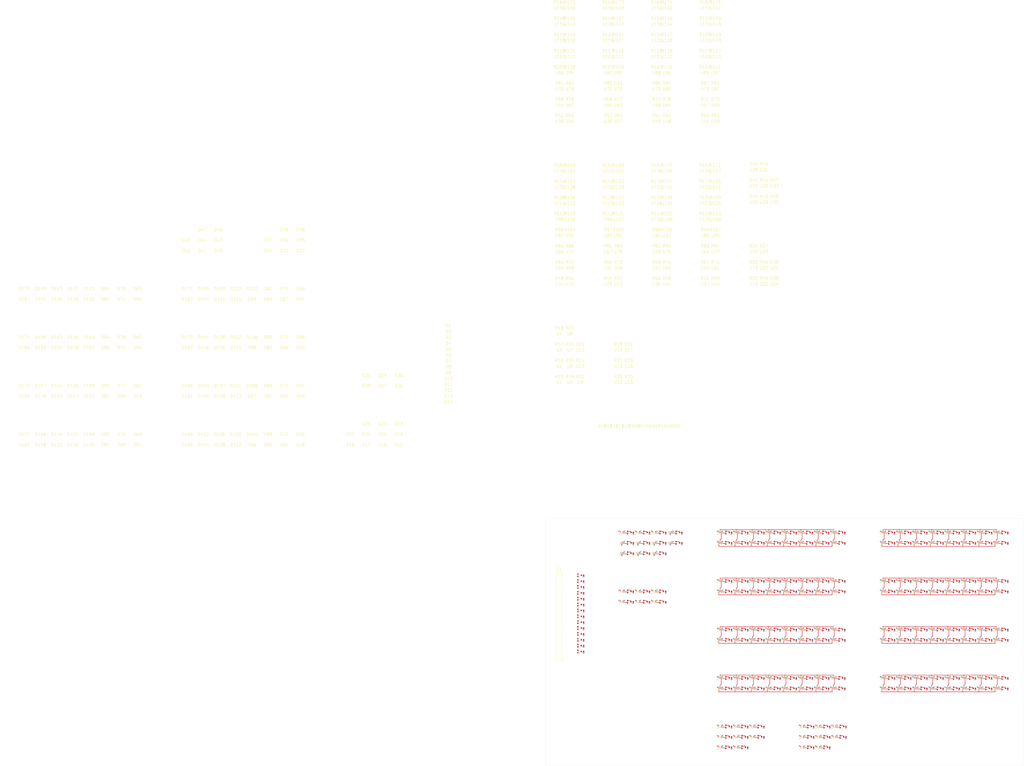
<source format=kicad_pcb>
(kicad_pcb (version 20241229) (generator pcb_builder)
  (title_block (title "8-Byte Discrete RAM Prototype"))
  (layers (0 "F.Cu" signal) (1 "In1.Cu" signal) (2 "In2.Cu" signal) (31 "B.Cu" signal) (34 "B.Paste" user) (35 "F.Paste" user) (36 "B.SilkS" user "B.Silkscreen") (37 "F.SilkS" user "F.Silkscreen") (38 "B.Mask" user) (39 "F.Mask" user) (44 "Edge.Cuts" user))
  (net 0 "")
  (net 1 "/Address Decoder/A0")
  (net 2 "/Address Decoder/A1")
  (net 3 "/Address Decoder/A2")
  (net 4 "/Address Decoder/SEL0")
  (net 5 "/Address Decoder/SEL1")
  (net 6 "/Address Decoder/SEL2")
  (net 7 "/Address Decoder/SEL3")
  (net 8 "/Address Decoder/SEL4")
  (net 9 "/Address Decoder/SEL5")
  (net 10 "/Address Decoder/SEL6")
  (net 11 "/Address Decoder/SEL7")
  (net 12 "/BUF_OE_0")
  (net 13 "/BUF_OE_1")
  (net 14 "/BUF_OE_2")
  (net 15 "/BUF_OE_3")
  (net 16 "/BUF_OE_4")
  (net 17 "/BUF_OE_5")
  (net 18 "/BUF_OE_6")
  (net 19 "/BUF_OE_7")
  (net 20 "/Byte 0/WRITE_CLK")
  (net 21 "/Byte 1/WRITE_CLK")
  (net 22 "/Byte 2/WRITE_CLK")
  (net 23 "/Byte 3/WRITE_CLK")
  (net 24 "/Byte 4/WRITE_CLK")
  (net 25 "/Byte 5/WRITE_CLK")
  (net 26 "/Byte 6/WRITE_CLK")
  (net 27 "/Byte 7/WRITE_CLK")
  (net 28 "/Control Logic/READ_EN")
  (net 29 "/Control Logic/WRITE_ACTIVE")
  (net 30 "/Control Logic/nCE")
  (net 31 "/Control Logic/nOE")
  (net 32 "/Control Logic/nWE")
  (net 33 "/D0")
  (net 34 "/D1")
  (net 35 "/D2")
  (net 36 "/D3")
  (net 37 "/D4")
  (net 38 "/D5")
  (net 39 "/D6")
  (net 40 "/D7")
  (net 41 "GND")
  (net 42 "Net-(D1-A)")
  (net 43 "Net-(D2-A)")
  (net 44 "Net-(D3-A)")
  (net 45 "Net-(D4-A)")
  (net 46 "Net-(D5-A)")
  (net 47 "Net-(D6-A)")
  (net 48 "Net-(D7-A)")
  (net 49 "Net-(D8-A)")
  (net 50 "Net-(D9-A)")
  (net 51 "Net-(D10-A)")
  (net 52 "Net-(D11-A)")
  (net 53 "Net-(D12-A)")
  (net 54 "Net-(D13-A)")
  (net 55 "Net-(D14-A)")
  (net 56 "Net-(D15-A)")
  (net 57 "Net-(D16-A)")
  (net 58 "Net-(D17-A)")
  (net 59 "Net-(D18-A)")
  (net 60 "Net-(D19-A)")
  (net 61 "Net-(D20-A)")
  (net 62 "Net-(D21-A)")
  (net 63 "Net-(D22-A)")
  (net 64 "Net-(D23-A)")
  (net 65 "Net-(D24-A)")
  (net 66 "Net-(D25-A)")
  (net 67 "Net-(D26-A)")
  (net 68 "Net-(D27-A)")
  (net 69 "Net-(D28-A)")
  (net 70 "Net-(D29-A)")
  (net 71 "Net-(D30-A)")
  (net 72 "Net-(D31-A)")
  (net 73 "Net-(D32-A)")
  (net 74 "Net-(D33-A)")
  (net 75 "Net-(D34-A)")
  (net 76 "Net-(D35-A)")
  (net 77 "Net-(D36-A)")
  (net 78 "Net-(D37-A)")
  (net 79 "Net-(D38-A)")
  (net 80 "Net-(D39-A)")
  (net 81 "Net-(D40-A)")
  (net 82 "Net-(D41-A)")
  (net 83 "Net-(D42-A)")
  (net 84 "Net-(D43-A)")
  (net 85 "Net-(D44-A)")
  (net 86 "Net-(D45-A)")
  (net 87 "Net-(D46-A)")
  (net 88 "Net-(D47-A)")
  (net 89 "Net-(D48-A)")
  (net 90 "Net-(D49-A)")
  (net 91 "Net-(D50-A)")
  (net 92 "Net-(D51-A)")
  (net 93 "Net-(D52-A)")
  (net 94 "Net-(D53-A)")
  (net 95 "Net-(D54-A)")
  (net 96 "Net-(D55-A)")
  (net 97 "Net-(D56-A)")
  (net 98 "Net-(D57-A)")
  (net 99 "Net-(D58-A)")
  (net 100 "Net-(D59-A)")
  (net 101 "Net-(D60-A)")
  (net 102 "Net-(D61-A)")
  (net 103 "Net-(D62-A)")
  (net 104 "Net-(D63-A)")
  (net 105 "Net-(D64-A)")
  (net 106 "Net-(D65-A)")
  (net 107 "Net-(D66-A)")
  (net 108 "Net-(D67-A)")
  (net 109 "Net-(D68-A)")
  (net 110 "Net-(D69-A)")
  (net 111 "Net-(D70-A)")
  (net 112 "Net-(D71-A)")
  (net 113 "Net-(D72-A)")
  (net 114 "Net-(D73-A)")
  (net 115 "Net-(D74-A)")
  (net 116 "Net-(D75-A)")
  (net 117 "Net-(D76-A)")
  (net 118 "Net-(D77-A)")
  (net 119 "Net-(D78-A)")
  (net 120 "Net-(D79-A)")
  (net 121 "Net-(D80-A)")
  (net 122 "Net-(D81-A)")
  (net 123 "Net-(D82-A)")
  (net 124 "Net-(D83-A)")
  (net 125 "Net-(D84-A)")
  (net 126 "Net-(D85-A)")
  (net 127 "Net-(D86-A)")
  (net 128 "Net-(D87-A)")
  (net 129 "Net-(D88-A)")
  (net 130 "Net-(D89-A)")
  (net 131 "Net-(D90-A)")
  (net 132 "Net-(D91-A)")
  (net 133 "Net-(D92-A)")
  (net 134 "Net-(D93-A)")
  (net 135 "Net-(D94-A)")
  (net 136 "Net-(D95-A)")
  (net 137 "Net-(D96-A)")
  (net 138 "Net-(D97-A)")
  (net 139 "Net-(D98-A)")
  (net 140 "Net-(D99-A)")
  (net 141 "Net-(D100-A)")
  (net 142 "Net-(D101-A)")
  (net 143 "Net-(D102-A)")
  (net 144 "Net-(D103-A)")
  (net 145 "Net-(D104-A)")
  (net 146 "Net-(D105-A)")
  (net 147 "Net-(D106-A)")
  (net 148 "Net-(D107-A)")
  (net 149 "Net-(D108-A)")
  (net 150 "Net-(D109-A)")
  (net 151 "Net-(D110-A)")
  (net 152 "Net-(D111-A)")
  (net 153 "Net-(D112-A)")
  (net 154 "Net-(D113-A)")
  (net 155 "Net-(D114-A)")
  (net 156 "Net-(D115-A)")
  (net 157 "Net-(D116-A)")
  (net 158 "Net-(D117-A)")
  (net 159 "Net-(D118-A)")
  (net 160 "Net-(D119-A)")
  (net 161 "Net-(D120-A)")
  (net 162 "Net-(D121-A)")
  (net 163 "Net-(D122-A)")
  (net 164 "Net-(D123-A)")
  (net 165 "Net-(D124-A)")
  (net 166 "Net-(D125-A)")
  (net 167 "Net-(D126-A)")
  (net 168 "Net-(D127-A)")
  (net 169 "Net-(D128-A)")
  (net 170 "Net-(D129-A)")
  (net 171 "Net-(D130-A)")
  (net 172 "Net-(D131-A)")
  (net 173 "Net-(D132-A)")
  (net 174 "Net-(D133-A)")
  (net 175 "Net-(D134-A)")
  (net 176 "Net-(D135-A)")
  (net 177 "Net-(D136-A)")
  (net 178 "Net-(D137-A)")
  (net 179 "Net-(D138-A)")
  (net 180 "Net-(D139-A)")
  (net 181 "Net-(D140-A)")
  (net 182 "Net-(D141-A)")
  (net 183 "Net-(D142-A)")
  (net 184 "Net-(D143-A)")
  (net 185 "Net-(D144-A)")
  (net 186 "Net-(D145-A)")
  (net 187 "Net-(D146-A)")
  (net 188 "Net-(D147-A)")
  (net 189 "Net-(D148-A)")
  (net 190 "Net-(D149-A)")
  (net 191 "Net-(D150-A)")
  (net 192 "Net-(D151-A)")
  (net 193 "Net-(D152-A)")
  (net 194 "Net-(D153-A)")
  (net 195 "Net-(D154-A)")
  (net 196 "Net-(D155-A)")
  (net 197 "Net-(D156-A)")
  (net 198 "Net-(D157-A)")
  (net 199 "Net-(D158-A)")
  (net 200 "Net-(D159-A)")
  (net 201 "Net-(D160-A)")
  (net 202 "Net-(D161-A)")
  (net 203 "Net-(D162-A)")
  (net 204 "Net-(D163-A)")
  (net 205 "Net-(D164-A)")
  (net 206 "Net-(D165-A)")
  (net 207 "Net-(D166-A)")
  (net 208 "Net-(D167-A)")
  (net 209 "Net-(D168-A)")
  (net 210 "Net-(D169-A)")
  (net 211 "Net-(D170-A)")
  (net 212 "Net-(D171-A)")
  (net 213 "Net-(D172-A)")
  (net 214 "Net-(D173-A)")
  (net 215 "Net-(D174-A)")
  (net 216 "Net-(D175-A)")
  (net 217 "Net-(R15-Pad1)")
  (net 218 "Net-(R16-Pad1)")
  (net 219 "Net-(R17-Pad1)")
  (net 220 "Net-(R26-Pad1)")
  (net 221 "Net-(R27-Pad1)")
  (net 222 "Net-(R28-Pad1)")
  (net 223 "Net-(R29-Pad1)")
  (net 224 "Net-(U34-Q)")
  (net 225 "Net-(U35-Q)")
  (net 226 "Net-(U36-Q)")
  (net 227 "Net-(U37-Q)")
  (net 228 "Net-(U38-Q)")
  (net 229 "Net-(U39-Q)")
  (net 230 "Net-(U40-Q)")
  (net 231 "Net-(U41-Q)")
  (net 232 "Net-(U50-Q)")
  (net 233 "Net-(U51-Q)")
  (net 234 "Net-(U52-Q)")
  (net 235 "Net-(U53-Q)")
  (net 236 "Net-(U54-Q)")
  (net 237 "Net-(U55-Q)")
  (net 238 "Net-(U56-Q)")
  (net 239 "Net-(U57-Q)")
  (net 240 "Net-(U66-Q)")
  (net 241 "Net-(U67-Q)")
  (net 242 "Net-(U68-Q)")
  (net 243 "Net-(U69-Q)")
  (net 244 "Net-(U70-Q)")
  (net 245 "Net-(U71-Q)")
  (net 246 "Net-(U72-Q)")
  (net 247 "Net-(U73-Q)")
  (net 248 "Net-(U82-Q)")
  (net 249 "Net-(U83-Q)")
  (net 250 "Net-(U84-Q)")
  (net 251 "Net-(U85-Q)")
  (net 252 "Net-(U86-Q)")
  (net 253 "Net-(U87-Q)")
  (net 254 "Net-(U88-Q)")
  (net 255 "Net-(U89-Q)")
  (net 256 "Net-(U98-Q)")
  (net 257 "Net-(U99-Q)")
  (net 258 "Net-(U100-Q)")
  (net 259 "Net-(U101-Q)")
  (net 260 "Net-(U102-Q)")
  (net 261 "Net-(U103-Q)")
  (net 262 "Net-(U104-Q)")
  (net 263 "Net-(U105-Q)")
  (net 264 "Net-(U114-Q)")
  (net 265 "Net-(U115-Q)")
  (net 266 "Net-(U116-Q)")
  (net 267 "Net-(U117-Q)")
  (net 268 "Net-(U118-Q)")
  (net 269 "Net-(U119-Q)")
  (net 270 "Net-(U120-Q)")
  (net 271 "Net-(U121-Q)")
  (net 272 "Net-(U130-Q)")
  (net 273 "Net-(U131-Q)")
  (net 274 "Net-(U132-Q)")
  (net 275 "Net-(U133-Q)")
  (net 276 "Net-(U134-Q)")
  (net 277 "Net-(U135-Q)")
  (net 278 "Net-(U136-Q)")
  (net 279 "Net-(U137-Q)")
  (net 280 "Net-(U146-Q)")
  (net 281 "Net-(U147-Q)")
  (net 282 "Net-(U148-Q)")
  (net 283 "Net-(U149-Q)")
  (net 284 "Net-(U150-Q)")
  (net 285 "Net-(U151-Q)")
  (net 286 "Net-(U152-Q)")
  (net 287 "Net-(U153-Q)")
  (net 288 "VCC")
  (footprint "Connector_PinHeader_2.54mm:PinHeader_1x16_P2.54mm_Vertical" (layer "F.Cu") (at 19.0 34.97 0)
    (property "Reference" "J1")
    (property "Value" "PinHeader_1x16_P2.54mm_Vertical")
  )
  (footprint "Resistor_SMD:R_0402_1005Metric" (layer "F.Cu") (at 27.0 70.53 90)
    (property "Reference" "R1")
    (property "Value" "R_0402_1005Metric")
  )
  (footprint "LED_SMD:LED_0402_1005Metric" (layer "F.Cu") (at 29.0 70.53 180)
    (property "Reference" "D1")
    (property "Value" "LED_0402_1005Metric")
  )
  (footprint "Resistor_SMD:R_0402_1005Metric" (layer "F.Cu") (at 27.0 67.99 90)
    (property "Reference" "R2")
    (property "Value" "R_0402_1005Metric")
  )
  (footprint "LED_SMD:LED_0402_1005Metric" (layer "F.Cu") (at 29.0 67.99 180)
    (property "Reference" "D2")
    (property "Value" "LED_0402_1005Metric")
  )
  (footprint "Resistor_SMD:R_0402_1005Metric" (layer "F.Cu") (at 27.0 65.45 90)
    (property "Reference" "R3")
    (property "Value" "R_0402_1005Metric")
  )
  (footprint "LED_SMD:LED_0402_1005Metric" (layer "F.Cu") (at 29.0 65.45 180)
    (property "Reference" "D3")
    (property "Value" "LED_0402_1005Metric")
  )
  (footprint "Resistor_SMD:R_0402_1005Metric" (layer "F.Cu") (at 27.0 62.91 90)
    (property "Reference" "R4")
    (property "Value" "R_0402_1005Metric")
  )
  (footprint "LED_SMD:LED_0402_1005Metric" (layer "F.Cu") (at 29.0 62.91 180)
    (property "Reference" "D4")
    (property "Value" "LED_0402_1005Metric")
  )
  (footprint "Resistor_SMD:R_0402_1005Metric" (layer "F.Cu") (at 27.0 60.37 90)
    (property "Reference" "R5")
    (property "Value" "R_0402_1005Metric")
  )
  (footprint "LED_SMD:LED_0402_1005Metric" (layer "F.Cu") (at 29.0 60.37 180)
    (property "Reference" "D5")
    (property "Value" "LED_0402_1005Metric")
  )
  (footprint "Resistor_SMD:R_0402_1005Metric" (layer "F.Cu") (at 27.0 57.83 90)
    (property "Reference" "R6")
    (property "Value" "R_0402_1005Metric")
  )
  (footprint "LED_SMD:LED_0402_1005Metric" (layer "F.Cu") (at 29.0 57.83 180)
    (property "Reference" "D6")
    (property "Value" "LED_0402_1005Metric")
  )
  (footprint "Resistor_SMD:R_0402_1005Metric" (layer "F.Cu") (at 27.0 55.29 90)
    (property "Reference" "R7")
    (property "Value" "R_0402_1005Metric")
  )
  (footprint "LED_SMD:LED_0402_1005Metric" (layer "F.Cu") (at 29.0 55.29 180)
    (property "Reference" "D7")
    (property "Value" "LED_0402_1005Metric")
  )
  (footprint "Resistor_SMD:R_0402_1005Metric" (layer "F.Cu") (at 27.0 52.75 90)
    (property "Reference" "R8")
    (property "Value" "R_0402_1005Metric")
  )
  (footprint "LED_SMD:LED_0402_1005Metric" (layer "F.Cu") (at 29.0 52.75 180)
    (property "Reference" "D8")
    (property "Value" "LED_0402_1005Metric")
  )
  (footprint "Resistor_SMD:R_0402_1005Metric" (layer "F.Cu") (at 27.0 50.21 90)
    (property "Reference" "R9")
    (property "Value" "R_0402_1005Metric")
  )
  (footprint "LED_SMD:LED_0402_1005Metric" (layer "F.Cu") (at 29.0 50.21 180)
    (property "Reference" "D9")
    (property "Value" "LED_0402_1005Metric")
  )
  (footprint "Resistor_SMD:R_0402_1005Metric" (layer "F.Cu") (at 27.0 47.67 90)
    (property "Reference" "R10")
    (property "Value" "R_0402_1005Metric")
  )
  (footprint "LED_SMD:LED_0402_1005Metric" (layer "F.Cu") (at 29.0 47.67 180)
    (property "Reference" "D10")
    (property "Value" "LED_0402_1005Metric")
  )
  (footprint "Resistor_SMD:R_0402_1005Metric" (layer "F.Cu") (at 27.0 45.13 90)
    (property "Reference" "R11")
    (property "Value" "R_0402_1005Metric")
  )
  (footprint "LED_SMD:LED_0402_1005Metric" (layer "F.Cu") (at 29.0 45.13 180)
    (property "Reference" "D11")
    (property "Value" "LED_0402_1005Metric")
  )
  (footprint "Resistor_SMD:R_0402_1005Metric" (layer "F.Cu") (at 27.0 42.59 90)
    (property "Reference" "R12")
    (property "Value" "R_0402_1005Metric")
  )
  (footprint "LED_SMD:LED_0402_1005Metric" (layer "F.Cu") (at 29.0 42.59 180)
    (property "Reference" "D12")
    (property "Value" "LED_0402_1005Metric")
  )
  (footprint "Resistor_SMD:R_0402_1005Metric" (layer "F.Cu") (at 27.0 40.05 90)
    (property "Reference" "R13")
    (property "Value" "R_0402_1005Metric")
  )
  (footprint "LED_SMD:LED_0402_1005Metric" (layer "F.Cu") (at 29.0 40.05 180)
    (property "Reference" "D13")
    (property "Value" "LED_0402_1005Metric")
  )
  (footprint "Resistor_SMD:R_0402_1005Metric" (layer "F.Cu") (at 27.0 37.51 90)
    (property "Reference" "R14")
    (property "Value" "R_0402_1005Metric")
  )
  (footprint "LED_SMD:LED_0402_1005Metric" (layer "F.Cu") (at 29.0 37.51 180)
    (property "Reference" "D14")
    (property "Value" "LED_0402_1005Metric")
  )
  (footprint "DSBGA_Packages:DSBGA-5_NumericPads" (layer "F.Cu") (at 46.0 19.0 90)
    (property "Reference" "U1")
    (property "Value" "DSBGA-5_NumericPads")
  )
  (footprint "Resistor_SMD:R_0402_1005Metric" (layer "F.Cu") (at 48.5 19.0 90)
    (property "Reference" "R15")
    (property "Value" "R_0402_1005Metric")
  )
  (footprint "LED_SMD:LED_0402_1005Metric" (layer "F.Cu") (at 50.5 19.0 180)
    (property "Reference" "D15")
    (property "Value" "LED_0402_1005Metric")
  )
  (footprint "DSBGA_Packages:DSBGA-5_NumericPads" (layer "F.Cu") (at 53.0 19.0 90)
    (property "Reference" "U2")
    (property "Value" "DSBGA-5_NumericPads")
  )
  (footprint "Resistor_SMD:R_0402_1005Metric" (layer "F.Cu") (at 55.5 19.0 90)
    (property "Reference" "R16")
    (property "Value" "R_0402_1005Metric")
  )
  (footprint "LED_SMD:LED_0402_1005Metric" (layer "F.Cu") (at 57.5 19.0 180)
    (property "Reference" "D16")
    (property "Value" "LED_0402_1005Metric")
  )
  (footprint "DSBGA_Packages:DSBGA-5_NumericPads" (layer "F.Cu") (at 60.0 19.0 90)
    (property "Reference" "U3")
    (property "Value" "DSBGA-5_NumericPads")
  )
  (footprint "Resistor_SMD:R_0402_1005Metric" (layer "F.Cu") (at 62.5 19.0 90)
    (property "Reference" "R17")
    (property "Value" "R_0402_1005Metric")
  )
  (footprint "LED_SMD:LED_0402_1005Metric" (layer "F.Cu") (at 64.5 19.0 180)
    (property "Reference" "D17")
    (property "Value" "LED_0402_1005Metric")
  )
  (footprint "DSBGA_Packages:DSBGA-6_NumericPads" (layer "F.Cu") (at 67.0 19.0 90)
    (property "Reference" "U4")
    (property "Value" "DSBGA-6_NumericPads")
  )
  (footprint "Resistor_SMD:R_0402_1005Metric" (layer "F.Cu") (at 69.5 19.0 90)
    (property "Reference" "R18")
    (property "Value" "R_0402_1005Metric")
  )
  (footprint "LED_SMD:LED_0402_1005Metric" (layer "F.Cu") (at 71.5 19.0 180)
    (property "Reference" "D18")
    (property "Value" "LED_0402_1005Metric")
  )
  (footprint "DSBGA_Packages:DSBGA-6_NumericPads" (layer "F.Cu") (at 46.0 23.5 90)
    (property "Reference" "U5")
    (property "Value" "DSBGA-6_NumericPads")
  )
  (footprint "Resistor_SMD:R_0402_1005Metric" (layer "F.Cu") (at 48.5 23.5 90)
    (property "Reference" "R19")
    (property "Value" "R_0402_1005Metric")
  )
  (footprint "LED_SMD:LED_0402_1005Metric" (layer "F.Cu") (at 50.5 23.5 180)
    (property "Reference" "D19")
    (property "Value" "LED_0402_1005Metric")
  )
  (footprint "DSBGA_Packages:DSBGA-6_NumericPads" (layer "F.Cu") (at 53.0 23.5 90)
    (property "Reference" "U6")
    (property "Value" "DSBGA-6_NumericPads")
  )
  (footprint "Resistor_SMD:R_0402_1005Metric" (layer "F.Cu") (at 55.5 23.5 90)
    (property "Reference" "R20")
    (property "Value" "R_0402_1005Metric")
  )
  (footprint "LED_SMD:LED_0402_1005Metric" (layer "F.Cu") (at 57.5 23.5 180)
    (property "Reference" "D20")
    (property "Value" "LED_0402_1005Metric")
  )
  (footprint "DSBGA_Packages:DSBGA-6_NumericPads" (layer "F.Cu") (at 60.0 23.5 90)
    (property "Reference" "U7")
    (property "Value" "DSBGA-6_NumericPads")
  )
  (footprint "Resistor_SMD:R_0402_1005Metric" (layer "F.Cu") (at 62.5 23.5 90)
    (property "Reference" "R21")
    (property "Value" "R_0402_1005Metric")
  )
  (footprint "LED_SMD:LED_0402_1005Metric" (layer "F.Cu") (at 64.5 23.5 180)
    (property "Reference" "D21")
    (property "Value" "LED_0402_1005Metric")
  )
  (footprint "DSBGA_Packages:DSBGA-6_NumericPads" (layer "F.Cu") (at 67.0 23.5 90)
    (property "Reference" "U8")
    (property "Value" "DSBGA-6_NumericPads")
  )
  (footprint "Resistor_SMD:R_0402_1005Metric" (layer "F.Cu") (at 69.5 23.5 90)
    (property "Reference" "R22")
    (property "Value" "R_0402_1005Metric")
  )
  (footprint "LED_SMD:LED_0402_1005Metric" (layer "F.Cu") (at 71.5 23.5 180)
    (property "Reference" "D22")
    (property "Value" "LED_0402_1005Metric")
  )
  (footprint "DSBGA_Packages:DSBGA-6_NumericPads" (layer "F.Cu") (at 46.0 28.0 90)
    (property "Reference" "U9")
    (property "Value" "DSBGA-6_NumericPads")
  )
  (footprint "Resistor_SMD:R_0402_1005Metric" (layer "F.Cu") (at 48.5 28.0 90)
    (property "Reference" "R23")
    (property "Value" "R_0402_1005Metric")
  )
  (footprint "LED_SMD:LED_0402_1005Metric" (layer "F.Cu") (at 50.5 28.0 180)
    (property "Reference" "D23")
    (property "Value" "LED_0402_1005Metric")
  )
  (footprint "DSBGA_Packages:DSBGA-6_NumericPads" (layer "F.Cu") (at 53.0 28.0 90)
    (property "Reference" "U10")
    (property "Value" "DSBGA-6_NumericPads")
  )
  (footprint "Resistor_SMD:R_0402_1005Metric" (layer "F.Cu") (at 55.5 28.0 90)
    (property "Reference" "R24")
    (property "Value" "R_0402_1005Metric")
  )
  (footprint "LED_SMD:LED_0402_1005Metric" (layer "F.Cu") (at 57.5 28.0 180)
    (property "Reference" "D24")
    (property "Value" "LED_0402_1005Metric")
  )
  (footprint "DSBGA_Packages:DSBGA-6_NumericPads" (layer "F.Cu") (at 60.0 28.0 90)
    (property "Reference" "U11")
    (property "Value" "DSBGA-6_NumericPads")
  )
  (footprint "Resistor_SMD:R_0402_1005Metric" (layer "F.Cu") (at 62.5 28.0 90)
    (property "Reference" "R25")
    (property "Value" "R_0402_1005Metric")
  )
  (footprint "LED_SMD:LED_0402_1005Metric" (layer "F.Cu") (at 64.5 28.0 180)
    (property "Reference" "D25")
    (property "Value" "LED_0402_1005Metric")
  )
  (footprint "DSBGA_Packages:DSBGA-5_NumericPads" (layer "F.Cu") (at 46.0 44.5 90)
    (property "Reference" "U12")
    (property "Value" "DSBGA-5_NumericPads")
  )
  (footprint "Resistor_SMD:R_0402_1005Metric" (layer "F.Cu") (at 48.5 44.5 90)
    (property "Reference" "R26")
    (property "Value" "R_0402_1005Metric")
  )
  (footprint "LED_SMD:LED_0402_1005Metric" (layer "F.Cu") (at 50.5 44.5 180)
    (property "Reference" "D26")
    (property "Value" "LED_0402_1005Metric")
  )
  (footprint "DSBGA_Packages:DSBGA-5_NumericPads" (layer "F.Cu") (at 53.0 44.5 90)
    (property "Reference" "U13")
    (property "Value" "DSBGA-5_NumericPads")
  )
  (footprint "Resistor_SMD:R_0402_1005Metric" (layer "F.Cu") (at 55.5 44.5 90)
    (property "Reference" "R27")
    (property "Value" "R_0402_1005Metric")
  )
  (footprint "LED_SMD:LED_0402_1005Metric" (layer "F.Cu") (at 57.5 44.5 180)
    (property "Reference" "D27")
    (property "Value" "LED_0402_1005Metric")
  )
  (footprint "DSBGA_Packages:DSBGA-5_NumericPads" (layer "F.Cu") (at 60.0 44.5 90)
    (property "Reference" "U14")
    (property "Value" "DSBGA-5_NumericPads")
  )
  (footprint "Resistor_SMD:R_0402_1005Metric" (layer "F.Cu") (at 62.5 44.5 90)
    (property "Reference" "R28")
    (property "Value" "R_0402_1005Metric")
  )
  (footprint "LED_SMD:LED_0402_1005Metric" (layer "F.Cu") (at 64.5 44.5 180)
    (property "Reference" "D28")
    (property "Value" "LED_0402_1005Metric")
  )
  (footprint "DSBGA_Packages:DSBGA-5_NumericPads" (layer "F.Cu") (at 46.0 49.0 90)
    (property "Reference" "U15")
    (property "Value" "DSBGA-5_NumericPads")
  )
  (footprint "Resistor_SMD:R_0402_1005Metric" (layer "F.Cu") (at 48.5 49.0 90)
    (property "Reference" "R30")
    (property "Value" "R_0402_1005Metric")
  )
  (footprint "LED_SMD:LED_0402_1005Metric" (layer "F.Cu") (at 50.5 49.0 180)
    (property "Reference" "D30")
    (property "Value" "LED_0402_1005Metric")
  )
  (footprint "DSBGA_Packages:DSBGA-5_NumericPads" (layer "F.Cu") (at 53.0 49.0 90)
    (property "Reference" "U16")
    (property "Value" "DSBGA-5_NumericPads")
  )
  (footprint "Resistor_SMD:R_0402_1005Metric" (layer "F.Cu") (at 55.5 49.0 90)
    (property "Reference" "R29")
    (property "Value" "R_0402_1005Metric")
  )
  (footprint "LED_SMD:LED_0402_1005Metric" (layer "F.Cu") (at 57.5 49.0 180)
    (property "Reference" "D29")
    (property "Value" "LED_0402_1005Metric")
  )
  (footprint "DSBGA_Packages:DSBGA-5_NumericPads" (layer "F.Cu") (at 60.0 49.0 90)
    (property "Reference" "U17")
    (property "Value" "DSBGA-5_NumericPads")
  )
  (footprint "Resistor_SMD:R_0402_1005Metric" (layer "F.Cu") (at 62.5 49.0 90)
    (property "Reference" "R31")
    (property "Value" "R_0402_1005Metric")
  )
  (footprint "LED_SMD:LED_0402_1005Metric" (layer "F.Cu") (at 64.5 49.0 180)
    (property "Reference" "D31")
    (property "Value" "LED_0402_1005Metric")
  )
  (footprint "DSBGA_Packages:DSBGA-5_NumericPads" (layer "F.Cu") (at 88.5 19.0 90)
    (property "Reference" "U34")
    (property "Value" "DSBGA-5_NumericPads")
  )
  (footprint "Resistor_SMD:R_0402_1005Metric" (layer "F.Cu") (at 91.0 19.0 90)
    (property "Reference" "R48")
    (property "Value" "R_0402_1005Metric")
  )
  (footprint "LED_SMD:LED_0402_1005Metric" (layer "F.Cu") (at 93.0 19.0 180)
    (property "Reference" "D48")
    (property "Value" "LED_0402_1005Metric")
  )
  (footprint "DSBGA_Packages:DSBGA-5_NumericPads" (layer "F.Cu") (at 95.5 19.0 90)
    (property "Reference" "U50")
    (property "Value" "DSBGA-5_NumericPads")
  )
  (footprint "Resistor_SMD:R_0402_1005Metric" (layer "F.Cu") (at 98.0 19.0 90)
    (property "Reference" "R64")
    (property "Value" "R_0402_1005Metric")
  )
  (footprint "LED_SMD:LED_0402_1005Metric" (layer "F.Cu") (at 100.0 19.0 180)
    (property "Reference" "D64")
    (property "Value" "LED_0402_1005Metric")
  )
  (footprint "DSBGA_Packages:DSBGA-5_NumericPads" (layer "F.Cu") (at 102.5 19.0 90)
    (property "Reference" "U66")
    (property "Value" "DSBGA-5_NumericPads")
  )
  (footprint "Resistor_SMD:R_0402_1005Metric" (layer "F.Cu") (at 105.0 19.0 90)
    (property "Reference" "R80")
    (property "Value" "R_0402_1005Metric")
  )
  (footprint "LED_SMD:LED_0402_1005Metric" (layer "F.Cu") (at 107.0 19.0 180)
    (property "Reference" "D80")
    (property "Value" "LED_0402_1005Metric")
  )
  (footprint "DSBGA_Packages:DSBGA-5_NumericPads" (layer "F.Cu") (at 109.5 19.0 90)
    (property "Reference" "U82")
    (property "Value" "DSBGA-5_NumericPads")
  )
  (footprint "Resistor_SMD:R_0402_1005Metric" (layer "F.Cu") (at 112.0 19.0 90)
    (property "Reference" "R96")
    (property "Value" "R_0402_1005Metric")
  )
  (footprint "LED_SMD:LED_0402_1005Metric" (layer "F.Cu") (at 114.0 19.0 180)
    (property "Reference" "D96")
    (property "Value" "LED_0402_1005Metric")
  )
  (footprint "DSBGA_Packages:DSBGA-5_NumericPads" (layer "F.Cu") (at 116.5 19.0 90)
    (property "Reference" "U98")
    (property "Value" "DSBGA-5_NumericPads")
  )
  (footprint "Resistor_SMD:R_0402_1005Metric" (layer "F.Cu") (at 119.0 19.0 90)
    (property "Reference" "R112")
    (property "Value" "R_0402_1005Metric")
  )
  (footprint "LED_SMD:LED_0402_1005Metric" (layer "F.Cu") (at 121.0 19.0 180)
    (property "Reference" "D112")
    (property "Value" "LED_0402_1005Metric")
  )
  (footprint "DSBGA_Packages:DSBGA-5_NumericPads" (layer "F.Cu") (at 123.5 19.0 90)
    (property "Reference" "U114")
    (property "Value" "DSBGA-5_NumericPads")
  )
  (footprint "Resistor_SMD:R_0402_1005Metric" (layer "F.Cu") (at 126.0 19.0 90)
    (property "Reference" "R128")
    (property "Value" "R_0402_1005Metric")
  )
  (footprint "LED_SMD:LED_0402_1005Metric" (layer "F.Cu") (at 128.0 19.0 180)
    (property "Reference" "D128")
    (property "Value" "LED_0402_1005Metric")
  )
  (footprint "DSBGA_Packages:DSBGA-5_NumericPads" (layer "F.Cu") (at 130.5 19.0 90)
    (property "Reference" "U130")
    (property "Value" "DSBGA-5_NumericPads")
  )
  (footprint "Resistor_SMD:R_0402_1005Metric" (layer "F.Cu") (at 133.0 19.0 90)
    (property "Reference" "R144")
    (property "Value" "R_0402_1005Metric")
  )
  (footprint "LED_SMD:LED_0402_1005Metric" (layer "F.Cu") (at 135.0 19.0 180)
    (property "Reference" "D144")
    (property "Value" "LED_0402_1005Metric")
  )
  (footprint "DSBGA_Packages:DSBGA-5_NumericPads" (layer "F.Cu") (at 137.5 19.0 90)
    (property "Reference" "U146")
    (property "Value" "DSBGA-5_NumericPads")
  )
  (footprint "Resistor_SMD:R_0402_1005Metric" (layer "F.Cu") (at 140.0 19.0 90)
    (property "Reference" "R160")
    (property "Value" "R_0402_1005Metric")
  )
  (footprint "LED_SMD:LED_0402_1005Metric" (layer "F.Cu") (at 142.0 19.0 180)
    (property "Reference" "D160")
    (property "Value" "LED_0402_1005Metric")
  )
  (footprint "DSBGA_Packages:DSBGA-5_NumericPads" (layer "F.Cu") (at 88.5 23.5 90)
    (property "Reference" "U42")
    (property "Value" "DSBGA-5_NumericPads")
  )
  (footprint "Resistor_SMD:R_0402_1005Metric" (layer "F.Cu") (at 91.0 23.5 90)
    (property "Reference" "R56")
    (property "Value" "R_0402_1005Metric")
  )
  (footprint "LED_SMD:LED_0402_1005Metric" (layer "F.Cu") (at 93.0 23.5 180)
    (property "Reference" "D56")
    (property "Value" "LED_0402_1005Metric")
  )
  (footprint "DSBGA_Packages:DSBGA-5_NumericPads" (layer "F.Cu") (at 95.5 23.5 90)
    (property "Reference" "U58")
    (property "Value" "DSBGA-5_NumericPads")
  )
  (footprint "Resistor_SMD:R_0402_1005Metric" (layer "F.Cu") (at 98.0 23.5 90)
    (property "Reference" "R72")
    (property "Value" "R_0402_1005Metric")
  )
  (footprint "LED_SMD:LED_0402_1005Metric" (layer "F.Cu") (at 100.0 23.5 180)
    (property "Reference" "D72")
    (property "Value" "LED_0402_1005Metric")
  )
  (footprint "DSBGA_Packages:DSBGA-5_NumericPads" (layer "F.Cu") (at 102.5 23.5 90)
    (property "Reference" "U74")
    (property "Value" "DSBGA-5_NumericPads")
  )
  (footprint "Resistor_SMD:R_0402_1005Metric" (layer "F.Cu") (at 105.0 23.5 90)
    (property "Reference" "R88")
    (property "Value" "R_0402_1005Metric")
  )
  (footprint "LED_SMD:LED_0402_1005Metric" (layer "F.Cu") (at 107.0 23.5 180)
    (property "Reference" "D88")
    (property "Value" "LED_0402_1005Metric")
  )
  (footprint "DSBGA_Packages:DSBGA-5_NumericPads" (layer "F.Cu") (at 109.5 23.5 90)
    (property "Reference" "U90")
    (property "Value" "DSBGA-5_NumericPads")
  )
  (footprint "Resistor_SMD:R_0402_1005Metric" (layer "F.Cu") (at 112.0 23.5 90)
    (property "Reference" "R104")
    (property "Value" "R_0402_1005Metric")
  )
  (footprint "LED_SMD:LED_0402_1005Metric" (layer "F.Cu") (at 114.0 23.5 180)
    (property "Reference" "D104")
    (property "Value" "LED_0402_1005Metric")
  )
  (footprint "DSBGA_Packages:DSBGA-5_NumericPads" (layer "F.Cu") (at 116.5 23.5 90)
    (property "Reference" "U106")
    (property "Value" "DSBGA-5_NumericPads")
  )
  (footprint "Resistor_SMD:R_0402_1005Metric" (layer "F.Cu") (at 119.0 23.5 90)
    (property "Reference" "R120")
    (property "Value" "R_0402_1005Metric")
  )
  (footprint "LED_SMD:LED_0402_1005Metric" (layer "F.Cu") (at 121.0 23.5 180)
    (property "Reference" "D120")
    (property "Value" "LED_0402_1005Metric")
  )
  (footprint "DSBGA_Packages:DSBGA-5_NumericPads" (layer "F.Cu") (at 123.5 23.5 90)
    (property "Reference" "U122")
    (property "Value" "DSBGA-5_NumericPads")
  )
  (footprint "Resistor_SMD:R_0402_1005Metric" (layer "F.Cu") (at 126.0 23.5 90)
    (property "Reference" "R136")
    (property "Value" "R_0402_1005Metric")
  )
  (footprint "LED_SMD:LED_0402_1005Metric" (layer "F.Cu") (at 128.0 23.5 180)
    (property "Reference" "D136")
    (property "Value" "LED_0402_1005Metric")
  )
  (footprint "DSBGA_Packages:DSBGA-5_NumericPads" (layer "F.Cu") (at 130.5 23.5 90)
    (property "Reference" "U138")
    (property "Value" "DSBGA-5_NumericPads")
  )
  (footprint "Resistor_SMD:R_0402_1005Metric" (layer "F.Cu") (at 133.0 23.5 90)
    (property "Reference" "R152")
    (property "Value" "R_0402_1005Metric")
  )
  (footprint "LED_SMD:LED_0402_1005Metric" (layer "F.Cu") (at 135.0 23.5 180)
    (property "Reference" "D152")
    (property "Value" "LED_0402_1005Metric")
  )
  (footprint "DSBGA_Packages:DSBGA-5_NumericPads" (layer "F.Cu") (at 137.5 23.5 90)
    (property "Reference" "U154")
    (property "Value" "DSBGA-5_NumericPads")
  )
  (footprint "Resistor_SMD:R_0402_1005Metric" (layer "F.Cu") (at 140.0 23.5 90)
    (property "Reference" "R168")
    (property "Value" "R_0402_1005Metric")
  )
  (footprint "LED_SMD:LED_0402_1005Metric" (layer "F.Cu") (at 142.0 23.5 180)
    (property "Reference" "D168")
    (property "Value" "LED_0402_1005Metric")
  )
  (footprint "DSBGA_Packages:DSBGA-5_NumericPads" (layer "F.Cu") (at 88.5 40.0 90)
    (property "Reference" "U35")
    (property "Value" "DSBGA-5_NumericPads")
  )
  (footprint "Resistor_SMD:R_0402_1005Metric" (layer "F.Cu") (at 91.0 40.0 90)
    (property "Reference" "R49")
    (property "Value" "R_0402_1005Metric")
  )
  (footprint "LED_SMD:LED_0402_1005Metric" (layer "F.Cu") (at 93.0 40.0 180)
    (property "Reference" "D49")
    (property "Value" "LED_0402_1005Metric")
  )
  (footprint "DSBGA_Packages:DSBGA-5_NumericPads" (layer "F.Cu") (at 95.5 40.0 90)
    (property "Reference" "U51")
    (property "Value" "DSBGA-5_NumericPads")
  )
  (footprint "Resistor_SMD:R_0402_1005Metric" (layer "F.Cu") (at 98.0 40.0 90)
    (property "Reference" "R65")
    (property "Value" "R_0402_1005Metric")
  )
  (footprint "LED_SMD:LED_0402_1005Metric" (layer "F.Cu") (at 100.0 40.0 180)
    (property "Reference" "D65")
    (property "Value" "LED_0402_1005Metric")
  )
  (footprint "DSBGA_Packages:DSBGA-5_NumericPads" (layer "F.Cu") (at 102.5 40.0 90)
    (property "Reference" "U67")
    (property "Value" "DSBGA-5_NumericPads")
  )
  (footprint "Resistor_SMD:R_0402_1005Metric" (layer "F.Cu") (at 105.0 40.0 90)
    (property "Reference" "R81")
    (property "Value" "R_0402_1005Metric")
  )
  (footprint "LED_SMD:LED_0402_1005Metric" (layer "F.Cu") (at 107.0 40.0 180)
    (property "Reference" "D81")
    (property "Value" "LED_0402_1005Metric")
  )
  (footprint "DSBGA_Packages:DSBGA-5_NumericPads" (layer "F.Cu") (at 109.5 40.0 90)
    (property "Reference" "U83")
    (property "Value" "DSBGA-5_NumericPads")
  )
  (footprint "Resistor_SMD:R_0402_1005Metric" (layer "F.Cu") (at 112.0 40.0 90)
    (property "Reference" "R97")
    (property "Value" "R_0402_1005Metric")
  )
  (footprint "LED_SMD:LED_0402_1005Metric" (layer "F.Cu") (at 114.0 40.0 180)
    (property "Reference" "D97")
    (property "Value" "LED_0402_1005Metric")
  )
  (footprint "DSBGA_Packages:DSBGA-5_NumericPads" (layer "F.Cu") (at 116.5 40.0 90)
    (property "Reference" "U99")
    (property "Value" "DSBGA-5_NumericPads")
  )
  (footprint "Resistor_SMD:R_0402_1005Metric" (layer "F.Cu") (at 119.0 40.0 90)
    (property "Reference" "R113")
    (property "Value" "R_0402_1005Metric")
  )
  (footprint "LED_SMD:LED_0402_1005Metric" (layer "F.Cu") (at 121.0 40.0 180)
    (property "Reference" "D113")
    (property "Value" "LED_0402_1005Metric")
  )
  (footprint "DSBGA_Packages:DSBGA-5_NumericPads" (layer "F.Cu") (at 123.5 40.0 90)
    (property "Reference" "U115")
    (property "Value" "DSBGA-5_NumericPads")
  )
  (footprint "Resistor_SMD:R_0402_1005Metric" (layer "F.Cu") (at 126.0 40.0 90)
    (property "Reference" "R129")
    (property "Value" "R_0402_1005Metric")
  )
  (footprint "LED_SMD:LED_0402_1005Metric" (layer "F.Cu") (at 128.0 40.0 180)
    (property "Reference" "D129")
    (property "Value" "LED_0402_1005Metric")
  )
  (footprint "DSBGA_Packages:DSBGA-5_NumericPads" (layer "F.Cu") (at 130.5 40.0 90)
    (property "Reference" "U131")
    (property "Value" "DSBGA-5_NumericPads")
  )
  (footprint "Resistor_SMD:R_0402_1005Metric" (layer "F.Cu") (at 133.0 40.0 90)
    (property "Reference" "R145")
    (property "Value" "R_0402_1005Metric")
  )
  (footprint "LED_SMD:LED_0402_1005Metric" (layer "F.Cu") (at 135.0 40.0 180)
    (property "Reference" "D145")
    (property "Value" "LED_0402_1005Metric")
  )
  (footprint "DSBGA_Packages:DSBGA-5_NumericPads" (layer "F.Cu") (at 137.5 40.0 90)
    (property "Reference" "U147")
    (property "Value" "DSBGA-5_NumericPads")
  )
  (footprint "Resistor_SMD:R_0402_1005Metric" (layer "F.Cu") (at 140.0 40.0 90)
    (property "Reference" "R161")
    (property "Value" "R_0402_1005Metric")
  )
  (footprint "LED_SMD:LED_0402_1005Metric" (layer "F.Cu") (at 142.0 40.0 180)
    (property "Reference" "D161")
    (property "Value" "LED_0402_1005Metric")
  )
  (footprint "DSBGA_Packages:DSBGA-5_NumericPads" (layer "F.Cu") (at 88.5 44.5 90)
    (property "Reference" "U43")
    (property "Value" "DSBGA-5_NumericPads")
  )
  (footprint "Resistor_SMD:R_0402_1005Metric" (layer "F.Cu") (at 91.0 44.5 90)
    (property "Reference" "R57")
    (property "Value" "R_0402_1005Metric")
  )
  (footprint "LED_SMD:LED_0402_1005Metric" (layer "F.Cu") (at 93.0 44.5 180)
    (property "Reference" "D57")
    (property "Value" "LED_0402_1005Metric")
  )
  (footprint "DSBGA_Packages:DSBGA-5_NumericPads" (layer "F.Cu") (at 95.5 44.5 90)
    (property "Reference" "U59")
    (property "Value" "DSBGA-5_NumericPads")
  )
  (footprint "Resistor_SMD:R_0402_1005Metric" (layer "F.Cu") (at 98.0 44.5 90)
    (property "Reference" "R73")
    (property "Value" "R_0402_1005Metric")
  )
  (footprint "LED_SMD:LED_0402_1005Metric" (layer "F.Cu") (at 100.0 44.5 180)
    (property "Reference" "D73")
    (property "Value" "LED_0402_1005Metric")
  )
  (footprint "DSBGA_Packages:DSBGA-5_NumericPads" (layer "F.Cu") (at 102.5 44.5 90)
    (property "Reference" "U75")
    (property "Value" "DSBGA-5_NumericPads")
  )
  (footprint "Resistor_SMD:R_0402_1005Metric" (layer "F.Cu") (at 105.0 44.5 90)
    (property "Reference" "R89")
    (property "Value" "R_0402_1005Metric")
  )
  (footprint "LED_SMD:LED_0402_1005Metric" (layer "F.Cu") (at 107.0 44.5 180)
    (property "Reference" "D89")
    (property "Value" "LED_0402_1005Metric")
  )
  (footprint "DSBGA_Packages:DSBGA-5_NumericPads" (layer "F.Cu") (at 109.5 44.5 90)
    (property "Reference" "U91")
    (property "Value" "DSBGA-5_NumericPads")
  )
  (footprint "Resistor_SMD:R_0402_1005Metric" (layer "F.Cu") (at 112.0 44.5 90)
    (property "Reference" "R105")
    (property "Value" "R_0402_1005Metric")
  )
  (footprint "LED_SMD:LED_0402_1005Metric" (layer "F.Cu") (at 114.0 44.5 180)
    (property "Reference" "D105")
    (property "Value" "LED_0402_1005Metric")
  )
  (footprint "DSBGA_Packages:DSBGA-5_NumericPads" (layer "F.Cu") (at 116.5 44.5 90)
    (property "Reference" "U107")
    (property "Value" "DSBGA-5_NumericPads")
  )
  (footprint "Resistor_SMD:R_0402_1005Metric" (layer "F.Cu") (at 119.0 44.5 90)
    (property "Reference" "R121")
    (property "Value" "R_0402_1005Metric")
  )
  (footprint "LED_SMD:LED_0402_1005Metric" (layer "F.Cu") (at 121.0 44.5 180)
    (property "Reference" "D121")
    (property "Value" "LED_0402_1005Metric")
  )
  (footprint "DSBGA_Packages:DSBGA-5_NumericPads" (layer "F.Cu") (at 123.5 44.5 90)
    (property "Reference" "U123")
    (property "Value" "DSBGA-5_NumericPads")
  )
  (footprint "Resistor_SMD:R_0402_1005Metric" (layer "F.Cu") (at 126.0 44.5 90)
    (property "Reference" "R137")
    (property "Value" "R_0402_1005Metric")
  )
  (footprint "LED_SMD:LED_0402_1005Metric" (layer "F.Cu") (at 128.0 44.5 180)
    (property "Reference" "D137")
    (property "Value" "LED_0402_1005Metric")
  )
  (footprint "DSBGA_Packages:DSBGA-5_NumericPads" (layer "F.Cu") (at 130.5 44.5 90)
    (property "Reference" "U139")
    (property "Value" "DSBGA-5_NumericPads")
  )
  (footprint "Resistor_SMD:R_0402_1005Metric" (layer "F.Cu") (at 133.0 44.5 90)
    (property "Reference" "R153")
    (property "Value" "R_0402_1005Metric")
  )
  (footprint "LED_SMD:LED_0402_1005Metric" (layer "F.Cu") (at 135.0 44.5 180)
    (property "Reference" "D153")
    (property "Value" "LED_0402_1005Metric")
  )
  (footprint "DSBGA_Packages:DSBGA-5_NumericPads" (layer "F.Cu") (at 137.5 44.5 90)
    (property "Reference" "U155")
    (property "Value" "DSBGA-5_NumericPads")
  )
  (footprint "Resistor_SMD:R_0402_1005Metric" (layer "F.Cu") (at 140.0 44.5 90)
    (property "Reference" "R169")
    (property "Value" "R_0402_1005Metric")
  )
  (footprint "LED_SMD:LED_0402_1005Metric" (layer "F.Cu") (at 142.0 44.5 180)
    (property "Reference" "D169")
    (property "Value" "LED_0402_1005Metric")
  )
  (footprint "DSBGA_Packages:DSBGA-5_NumericPads" (layer "F.Cu") (at 88.5 61.0 90)
    (property "Reference" "U36")
    (property "Value" "DSBGA-5_NumericPads")
  )
  (footprint "Resistor_SMD:R_0402_1005Metric" (layer "F.Cu") (at 91.0 61.0 90)
    (property "Reference" "R50")
    (property "Value" "R_0402_1005Metric")
  )
  (footprint "LED_SMD:LED_0402_1005Metric" (layer "F.Cu") (at 93.0 61.0 180)
    (property "Reference" "D50")
    (property "Value" "LED_0402_1005Metric")
  )
  (footprint "DSBGA_Packages:DSBGA-5_NumericPads" (layer "F.Cu") (at 95.5 61.0 90)
    (property "Reference" "U52")
    (property "Value" "DSBGA-5_NumericPads")
  )
  (footprint "Resistor_SMD:R_0402_1005Metric" (layer "F.Cu") (at 98.0 61.0 90)
    (property "Reference" "R66")
    (property "Value" "R_0402_1005Metric")
  )
  (footprint "LED_SMD:LED_0402_1005Metric" (layer "F.Cu") (at 100.0 61.0 180)
    (property "Reference" "D66")
    (property "Value" "LED_0402_1005Metric")
  )
  (footprint "DSBGA_Packages:DSBGA-5_NumericPads" (layer "F.Cu") (at 102.5 61.0 90)
    (property "Reference" "U68")
    (property "Value" "DSBGA-5_NumericPads")
  )
  (footprint "Resistor_SMD:R_0402_1005Metric" (layer "F.Cu") (at 105.0 61.0 90)
    (property "Reference" "R82")
    (property "Value" "R_0402_1005Metric")
  )
  (footprint "LED_SMD:LED_0402_1005Metric" (layer "F.Cu") (at 107.0 61.0 180)
    (property "Reference" "D82")
    (property "Value" "LED_0402_1005Metric")
  )
  (footprint "DSBGA_Packages:DSBGA-5_NumericPads" (layer "F.Cu") (at 109.5 61.0 90)
    (property "Reference" "U84")
    (property "Value" "DSBGA-5_NumericPads")
  )
  (footprint "Resistor_SMD:R_0402_1005Metric" (layer "F.Cu") (at 112.0 61.0 90)
    (property "Reference" "R98")
    (property "Value" "R_0402_1005Metric")
  )
  (footprint "LED_SMD:LED_0402_1005Metric" (layer "F.Cu") (at 114.0 61.0 180)
    (property "Reference" "D98")
    (property "Value" "LED_0402_1005Metric")
  )
  (footprint "DSBGA_Packages:DSBGA-5_NumericPads" (layer "F.Cu") (at 116.5 61.0 90)
    (property "Reference" "U100")
    (property "Value" "DSBGA-5_NumericPads")
  )
  (footprint "Resistor_SMD:R_0402_1005Metric" (layer "F.Cu") (at 119.0 61.0 90)
    (property "Reference" "R114")
    (property "Value" "R_0402_1005Metric")
  )
  (footprint "LED_SMD:LED_0402_1005Metric" (layer "F.Cu") (at 121.0 61.0 180)
    (property "Reference" "D114")
    (property "Value" "LED_0402_1005Metric")
  )
  (footprint "DSBGA_Packages:DSBGA-5_NumericPads" (layer "F.Cu") (at 123.5 61.0 90)
    (property "Reference" "U116")
    (property "Value" "DSBGA-5_NumericPads")
  )
  (footprint "Resistor_SMD:R_0402_1005Metric" (layer "F.Cu") (at 126.0 61.0 90)
    (property "Reference" "R130")
    (property "Value" "R_0402_1005Metric")
  )
  (footprint "LED_SMD:LED_0402_1005Metric" (layer "F.Cu") (at 128.0 61.0 180)
    (property "Reference" "D130")
    (property "Value" "LED_0402_1005Metric")
  )
  (footprint "DSBGA_Packages:DSBGA-5_NumericPads" (layer "F.Cu") (at 130.5 61.0 90)
    (property "Reference" "U132")
    (property "Value" "DSBGA-5_NumericPads")
  )
  (footprint "Resistor_SMD:R_0402_1005Metric" (layer "F.Cu") (at 133.0 61.0 90)
    (property "Reference" "R146")
    (property "Value" "R_0402_1005Metric")
  )
  (footprint "LED_SMD:LED_0402_1005Metric" (layer "F.Cu") (at 135.0 61.0 180)
    (property "Reference" "D146")
    (property "Value" "LED_0402_1005Metric")
  )
  (footprint "DSBGA_Packages:DSBGA-5_NumericPads" (layer "F.Cu") (at 137.5 61.0 90)
    (property "Reference" "U148")
    (property "Value" "DSBGA-5_NumericPads")
  )
  (footprint "Resistor_SMD:R_0402_1005Metric" (layer "F.Cu") (at 140.0 61.0 90)
    (property "Reference" "R162")
    (property "Value" "R_0402_1005Metric")
  )
  (footprint "LED_SMD:LED_0402_1005Metric" (layer "F.Cu") (at 142.0 61.0 180)
    (property "Reference" "D162")
    (property "Value" "LED_0402_1005Metric")
  )
  (footprint "DSBGA_Packages:DSBGA-5_NumericPads" (layer "F.Cu") (at 88.5 65.5 90)
    (property "Reference" "U44")
    (property "Value" "DSBGA-5_NumericPads")
  )
  (footprint "Resistor_SMD:R_0402_1005Metric" (layer "F.Cu") (at 91.0 65.5 90)
    (property "Reference" "R58")
    (property "Value" "R_0402_1005Metric")
  )
  (footprint "LED_SMD:LED_0402_1005Metric" (layer "F.Cu") (at 93.0 65.5 180)
    (property "Reference" "D58")
    (property "Value" "LED_0402_1005Metric")
  )
  (footprint "DSBGA_Packages:DSBGA-5_NumericPads" (layer "F.Cu") (at 95.5 65.5 90)
    (property "Reference" "U60")
    (property "Value" "DSBGA-5_NumericPads")
  )
  (footprint "Resistor_SMD:R_0402_1005Metric" (layer "F.Cu") (at 98.0 65.5 90)
    (property "Reference" "R74")
    (property "Value" "R_0402_1005Metric")
  )
  (footprint "LED_SMD:LED_0402_1005Metric" (layer "F.Cu") (at 100.0 65.5 180)
    (property "Reference" "D74")
    (property "Value" "LED_0402_1005Metric")
  )
  (footprint "DSBGA_Packages:DSBGA-5_NumericPads" (layer "F.Cu") (at 102.5 65.5 90)
    (property "Reference" "U76")
    (property "Value" "DSBGA-5_NumericPads")
  )
  (footprint "Resistor_SMD:R_0402_1005Metric" (layer "F.Cu") (at 105.0 65.5 90)
    (property "Reference" "R90")
    (property "Value" "R_0402_1005Metric")
  )
  (footprint "LED_SMD:LED_0402_1005Metric" (layer "F.Cu") (at 107.0 65.5 180)
    (property "Reference" "D90")
    (property "Value" "LED_0402_1005Metric")
  )
  (footprint "DSBGA_Packages:DSBGA-5_NumericPads" (layer "F.Cu") (at 109.5 65.5 90)
    (property "Reference" "U92")
    (property "Value" "DSBGA-5_NumericPads")
  )
  (footprint "Resistor_SMD:R_0402_1005Metric" (layer "F.Cu") (at 112.0 65.5 90)
    (property "Reference" "R106")
    (property "Value" "R_0402_1005Metric")
  )
  (footprint "LED_SMD:LED_0402_1005Metric" (layer "F.Cu") (at 114.0 65.5 180)
    (property "Reference" "D106")
    (property "Value" "LED_0402_1005Metric")
  )
  (footprint "DSBGA_Packages:DSBGA-5_NumericPads" (layer "F.Cu") (at 116.5 65.5 90)
    (property "Reference" "U108")
    (property "Value" "DSBGA-5_NumericPads")
  )
  (footprint "Resistor_SMD:R_0402_1005Metric" (layer "F.Cu") (at 119.0 65.5 90)
    (property "Reference" "R122")
    (property "Value" "R_0402_1005Metric")
  )
  (footprint "LED_SMD:LED_0402_1005Metric" (layer "F.Cu") (at 121.0 65.5 180)
    (property "Reference" "D122")
    (property "Value" "LED_0402_1005Metric")
  )
  (footprint "DSBGA_Packages:DSBGA-5_NumericPads" (layer "F.Cu") (at 123.5 65.5 90)
    (property "Reference" "U124")
    (property "Value" "DSBGA-5_NumericPads")
  )
  (footprint "Resistor_SMD:R_0402_1005Metric" (layer "F.Cu") (at 126.0 65.5 90)
    (property "Reference" "R138")
    (property "Value" "R_0402_1005Metric")
  )
  (footprint "LED_SMD:LED_0402_1005Metric" (layer "F.Cu") (at 128.0 65.5 180)
    (property "Reference" "D138")
    (property "Value" "LED_0402_1005Metric")
  )
  (footprint "DSBGA_Packages:DSBGA-5_NumericPads" (layer "F.Cu") (at 130.5 65.5 90)
    (property "Reference" "U140")
    (property "Value" "DSBGA-5_NumericPads")
  )
  (footprint "Resistor_SMD:R_0402_1005Metric" (layer "F.Cu") (at 133.0 65.5 90)
    (property "Reference" "R154")
    (property "Value" "R_0402_1005Metric")
  )
  (footprint "LED_SMD:LED_0402_1005Metric" (layer "F.Cu") (at 135.0 65.5 180)
    (property "Reference" "D154")
    (property "Value" "LED_0402_1005Metric")
  )
  (footprint "DSBGA_Packages:DSBGA-5_NumericPads" (layer "F.Cu") (at 137.5 65.5 90)
    (property "Reference" "U156")
    (property "Value" "DSBGA-5_NumericPads")
  )
  (footprint "Resistor_SMD:R_0402_1005Metric" (layer "F.Cu") (at 140.0 65.5 90)
    (property "Reference" "R170")
    (property "Value" "R_0402_1005Metric")
  )
  (footprint "LED_SMD:LED_0402_1005Metric" (layer "F.Cu") (at 142.0 65.5 180)
    (property "Reference" "D170")
    (property "Value" "LED_0402_1005Metric")
  )
  (footprint "DSBGA_Packages:DSBGA-5_NumericPads" (layer "F.Cu") (at 88.5 82.0 90)
    (property "Reference" "U37")
    (property "Value" "DSBGA-5_NumericPads")
  )
  (footprint "Resistor_SMD:R_0402_1005Metric" (layer "F.Cu") (at 91.0 82.0 90)
    (property "Reference" "R51")
    (property "Value" "R_0402_1005Metric")
  )
  (footprint "LED_SMD:LED_0402_1005Metric" (layer "F.Cu") (at 93.0 82.0 180)
    (property "Reference" "D51")
    (property "Value" "LED_0402_1005Metric")
  )
  (footprint "DSBGA_Packages:DSBGA-5_NumericPads" (layer "F.Cu") (at 95.5 82.0 90)
    (property "Reference" "U53")
    (property "Value" "DSBGA-5_NumericPads")
  )
  (footprint "Resistor_SMD:R_0402_1005Metric" (layer "F.Cu") (at 98.0 82.0 90)
    (property "Reference" "R67")
    (property "Value" "R_0402_1005Metric")
  )
  (footprint "LED_SMD:LED_0402_1005Metric" (layer "F.Cu") (at 100.0 82.0 180)
    (property "Reference" "D67")
    (property "Value" "LED_0402_1005Metric")
  )
  (footprint "DSBGA_Packages:DSBGA-5_NumericPads" (layer "F.Cu") (at 102.5 82.0 90)
    (property "Reference" "U69")
    (property "Value" "DSBGA-5_NumericPads")
  )
  (footprint "Resistor_SMD:R_0402_1005Metric" (layer "F.Cu") (at 105.0 82.0 90)
    (property "Reference" "R83")
    (property "Value" "R_0402_1005Metric")
  )
  (footprint "LED_SMD:LED_0402_1005Metric" (layer "F.Cu") (at 107.0 82.0 180)
    (property "Reference" "D83")
    (property "Value" "LED_0402_1005Metric")
  )
  (footprint "DSBGA_Packages:DSBGA-5_NumericPads" (layer "F.Cu") (at 109.5 82.0 90)
    (property "Reference" "U85")
    (property "Value" "DSBGA-5_NumericPads")
  )
  (footprint "Resistor_SMD:R_0402_1005Metric" (layer "F.Cu") (at 112.0 82.0 90)
    (property "Reference" "R99")
    (property "Value" "R_0402_1005Metric")
  )
  (footprint "LED_SMD:LED_0402_1005Metric" (layer "F.Cu") (at 114.0 82.0 180)
    (property "Reference" "D99")
    (property "Value" "LED_0402_1005Metric")
  )
  (footprint "DSBGA_Packages:DSBGA-5_NumericPads" (layer "F.Cu") (at 116.5 82.0 90)
    (property "Reference" "U101")
    (property "Value" "DSBGA-5_NumericPads")
  )
  (footprint "Resistor_SMD:R_0402_1005Metric" (layer "F.Cu") (at 119.0 82.0 90)
    (property "Reference" "R115")
    (property "Value" "R_0402_1005Metric")
  )
  (footprint "LED_SMD:LED_0402_1005Metric" (layer "F.Cu") (at 121.0 82.0 180)
    (property "Reference" "D115")
    (property "Value" "LED_0402_1005Metric")
  )
  (footprint "DSBGA_Packages:DSBGA-5_NumericPads" (layer "F.Cu") (at 123.5 82.0 90)
    (property "Reference" "U117")
    (property "Value" "DSBGA-5_NumericPads")
  )
  (footprint "Resistor_SMD:R_0402_1005Metric" (layer "F.Cu") (at 126.0 82.0 90)
    (property "Reference" "R131")
    (property "Value" "R_0402_1005Metric")
  )
  (footprint "LED_SMD:LED_0402_1005Metric" (layer "F.Cu") (at 128.0 82.0 180)
    (property "Reference" "D131")
    (property "Value" "LED_0402_1005Metric")
  )
  (footprint "DSBGA_Packages:DSBGA-5_NumericPads" (layer "F.Cu") (at 130.5 82.0 90)
    (property "Reference" "U133")
    (property "Value" "DSBGA-5_NumericPads")
  )
  (footprint "Resistor_SMD:R_0402_1005Metric" (layer "F.Cu") (at 133.0 82.0 90)
    (property "Reference" "R147")
    (property "Value" "R_0402_1005Metric")
  )
  (footprint "LED_SMD:LED_0402_1005Metric" (layer "F.Cu") (at 135.0 82.0 180)
    (property "Reference" "D147")
    (property "Value" "LED_0402_1005Metric")
  )
  (footprint "DSBGA_Packages:DSBGA-5_NumericPads" (layer "F.Cu") (at 137.5 82.0 90)
    (property "Reference" "U149")
    (property "Value" "DSBGA-5_NumericPads")
  )
  (footprint "Resistor_SMD:R_0402_1005Metric" (layer "F.Cu") (at 140.0 82.0 90)
    (property "Reference" "R163")
    (property "Value" "R_0402_1005Metric")
  )
  (footprint "LED_SMD:LED_0402_1005Metric" (layer "F.Cu") (at 142.0 82.0 180)
    (property "Reference" "D163")
    (property "Value" "LED_0402_1005Metric")
  )
  (footprint "DSBGA_Packages:DSBGA-5_NumericPads" (layer "F.Cu") (at 88.5 86.5 90)
    (property "Reference" "U45")
    (property "Value" "DSBGA-5_NumericPads")
  )
  (footprint "Resistor_SMD:R_0402_1005Metric" (layer "F.Cu") (at 91.0 86.5 90)
    (property "Reference" "R59")
    (property "Value" "R_0402_1005Metric")
  )
  (footprint "LED_SMD:LED_0402_1005Metric" (layer "F.Cu") (at 93.0 86.5 180)
    (property "Reference" "D59")
    (property "Value" "LED_0402_1005Metric")
  )
  (footprint "DSBGA_Packages:DSBGA-5_NumericPads" (layer "F.Cu") (at 95.5 86.5 90)
    (property "Reference" "U61")
    (property "Value" "DSBGA-5_NumericPads")
  )
  (footprint "Resistor_SMD:R_0402_1005Metric" (layer "F.Cu") (at 98.0 86.5 90)
    (property "Reference" "R75")
    (property "Value" "R_0402_1005Metric")
  )
  (footprint "LED_SMD:LED_0402_1005Metric" (layer "F.Cu") (at 100.0 86.5 180)
    (property "Reference" "D75")
    (property "Value" "LED_0402_1005Metric")
  )
  (footprint "DSBGA_Packages:DSBGA-5_NumericPads" (layer "F.Cu") (at 102.5 86.5 90)
    (property "Reference" "U77")
    (property "Value" "DSBGA-5_NumericPads")
  )
  (footprint "Resistor_SMD:R_0402_1005Metric" (layer "F.Cu") (at 105.0 86.5 90)
    (property "Reference" "R91")
    (property "Value" "R_0402_1005Metric")
  )
  (footprint "LED_SMD:LED_0402_1005Metric" (layer "F.Cu") (at 107.0 86.5 180)
    (property "Reference" "D91")
    (property "Value" "LED_0402_1005Metric")
  )
  (footprint "DSBGA_Packages:DSBGA-5_NumericPads" (layer "F.Cu") (at 109.5 86.5 90)
    (property "Reference" "U93")
    (property "Value" "DSBGA-5_NumericPads")
  )
  (footprint "Resistor_SMD:R_0402_1005Metric" (layer "F.Cu") (at 112.0 86.5 90)
    (property "Reference" "R107")
    (property "Value" "R_0402_1005Metric")
  )
  (footprint "LED_SMD:LED_0402_1005Metric" (layer "F.Cu") (at 114.0 86.5 180)
    (property "Reference" "D107")
    (property "Value" "LED_0402_1005Metric")
  )
  (footprint "DSBGA_Packages:DSBGA-5_NumericPads" (layer "F.Cu") (at 116.5 86.5 90)
    (property "Reference" "U109")
    (property "Value" "DSBGA-5_NumericPads")
  )
  (footprint "Resistor_SMD:R_0402_1005Metric" (layer "F.Cu") (at 119.0 86.5 90)
    (property "Reference" "R123")
    (property "Value" "R_0402_1005Metric")
  )
  (footprint "LED_SMD:LED_0402_1005Metric" (layer "F.Cu") (at 121.0 86.5 180)
    (property "Reference" "D123")
    (property "Value" "LED_0402_1005Metric")
  )
  (footprint "DSBGA_Packages:DSBGA-5_NumericPads" (layer "F.Cu") (at 123.5 86.5 90)
    (property "Reference" "U125")
    (property "Value" "DSBGA-5_NumericPads")
  )
  (footprint "Resistor_SMD:R_0402_1005Metric" (layer "F.Cu") (at 126.0 86.5 90)
    (property "Reference" "R139")
    (property "Value" "R_0402_1005Metric")
  )
  (footprint "LED_SMD:LED_0402_1005Metric" (layer "F.Cu") (at 128.0 86.5 180)
    (property "Reference" "D139")
    (property "Value" "LED_0402_1005Metric")
  )
  (footprint "DSBGA_Packages:DSBGA-5_NumericPads" (layer "F.Cu") (at 130.5 86.5 90)
    (property "Reference" "U141")
    (property "Value" "DSBGA-5_NumericPads")
  )
  (footprint "Resistor_SMD:R_0402_1005Metric" (layer "F.Cu") (at 133.0 86.5 90)
    (property "Reference" "R155")
    (property "Value" "R_0402_1005Metric")
  )
  (footprint "LED_SMD:LED_0402_1005Metric" (layer "F.Cu") (at 135.0 86.5 180)
    (property "Reference" "D155")
    (property "Value" "LED_0402_1005Metric")
  )
  (footprint "DSBGA_Packages:DSBGA-5_NumericPads" (layer "F.Cu") (at 137.5 86.5 90)
    (property "Reference" "U157")
    (property "Value" "DSBGA-5_NumericPads")
  )
  (footprint "Resistor_SMD:R_0402_1005Metric" (layer "F.Cu") (at 140.0 86.5 90)
    (property "Reference" "R171")
    (property "Value" "R_0402_1005Metric")
  )
  (footprint "LED_SMD:LED_0402_1005Metric" (layer "F.Cu") (at 142.0 86.5 180)
    (property "Reference" "D171")
    (property "Value" "LED_0402_1005Metric")
  )
  (footprint "DSBGA_Packages:DSBGA-5_NumericPads" (layer "F.Cu") (at 159.0 19.0 90)
    (property "Reference" "U38")
    (property "Value" "DSBGA-5_NumericPads")
  )
  (footprint "Resistor_SMD:R_0402_1005Metric" (layer "F.Cu") (at 161.5 19.0 90)
    (property "Reference" "R52")
    (property "Value" "R_0402_1005Metric")
  )
  (footprint "LED_SMD:LED_0402_1005Metric" (layer "F.Cu") (at 163.5 19.0 180)
    (property "Reference" "D52")
    (property "Value" "LED_0402_1005Metric")
  )
  (footprint "DSBGA_Packages:DSBGA-5_NumericPads" (layer "F.Cu") (at 166.0 19.0 90)
    (property "Reference" "U54")
    (property "Value" "DSBGA-5_NumericPads")
  )
  (footprint "Resistor_SMD:R_0402_1005Metric" (layer "F.Cu") (at 168.5 19.0 90)
    (property "Reference" "R68")
    (property "Value" "R_0402_1005Metric")
  )
  (footprint "LED_SMD:LED_0402_1005Metric" (layer "F.Cu") (at 170.5 19.0 180)
    (property "Reference" "D68")
    (property "Value" "LED_0402_1005Metric")
  )
  (footprint "DSBGA_Packages:DSBGA-5_NumericPads" (layer "F.Cu") (at 173.0 19.0 90)
    (property "Reference" "U70")
    (property "Value" "DSBGA-5_NumericPads")
  )
  (footprint "Resistor_SMD:R_0402_1005Metric" (layer "F.Cu") (at 175.5 19.0 90)
    (property "Reference" "R84")
    (property "Value" "R_0402_1005Metric")
  )
  (footprint "LED_SMD:LED_0402_1005Metric" (layer "F.Cu") (at 177.5 19.0 180)
    (property "Reference" "D84")
    (property "Value" "LED_0402_1005Metric")
  )
  (footprint "DSBGA_Packages:DSBGA-5_NumericPads" (layer "F.Cu") (at 180.0 19.0 90)
    (property "Reference" "U86")
    (property "Value" "DSBGA-5_NumericPads")
  )
  (footprint "Resistor_SMD:R_0402_1005Metric" (layer "F.Cu") (at 182.5 19.0 90)
    (property "Reference" "R100")
    (property "Value" "R_0402_1005Metric")
  )
  (footprint "LED_SMD:LED_0402_1005Metric" (layer "F.Cu") (at 184.5 19.0 180)
    (property "Reference" "D100")
    (property "Value" "LED_0402_1005Metric")
  )
  (footprint "DSBGA_Packages:DSBGA-5_NumericPads" (layer "F.Cu") (at 187.0 19.0 90)
    (property "Reference" "U102")
    (property "Value" "DSBGA-5_NumericPads")
  )
  (footprint "Resistor_SMD:R_0402_1005Metric" (layer "F.Cu") (at 189.5 19.0 90)
    (property "Reference" "R116")
    (property "Value" "R_0402_1005Metric")
  )
  (footprint "LED_SMD:LED_0402_1005Metric" (layer "F.Cu") (at 191.5 19.0 180)
    (property "Reference" "D116")
    (property "Value" "LED_0402_1005Metric")
  )
  (footprint "DSBGA_Packages:DSBGA-5_NumericPads" (layer "F.Cu") (at 194.0 19.0 90)
    (property "Reference" "U118")
    (property "Value" "DSBGA-5_NumericPads")
  )
  (footprint "Resistor_SMD:R_0402_1005Metric" (layer "F.Cu") (at 196.5 19.0 90)
    (property "Reference" "R132")
    (property "Value" "R_0402_1005Metric")
  )
  (footprint "LED_SMD:LED_0402_1005Metric" (layer "F.Cu") (at 198.5 19.0 180)
    (property "Reference" "D132")
    (property "Value" "LED_0402_1005Metric")
  )
  (footprint "DSBGA_Packages:DSBGA-5_NumericPads" (layer "F.Cu") (at 201.0 19.0 90)
    (property "Reference" "U134")
    (property "Value" "DSBGA-5_NumericPads")
  )
  (footprint "Resistor_SMD:R_0402_1005Metric" (layer "F.Cu") (at 203.5 19.0 90)
    (property "Reference" "R148")
    (property "Value" "R_0402_1005Metric")
  )
  (footprint "LED_SMD:LED_0402_1005Metric" (layer "F.Cu") (at 205.5 19.0 180)
    (property "Reference" "D148")
    (property "Value" "LED_0402_1005Metric")
  )
  (footprint "DSBGA_Packages:DSBGA-5_NumericPads" (layer "F.Cu") (at 208.0 19.0 90)
    (property "Reference" "U150")
    (property "Value" "DSBGA-5_NumericPads")
  )
  (footprint "Resistor_SMD:R_0402_1005Metric" (layer "F.Cu") (at 210.5 19.0 90)
    (property "Reference" "R164")
    (property "Value" "R_0402_1005Metric")
  )
  (footprint "LED_SMD:LED_0402_1005Metric" (layer "F.Cu") (at 212.5 19.0 180)
    (property "Reference" "D164")
    (property "Value" "LED_0402_1005Metric")
  )
  (footprint "DSBGA_Packages:DSBGA-5_NumericPads" (layer "F.Cu") (at 159.0 23.5 90)
    (property "Reference" "U46")
    (property "Value" "DSBGA-5_NumericPads")
  )
  (footprint "Resistor_SMD:R_0402_1005Metric" (layer "F.Cu") (at 161.5 23.5 90)
    (property "Reference" "R60")
    (property "Value" "R_0402_1005Metric")
  )
  (footprint "LED_SMD:LED_0402_1005Metric" (layer "F.Cu") (at 163.5 23.5 180)
    (property "Reference" "D60")
    (property "Value" "LED_0402_1005Metric")
  )
  (footprint "DSBGA_Packages:DSBGA-5_NumericPads" (layer "F.Cu") (at 166.0 23.5 90)
    (property "Reference" "U62")
    (property "Value" "DSBGA-5_NumericPads")
  )
  (footprint "Resistor_SMD:R_0402_1005Metric" (layer "F.Cu") (at 168.5 23.5 90)
    (property "Reference" "R76")
    (property "Value" "R_0402_1005Metric")
  )
  (footprint "LED_SMD:LED_0402_1005Metric" (layer "F.Cu") (at 170.5 23.5 180)
    (property "Reference" "D76")
    (property "Value" "LED_0402_1005Metric")
  )
  (footprint "DSBGA_Packages:DSBGA-5_NumericPads" (layer "F.Cu") (at 173.0 23.5 90)
    (property "Reference" "U78")
    (property "Value" "DSBGA-5_NumericPads")
  )
  (footprint "Resistor_SMD:R_0402_1005Metric" (layer "F.Cu") (at 175.5 23.5 90)
    (property "Reference" "R92")
    (property "Value" "R_0402_1005Metric")
  )
  (footprint "LED_SMD:LED_0402_1005Metric" (layer "F.Cu") (at 177.5 23.5 180)
    (property "Reference" "D92")
    (property "Value" "LED_0402_1005Metric")
  )
  (footprint "DSBGA_Packages:DSBGA-5_NumericPads" (layer "F.Cu") (at 180.0 23.5 90)
    (property "Reference" "U94")
    (property "Value" "DSBGA-5_NumericPads")
  )
  (footprint "Resistor_SMD:R_0402_1005Metric" (layer "F.Cu") (at 182.5 23.5 90)
    (property "Reference" "R108")
    (property "Value" "R_0402_1005Metric")
  )
  (footprint "LED_SMD:LED_0402_1005Metric" (layer "F.Cu") (at 184.5 23.5 180)
    (property "Reference" "D108")
    (property "Value" "LED_0402_1005Metric")
  )
  (footprint "DSBGA_Packages:DSBGA-5_NumericPads" (layer "F.Cu") (at 187.0 23.5 90)
    (property "Reference" "U110")
    (property "Value" "DSBGA-5_NumericPads")
  )
  (footprint "Resistor_SMD:R_0402_1005Metric" (layer "F.Cu") (at 189.5 23.5 90)
    (property "Reference" "R124")
    (property "Value" "R_0402_1005Metric")
  )
  (footprint "LED_SMD:LED_0402_1005Metric" (layer "F.Cu") (at 191.5 23.5 180)
    (property "Reference" "D124")
    (property "Value" "LED_0402_1005Metric")
  )
  (footprint "DSBGA_Packages:DSBGA-5_NumericPads" (layer "F.Cu") (at 194.0 23.5 90)
    (property "Reference" "U126")
    (property "Value" "DSBGA-5_NumericPads")
  )
  (footprint "Resistor_SMD:R_0402_1005Metric" (layer "F.Cu") (at 196.5 23.5 90)
    (property "Reference" "R140")
    (property "Value" "R_0402_1005Metric")
  )
  (footprint "LED_SMD:LED_0402_1005Metric" (layer "F.Cu") (at 198.5 23.5 180)
    (property "Reference" "D140")
    (property "Value" "LED_0402_1005Metric")
  )
  (footprint "DSBGA_Packages:DSBGA-5_NumericPads" (layer "F.Cu") (at 201.0 23.5 90)
    (property "Reference" "U142")
    (property "Value" "DSBGA-5_NumericPads")
  )
  (footprint "Resistor_SMD:R_0402_1005Metric" (layer "F.Cu") (at 203.5 23.5 90)
    (property "Reference" "R156")
    (property "Value" "R_0402_1005Metric")
  )
  (footprint "LED_SMD:LED_0402_1005Metric" (layer "F.Cu") (at 205.5 23.5 180)
    (property "Reference" "D156")
    (property "Value" "LED_0402_1005Metric")
  )
  (footprint "DSBGA_Packages:DSBGA-5_NumericPads" (layer "F.Cu") (at 208.0 23.5 90)
    (property "Reference" "U158")
    (property "Value" "DSBGA-5_NumericPads")
  )
  (footprint "Resistor_SMD:R_0402_1005Metric" (layer "F.Cu") (at 210.5 23.5 90)
    (property "Reference" "R172")
    (property "Value" "R_0402_1005Metric")
  )
  (footprint "LED_SMD:LED_0402_1005Metric" (layer "F.Cu") (at 212.5 23.5 180)
    (property "Reference" "D172")
    (property "Value" "LED_0402_1005Metric")
  )
  (footprint "DSBGA_Packages:DSBGA-5_NumericPads" (layer "F.Cu") (at 159.0 40.0 90)
    (property "Reference" "U39")
    (property "Value" "DSBGA-5_NumericPads")
  )
  (footprint "Resistor_SMD:R_0402_1005Metric" (layer "F.Cu") (at 161.5 40.0 90)
    (property "Reference" "R53")
    (property "Value" "R_0402_1005Metric")
  )
  (footprint "LED_SMD:LED_0402_1005Metric" (layer "F.Cu") (at 163.5 40.0 180)
    (property "Reference" "D53")
    (property "Value" "LED_0402_1005Metric")
  )
  (footprint "DSBGA_Packages:DSBGA-5_NumericPads" (layer "F.Cu") (at 166.0 40.0 90)
    (property "Reference" "U55")
    (property "Value" "DSBGA-5_NumericPads")
  )
  (footprint "Resistor_SMD:R_0402_1005Metric" (layer "F.Cu") (at 168.5 40.0 90)
    (property "Reference" "R69")
    (property "Value" "R_0402_1005Metric")
  )
  (footprint "LED_SMD:LED_0402_1005Metric" (layer "F.Cu") (at 170.5 40.0 180)
    (property "Reference" "D69")
    (property "Value" "LED_0402_1005Metric")
  )
  (footprint "DSBGA_Packages:DSBGA-5_NumericPads" (layer "F.Cu") (at 173.0 40.0 90)
    (property "Reference" "U71")
    (property "Value" "DSBGA-5_NumericPads")
  )
  (footprint "Resistor_SMD:R_0402_1005Metric" (layer "F.Cu") (at 175.5 40.0 90)
    (property "Reference" "R85")
    (property "Value" "R_0402_1005Metric")
  )
  (footprint "LED_SMD:LED_0402_1005Metric" (layer "F.Cu") (at 177.5 40.0 180)
    (property "Reference" "D85")
    (property "Value" "LED_0402_1005Metric")
  )
  (footprint "DSBGA_Packages:DSBGA-5_NumericPads" (layer "F.Cu") (at 180.0 40.0 90)
    (property "Reference" "U87")
    (property "Value" "DSBGA-5_NumericPads")
  )
  (footprint "Resistor_SMD:R_0402_1005Metric" (layer "F.Cu") (at 182.5 40.0 90)
    (property "Reference" "R101")
    (property "Value" "R_0402_1005Metric")
  )
  (footprint "LED_SMD:LED_0402_1005Metric" (layer "F.Cu") (at 184.5 40.0 180)
    (property "Reference" "D101")
    (property "Value" "LED_0402_1005Metric")
  )
  (footprint "DSBGA_Packages:DSBGA-5_NumericPads" (layer "F.Cu") (at 187.0 40.0 90)
    (property "Reference" "U103")
    (property "Value" "DSBGA-5_NumericPads")
  )
  (footprint "Resistor_SMD:R_0402_1005Metric" (layer "F.Cu") (at 189.5 40.0 90)
    (property "Reference" "R117")
    (property "Value" "R_0402_1005Metric")
  )
  (footprint "LED_SMD:LED_0402_1005Metric" (layer "F.Cu") (at 191.5 40.0 180)
    (property "Reference" "D117")
    (property "Value" "LED_0402_1005Metric")
  )
  (footprint "DSBGA_Packages:DSBGA-5_NumericPads" (layer "F.Cu") (at 194.0 40.0 90)
    (property "Reference" "U119")
    (property "Value" "DSBGA-5_NumericPads")
  )
  (footprint "Resistor_SMD:R_0402_1005Metric" (layer "F.Cu") (at 196.5 40.0 90)
    (property "Reference" "R133")
    (property "Value" "R_0402_1005Metric")
  )
  (footprint "LED_SMD:LED_0402_1005Metric" (layer "F.Cu") (at 198.5 40.0 180)
    (property "Reference" "D133")
    (property "Value" "LED_0402_1005Metric")
  )
  (footprint "DSBGA_Packages:DSBGA-5_NumericPads" (layer "F.Cu") (at 201.0 40.0 90)
    (property "Reference" "U135")
    (property "Value" "DSBGA-5_NumericPads")
  )
  (footprint "Resistor_SMD:R_0402_1005Metric" (layer "F.Cu") (at 203.5 40.0 90)
    (property "Reference" "R149")
    (property "Value" "R_0402_1005Metric")
  )
  (footprint "LED_SMD:LED_0402_1005Metric" (layer "F.Cu") (at 205.5 40.0 180)
    (property "Reference" "D149")
    (property "Value" "LED_0402_1005Metric")
  )
  (footprint "DSBGA_Packages:DSBGA-5_NumericPads" (layer "F.Cu") (at 208.0 40.0 90)
    (property "Reference" "U151")
    (property "Value" "DSBGA-5_NumericPads")
  )
  (footprint "Resistor_SMD:R_0402_1005Metric" (layer "F.Cu") (at 210.5 40.0 90)
    (property "Reference" "R165")
    (property "Value" "R_0402_1005Metric")
  )
  (footprint "LED_SMD:LED_0402_1005Metric" (layer "F.Cu") (at 212.5 40.0 180)
    (property "Reference" "D165")
    (property "Value" "LED_0402_1005Metric")
  )
  (footprint "DSBGA_Packages:DSBGA-5_NumericPads" (layer "F.Cu") (at 159.0 44.5 90)
    (property "Reference" "U47")
    (property "Value" "DSBGA-5_NumericPads")
  )
  (footprint "Resistor_SMD:R_0402_1005Metric" (layer "F.Cu") (at 161.5 44.5 90)
    (property "Reference" "R61")
    (property "Value" "R_0402_1005Metric")
  )
  (footprint "LED_SMD:LED_0402_1005Metric" (layer "F.Cu") (at 163.5 44.5 180)
    (property "Reference" "D61")
    (property "Value" "LED_0402_1005Metric")
  )
  (footprint "DSBGA_Packages:DSBGA-5_NumericPads" (layer "F.Cu") (at 166.0 44.5 90)
    (property "Reference" "U63")
    (property "Value" "DSBGA-5_NumericPads")
  )
  (footprint "Resistor_SMD:R_0402_1005Metric" (layer "F.Cu") (at 168.5 44.5 90)
    (property "Reference" "R77")
    (property "Value" "R_0402_1005Metric")
  )
  (footprint "LED_SMD:LED_0402_1005Metric" (layer "F.Cu") (at 170.5 44.5 180)
    (property "Reference" "D77")
    (property "Value" "LED_0402_1005Metric")
  )
  (footprint "DSBGA_Packages:DSBGA-5_NumericPads" (layer "F.Cu") (at 173.0 44.5 90)
    (property "Reference" "U79")
    (property "Value" "DSBGA-5_NumericPads")
  )
  (footprint "Resistor_SMD:R_0402_1005Metric" (layer "F.Cu") (at 175.5 44.5 90)
    (property "Reference" "R93")
    (property "Value" "R_0402_1005Metric")
  )
  (footprint "LED_SMD:LED_0402_1005Metric" (layer "F.Cu") (at 177.5 44.5 180)
    (property "Reference" "D93")
    (property "Value" "LED_0402_1005Metric")
  )
  (footprint "DSBGA_Packages:DSBGA-5_NumericPads" (layer "F.Cu") (at 180.0 44.5 90)
    (property "Reference" "U95")
    (property "Value" "DSBGA-5_NumericPads")
  )
  (footprint "Resistor_SMD:R_0402_1005Metric" (layer "F.Cu") (at 182.5 44.5 90)
    (property "Reference" "R109")
    (property "Value" "R_0402_1005Metric")
  )
  (footprint "LED_SMD:LED_0402_1005Metric" (layer "F.Cu") (at 184.5 44.5 180)
    (property "Reference" "D109")
    (property "Value" "LED_0402_1005Metric")
  )
  (footprint "DSBGA_Packages:DSBGA-5_NumericPads" (layer "F.Cu") (at 187.0 44.5 90)
    (property "Reference" "U111")
    (property "Value" "DSBGA-5_NumericPads")
  )
  (footprint "Resistor_SMD:R_0402_1005Metric" (layer "F.Cu") (at 189.5 44.5 90)
    (property "Reference" "R125")
    (property "Value" "R_0402_1005Metric")
  )
  (footprint "LED_SMD:LED_0402_1005Metric" (layer "F.Cu") (at 191.5 44.5 180)
    (property "Reference" "D125")
    (property "Value" "LED_0402_1005Metric")
  )
  (footprint "DSBGA_Packages:DSBGA-5_NumericPads" (layer "F.Cu") (at 194.0 44.5 90)
    (property "Reference" "U127")
    (property "Value" "DSBGA-5_NumericPads")
  )
  (footprint "Resistor_SMD:R_0402_1005Metric" (layer "F.Cu") (at 196.5 44.5 90)
    (property "Reference" "R141")
    (property "Value" "R_0402_1005Metric")
  )
  (footprint "LED_SMD:LED_0402_1005Metric" (layer "F.Cu") (at 198.5 44.5 180)
    (property "Reference" "D141")
    (property "Value" "LED_0402_1005Metric")
  )
  (footprint "DSBGA_Packages:DSBGA-5_NumericPads" (layer "F.Cu") (at 201.0 44.5 90)
    (property "Reference" "U143")
    (property "Value" "DSBGA-5_NumericPads")
  )
  (footprint "Resistor_SMD:R_0402_1005Metric" (layer "F.Cu") (at 203.5 44.5 90)
    (property "Reference" "R157")
    (property "Value" "R_0402_1005Metric")
  )
  (footprint "LED_SMD:LED_0402_1005Metric" (layer "F.Cu") (at 205.5 44.5 180)
    (property "Reference" "D157")
    (property "Value" "LED_0402_1005Metric")
  )
  (footprint "DSBGA_Packages:DSBGA-5_NumericPads" (layer "F.Cu") (at 208.0 44.5 90)
    (property "Reference" "U159")
    (property "Value" "DSBGA-5_NumericPads")
  )
  (footprint "Resistor_SMD:R_0402_1005Metric" (layer "F.Cu") (at 210.5 44.5 90)
    (property "Reference" "R173")
    (property "Value" "R_0402_1005Metric")
  )
  (footprint "LED_SMD:LED_0402_1005Metric" (layer "F.Cu") (at 212.5 44.5 180)
    (property "Reference" "D173")
    (property "Value" "LED_0402_1005Metric")
  )
  (footprint "DSBGA_Packages:DSBGA-5_NumericPads" (layer "F.Cu") (at 159.0 61.0 90)
    (property "Reference" "U40")
    (property "Value" "DSBGA-5_NumericPads")
  )
  (footprint "Resistor_SMD:R_0402_1005Metric" (layer "F.Cu") (at 161.5 61.0 90)
    (property "Reference" "R54")
    (property "Value" "R_0402_1005Metric")
  )
  (footprint "LED_SMD:LED_0402_1005Metric" (layer "F.Cu") (at 163.5 61.0 180)
    (property "Reference" "D54")
    (property "Value" "LED_0402_1005Metric")
  )
  (footprint "DSBGA_Packages:DSBGA-5_NumericPads" (layer "F.Cu") (at 166.0 61.0 90)
    (property "Reference" "U56")
    (property "Value" "DSBGA-5_NumericPads")
  )
  (footprint "Resistor_SMD:R_0402_1005Metric" (layer "F.Cu") (at 168.5 61.0 90)
    (property "Reference" "R70")
    (property "Value" "R_0402_1005Metric")
  )
  (footprint "LED_SMD:LED_0402_1005Metric" (layer "F.Cu") (at 170.5 61.0 180)
    (property "Reference" "D70")
    (property "Value" "LED_0402_1005Metric")
  )
  (footprint "DSBGA_Packages:DSBGA-5_NumericPads" (layer "F.Cu") (at 173.0 61.0 90)
    (property "Reference" "U72")
    (property "Value" "DSBGA-5_NumericPads")
  )
  (footprint "Resistor_SMD:R_0402_1005Metric" (layer "F.Cu") (at 175.5 61.0 90)
    (property "Reference" "R86")
    (property "Value" "R_0402_1005Metric")
  )
  (footprint "LED_SMD:LED_0402_1005Metric" (layer "F.Cu") (at 177.5 61.0 180)
    (property "Reference" "D86")
    (property "Value" "LED_0402_1005Metric")
  )
  (footprint "DSBGA_Packages:DSBGA-5_NumericPads" (layer "F.Cu") (at 180.0 61.0 90)
    (property "Reference" "U88")
    (property "Value" "DSBGA-5_NumericPads")
  )
  (footprint "Resistor_SMD:R_0402_1005Metric" (layer "F.Cu") (at 182.5 61.0 90)
    (property "Reference" "R102")
    (property "Value" "R_0402_1005Metric")
  )
  (footprint "LED_SMD:LED_0402_1005Metric" (layer "F.Cu") (at 184.5 61.0 180)
    (property "Reference" "D102")
    (property "Value" "LED_0402_1005Metric")
  )
  (footprint "DSBGA_Packages:DSBGA-5_NumericPads" (layer "F.Cu") (at 187.0 61.0 90)
    (property "Reference" "U104")
    (property "Value" "DSBGA-5_NumericPads")
  )
  (footprint "Resistor_SMD:R_0402_1005Metric" (layer "F.Cu") (at 189.5 61.0 90)
    (property "Reference" "R118")
    (property "Value" "R_0402_1005Metric")
  )
  (footprint "LED_SMD:LED_0402_1005Metric" (layer "F.Cu") (at 191.5 61.0 180)
    (property "Reference" "D118")
    (property "Value" "LED_0402_1005Metric")
  )
  (footprint "DSBGA_Packages:DSBGA-5_NumericPads" (layer "F.Cu") (at 194.0 61.0 90)
    (property "Reference" "U120")
    (property "Value" "DSBGA-5_NumericPads")
  )
  (footprint "Resistor_SMD:R_0402_1005Metric" (layer "F.Cu") (at 196.5 61.0 90)
    (property "Reference" "R134")
    (property "Value" "R_0402_1005Metric")
  )
  (footprint "LED_SMD:LED_0402_1005Metric" (layer "F.Cu") (at 198.5 61.0 180)
    (property "Reference" "D134")
    (property "Value" "LED_0402_1005Metric")
  )
  (footprint "DSBGA_Packages:DSBGA-5_NumericPads" (layer "F.Cu") (at 201.0 61.0 90)
    (property "Reference" "U136")
    (property "Value" "DSBGA-5_NumericPads")
  )
  (footprint "Resistor_SMD:R_0402_1005Metric" (layer "F.Cu") (at 203.5 61.0 90)
    (property "Reference" "R150")
    (property "Value" "R_0402_1005Metric")
  )
  (footprint "LED_SMD:LED_0402_1005Metric" (layer "F.Cu") (at 205.5 61.0 180)
    (property "Reference" "D150")
    (property "Value" "LED_0402_1005Metric")
  )
  (footprint "DSBGA_Packages:DSBGA-5_NumericPads" (layer "F.Cu") (at 208.0 61.0 90)
    (property "Reference" "U152")
    (property "Value" "DSBGA-5_NumericPads")
  )
  (footprint "Resistor_SMD:R_0402_1005Metric" (layer "F.Cu") (at 210.5 61.0 90)
    (property "Reference" "R166")
    (property "Value" "R_0402_1005Metric")
  )
  (footprint "LED_SMD:LED_0402_1005Metric" (layer "F.Cu") (at 212.5 61.0 180)
    (property "Reference" "D166")
    (property "Value" "LED_0402_1005Metric")
  )
  (footprint "DSBGA_Packages:DSBGA-5_NumericPads" (layer "F.Cu") (at 159.0 65.5 90)
    (property "Reference" "U48")
    (property "Value" "DSBGA-5_NumericPads")
  )
  (footprint "Resistor_SMD:R_0402_1005Metric" (layer "F.Cu") (at 161.5 65.5 90)
    (property "Reference" "R62")
    (property "Value" "R_0402_1005Metric")
  )
  (footprint "LED_SMD:LED_0402_1005Metric" (layer "F.Cu") (at 163.5 65.5 180)
    (property "Reference" "D62")
    (property "Value" "LED_0402_1005Metric")
  )
  (footprint "DSBGA_Packages:DSBGA-5_NumericPads" (layer "F.Cu") (at 166.0 65.5 90)
    (property "Reference" "U64")
    (property "Value" "DSBGA-5_NumericPads")
  )
  (footprint "Resistor_SMD:R_0402_1005Metric" (layer "F.Cu") (at 168.5 65.5 90)
    (property "Reference" "R78")
    (property "Value" "R_0402_1005Metric")
  )
  (footprint "LED_SMD:LED_0402_1005Metric" (layer "F.Cu") (at 170.5 65.5 180)
    (property "Reference" "D78")
    (property "Value" "LED_0402_1005Metric")
  )
  (footprint "DSBGA_Packages:DSBGA-5_NumericPads" (layer "F.Cu") (at 173.0 65.5 90)
    (property "Reference" "U80")
    (property "Value" "DSBGA-5_NumericPads")
  )
  (footprint "Resistor_SMD:R_0402_1005Metric" (layer "F.Cu") (at 175.5 65.5 90)
    (property "Reference" "R94")
    (property "Value" "R_0402_1005Metric")
  )
  (footprint "LED_SMD:LED_0402_1005Metric" (layer "F.Cu") (at 177.5 65.5 180)
    (property "Reference" "D94")
    (property "Value" "LED_0402_1005Metric")
  )
  (footprint "DSBGA_Packages:DSBGA-5_NumericPads" (layer "F.Cu") (at 180.0 65.5 90)
    (property "Reference" "U96")
    (property "Value" "DSBGA-5_NumericPads")
  )
  (footprint "Resistor_SMD:R_0402_1005Metric" (layer "F.Cu") (at 182.5 65.5 90)
    (property "Reference" "R110")
    (property "Value" "R_0402_1005Metric")
  )
  (footprint "LED_SMD:LED_0402_1005Metric" (layer "F.Cu") (at 184.5 65.5 180)
    (property "Reference" "D110")
    (property "Value" "LED_0402_1005Metric")
  )
  (footprint "DSBGA_Packages:DSBGA-5_NumericPads" (layer "F.Cu") (at 187.0 65.5 90)
    (property "Reference" "U112")
    (property "Value" "DSBGA-5_NumericPads")
  )
  (footprint "Resistor_SMD:R_0402_1005Metric" (layer "F.Cu") (at 189.5 65.5 90)
    (property "Reference" "R126")
    (property "Value" "R_0402_1005Metric")
  )
  (footprint "LED_SMD:LED_0402_1005Metric" (layer "F.Cu") (at 191.5 65.5 180)
    (property "Reference" "D126")
    (property "Value" "LED_0402_1005Metric")
  )
  (footprint "DSBGA_Packages:DSBGA-5_NumericPads" (layer "F.Cu") (at 194.0 65.5 90)
    (property "Reference" "U128")
    (property "Value" "DSBGA-5_NumericPads")
  )
  (footprint "Resistor_SMD:R_0402_1005Metric" (layer "F.Cu") (at 196.5 65.5 90)
    (property "Reference" "R142")
    (property "Value" "R_0402_1005Metric")
  )
  (footprint "LED_SMD:LED_0402_1005Metric" (layer "F.Cu") (at 198.5 65.5 180)
    (property "Reference" "D142")
    (property "Value" "LED_0402_1005Metric")
  )
  (footprint "DSBGA_Packages:DSBGA-5_NumericPads" (layer "F.Cu") (at 201.0 65.5 90)
    (property "Reference" "U144")
    (property "Value" "DSBGA-5_NumericPads")
  )
  (footprint "Resistor_SMD:R_0402_1005Metric" (layer "F.Cu") (at 203.5 65.5 90)
    (property "Reference" "R158")
    (property "Value" "R_0402_1005Metric")
  )
  (footprint "LED_SMD:LED_0402_1005Metric" (layer "F.Cu") (at 205.5 65.5 180)
    (property "Reference" "D158")
    (property "Value" "LED_0402_1005Metric")
  )
  (footprint "DSBGA_Packages:DSBGA-5_NumericPads" (layer "F.Cu") (at 208.0 65.5 90)
    (property "Reference" "U160")
    (property "Value" "DSBGA-5_NumericPads")
  )
  (footprint "Resistor_SMD:R_0402_1005Metric" (layer "F.Cu") (at 210.5 65.5 90)
    (property "Reference" "R174")
    (property "Value" "R_0402_1005Metric")
  )
  (footprint "LED_SMD:LED_0402_1005Metric" (layer "F.Cu") (at 212.5 65.5 180)
    (property "Reference" "D174")
    (property "Value" "LED_0402_1005Metric")
  )
  (footprint "DSBGA_Packages:DSBGA-5_NumericPads" (layer "F.Cu") (at 159.0 82.0 90)
    (property "Reference" "U41")
    (property "Value" "DSBGA-5_NumericPads")
  )
  (footprint "Resistor_SMD:R_0402_1005Metric" (layer "F.Cu") (at 161.5 82.0 90)
    (property "Reference" "R55")
    (property "Value" "R_0402_1005Metric")
  )
  (footprint "LED_SMD:LED_0402_1005Metric" (layer "F.Cu") (at 163.5 82.0 180)
    (property "Reference" "D55")
    (property "Value" "LED_0402_1005Metric")
  )
  (footprint "DSBGA_Packages:DSBGA-5_NumericPads" (layer "F.Cu") (at 166.0 82.0 90)
    (property "Reference" "U57")
    (property "Value" "DSBGA-5_NumericPads")
  )
  (footprint "Resistor_SMD:R_0402_1005Metric" (layer "F.Cu") (at 168.5 82.0 90)
    (property "Reference" "R71")
    (property "Value" "R_0402_1005Metric")
  )
  (footprint "LED_SMD:LED_0402_1005Metric" (layer "F.Cu") (at 170.5 82.0 180)
    (property "Reference" "D71")
    (property "Value" "LED_0402_1005Metric")
  )
  (footprint "DSBGA_Packages:DSBGA-5_NumericPads" (layer "F.Cu") (at 173.0 82.0 90)
    (property "Reference" "U73")
    (property "Value" "DSBGA-5_NumericPads")
  )
  (footprint "Resistor_SMD:R_0402_1005Metric" (layer "F.Cu") (at 175.5 82.0 90)
    (property "Reference" "R87")
    (property "Value" "R_0402_1005Metric")
  )
  (footprint "LED_SMD:LED_0402_1005Metric" (layer "F.Cu") (at 177.5 82.0 180)
    (property "Reference" "D87")
    (property "Value" "LED_0402_1005Metric")
  )
  (footprint "DSBGA_Packages:DSBGA-5_NumericPads" (layer "F.Cu") (at 180.0 82.0 90)
    (property "Reference" "U89")
    (property "Value" "DSBGA-5_NumericPads")
  )
  (footprint "Resistor_SMD:R_0402_1005Metric" (layer "F.Cu") (at 182.5 82.0 90)
    (property "Reference" "R103")
    (property "Value" "R_0402_1005Metric")
  )
  (footprint "LED_SMD:LED_0402_1005Metric" (layer "F.Cu") (at 184.5 82.0 180)
    (property "Reference" "D103")
    (property "Value" "LED_0402_1005Metric")
  )
  (footprint "DSBGA_Packages:DSBGA-5_NumericPads" (layer "F.Cu") (at 187.0 82.0 90)
    (property "Reference" "U105")
    (property "Value" "DSBGA-5_NumericPads")
  )
  (footprint "Resistor_SMD:R_0402_1005Metric" (layer "F.Cu") (at 189.5 82.0 90)
    (property "Reference" "R119")
    (property "Value" "R_0402_1005Metric")
  )
  (footprint "LED_SMD:LED_0402_1005Metric" (layer "F.Cu") (at 191.5 82.0 180)
    (property "Reference" "D119")
    (property "Value" "LED_0402_1005Metric")
  )
  (footprint "DSBGA_Packages:DSBGA-5_NumericPads" (layer "F.Cu") (at 194.0 82.0 90)
    (property "Reference" "U121")
    (property "Value" "DSBGA-5_NumericPads")
  )
  (footprint "Resistor_SMD:R_0402_1005Metric" (layer "F.Cu") (at 196.5 82.0 90)
    (property "Reference" "R135")
    (property "Value" "R_0402_1005Metric")
  )
  (footprint "LED_SMD:LED_0402_1005Metric" (layer "F.Cu") (at 198.5 82.0 180)
    (property "Reference" "D135")
    (property "Value" "LED_0402_1005Metric")
  )
  (footprint "DSBGA_Packages:DSBGA-5_NumericPads" (layer "F.Cu") (at 201.0 82.0 90)
    (property "Reference" "U137")
    (property "Value" "DSBGA-5_NumericPads")
  )
  (footprint "Resistor_SMD:R_0402_1005Metric" (layer "F.Cu") (at 203.5 82.0 90)
    (property "Reference" "R151")
    (property "Value" "R_0402_1005Metric")
  )
  (footprint "LED_SMD:LED_0402_1005Metric" (layer "F.Cu") (at 205.5 82.0 180)
    (property "Reference" "D151")
    (property "Value" "LED_0402_1005Metric")
  )
  (footprint "DSBGA_Packages:DSBGA-5_NumericPads" (layer "F.Cu") (at 208.0 82.0 90)
    (property "Reference" "U153")
    (property "Value" "DSBGA-5_NumericPads")
  )
  (footprint "Resistor_SMD:R_0402_1005Metric" (layer "F.Cu") (at 210.5 82.0 90)
    (property "Reference" "R167")
    (property "Value" "R_0402_1005Metric")
  )
  (footprint "LED_SMD:LED_0402_1005Metric" (layer "F.Cu") (at 212.5 82.0 180)
    (property "Reference" "D167")
    (property "Value" "LED_0402_1005Metric")
  )
  (footprint "DSBGA_Packages:DSBGA-5_NumericPads" (layer "F.Cu") (at 159.0 86.5 90)
    (property "Reference" "U49")
    (property "Value" "DSBGA-5_NumericPads")
  )
  (footprint "Resistor_SMD:R_0402_1005Metric" (layer "F.Cu") (at 161.5 86.5 90)
    (property "Reference" "R63")
    (property "Value" "R_0402_1005Metric")
  )
  (footprint "LED_SMD:LED_0402_1005Metric" (layer "F.Cu") (at 163.5 86.5 180)
    (property "Reference" "D63")
    (property "Value" "LED_0402_1005Metric")
  )
  (footprint "DSBGA_Packages:DSBGA-5_NumericPads" (layer "F.Cu") (at 166.0 86.5 90)
    (property "Reference" "U65")
    (property "Value" "DSBGA-5_NumericPads")
  )
  (footprint "Resistor_SMD:R_0402_1005Metric" (layer "F.Cu") (at 168.5 86.5 90)
    (property "Reference" "R79")
    (property "Value" "R_0402_1005Metric")
  )
  (footprint "LED_SMD:LED_0402_1005Metric" (layer "F.Cu") (at 170.5 86.5 180)
    (property "Reference" "D79")
    (property "Value" "LED_0402_1005Metric")
  )
  (footprint "DSBGA_Packages:DSBGA-5_NumericPads" (layer "F.Cu") (at 173.0 86.5 90)
    (property "Reference" "U81")
    (property "Value" "DSBGA-5_NumericPads")
  )
  (footprint "Resistor_SMD:R_0402_1005Metric" (layer "F.Cu") (at 175.5 86.5 90)
    (property "Reference" "R95")
    (property "Value" "R_0402_1005Metric")
  )
  (footprint "LED_SMD:LED_0402_1005Metric" (layer "F.Cu") (at 177.5 86.5 180)
    (property "Reference" "D95")
    (property "Value" "LED_0402_1005Metric")
  )
  (footprint "DSBGA_Packages:DSBGA-5_NumericPads" (layer "F.Cu") (at 180.0 86.5 90)
    (property "Reference" "U97")
    (property "Value" "DSBGA-5_NumericPads")
  )
  (footprint "Resistor_SMD:R_0402_1005Metric" (layer "F.Cu") (at 182.5 86.5 90)
    (property "Reference" "R111")
    (property "Value" "R_0402_1005Metric")
  )
  (footprint "LED_SMD:LED_0402_1005Metric" (layer "F.Cu") (at 184.5 86.5 180)
    (property "Reference" "D111")
    (property "Value" "LED_0402_1005Metric")
  )
  (footprint "DSBGA_Packages:DSBGA-5_NumericPads" (layer "F.Cu") (at 187.0 86.5 90)
    (property "Reference" "U113")
    (property "Value" "DSBGA-5_NumericPads")
  )
  (footprint "Resistor_SMD:R_0402_1005Metric" (layer "F.Cu") (at 189.5 86.5 90)
    (property "Reference" "R127")
    (property "Value" "R_0402_1005Metric")
  )
  (footprint "LED_SMD:LED_0402_1005Metric" (layer "F.Cu") (at 191.5 86.5 180)
    (property "Reference" "D127")
    (property "Value" "LED_0402_1005Metric")
  )
  (footprint "DSBGA_Packages:DSBGA-5_NumericPads" (layer "F.Cu") (at 194.0 86.5 90)
    (property "Reference" "U129")
    (property "Value" "DSBGA-5_NumericPads")
  )
  (footprint "Resistor_SMD:R_0402_1005Metric" (layer "F.Cu") (at 196.5 86.5 90)
    (property "Reference" "R143")
    (property "Value" "R_0402_1005Metric")
  )
  (footprint "LED_SMD:LED_0402_1005Metric" (layer "F.Cu") (at 198.5 86.5 180)
    (property "Reference" "D143")
    (property "Value" "LED_0402_1005Metric")
  )
  (footprint "DSBGA_Packages:DSBGA-5_NumericPads" (layer "F.Cu") (at 201.0 86.5 90)
    (property "Reference" "U145")
    (property "Value" "DSBGA-5_NumericPads")
  )
  (footprint "Resistor_SMD:R_0402_1005Metric" (layer "F.Cu") (at 203.5 86.5 90)
    (property "Reference" "R159")
    (property "Value" "R_0402_1005Metric")
  )
  (footprint "LED_SMD:LED_0402_1005Metric" (layer "F.Cu") (at 205.5 86.5 180)
    (property "Reference" "D159")
    (property "Value" "LED_0402_1005Metric")
  )
  (footprint "DSBGA_Packages:DSBGA-5_NumericPads" (layer "F.Cu") (at 208.0 86.5 90)
    (property "Reference" "U161")
    (property "Value" "DSBGA-5_NumericPads")
  )
  (footprint "Resistor_SMD:R_0402_1005Metric" (layer "F.Cu") (at 210.5 86.5 90)
    (property "Reference" "R175")
    (property "Value" "R_0402_1005Metric")
  )
  (footprint "LED_SMD:LED_0402_1005Metric" (layer "F.Cu") (at 212.5 86.5 180)
    (property "Reference" "D175")
    (property "Value" "LED_0402_1005Metric")
  )
  (footprint "DSBGA_Packages:DSBGA-5_NumericPads" (layer "F.Cu") (at 88.5 103.0 90)
    (property "Reference" "U18")
    (property "Value" "DSBGA-5_NumericPads")
  )
  (footprint "Resistor_SMD:R_0402_1005Metric" (layer "F.Cu") (at 91.0 103.0 90)
    (property "Reference" "R32")
    (property "Value" "R_0402_1005Metric")
  )
  (footprint "LED_SMD:LED_0402_1005Metric" (layer "F.Cu") (at 93.0 103.0 180)
    (property "Reference" "D32")
    (property "Value" "LED_0402_1005Metric")
  )
  (footprint "DSBGA_Packages:DSBGA-5_NumericPads" (layer "F.Cu") (at 95.5 103.0 90)
    (property "Reference" "U19")
    (property "Value" "DSBGA-5_NumericPads")
  )
  (footprint "Resistor_SMD:R_0402_1005Metric" (layer "F.Cu") (at 98.0 103.0 90)
    (property "Reference" "R33")
    (property "Value" "R_0402_1005Metric")
  )
  (footprint "LED_SMD:LED_0402_1005Metric" (layer "F.Cu") (at 100.0 103.0 180)
    (property "Reference" "D33")
    (property "Value" "LED_0402_1005Metric")
  )
  (footprint "DSBGA_Packages:DSBGA-5_NumericPads" (layer "F.Cu") (at 102.5 103.0 90)
    (property "Reference" "U20")
    (property "Value" "DSBGA-5_NumericPads")
  )
  (footprint "Resistor_SMD:R_0402_1005Metric" (layer "F.Cu") (at 105.0 103.0 90)
    (property "Reference" "R34")
    (property "Value" "R_0402_1005Metric")
  )
  (footprint "LED_SMD:LED_0402_1005Metric" (layer "F.Cu") (at 107.0 103.0 180)
    (property "Reference" "D34")
    (property "Value" "LED_0402_1005Metric")
  )
  (footprint "DSBGA_Packages:DSBGA-5_NumericPads" (layer "F.Cu") (at 88.5 107.5 90)
    (property "Reference" "U21")
    (property "Value" "DSBGA-5_NumericPads")
  )
  (footprint "Resistor_SMD:R_0402_1005Metric" (layer "F.Cu") (at 91.0 107.5 90)
    (property "Reference" "R35")
    (property "Value" "R_0402_1005Metric")
  )
  (footprint "LED_SMD:LED_0402_1005Metric" (layer "F.Cu") (at 93.0 107.5 180)
    (property "Reference" "D35")
    (property "Value" "LED_0402_1005Metric")
  )
  (footprint "DSBGA_Packages:DSBGA-5_NumericPads" (layer "F.Cu") (at 95.5 107.5 90)
    (property "Reference" "U22")
    (property "Value" "DSBGA-5_NumericPads")
  )
  (footprint "Resistor_SMD:R_0402_1005Metric" (layer "F.Cu") (at 98.0 107.5 90)
    (property "Reference" "R36")
    (property "Value" "R_0402_1005Metric")
  )
  (footprint "LED_SMD:LED_0402_1005Metric" (layer "F.Cu") (at 100.0 107.5 180)
    (property "Reference" "D36")
    (property "Value" "LED_0402_1005Metric")
  )
  (footprint "DSBGA_Packages:DSBGA-5_NumericPads" (layer "F.Cu") (at 102.5 107.5 90)
    (property "Reference" "U23")
    (property "Value" "DSBGA-5_NumericPads")
  )
  (footprint "Resistor_SMD:R_0402_1005Metric" (layer "F.Cu") (at 105.0 107.5 90)
    (property "Reference" "R37")
    (property "Value" "R_0402_1005Metric")
  )
  (footprint "LED_SMD:LED_0402_1005Metric" (layer "F.Cu") (at 107.0 107.5 180)
    (property "Reference" "D37")
    (property "Value" "LED_0402_1005Metric")
  )
  (footprint "DSBGA_Packages:DSBGA-5_NumericPads" (layer "F.Cu") (at 88.5 112.0 90)
    (property "Reference" "U24")
    (property "Value" "DSBGA-5_NumericPads")
  )
  (footprint "Resistor_SMD:R_0402_1005Metric" (layer "F.Cu") (at 91.0 112.0 90)
    (property "Reference" "R38")
    (property "Value" "R_0402_1005Metric")
  )
  (footprint "LED_SMD:LED_0402_1005Metric" (layer "F.Cu") (at 93.0 112.0 180)
    (property "Reference" "D38")
    (property "Value" "LED_0402_1005Metric")
  )
  (footprint "DSBGA_Packages:DSBGA-5_NumericPads" (layer "F.Cu") (at 95.5 112.0 90)
    (property "Reference" "U25")
    (property "Value" "DSBGA-5_NumericPads")
  )
  (footprint "Resistor_SMD:R_0402_1005Metric" (layer "F.Cu") (at 98.0 112.0 90)
    (property "Reference" "R39")
    (property "Value" "R_0402_1005Metric")
  )
  (footprint "LED_SMD:LED_0402_1005Metric" (layer "F.Cu") (at 100.0 112.0 180)
    (property "Reference" "D39")
    (property "Value" "LED_0402_1005Metric")
  )
  (footprint "DSBGA_Packages:DSBGA-5_NumericPads" (layer "F.Cu") (at 124.0 103.0 90)
    (property "Reference" "U26")
    (property "Value" "DSBGA-5_NumericPads")
  )
  (footprint "Resistor_SMD:R_0402_1005Metric" (layer "F.Cu") (at 126.5 103.0 90)
    (property "Reference" "R40")
    (property "Value" "R_0402_1005Metric")
  )
  (footprint "LED_SMD:LED_0402_1005Metric" (layer "F.Cu") (at 128.5 103.0 180)
    (property "Reference" "D40")
    (property "Value" "LED_0402_1005Metric")
  )
  (footprint "DSBGA_Packages:DSBGA-5_NumericPads" (layer "F.Cu") (at 131.0 103.0 90)
    (property "Reference" "U27")
    (property "Value" "DSBGA-5_NumericPads")
  )
  (footprint "Resistor_SMD:R_0402_1005Metric" (layer "F.Cu") (at 133.5 103.0 90)
    (property "Reference" "R41")
    (property "Value" "R_0402_1005Metric")
  )
  (footprint "LED_SMD:LED_0402_1005Metric" (layer "F.Cu") (at 135.5 103.0 180)
    (property "Reference" "D41")
    (property "Value" "LED_0402_1005Metric")
  )
  (footprint "DSBGA_Packages:DSBGA-5_NumericPads" (layer "F.Cu") (at 138.0 103.0 90)
    (property "Reference" "U28")
    (property "Value" "DSBGA-5_NumericPads")
  )
  (footprint "Resistor_SMD:R_0402_1005Metric" (layer "F.Cu") (at 140.5 103.0 90)
    (property "Reference" "R42")
    (property "Value" "R_0402_1005Metric")
  )
  (footprint "LED_SMD:LED_0402_1005Metric" (layer "F.Cu") (at 142.5 103.0 180)
    (property "Reference" "D42")
    (property "Value" "LED_0402_1005Metric")
  )
  (footprint "DSBGA_Packages:DSBGA-5_NumericPads" (layer "F.Cu") (at 124.0 107.5 90)
    (property "Reference" "U29")
    (property "Value" "DSBGA-5_NumericPads")
  )
  (footprint "Resistor_SMD:R_0402_1005Metric" (layer "F.Cu") (at 126.5 107.5 90)
    (property "Reference" "R43")
    (property "Value" "R_0402_1005Metric")
  )
  (footprint "LED_SMD:LED_0402_1005Metric" (layer "F.Cu") (at 128.5 107.5 180)
    (property "Reference" "D43")
    (property "Value" "LED_0402_1005Metric")
  )
  (footprint "DSBGA_Packages:DSBGA-5_NumericPads" (layer "F.Cu") (at 131.0 107.5 90)
    (property "Reference" "U30")
    (property "Value" "DSBGA-5_NumericPads")
  )
  (footprint "Resistor_SMD:R_0402_1005Metric" (layer "F.Cu") (at 133.5 107.5 90)
    (property "Reference" "R44")
    (property "Value" "R_0402_1005Metric")
  )
  (footprint "LED_SMD:LED_0402_1005Metric" (layer "F.Cu") (at 135.5 107.5 180)
    (property "Reference" "D44")
    (property "Value" "LED_0402_1005Metric")
  )
  (footprint "DSBGA_Packages:DSBGA-5_NumericPads" (layer "F.Cu") (at 138.0 107.5 90)
    (property "Reference" "U31")
    (property "Value" "DSBGA-5_NumericPads")
  )
  (footprint "Resistor_SMD:R_0402_1005Metric" (layer "F.Cu") (at 140.5 107.5 90)
    (property "Reference" "R45")
    (property "Value" "R_0402_1005Metric")
  )
  (footprint "LED_SMD:LED_0402_1005Metric" (layer "F.Cu") (at 142.5 107.5 180)
    (property "Reference" "D45")
    (property "Value" "LED_0402_1005Metric")
  )
  (footprint "DSBGA_Packages:DSBGA-5_NumericPads" (layer "F.Cu") (at 124.0 112.0 90)
    (property "Reference" "U32")
    (property "Value" "DSBGA-5_NumericPads")
  )
  (footprint "Resistor_SMD:R_0402_1005Metric" (layer "F.Cu") (at 126.5 112.0 90)
    (property "Reference" "R46")
    (property "Value" "R_0402_1005Metric")
  )
  (footprint "LED_SMD:LED_0402_1005Metric" (layer "F.Cu") (at 128.5 112.0 180)
    (property "Reference" "D46")
    (property "Value" "LED_0402_1005Metric")
  )
  (footprint "DSBGA_Packages:DSBGA-5_NumericPads" (layer "F.Cu") (at 131.0 112.0 90)
    (property "Reference" "U33")
    (property "Value" "DSBGA-5_NumericPads")
  )
  (footprint "Resistor_SMD:R_0402_1005Metric" (layer "F.Cu") (at 133.5 112.0 90)
    (property "Reference" "R47")
    (property "Value" "R_0402_1005Metric")
  )
  (footprint "LED_SMD:LED_0402_1005Metric" (layer "F.Cu") (at 135.5 112.0 180)
    (property "Reference" "D47")
    (property "Value" "LED_0402_1005Metric")
  )
  (gr_line (start 13.0 13.0) (end 220.0 13.0) (layer "Edge.Cuts") (width 0.05))
  (gr_line (start 220.0 13.0) (end 220.0 120.0) (layer "Edge.Cuts") (width 0.05))
  (gr_line (start 220.0 120.0) (end 13.0 120.0) (layer "Edge.Cuts") (width 0.05))
  (gr_line (start 13.0 120.0) (end 13.0 13.0) (layer "Edge.Cuts") (width 0.05))
  (segment (start 29.48 70.53) (end 29.48 71.13) (width 0.3) (layer "F.Cu") (net 41))
  (via (at 29.48 71.13) (size 0.6) (drill 0.3) (layers "F.Cu" "In1.Cu") (net 41))
  (segment (start 29.48 67.99) (end 29.48 68.59) (width 0.3) (layer "F.Cu") (net 41))
  (via (at 29.48 68.59) (size 0.6) (drill 0.3) (layers "F.Cu" "In1.Cu") (net 41))
  (segment (start 29.48 65.45) (end 29.48 66.05) (width 0.3) (layer "F.Cu") (net 41))
  (via (at 29.48 66.05) (size 0.6) (drill 0.3) (layers "F.Cu" "In1.Cu") (net 41))
  (segment (start 29.48 62.91) (end 29.48 63.51) (width 0.3) (layer "F.Cu") (net 41))
  (via (at 29.48 63.51) (size 0.6) (drill 0.3) (layers "F.Cu" "In1.Cu") (net 41))
  (segment (start 29.48 60.37) (end 29.48 60.97) (width 0.3) (layer "F.Cu") (net 41))
  (via (at 29.48 60.97) (size 0.6) (drill 0.3) (layers "F.Cu" "In1.Cu") (net 41))
  (segment (start 29.48 57.83) (end 29.48 58.43) (width 0.3) (layer "F.Cu") (net 41))
  (via (at 29.48 58.43) (size 0.6) (drill 0.3) (layers "F.Cu" "In1.Cu") (net 41))
  (segment (start 29.48 55.29) (end 29.48 55.89) (width 0.3) (layer "F.Cu") (net 41))
  (via (at 29.48 55.89) (size 0.6) (drill 0.3) (layers "F.Cu" "In1.Cu") (net 41))
  (segment (start 29.48 52.75) (end 29.48 53.35) (width 0.3) (layer "F.Cu") (net 41))
  (via (at 29.48 53.35) (size 0.6) (drill 0.3) (layers "F.Cu" "In1.Cu") (net 41))
  (segment (start 29.48 50.21) (end 29.48 50.81) (width 0.3) (layer "F.Cu") (net 41))
  (via (at 29.48 50.81) (size 0.6) (drill 0.3) (layers "F.Cu" "In1.Cu") (net 41))
  (segment (start 29.48 47.67) (end 29.48 48.27) (width 0.3) (layer "F.Cu") (net 41))
  (via (at 29.48 48.27) (size 0.6) (drill 0.3) (layers "F.Cu" "In1.Cu") (net 41))
  (segment (start 29.48 45.13) (end 29.48 45.73) (width 0.3) (layer "F.Cu") (net 41))
  (via (at 29.48 45.73) (size 0.6) (drill 0.3) (layers "F.Cu" "In1.Cu") (net 41))
  (segment (start 29.48 42.59) (end 29.48 43.19) (width 0.3) (layer "F.Cu") (net 41))
  (via (at 29.48 43.19) (size 0.6) (drill 0.3) (layers "F.Cu" "In1.Cu") (net 41))
  (segment (start 29.48 40.05) (end 29.48 40.65) (width 0.3) (layer "F.Cu") (net 41))
  (via (at 29.48 40.65) (size 0.6) (drill 0.3) (layers "F.Cu" "In1.Cu") (net 41))
  (segment (start 29.48 37.51) (end 29.48 38.11) (width 0.3) (layer "F.Cu") (net 41))
  (via (at 29.48 38.11) (size 0.6) (drill 0.3) (layers "F.Cu" "In1.Cu") (net 41))
  (segment (start 45.5 18.75) (end 44.96 18.48) (width 0.3) (layer "F.Cu") (net 41))
  (via (at 44.96 18.48) (size 0.6) (drill 0.3) (layers "F.Cu" "In1.Cu") (net 41))
  (segment (start 46.5 18.75) (end 47.04 18.48) (width 0.3) (layer "F.Cu") (net 288))
  (via (at 47.04 18.48) (size 0.6) (drill 0.3) (layers "F.Cu" "In2.Cu") (net 288))
  (segment (start 50.98 19.0) (end 50.98 19.6) (width 0.3) (layer "F.Cu") (net 41))
  (via (at 50.98 19.6) (size 0.6) (drill 0.3) (layers "F.Cu" "In1.Cu") (net 41))
  (segment (start 52.5 18.75) (end 51.96 18.48) (width 0.3) (layer "F.Cu") (net 41))
  (via (at 51.96 18.48) (size 0.6) (drill 0.3) (layers "F.Cu" "In1.Cu") (net 41))
  (segment (start 53.5 18.75) (end 54.04 18.48) (width 0.3) (layer "F.Cu") (net 288))
  (via (at 54.04 18.48) (size 0.6) (drill 0.3) (layers "F.Cu" "In2.Cu") (net 288))
  (segment (start 57.98 19.0) (end 57.98 19.6) (width 0.3) (layer "F.Cu") (net 41))
  (via (at 57.98 19.6) (size 0.6) (drill 0.3) (layers "F.Cu" "In1.Cu") (net 41))
  (segment (start 59.5 18.75) (end 58.96 18.48) (width 0.3) (layer "F.Cu") (net 41))
  (via (at 58.96 18.48) (size 0.6) (drill 0.3) (layers "F.Cu" "In1.Cu") (net 41))
  (segment (start 60.5 18.75) (end 61.04 18.48) (width 0.3) (layer "F.Cu") (net 288))
  (via (at 61.04 18.48) (size 0.6) (drill 0.3) (layers "F.Cu" "In2.Cu") (net 288))
  (segment (start 64.98 19.0) (end 64.98 19.6) (width 0.3) (layer "F.Cu") (net 41))
  (via (at 64.98 19.6) (size 0.6) (drill 0.3) (layers "F.Cu" "In1.Cu") (net 41))
  (segment (start 67.0 19.25) (end 67.0 19.85) (width 0.3) (layer "F.Cu") (net 41))
  (via (at 67.0 19.85) (size 0.6) (drill 0.3) (layers "F.Cu" "In1.Cu") (net 41))
  (segment (start 67.5 18.75) (end 68.04 18.48) (width 0.3) (layer "F.Cu") (net 288))
  (via (at 68.04 18.48) (size 0.6) (drill 0.3) (layers "F.Cu" "In2.Cu") (net 288))
  (segment (start 71.98 19.0) (end 71.98 19.6) (width 0.3) (layer "F.Cu") (net 41))
  (via (at 71.98 19.6) (size 0.6) (drill 0.3) (layers "F.Cu" "In1.Cu") (net 41))
  (segment (start 46.0 23.75) (end 46.0 24.35) (width 0.3) (layer "F.Cu") (net 41))
  (via (at 46.0 24.35) (size 0.6) (drill 0.3) (layers "F.Cu" "In1.Cu") (net 41))
  (segment (start 46.5 23.25) (end 47.04 22.98) (width 0.3) (layer "F.Cu") (net 288))
  (via (at 47.04 22.98) (size 0.6) (drill 0.3) (layers "F.Cu" "In2.Cu") (net 288))
  (segment (start 50.98 23.5) (end 50.98 24.1) (width 0.3) (layer "F.Cu") (net 41))
  (via (at 50.98 24.1) (size 0.6) (drill 0.3) (layers "F.Cu" "In1.Cu") (net 41))
  (segment (start 53.0 23.75) (end 53.0 24.35) (width 0.3) (layer "F.Cu") (net 41))
  (via (at 53.0 24.35) (size 0.6) (drill 0.3) (layers "F.Cu" "In1.Cu") (net 41))
  (segment (start 53.5 23.25) (end 54.04 22.98) (width 0.3) (layer "F.Cu") (net 288))
  (via (at 54.04 22.98) (size 0.6) (drill 0.3) (layers "F.Cu" "In2.Cu") (net 288))
  (segment (start 57.98 23.5) (end 57.98 24.1) (width 0.3) (layer "F.Cu") (net 41))
  (via (at 57.98 24.1) (size 0.6) (drill 0.3) (layers "F.Cu" "In1.Cu") (net 41))
  (segment (start 60.0 23.75) (end 60.0 24.35) (width 0.3) (layer "F.Cu") (net 41))
  (via (at 60.0 24.35) (size 0.6) (drill 0.3) (layers "F.Cu" "In1.Cu") (net 41))
  (segment (start 60.5 23.25) (end 61.04 22.98) (width 0.3) (layer "F.Cu") (net 288))
  (via (at 61.04 22.98) (size 0.6) (drill 0.3) (layers "F.Cu" "In2.Cu") (net 288))
  (segment (start 64.98 23.5) (end 64.98 24.1) (width 0.3) (layer "F.Cu") (net 41))
  (via (at 64.98 24.1) (size 0.6) (drill 0.3) (layers "F.Cu" "In1.Cu") (net 41))
  (segment (start 67.0 23.75) (end 67.0 24.35) (width 0.3) (layer "F.Cu") (net 41))
  (via (at 67.0 24.35) (size 0.6) (drill 0.3) (layers "F.Cu" "In1.Cu") (net 41))
  (segment (start 67.5 23.25) (end 68.04 22.98) (width 0.3) (layer "F.Cu") (net 288))
  (via (at 68.04 22.98) (size 0.6) (drill 0.3) (layers "F.Cu" "In2.Cu") (net 288))
  (segment (start 71.98 23.5) (end 71.98 24.1) (width 0.3) (layer "F.Cu") (net 41))
  (via (at 71.98 24.1) (size 0.6) (drill 0.3) (layers "F.Cu" "In1.Cu") (net 41))
  (segment (start 46.0 28.25) (end 46.0 28.85) (width 0.3) (layer "F.Cu") (net 41))
  (via (at 46.0 28.85) (size 0.6) (drill 0.3) (layers "F.Cu" "In1.Cu") (net 41))
  (segment (start 46.5 27.75) (end 47.04 27.48) (width 0.3) (layer "F.Cu") (net 288))
  (via (at 47.04 27.48) (size 0.6) (drill 0.3) (layers "F.Cu" "In2.Cu") (net 288))
  (segment (start 50.98 28.0) (end 50.98 28.6) (width 0.3) (layer "F.Cu") (net 41))
  (via (at 50.98 28.6) (size 0.6) (drill 0.3) (layers "F.Cu" "In1.Cu") (net 41))
  (segment (start 53.0 28.25) (end 53.0 28.85) (width 0.3) (layer "F.Cu") (net 41))
  (via (at 53.0 28.85) (size 0.6) (drill 0.3) (layers "F.Cu" "In1.Cu") (net 41))
  (segment (start 53.5 27.75) (end 54.04 27.48) (width 0.3) (layer "F.Cu") (net 288))
  (via (at 54.04 27.48) (size 0.6) (drill 0.3) (layers "F.Cu" "In2.Cu") (net 288))
  (segment (start 57.98 28.0) (end 57.98 28.6) (width 0.3) (layer "F.Cu") (net 41))
  (via (at 57.98 28.6) (size 0.6) (drill 0.3) (layers "F.Cu" "In1.Cu") (net 41))
  (segment (start 60.0 28.25) (end 60.0 28.85) (width 0.3) (layer "F.Cu") (net 41))
  (via (at 60.0 28.85) (size 0.6) (drill 0.3) (layers "F.Cu" "In1.Cu") (net 41))
  (segment (start 60.5 27.75) (end 61.04 27.48) (width 0.3) (layer "F.Cu") (net 288))
  (via (at 61.04 27.48) (size 0.6) (drill 0.3) (layers "F.Cu" "In2.Cu") (net 288))
  (segment (start 64.98 28.0) (end 64.98 28.6) (width 0.3) (layer "F.Cu") (net 41))
  (via (at 64.98 28.6) (size 0.6) (drill 0.3) (layers "F.Cu" "In1.Cu") (net 41))
  (segment (start 45.5 44.25) (end 44.96 43.98) (width 0.3) (layer "F.Cu") (net 41))
  (via (at 44.96 43.98) (size 0.6) (drill 0.3) (layers "F.Cu" "In1.Cu") (net 41))
  (segment (start 46.5 44.25) (end 47.04 43.98) (width 0.3) (layer "F.Cu") (net 288))
  (via (at 47.04 43.98) (size 0.6) (drill 0.3) (layers "F.Cu" "In2.Cu") (net 288))
  (segment (start 50.98 44.5) (end 50.98 45.1) (width 0.3) (layer "F.Cu") (net 41))
  (via (at 50.98 45.1) (size 0.6) (drill 0.3) (layers "F.Cu" "In1.Cu") (net 41))
  (segment (start 52.5 44.25) (end 51.96 43.98) (width 0.3) (layer "F.Cu") (net 41))
  (via (at 51.96 43.98) (size 0.6) (drill 0.3) (layers "F.Cu" "In1.Cu") (net 41))
  (segment (start 53.5 44.25) (end 54.04 43.98) (width 0.3) (layer "F.Cu") (net 288))
  (via (at 54.04 43.98) (size 0.6) (drill 0.3) (layers "F.Cu" "In2.Cu") (net 288))
  (segment (start 57.98 44.5) (end 57.98 45.1) (width 0.3) (layer "F.Cu") (net 41))
  (via (at 57.98 45.1) (size 0.6) (drill 0.3) (layers "F.Cu" "In1.Cu") (net 41))
  (segment (start 59.5 44.25) (end 58.96 43.98) (width 0.3) (layer "F.Cu") (net 41))
  (via (at 58.96 43.98) (size 0.6) (drill 0.3) (layers "F.Cu" "In1.Cu") (net 41))
  (segment (start 60.5 44.25) (end 61.04 43.98) (width 0.3) (layer "F.Cu") (net 288))
  (via (at 61.04 43.98) (size 0.6) (drill 0.3) (layers "F.Cu" "In2.Cu") (net 288))
  (segment (start 64.98 44.5) (end 64.98 45.1) (width 0.3) (layer "F.Cu") (net 41))
  (via (at 64.98 45.1) (size 0.6) (drill 0.3) (layers "F.Cu" "In1.Cu") (net 41))
  (segment (start 45.5 48.75) (end 44.96 48.48) (width 0.3) (layer "F.Cu") (net 41))
  (via (at 44.96 48.48) (size 0.6) (drill 0.3) (layers "F.Cu" "In1.Cu") (net 41))
  (segment (start 46.5 48.75) (end 47.04 48.48) (width 0.3) (layer "F.Cu") (net 288))
  (via (at 47.04 48.48) (size 0.6) (drill 0.3) (layers "F.Cu" "In2.Cu") (net 288))
  (segment (start 50.98 49.0) (end 50.98 49.6) (width 0.3) (layer "F.Cu") (net 41))
  (via (at 50.98 49.6) (size 0.6) (drill 0.3) (layers "F.Cu" "In1.Cu") (net 41))
  (segment (start 52.5 48.75) (end 51.96 48.48) (width 0.3) (layer "F.Cu") (net 41))
  (via (at 51.96 48.48) (size 0.6) (drill 0.3) (layers "F.Cu" "In1.Cu") (net 41))
  (segment (start 53.5 48.75) (end 54.04 48.48) (width 0.3) (layer "F.Cu") (net 288))
  (via (at 54.04 48.48) (size 0.6) (drill 0.3) (layers "F.Cu" "In2.Cu") (net 288))
  (segment (start 57.98 49.0) (end 57.98 49.6) (width 0.3) (layer "F.Cu") (net 41))
  (via (at 57.98 49.6) (size 0.6) (drill 0.3) (layers "F.Cu" "In1.Cu") (net 41))
  (segment (start 59.5 48.75) (end 58.96 48.48) (width 0.3) (layer "F.Cu") (net 41))
  (via (at 58.96 48.48) (size 0.6) (drill 0.3) (layers "F.Cu" "In1.Cu") (net 41))
  (segment (start 60.5 48.75) (end 61.04 48.48) (width 0.3) (layer "F.Cu") (net 288))
  (via (at 61.04 48.48) (size 0.6) (drill 0.3) (layers "F.Cu" "In2.Cu") (net 288))
  (segment (start 64.98 49.0) (end 64.98 49.6) (width 0.3) (layer "F.Cu") (net 41))
  (via (at 64.98 49.6) (size 0.6) (drill 0.3) (layers "F.Cu" "In1.Cu") (net 41))
  (segment (start 88.0 18.75) (end 87.46 18.48) (width 0.3) (layer "F.Cu") (net 41))
  (via (at 87.46 18.48) (size 0.6) (drill 0.3) (layers "F.Cu" "In1.Cu") (net 41))
  (segment (start 89.0 18.75) (end 89.54 18.48) (width 0.3) (layer "F.Cu") (net 288))
  (via (at 89.54 18.48) (size 0.6) (drill 0.3) (layers "F.Cu" "In2.Cu") (net 288))
  (segment (start 93.48 19.0) (end 93.48 19.6) (width 0.3) (layer "F.Cu") (net 41))
  (via (at 93.48 19.6) (size 0.6) (drill 0.3) (layers "F.Cu" "In1.Cu") (net 41))
  (segment (start 95.0 18.75) (end 94.46 18.48) (width 0.3) (layer "F.Cu") (net 41))
  (via (at 94.46 18.48) (size 0.6) (drill 0.3) (layers "F.Cu" "In1.Cu") (net 41))
  (segment (start 96.0 18.75) (end 96.54 18.48) (width 0.3) (layer "F.Cu") (net 288))
  (via (at 96.54 18.48) (size 0.6) (drill 0.3) (layers "F.Cu" "In2.Cu") (net 288))
  (segment (start 100.48 19.0) (end 100.48 19.6) (width 0.3) (layer "F.Cu") (net 41))
  (via (at 100.48 19.6) (size 0.6) (drill 0.3) (layers "F.Cu" "In1.Cu") (net 41))
  (segment (start 102.0 18.75) (end 101.46 18.48) (width 0.3) (layer "F.Cu") (net 41))
  (via (at 101.46 18.48) (size 0.6) (drill 0.3) (layers "F.Cu" "In1.Cu") (net 41))
  (segment (start 103.0 18.75) (end 103.54 18.48) (width 0.3) (layer "F.Cu") (net 288))
  (via (at 103.54 18.48) (size 0.6) (drill 0.3) (layers "F.Cu" "In2.Cu") (net 288))
  (segment (start 107.48 19.0) (end 107.48 19.6) (width 0.3) (layer "F.Cu") (net 41))
  (via (at 107.48 19.6) (size 0.6) (drill 0.3) (layers "F.Cu" "In1.Cu") (net 41))
  (segment (start 109.0 18.75) (end 108.46 18.48) (width 0.3) (layer "F.Cu") (net 41))
  (via (at 108.46 18.48) (size 0.6) (drill 0.3) (layers "F.Cu" "In1.Cu") (net 41))
  (segment (start 110.0 18.75) (end 110.54 18.48) (width 0.3) (layer "F.Cu") (net 288))
  (via (at 110.54 18.48) (size 0.6) (drill 0.3) (layers "F.Cu" "In2.Cu") (net 288))
  (segment (start 114.48 19.0) (end 114.48 19.6) (width 0.3) (layer "F.Cu") (net 41))
  (via (at 114.48 19.6) (size 0.6) (drill 0.3) (layers "F.Cu" "In1.Cu") (net 41))
  (segment (start 116.0 18.75) (end 115.46 18.48) (width 0.3) (layer "F.Cu") (net 41))
  (via (at 115.46 18.48) (size 0.6) (drill 0.3) (layers "F.Cu" "In1.Cu") (net 41))
  (segment (start 117.0 18.75) (end 117.54 18.48) (width 0.3) (layer "F.Cu") (net 288))
  (via (at 117.54 18.48) (size 0.6) (drill 0.3) (layers "F.Cu" "In2.Cu") (net 288))
  (segment (start 121.48 19.0) (end 121.48 19.6) (width 0.3) (layer "F.Cu") (net 41))
  (via (at 121.48 19.6) (size 0.6) (drill 0.3) (layers "F.Cu" "In1.Cu") (net 41))
  (segment (start 123.0 18.75) (end 122.46 18.48) (width 0.3) (layer "F.Cu") (net 41))
  (via (at 122.46 18.48) (size 0.6) (drill 0.3) (layers "F.Cu" "In1.Cu") (net 41))
  (segment (start 124.0 18.75) (end 124.54 18.48) (width 0.3) (layer "F.Cu") (net 288))
  (via (at 124.54 18.48) (size 0.6) (drill 0.3) (layers "F.Cu" "In2.Cu") (net 288))
  (segment (start 128.49 19.0) (end 128.49 19.6) (width 0.3) (layer "F.Cu") (net 41))
  (via (at 128.49 19.6) (size 0.6) (drill 0.3) (layers "F.Cu" "In1.Cu") (net 41))
  (segment (start 130.0 18.75) (end 129.46 18.48) (width 0.3) (layer "F.Cu") (net 41))
  (via (at 129.46 18.48) (size 0.6) (drill 0.3) (layers "F.Cu" "In1.Cu") (net 41))
  (segment (start 131.0 18.75) (end 131.54 18.48) (width 0.3) (layer "F.Cu") (net 288))
  (via (at 131.54 18.48) (size 0.6) (drill 0.3) (layers "F.Cu" "In2.Cu") (net 288))
  (segment (start 135.49 19.0) (end 135.49 19.6) (width 0.3) (layer "F.Cu") (net 41))
  (via (at 135.49 19.6) (size 0.6) (drill 0.3) (layers "F.Cu" "In1.Cu") (net 41))
  (segment (start 137.0 18.75) (end 136.46 18.48) (width 0.3) (layer "F.Cu") (net 41))
  (via (at 136.46 18.48) (size 0.6) (drill 0.3) (layers "F.Cu" "In1.Cu") (net 41))
  (segment (start 138.0 18.75) (end 138.54 18.48) (width 0.3) (layer "F.Cu") (net 288))
  (via (at 138.54 18.48) (size 0.6) (drill 0.3) (layers "F.Cu" "In2.Cu") (net 288))
  (segment (start 142.49 19.0) (end 142.49 19.6) (width 0.3) (layer "F.Cu") (net 41))
  (via (at 142.49 19.6) (size 0.6) (drill 0.3) (layers "F.Cu" "In1.Cu") (net 41))
  (segment (start 88.0 23.25) (end 87.46 22.98) (width 0.3) (layer "F.Cu") (net 41))
  (via (at 87.46 22.98) (size 0.6) (drill 0.3) (layers "F.Cu" "In1.Cu") (net 41))
  (segment (start 89.0 23.25) (end 89.54 22.98) (width 0.3) (layer "F.Cu") (net 288))
  (via (at 89.54 22.98) (size 0.6) (drill 0.3) (layers "F.Cu" "In2.Cu") (net 288))
  (segment (start 93.48 23.5) (end 93.48 24.1) (width 0.3) (layer "F.Cu") (net 41))
  (via (at 93.48 24.1) (size 0.6) (drill 0.3) (layers "F.Cu" "In1.Cu") (net 41))
  (segment (start 95.0 23.25) (end 94.46 22.98) (width 0.3) (layer "F.Cu") (net 41))
  (via (at 94.46 22.98) (size 0.6) (drill 0.3) (layers "F.Cu" "In1.Cu") (net 41))
  (segment (start 96.0 23.25) (end 96.54 22.98) (width 0.3) (layer "F.Cu") (net 288))
  (via (at 96.54 22.98) (size 0.6) (drill 0.3) (layers "F.Cu" "In2.Cu") (net 288))
  (segment (start 100.48 23.5) (end 100.48 24.1) (width 0.3) (layer "F.Cu") (net 41))
  (via (at 100.48 24.1) (size 0.6) (drill 0.3) (layers "F.Cu" "In1.Cu") (net 41))
  (segment (start 102.0 23.25) (end 101.46 22.98) (width 0.3) (layer "F.Cu") (net 41))
  (via (at 101.46 22.98) (size 0.6) (drill 0.3) (layers "F.Cu" "In1.Cu") (net 41))
  (segment (start 103.0 23.25) (end 103.54 22.98) (width 0.3) (layer "F.Cu") (net 288))
  (via (at 103.54 22.98) (size 0.6) (drill 0.3) (layers "F.Cu" "In2.Cu") (net 288))
  (segment (start 107.48 23.5) (end 107.48 24.1) (width 0.3) (layer "F.Cu") (net 41))
  (via (at 107.48 24.1) (size 0.6) (drill 0.3) (layers "F.Cu" "In1.Cu") (net 41))
  (segment (start 109.0 23.25) (end 108.46 22.98) (width 0.3) (layer "F.Cu") (net 41))
  (via (at 108.46 22.98) (size 0.6) (drill 0.3) (layers "F.Cu" "In1.Cu") (net 41))
  (segment (start 110.0 23.25) (end 110.54 22.98) (width 0.3) (layer "F.Cu") (net 288))
  (via (at 110.54 22.98) (size 0.6) (drill 0.3) (layers "F.Cu" "In2.Cu") (net 288))
  (segment (start 114.48 23.5) (end 114.48 24.1) (width 0.3) (layer "F.Cu") (net 41))
  (via (at 114.48 24.1) (size 0.6) (drill 0.3) (layers "F.Cu" "In1.Cu") (net 41))
  (segment (start 116.0 23.25) (end 115.46 22.98) (width 0.3) (layer "F.Cu") (net 41))
  (via (at 115.46 22.98) (size 0.6) (drill 0.3) (layers "F.Cu" "In1.Cu") (net 41))
  (segment (start 117.0 23.25) (end 117.54 22.98) (width 0.3) (layer "F.Cu") (net 288))
  (via (at 117.54 22.98) (size 0.6) (drill 0.3) (layers "F.Cu" "In2.Cu") (net 288))
  (segment (start 121.48 23.5) (end 121.48 24.1) (width 0.3) (layer "F.Cu") (net 41))
  (via (at 121.48 24.1) (size 0.6) (drill 0.3) (layers "F.Cu" "In1.Cu") (net 41))
  (segment (start 123.0 23.25) (end 122.46 22.98) (width 0.3) (layer "F.Cu") (net 41))
  (via (at 122.46 22.98) (size 0.6) (drill 0.3) (layers "F.Cu" "In1.Cu") (net 41))
  (segment (start 124.0 23.25) (end 124.54 22.98) (width 0.3) (layer "F.Cu") (net 288))
  (via (at 124.54 22.98) (size 0.6) (drill 0.3) (layers "F.Cu" "In2.Cu") (net 288))
  (segment (start 128.49 23.5) (end 128.49 24.1) (width 0.3) (layer "F.Cu") (net 41))
  (via (at 128.49 24.1) (size 0.6) (drill 0.3) (layers "F.Cu" "In1.Cu") (net 41))
  (segment (start 130.0 23.25) (end 129.46 22.98) (width 0.3) (layer "F.Cu") (net 41))
  (via (at 129.46 22.98) (size 0.6) (drill 0.3) (layers "F.Cu" "In1.Cu") (net 41))
  (segment (start 131.0 23.25) (end 131.54 22.98) (width 0.3) (layer "F.Cu") (net 288))
  (via (at 131.54 22.98) (size 0.6) (drill 0.3) (layers "F.Cu" "In2.Cu") (net 288))
  (segment (start 135.49 23.5) (end 135.49 24.1) (width 0.3) (layer "F.Cu") (net 41))
  (via (at 135.49 24.1) (size 0.6) (drill 0.3) (layers "F.Cu" "In1.Cu") (net 41))
  (segment (start 137.0 23.25) (end 136.46 22.98) (width 0.3) (layer "F.Cu") (net 41))
  (via (at 136.46 22.98) (size 0.6) (drill 0.3) (layers "F.Cu" "In1.Cu") (net 41))
  (segment (start 138.0 23.25) (end 138.54 22.98) (width 0.3) (layer "F.Cu") (net 288))
  (via (at 138.54 22.98) (size 0.6) (drill 0.3) (layers "F.Cu" "In2.Cu") (net 288))
  (segment (start 142.49 23.5) (end 142.49 24.1) (width 0.3) (layer "F.Cu") (net 41))
  (via (at 142.49 24.1) (size 0.6) (drill 0.3) (layers "F.Cu" "In1.Cu") (net 41))
  (segment (start 88.0 39.75) (end 87.46 39.48) (width 0.3) (layer "F.Cu") (net 41))
  (via (at 87.46 39.48) (size 0.6) (drill 0.3) (layers "F.Cu" "In1.Cu") (net 41))
  (segment (start 89.0 39.75) (end 89.54 39.48) (width 0.3) (layer "F.Cu") (net 288))
  (via (at 89.54 39.48) (size 0.6) (drill 0.3) (layers "F.Cu" "In2.Cu") (net 288))
  (segment (start 93.48 40.0) (end 93.48 40.6) (width 0.3) (layer "F.Cu") (net 41))
  (via (at 93.48 40.6) (size 0.6) (drill 0.3) (layers "F.Cu" "In1.Cu") (net 41))
  (segment (start 95.0 39.75) (end 94.46 39.48) (width 0.3) (layer "F.Cu") (net 41))
  (via (at 94.46 39.48) (size 0.6) (drill 0.3) (layers "F.Cu" "In1.Cu") (net 41))
  (segment (start 96.0 39.75) (end 96.54 39.48) (width 0.3) (layer "F.Cu") (net 288))
  (via (at 96.54 39.48) (size 0.6) (drill 0.3) (layers "F.Cu" "In2.Cu") (net 288))
  (segment (start 100.48 40.0) (end 100.48 40.6) (width 0.3) (layer "F.Cu") (net 41))
  (via (at 100.48 40.6) (size 0.6) (drill 0.3) (layers "F.Cu" "In1.Cu") (net 41))
  (segment (start 102.0 39.75) (end 101.46 39.48) (width 0.3) (layer "F.Cu") (net 41))
  (via (at 101.46 39.48) (size 0.6) (drill 0.3) (layers "F.Cu" "In1.Cu") (net 41))
  (segment (start 103.0 39.75) (end 103.54 39.48) (width 0.3) (layer "F.Cu") (net 288))
  (via (at 103.54 39.48) (size 0.6) (drill 0.3) (layers "F.Cu" "In2.Cu") (net 288))
  (segment (start 107.48 40.0) (end 107.48 40.6) (width 0.3) (layer "F.Cu") (net 41))
  (via (at 107.48 40.6) (size 0.6) (drill 0.3) (layers "F.Cu" "In1.Cu") (net 41))
  (segment (start 109.0 39.75) (end 108.46 39.48) (width 0.3) (layer "F.Cu") (net 41))
  (via (at 108.46 39.48) (size 0.6) (drill 0.3) (layers "F.Cu" "In1.Cu") (net 41))
  (segment (start 110.0 39.75) (end 110.54 39.48) (width 0.3) (layer "F.Cu") (net 288))
  (via (at 110.54 39.48) (size 0.6) (drill 0.3) (layers "F.Cu" "In2.Cu") (net 288))
  (segment (start 114.48 40.0) (end 114.48 40.6) (width 0.3) (layer "F.Cu") (net 41))
  (via (at 114.48 40.6) (size 0.6) (drill 0.3) (layers "F.Cu" "In1.Cu") (net 41))
  (segment (start 116.0 39.75) (end 115.46 39.48) (width 0.3) (layer "F.Cu") (net 41))
  (via (at 115.46 39.48) (size 0.6) (drill 0.3) (layers "F.Cu" "In1.Cu") (net 41))
  (segment (start 117.0 39.75) (end 117.54 39.48) (width 0.3) (layer "F.Cu") (net 288))
  (via (at 117.54 39.48) (size 0.6) (drill 0.3) (layers "F.Cu" "In2.Cu") (net 288))
  (segment (start 121.48 40.0) (end 121.48 40.6) (width 0.3) (layer "F.Cu") (net 41))
  (via (at 121.48 40.6) (size 0.6) (drill 0.3) (layers "F.Cu" "In1.Cu") (net 41))
  (segment (start 123.0 39.75) (end 122.46 39.48) (width 0.3) (layer "F.Cu") (net 41))
  (via (at 122.46 39.48) (size 0.6) (drill 0.3) (layers "F.Cu" "In1.Cu") (net 41))
  (segment (start 124.0 39.75) (end 124.54 39.48) (width 0.3) (layer "F.Cu") (net 288))
  (via (at 124.54 39.48) (size 0.6) (drill 0.3) (layers "F.Cu" "In2.Cu") (net 288))
  (segment (start 128.49 40.0) (end 128.49 40.6) (width 0.3) (layer "F.Cu") (net 41))
  (via (at 128.49 40.6) (size 0.6) (drill 0.3) (layers "F.Cu" "In1.Cu") (net 41))
  (segment (start 130.0 39.75) (end 129.46 39.48) (width 0.3) (layer "F.Cu") (net 41))
  (via (at 129.46 39.48) (size 0.6) (drill 0.3) (layers "F.Cu" "In1.Cu") (net 41))
  (segment (start 131.0 39.75) (end 131.54 39.48) (width 0.3) (layer "F.Cu") (net 288))
  (via (at 131.54 39.48) (size 0.6) (drill 0.3) (layers "F.Cu" "In2.Cu") (net 288))
  (segment (start 135.49 40.0) (end 135.49 40.6) (width 0.3) (layer "F.Cu") (net 41))
  (via (at 135.49 40.6) (size 0.6) (drill 0.3) (layers "F.Cu" "In1.Cu") (net 41))
  (segment (start 137.0 39.75) (end 136.46 39.48) (width 0.3) (layer "F.Cu") (net 41))
  (via (at 136.46 39.48) (size 0.6) (drill 0.3) (layers "F.Cu" "In1.Cu") (net 41))
  (segment (start 138.0 39.75) (end 138.54 39.48) (width 0.3) (layer "F.Cu") (net 288))
  (via (at 138.54 39.48) (size 0.6) (drill 0.3) (layers "F.Cu" "In2.Cu") (net 288))
  (segment (start 142.49 40.0) (end 142.49 40.6) (width 0.3) (layer "F.Cu") (net 41))
  (via (at 142.49 40.6) (size 0.6) (drill 0.3) (layers "F.Cu" "In1.Cu") (net 41))
  (segment (start 88.0 44.25) (end 87.46 43.98) (width 0.3) (layer "F.Cu") (net 41))
  (via (at 87.46 43.98) (size 0.6) (drill 0.3) (layers "F.Cu" "In1.Cu") (net 41))
  (segment (start 89.0 44.25) (end 89.54 43.98) (width 0.3) (layer "F.Cu") (net 288))
  (via (at 89.54 43.98) (size 0.6) (drill 0.3) (layers "F.Cu" "In2.Cu") (net 288))
  (segment (start 93.48 44.5) (end 93.48 45.1) (width 0.3) (layer "F.Cu") (net 41))
  (via (at 93.48 45.1) (size 0.6) (drill 0.3) (layers "F.Cu" "In1.Cu") (net 41))
  (segment (start 95.0 44.25) (end 94.46 43.98) (width 0.3) (layer "F.Cu") (net 41))
  (via (at 94.46 43.98) (size 0.6) (drill 0.3) (layers "F.Cu" "In1.Cu") (net 41))
  (segment (start 96.0 44.25) (end 96.54 43.98) (width 0.3) (layer "F.Cu") (net 288))
  (via (at 96.54 43.98) (size 0.6) (drill 0.3) (layers "F.Cu" "In2.Cu") (net 288))
  (segment (start 100.48 44.5) (end 100.48 45.1) (width 0.3) (layer "F.Cu") (net 41))
  (via (at 100.48 45.1) (size 0.6) (drill 0.3) (layers "F.Cu" "In1.Cu") (net 41))
  (segment (start 102.0 44.25) (end 101.46 43.98) (width 0.3) (layer "F.Cu") (net 41))
  (via (at 101.46 43.98) (size 0.6) (drill 0.3) (layers "F.Cu" "In1.Cu") (net 41))
  (segment (start 103.0 44.25) (end 103.54 43.98) (width 0.3) (layer "F.Cu") (net 288))
  (via (at 103.54 43.98) (size 0.6) (drill 0.3) (layers "F.Cu" "In2.Cu") (net 288))
  (segment (start 107.48 44.5) (end 107.48 45.1) (width 0.3) (layer "F.Cu") (net 41))
  (via (at 107.48 45.1) (size 0.6) (drill 0.3) (layers "F.Cu" "In1.Cu") (net 41))
  (segment (start 109.0 44.25) (end 108.46 43.98) (width 0.3) (layer "F.Cu") (net 41))
  (via (at 108.46 43.98) (size 0.6) (drill 0.3) (layers "F.Cu" "In1.Cu") (net 41))
  (segment (start 110.0 44.25) (end 110.54 43.98) (width 0.3) (layer "F.Cu") (net 288))
  (via (at 110.54 43.98) (size 0.6) (drill 0.3) (layers "F.Cu" "In2.Cu") (net 288))
  (segment (start 114.48 44.5) (end 114.48 45.1) (width 0.3) (layer "F.Cu") (net 41))
  (via (at 114.48 45.1) (size 0.6) (drill 0.3) (layers "F.Cu" "In1.Cu") (net 41))
  (segment (start 116.0 44.25) (end 115.46 43.98) (width 0.3) (layer "F.Cu") (net 41))
  (via (at 115.46 43.98) (size 0.6) (drill 0.3) (layers "F.Cu" "In1.Cu") (net 41))
  (segment (start 117.0 44.25) (end 117.54 43.98) (width 0.3) (layer "F.Cu") (net 288))
  (via (at 117.54 43.98) (size 0.6) (drill 0.3) (layers "F.Cu" "In2.Cu") (net 288))
  (segment (start 121.48 44.5) (end 121.48 45.1) (width 0.3) (layer "F.Cu") (net 41))
  (via (at 121.48 45.1) (size 0.6) (drill 0.3) (layers "F.Cu" "In1.Cu") (net 41))
  (segment (start 123.0 44.25) (end 122.46 43.98) (width 0.3) (layer "F.Cu") (net 41))
  (via (at 122.46 43.98) (size 0.6) (drill 0.3) (layers "F.Cu" "In1.Cu") (net 41))
  (segment (start 124.0 44.25) (end 124.54 43.98) (width 0.3) (layer "F.Cu") (net 288))
  (via (at 124.54 43.98) (size 0.6) (drill 0.3) (layers "F.Cu" "In2.Cu") (net 288))
  (segment (start 128.49 44.5) (end 128.49 45.1) (width 0.3) (layer "F.Cu") (net 41))
  (via (at 128.49 45.1) (size 0.6) (drill 0.3) (layers "F.Cu" "In1.Cu") (net 41))
  (segment (start 130.0 44.25) (end 129.46 43.98) (width 0.3) (layer "F.Cu") (net 41))
  (via (at 129.46 43.98) (size 0.6) (drill 0.3) (layers "F.Cu" "In1.Cu") (net 41))
  (segment (start 131.0 44.25) (end 131.54 43.98) (width 0.3) (layer "F.Cu") (net 288))
  (via (at 131.54 43.98) (size 0.6) (drill 0.3) (layers "F.Cu" "In2.Cu") (net 288))
  (segment (start 135.49 44.5) (end 135.49 45.1) (width 0.3) (layer "F.Cu") (net 41))
  (via (at 135.49 45.1) (size 0.6) (drill 0.3) (layers "F.Cu" "In1.Cu") (net 41))
  (segment (start 137.0 44.25) (end 136.46 43.98) (width 0.3) (layer "F.Cu") (net 41))
  (via (at 136.46 43.98) (size 0.6) (drill 0.3) (layers "F.Cu" "In1.Cu") (net 41))
  (segment (start 138.0 44.25) (end 138.54 43.98) (width 0.3) (layer "F.Cu") (net 288))
  (via (at 138.54 43.98) (size 0.6) (drill 0.3) (layers "F.Cu" "In2.Cu") (net 288))
  (segment (start 142.49 44.5) (end 142.49 45.1) (width 0.3) (layer "F.Cu") (net 41))
  (via (at 142.49 45.1) (size 0.6) (drill 0.3) (layers "F.Cu" "In1.Cu") (net 41))
  (segment (start 88.0 60.75) (end 87.46 60.48) (width 0.3) (layer "F.Cu") (net 41))
  (via (at 87.46 60.48) (size 0.6) (drill 0.3) (layers "F.Cu" "In1.Cu") (net 41))
  (segment (start 89.0 60.75) (end 89.54 60.48) (width 0.3) (layer "F.Cu") (net 288))
  (via (at 89.54 60.48) (size 0.6) (drill 0.3) (layers "F.Cu" "In2.Cu") (net 288))
  (segment (start 93.48 61.0) (end 93.48 61.6) (width 0.3) (layer "F.Cu") (net 41))
  (via (at 93.48 61.6) (size 0.6) (drill 0.3) (layers "F.Cu" "In1.Cu") (net 41))
  (segment (start 95.0 60.75) (end 94.46 60.48) (width 0.3) (layer "F.Cu") (net 41))
  (via (at 94.46 60.48) (size 0.6) (drill 0.3) (layers "F.Cu" "In1.Cu") (net 41))
  (segment (start 96.0 60.75) (end 96.54 60.48) (width 0.3) (layer "F.Cu") (net 288))
  (via (at 96.54 60.48) (size 0.6) (drill 0.3) (layers "F.Cu" "In2.Cu") (net 288))
  (segment (start 100.48 61.0) (end 100.48 61.6) (width 0.3) (layer "F.Cu") (net 41))
  (via (at 100.48 61.6) (size 0.6) (drill 0.3) (layers "F.Cu" "In1.Cu") (net 41))
  (segment (start 102.0 60.75) (end 101.46 60.48) (width 0.3) (layer "F.Cu") (net 41))
  (via (at 101.46 60.48) (size 0.6) (drill 0.3) (layers "F.Cu" "In1.Cu") (net 41))
  (segment (start 103.0 60.75) (end 103.54 60.48) (width 0.3) (layer "F.Cu") (net 288))
  (via (at 103.54 60.48) (size 0.6) (drill 0.3) (layers "F.Cu" "In2.Cu") (net 288))
  (segment (start 107.48 61.0) (end 107.48 61.6) (width 0.3) (layer "F.Cu") (net 41))
  (via (at 107.48 61.6) (size 0.6) (drill 0.3) (layers "F.Cu" "In1.Cu") (net 41))
  (segment (start 109.0 60.75) (end 108.46 60.48) (width 0.3) (layer "F.Cu") (net 41))
  (via (at 108.46 60.48) (size 0.6) (drill 0.3) (layers "F.Cu" "In1.Cu") (net 41))
  (segment (start 110.0 60.75) (end 110.54 60.48) (width 0.3) (layer "F.Cu") (net 288))
  (via (at 110.54 60.48) (size 0.6) (drill 0.3) (layers "F.Cu" "In2.Cu") (net 288))
  (segment (start 114.48 61.0) (end 114.48 61.6) (width 0.3) (layer "F.Cu") (net 41))
  (via (at 114.48 61.6) (size 0.6) (drill 0.3) (layers "F.Cu" "In1.Cu") (net 41))
  (segment (start 116.0 60.75) (end 115.46 60.48) (width 0.3) (layer "F.Cu") (net 41))
  (via (at 115.46 60.48) (size 0.6) (drill 0.3) (layers "F.Cu" "In1.Cu") (net 41))
  (segment (start 117.0 60.75) (end 117.54 60.48) (width 0.3) (layer "F.Cu") (net 288))
  (via (at 117.54 60.48) (size 0.6) (drill 0.3) (layers "F.Cu" "In2.Cu") (net 288))
  (segment (start 121.48 61.0) (end 121.48 61.6) (width 0.3) (layer "F.Cu") (net 41))
  (via (at 121.48 61.6) (size 0.6) (drill 0.3) (layers "F.Cu" "In1.Cu") (net 41))
  (segment (start 123.0 60.75) (end 122.46 60.48) (width 0.3) (layer "F.Cu") (net 41))
  (via (at 122.46 60.48) (size 0.6) (drill 0.3) (layers "F.Cu" "In1.Cu") (net 41))
  (segment (start 124.0 60.75) (end 124.54 60.48) (width 0.3) (layer "F.Cu") (net 288))
  (via (at 124.54 60.48) (size 0.6) (drill 0.3) (layers "F.Cu" "In2.Cu") (net 288))
  (segment (start 128.49 61.0) (end 128.49 61.6) (width 0.3) (layer "F.Cu") (net 41))
  (via (at 128.49 61.6) (size 0.6) (drill 0.3) (layers "F.Cu" "In1.Cu") (net 41))
  (segment (start 130.0 60.75) (end 129.46 60.48) (width 0.3) (layer "F.Cu") (net 41))
  (via (at 129.46 60.48) (size 0.6) (drill 0.3) (layers "F.Cu" "In1.Cu") (net 41))
  (segment (start 131.0 60.75) (end 131.54 60.48) (width 0.3) (layer "F.Cu") (net 288))
  (via (at 131.54 60.48) (size 0.6) (drill 0.3) (layers "F.Cu" "In2.Cu") (net 288))
  (segment (start 135.49 61.0) (end 135.49 61.6) (width 0.3) (layer "F.Cu") (net 41))
  (via (at 135.49 61.6) (size 0.6) (drill 0.3) (layers "F.Cu" "In1.Cu") (net 41))
  (segment (start 137.0 60.75) (end 136.46 60.48) (width 0.3) (layer "F.Cu") (net 41))
  (via (at 136.46 60.48) (size 0.6) (drill 0.3) (layers "F.Cu" "In1.Cu") (net 41))
  (segment (start 138.0 60.75) (end 138.54 60.48) (width 0.3) (layer "F.Cu") (net 288))
  (via (at 138.54 60.48) (size 0.6) (drill 0.3) (layers "F.Cu" "In2.Cu") (net 288))
  (segment (start 142.49 61.0) (end 142.49 61.6) (width 0.3) (layer "F.Cu") (net 41))
  (via (at 142.49 61.6) (size 0.6) (drill 0.3) (layers "F.Cu" "In1.Cu") (net 41))
  (segment (start 88.0 65.25) (end 87.46 64.98) (width 0.3) (layer "F.Cu") (net 41))
  (via (at 87.46 64.98) (size 0.6) (drill 0.3) (layers "F.Cu" "In1.Cu") (net 41))
  (segment (start 89.0 65.25) (end 89.54 64.98) (width 0.3) (layer "F.Cu") (net 288))
  (via (at 89.54 64.98) (size 0.6) (drill 0.3) (layers "F.Cu" "In2.Cu") (net 288))
  (segment (start 93.48 65.5) (end 93.48 66.1) (width 0.3) (layer "F.Cu") (net 41))
  (via (at 93.48 66.1) (size 0.6) (drill 0.3) (layers "F.Cu" "In1.Cu") (net 41))
  (segment (start 95.0 65.25) (end 94.46 64.98) (width 0.3) (layer "F.Cu") (net 41))
  (via (at 94.46 64.98) (size 0.6) (drill 0.3) (layers "F.Cu" "In1.Cu") (net 41))
  (segment (start 96.0 65.25) (end 96.54 64.98) (width 0.3) (layer "F.Cu") (net 288))
  (via (at 96.54 64.98) (size 0.6) (drill 0.3) (layers "F.Cu" "In2.Cu") (net 288))
  (segment (start 100.48 65.5) (end 100.48 66.1) (width 0.3) (layer "F.Cu") (net 41))
  (via (at 100.48 66.1) (size 0.6) (drill 0.3) (layers "F.Cu" "In1.Cu") (net 41))
  (segment (start 102.0 65.25) (end 101.46 64.98) (width 0.3) (layer "F.Cu") (net 41))
  (via (at 101.46 64.98) (size 0.6) (drill 0.3) (layers "F.Cu" "In1.Cu") (net 41))
  (segment (start 103.0 65.25) (end 103.54 64.98) (width 0.3) (layer "F.Cu") (net 288))
  (via (at 103.54 64.98) (size 0.6) (drill 0.3) (layers "F.Cu" "In2.Cu") (net 288))
  (segment (start 107.48 65.5) (end 107.48 66.1) (width 0.3) (layer "F.Cu") (net 41))
  (via (at 107.48 66.1) (size 0.6) (drill 0.3) (layers "F.Cu" "In1.Cu") (net 41))
  (segment (start 109.0 65.25) (end 108.46 64.98) (width 0.3) (layer "F.Cu") (net 41))
  (via (at 108.46 64.98) (size 0.6) (drill 0.3) (layers "F.Cu" "In1.Cu") (net 41))
  (segment (start 110.0 65.25) (end 110.54 64.98) (width 0.3) (layer "F.Cu") (net 288))
  (via (at 110.54 64.98) (size 0.6) (drill 0.3) (layers "F.Cu" "In2.Cu") (net 288))
  (segment (start 114.48 65.5) (end 114.48 66.1) (width 0.3) (layer "F.Cu") (net 41))
  (via (at 114.48 66.1) (size 0.6) (drill 0.3) (layers "F.Cu" "In1.Cu") (net 41))
  (segment (start 116.0 65.25) (end 115.46 64.98) (width 0.3) (layer "F.Cu") (net 41))
  (via (at 115.46 64.98) (size 0.6) (drill 0.3) (layers "F.Cu" "In1.Cu") (net 41))
  (segment (start 117.0 65.25) (end 117.54 64.98) (width 0.3) (layer "F.Cu") (net 288))
  (via (at 117.54 64.98) (size 0.6) (drill 0.3) (layers "F.Cu" "In2.Cu") (net 288))
  (segment (start 121.48 65.5) (end 121.48 66.1) (width 0.3) (layer "F.Cu") (net 41))
  (via (at 121.48 66.1) (size 0.6) (drill 0.3) (layers "F.Cu" "In1.Cu") (net 41))
  (segment (start 123.0 65.25) (end 122.46 64.98) (width 0.3) (layer "F.Cu") (net 41))
  (via (at 122.46 64.98) (size 0.6) (drill 0.3) (layers "F.Cu" "In1.Cu") (net 41))
  (segment (start 124.0 65.25) (end 124.54 64.98) (width 0.3) (layer "F.Cu") (net 288))
  (via (at 124.54 64.98) (size 0.6) (drill 0.3) (layers "F.Cu" "In2.Cu") (net 288))
  (segment (start 128.49 65.5) (end 128.49 66.1) (width 0.3) (layer "F.Cu") (net 41))
  (via (at 128.49 66.1) (size 0.6) (drill 0.3) (layers "F.Cu" "In1.Cu") (net 41))
  (segment (start 130.0 65.25) (end 129.46 64.98) (width 0.3) (layer "F.Cu") (net 41))
  (via (at 129.46 64.98) (size 0.6) (drill 0.3) (layers "F.Cu" "In1.Cu") (net 41))
  (segment (start 131.0 65.25) (end 131.54 64.98) (width 0.3) (layer "F.Cu") (net 288))
  (via (at 131.54 64.98) (size 0.6) (drill 0.3) (layers "F.Cu" "In2.Cu") (net 288))
  (segment (start 135.49 65.5) (end 135.49 66.1) (width 0.3) (layer "F.Cu") (net 41))
  (via (at 135.49 66.1) (size 0.6) (drill 0.3) (layers "F.Cu" "In1.Cu") (net 41))
  (segment (start 137.0 65.25) (end 136.46 64.98) (width 0.3) (layer "F.Cu") (net 41))
  (via (at 136.46 64.98) (size 0.6) (drill 0.3) (layers "F.Cu" "In1.Cu") (net 41))
  (segment (start 138.0 65.25) (end 138.54 64.98) (width 0.3) (layer "F.Cu") (net 288))
  (via (at 138.54 64.98) (size 0.6) (drill 0.3) (layers "F.Cu" "In2.Cu") (net 288))
  (segment (start 142.49 65.5) (end 142.49 66.1) (width 0.3) (layer "F.Cu") (net 41))
  (via (at 142.49 66.1) (size 0.6) (drill 0.3) (layers "F.Cu" "In1.Cu") (net 41))
  (segment (start 88.0 81.75) (end 87.46 81.48) (width 0.3) (layer "F.Cu") (net 41))
  (via (at 87.46 81.48) (size 0.6) (drill 0.3) (layers "F.Cu" "In1.Cu") (net 41))
  (segment (start 89.0 81.75) (end 89.54 81.48) (width 0.3) (layer "F.Cu") (net 288))
  (via (at 89.54 81.48) (size 0.6) (drill 0.3) (layers "F.Cu" "In2.Cu") (net 288))
  (segment (start 93.48 82.0) (end 93.48 82.6) (width 0.3) (layer "F.Cu") (net 41))
  (via (at 93.48 82.6) (size 0.6) (drill 0.3) (layers "F.Cu" "In1.Cu") (net 41))
  (segment (start 95.0 81.75) (end 94.46 81.48) (width 0.3) (layer "F.Cu") (net 41))
  (via (at 94.46 81.48) (size 0.6) (drill 0.3) (layers "F.Cu" "In1.Cu") (net 41))
  (segment (start 96.0 81.75) (end 96.54 81.48) (width 0.3) (layer "F.Cu") (net 288))
  (via (at 96.54 81.48) (size 0.6) (drill 0.3) (layers "F.Cu" "In2.Cu") (net 288))
  (segment (start 100.48 82.0) (end 100.48 82.6) (width 0.3) (layer "F.Cu") (net 41))
  (via (at 100.48 82.6) (size 0.6) (drill 0.3) (layers "F.Cu" "In1.Cu") (net 41))
  (segment (start 102.0 81.75) (end 101.46 81.48) (width 0.3) (layer "F.Cu") (net 41))
  (via (at 101.46 81.48) (size 0.6) (drill 0.3) (layers "F.Cu" "In1.Cu") (net 41))
  (segment (start 103.0 81.75) (end 103.54 81.48) (width 0.3) (layer "F.Cu") (net 288))
  (via (at 103.54 81.48) (size 0.6) (drill 0.3) (layers "F.Cu" "In2.Cu") (net 288))
  (segment (start 107.48 82.0) (end 107.48 82.6) (width 0.3) (layer "F.Cu") (net 41))
  (via (at 107.48 82.6) (size 0.6) (drill 0.3) (layers "F.Cu" "In1.Cu") (net 41))
  (segment (start 109.0 81.75) (end 108.46 81.48) (width 0.3) (layer "F.Cu") (net 41))
  (via (at 108.46 81.48) (size 0.6) (drill 0.3) (layers "F.Cu" "In1.Cu") (net 41))
  (segment (start 110.0 81.75) (end 110.54 81.48) (width 0.3) (layer "F.Cu") (net 288))
  (via (at 110.54 81.48) (size 0.6) (drill 0.3) (layers "F.Cu" "In2.Cu") (net 288))
  (segment (start 114.48 82.0) (end 114.48 82.6) (width 0.3) (layer "F.Cu") (net 41))
  (via (at 114.48 82.6) (size 0.6) (drill 0.3) (layers "F.Cu" "In1.Cu") (net 41))
  (segment (start 116.0 81.75) (end 115.46 81.48) (width 0.3) (layer "F.Cu") (net 41))
  (via (at 115.46 81.48) (size 0.6) (drill 0.3) (layers "F.Cu" "In1.Cu") (net 41))
  (segment (start 117.0 81.75) (end 117.54 81.48) (width 0.3) (layer "F.Cu") (net 288))
  (via (at 117.54 81.48) (size 0.6) (drill 0.3) (layers "F.Cu" "In2.Cu") (net 288))
  (segment (start 121.48 82.0) (end 121.48 82.6) (width 0.3) (layer "F.Cu") (net 41))
  (via (at 121.48 82.6) (size 0.6) (drill 0.3) (layers "F.Cu" "In1.Cu") (net 41))
  (segment (start 123.0 81.75) (end 122.46 81.48) (width 0.3) (layer "F.Cu") (net 41))
  (via (at 122.46 81.48) (size 0.6) (drill 0.3) (layers "F.Cu" "In1.Cu") (net 41))
  (segment (start 124.0 81.75) (end 124.54 81.48) (width 0.3) (layer "F.Cu") (net 288))
  (via (at 124.54 81.48) (size 0.6) (drill 0.3) (layers "F.Cu" "In2.Cu") (net 288))
  (segment (start 128.49 82.0) (end 128.49 82.6) (width 0.3) (layer "F.Cu") (net 41))
  (via (at 128.49 82.6) (size 0.6) (drill 0.3) (layers "F.Cu" "In1.Cu") (net 41))
  (segment (start 130.0 81.75) (end 129.46 81.48) (width 0.3) (layer "F.Cu") (net 41))
  (via (at 129.46 81.48) (size 0.6) (drill 0.3) (layers "F.Cu" "In1.Cu") (net 41))
  (segment (start 131.0 81.75) (end 131.54 81.48) (width 0.3) (layer "F.Cu") (net 288))
  (via (at 131.54 81.48) (size 0.6) (drill 0.3) (layers "F.Cu" "In2.Cu") (net 288))
  (segment (start 135.49 82.0) (end 135.49 82.6) (width 0.3) (layer "F.Cu") (net 41))
  (via (at 135.49 82.6) (size 0.6) (drill 0.3) (layers "F.Cu" "In1.Cu") (net 41))
  (segment (start 137.0 81.75) (end 136.46 81.48) (width 0.3) (layer "F.Cu") (net 41))
  (via (at 136.46 81.48) (size 0.6) (drill 0.3) (layers "F.Cu" "In1.Cu") (net 41))
  (segment (start 138.0 81.75) (end 138.54 81.48) (width 0.3) (layer "F.Cu") (net 288))
  (via (at 138.54 81.48) (size 0.6) (drill 0.3) (layers "F.Cu" "In2.Cu") (net 288))
  (segment (start 142.49 82.0) (end 142.49 82.6) (width 0.3) (layer "F.Cu") (net 41))
  (via (at 142.49 82.6) (size 0.6) (drill 0.3) (layers "F.Cu" "In1.Cu") (net 41))
  (segment (start 88.0 86.25) (end 87.46 85.98) (width 0.3) (layer "F.Cu") (net 41))
  (via (at 87.46 85.98) (size 0.6) (drill 0.3) (layers "F.Cu" "In1.Cu") (net 41))
  (segment (start 89.0 86.25) (end 89.54 85.98) (width 0.3) (layer "F.Cu") (net 288))
  (via (at 89.54 85.98) (size 0.6) (drill 0.3) (layers "F.Cu" "In2.Cu") (net 288))
  (segment (start 93.48 86.5) (end 93.48 87.1) (width 0.3) (layer "F.Cu") (net 41))
  (via (at 93.48 87.1) (size 0.6) (drill 0.3) (layers "F.Cu" "In1.Cu") (net 41))
  (segment (start 95.0 86.25) (end 94.46 85.98) (width 0.3) (layer "F.Cu") (net 41))
  (via (at 94.46 85.98) (size 0.6) (drill 0.3) (layers "F.Cu" "In1.Cu") (net 41))
  (segment (start 96.0 86.25) (end 96.54 85.98) (width 0.3) (layer "F.Cu") (net 288))
  (via (at 96.54 85.98) (size 0.6) (drill 0.3) (layers "F.Cu" "In2.Cu") (net 288))
  (segment (start 100.48 86.5) (end 100.48 87.1) (width 0.3) (layer "F.Cu") (net 41))
  (via (at 100.48 87.1) (size 0.6) (drill 0.3) (layers "F.Cu" "In1.Cu") (net 41))
  (segment (start 102.0 86.25) (end 101.46 85.98) (width 0.3) (layer "F.Cu") (net 41))
  (via (at 101.46 85.98) (size 0.6) (drill 0.3) (layers "F.Cu" "In1.Cu") (net 41))
  (segment (start 103.0 86.25) (end 103.54 85.98) (width 0.3) (layer "F.Cu") (net 288))
  (via (at 103.54 85.98) (size 0.6) (drill 0.3) (layers "F.Cu" "In2.Cu") (net 288))
  (segment (start 107.48 86.5) (end 107.48 87.1) (width 0.3) (layer "F.Cu") (net 41))
  (via (at 107.48 87.1) (size 0.6) (drill 0.3) (layers "F.Cu" "In1.Cu") (net 41))
  (segment (start 109.0 86.25) (end 108.46 85.98) (width 0.3) (layer "F.Cu") (net 41))
  (via (at 108.46 85.98) (size 0.6) (drill 0.3) (layers "F.Cu" "In1.Cu") (net 41))
  (segment (start 110.0 86.25) (end 110.54 85.98) (width 0.3) (layer "F.Cu") (net 288))
  (via (at 110.54 85.98) (size 0.6) (drill 0.3) (layers "F.Cu" "In2.Cu") (net 288))
  (segment (start 114.48 86.5) (end 114.48 87.1) (width 0.3) (layer "F.Cu") (net 41))
  (via (at 114.48 87.1) (size 0.6) (drill 0.3) (layers "F.Cu" "In1.Cu") (net 41))
  (segment (start 116.0 86.25) (end 115.46 85.98) (width 0.3) (layer "F.Cu") (net 41))
  (via (at 115.46 85.98) (size 0.6) (drill 0.3) (layers "F.Cu" "In1.Cu") (net 41))
  (segment (start 117.0 86.25) (end 117.54 85.98) (width 0.3) (layer "F.Cu") (net 288))
  (via (at 117.54 85.98) (size 0.6) (drill 0.3) (layers "F.Cu" "In2.Cu") (net 288))
  (segment (start 121.48 86.5) (end 121.48 87.1) (width 0.3) (layer "F.Cu") (net 41))
  (via (at 121.48 87.1) (size 0.6) (drill 0.3) (layers "F.Cu" "In1.Cu") (net 41))
  (segment (start 123.0 86.25) (end 122.46 85.98) (width 0.3) (layer "F.Cu") (net 41))
  (via (at 122.46 85.98) (size 0.6) (drill 0.3) (layers "F.Cu" "In1.Cu") (net 41))
  (segment (start 124.0 86.25) (end 124.54 85.98) (width 0.3) (layer "F.Cu") (net 288))
  (via (at 124.54 85.98) (size 0.6) (drill 0.3) (layers "F.Cu" "In2.Cu") (net 288))
  (segment (start 128.49 86.5) (end 128.49 87.1) (width 0.3) (layer "F.Cu") (net 41))
  (via (at 128.49 87.1) (size 0.6) (drill 0.3) (layers "F.Cu" "In1.Cu") (net 41))
  (segment (start 130.0 86.25) (end 129.46 85.98) (width 0.3) (layer "F.Cu") (net 41))
  (via (at 129.46 85.98) (size 0.6) (drill 0.3) (layers "F.Cu" "In1.Cu") (net 41))
  (segment (start 131.0 86.25) (end 131.54 85.98) (width 0.3) (layer "F.Cu") (net 288))
  (via (at 131.54 85.98) (size 0.6) (drill 0.3) (layers "F.Cu" "In2.Cu") (net 288))
  (segment (start 135.49 86.5) (end 135.49 87.1) (width 0.3) (layer "F.Cu") (net 41))
  (via (at 135.49 87.1) (size 0.6) (drill 0.3) (layers "F.Cu" "In1.Cu") (net 41))
  (segment (start 137.0 86.25) (end 136.46 85.98) (width 0.3) (layer "F.Cu") (net 41))
  (via (at 136.46 85.98) (size 0.6) (drill 0.3) (layers "F.Cu" "In1.Cu") (net 41))
  (segment (start 138.0 86.25) (end 138.54 85.98) (width 0.3) (layer "F.Cu") (net 288))
  (via (at 138.54 85.98) (size 0.6) (drill 0.3) (layers "F.Cu" "In2.Cu") (net 288))
  (segment (start 142.49 86.5) (end 142.49 87.1) (width 0.3) (layer "F.Cu") (net 41))
  (via (at 142.49 87.1) (size 0.6) (drill 0.3) (layers "F.Cu" "In1.Cu") (net 41))
  (segment (start 158.5 18.75) (end 157.96 18.48) (width 0.3) (layer "F.Cu") (net 41))
  (via (at 157.96 18.48) (size 0.6) (drill 0.3) (layers "F.Cu" "In1.Cu") (net 41))
  (segment (start 159.5 18.75) (end 160.04 18.48) (width 0.3) (layer "F.Cu") (net 288))
  (via (at 160.04 18.48) (size 0.6) (drill 0.3) (layers "F.Cu" "In2.Cu") (net 288))
  (segment (start 163.99 19.0) (end 163.99 19.6) (width 0.3) (layer "F.Cu") (net 41))
  (via (at 163.99 19.6) (size 0.6) (drill 0.3) (layers "F.Cu" "In1.Cu") (net 41))
  (segment (start 165.5 18.75) (end 164.96 18.48) (width 0.3) (layer "F.Cu") (net 41))
  (via (at 164.96 18.48) (size 0.6) (drill 0.3) (layers "F.Cu" "In1.Cu") (net 41))
  (segment (start 166.5 18.75) (end 167.04 18.48) (width 0.3) (layer "F.Cu") (net 288))
  (via (at 167.04 18.48) (size 0.6) (drill 0.3) (layers "F.Cu" "In2.Cu") (net 288))
  (segment (start 170.99 19.0) (end 170.99 19.6) (width 0.3) (layer "F.Cu") (net 41))
  (via (at 170.99 19.6) (size 0.6) (drill 0.3) (layers "F.Cu" "In1.Cu") (net 41))
  (segment (start 172.5 18.75) (end 171.96 18.48) (width 0.3) (layer "F.Cu") (net 41))
  (via (at 171.96 18.48) (size 0.6) (drill 0.3) (layers "F.Cu" "In1.Cu") (net 41))
  (segment (start 173.5 18.75) (end 174.04 18.48) (width 0.3) (layer "F.Cu") (net 288))
  (via (at 174.04 18.48) (size 0.6) (drill 0.3) (layers "F.Cu" "In2.Cu") (net 288))
  (segment (start 177.99 19.0) (end 177.99 19.6) (width 0.3) (layer "F.Cu") (net 41))
  (via (at 177.99 19.6) (size 0.6) (drill 0.3) (layers "F.Cu" "In1.Cu") (net 41))
  (segment (start 179.5 18.75) (end 178.96 18.48) (width 0.3) (layer "F.Cu") (net 41))
  (via (at 178.96 18.48) (size 0.6) (drill 0.3) (layers "F.Cu" "In1.Cu") (net 41))
  (segment (start 180.5 18.75) (end 181.04 18.48) (width 0.3) (layer "F.Cu") (net 288))
  (via (at 181.04 18.48) (size 0.6) (drill 0.3) (layers "F.Cu" "In2.Cu") (net 288))
  (segment (start 184.99 19.0) (end 184.99 19.6) (width 0.3) (layer "F.Cu") (net 41))
  (via (at 184.99 19.6) (size 0.6) (drill 0.3) (layers "F.Cu" "In1.Cu") (net 41))
  (segment (start 186.5 18.75) (end 185.96 18.48) (width 0.3) (layer "F.Cu") (net 41))
  (via (at 185.96 18.48) (size 0.6) (drill 0.3) (layers "F.Cu" "In1.Cu") (net 41))
  (segment (start 187.5 18.75) (end 188.04 18.48) (width 0.3) (layer "F.Cu") (net 288))
  (via (at 188.04 18.48) (size 0.6) (drill 0.3) (layers "F.Cu" "In2.Cu") (net 288))
  (segment (start 191.99 19.0) (end 191.99 19.6) (width 0.3) (layer "F.Cu") (net 41))
  (via (at 191.99 19.6) (size 0.6) (drill 0.3) (layers "F.Cu" "In1.Cu") (net 41))
  (segment (start 193.5 18.75) (end 192.96 18.48) (width 0.3) (layer "F.Cu") (net 41))
  (via (at 192.96 18.48) (size 0.6) (drill 0.3) (layers "F.Cu" "In1.Cu") (net 41))
  (segment (start 194.5 18.75) (end 195.04 18.48) (width 0.3) (layer "F.Cu") (net 288))
  (via (at 195.04 18.48) (size 0.6) (drill 0.3) (layers "F.Cu" "In2.Cu") (net 288))
  (segment (start 198.99 19.0) (end 198.99 19.6) (width 0.3) (layer "F.Cu") (net 41))
  (via (at 198.99 19.6) (size 0.6) (drill 0.3) (layers "F.Cu" "In1.Cu") (net 41))
  (segment (start 200.5 18.75) (end 199.96 18.48) (width 0.3) (layer "F.Cu") (net 41))
  (via (at 199.96 18.48) (size 0.6) (drill 0.3) (layers "F.Cu" "In1.Cu") (net 41))
  (segment (start 201.5 18.75) (end 202.04 18.48) (width 0.3) (layer "F.Cu") (net 288))
  (via (at 202.04 18.48) (size 0.6) (drill 0.3) (layers "F.Cu" "In2.Cu") (net 288))
  (segment (start 205.99 19.0) (end 205.99 19.6) (width 0.3) (layer "F.Cu") (net 41))
  (via (at 205.99 19.6) (size 0.6) (drill 0.3) (layers "F.Cu" "In1.Cu") (net 41))
  (segment (start 207.5 18.75) (end 206.96 18.48) (width 0.3) (layer "F.Cu") (net 41))
  (via (at 206.96 18.48) (size 0.6) (drill 0.3) (layers "F.Cu" "In1.Cu") (net 41))
  (segment (start 208.5 18.75) (end 209.04 18.48) (width 0.3) (layer "F.Cu") (net 288))
  (via (at 209.04 18.48) (size 0.6) (drill 0.3) (layers "F.Cu" "In2.Cu") (net 288))
  (segment (start 212.99 19.0) (end 212.99 19.6) (width 0.3) (layer "F.Cu") (net 41))
  (via (at 212.99 19.6) (size 0.6) (drill 0.3) (layers "F.Cu" "In1.Cu") (net 41))
  (segment (start 158.5 23.25) (end 157.96 22.98) (width 0.3) (layer "F.Cu") (net 41))
  (via (at 157.96 22.98) (size 0.6) (drill 0.3) (layers "F.Cu" "In1.Cu") (net 41))
  (segment (start 159.5 23.25) (end 160.04 22.98) (width 0.3) (layer "F.Cu") (net 288))
  (via (at 160.04 22.98) (size 0.6) (drill 0.3) (layers "F.Cu" "In2.Cu") (net 288))
  (segment (start 163.99 23.5) (end 163.99 24.1) (width 0.3) (layer "F.Cu") (net 41))
  (via (at 163.99 24.1) (size 0.6) (drill 0.3) (layers "F.Cu" "In1.Cu") (net 41))
  (segment (start 165.5 23.25) (end 164.96 22.98) (width 0.3) (layer "F.Cu") (net 41))
  (via (at 164.96 22.98) (size 0.6) (drill 0.3) (layers "F.Cu" "In1.Cu") (net 41))
  (segment (start 166.5 23.25) (end 167.04 22.98) (width 0.3) (layer "F.Cu") (net 288))
  (via (at 167.04 22.98) (size 0.6) (drill 0.3) (layers "F.Cu" "In2.Cu") (net 288))
  (segment (start 170.99 23.5) (end 170.99 24.1) (width 0.3) (layer "F.Cu") (net 41))
  (via (at 170.99 24.1) (size 0.6) (drill 0.3) (layers "F.Cu" "In1.Cu") (net 41))
  (segment (start 172.5 23.25) (end 171.96 22.98) (width 0.3) (layer "F.Cu") (net 41))
  (via (at 171.96 22.98) (size 0.6) (drill 0.3) (layers "F.Cu" "In1.Cu") (net 41))
  (segment (start 173.5 23.25) (end 174.04 22.98) (width 0.3) (layer "F.Cu") (net 288))
  (via (at 174.04 22.98) (size 0.6) (drill 0.3) (layers "F.Cu" "In2.Cu") (net 288))
  (segment (start 177.99 23.5) (end 177.99 24.1) (width 0.3) (layer "F.Cu") (net 41))
  (via (at 177.99 24.1) (size 0.6) (drill 0.3) (layers "F.Cu" "In1.Cu") (net 41))
  (segment (start 179.5 23.25) (end 178.96 22.98) (width 0.3) (layer "F.Cu") (net 41))
  (via (at 178.96 22.98) (size 0.6) (drill 0.3) (layers "F.Cu" "In1.Cu") (net 41))
  (segment (start 180.5 23.25) (end 181.04 22.98) (width 0.3) (layer "F.Cu") (net 288))
  (via (at 181.04 22.98) (size 0.6) (drill 0.3) (layers "F.Cu" "In2.Cu") (net 288))
  (segment (start 184.99 23.5) (end 184.99 24.1) (width 0.3) (layer "F.Cu") (net 41))
  (via (at 184.99 24.1) (size 0.6) (drill 0.3) (layers "F.Cu" "In1.Cu") (net 41))
  (segment (start 186.5 23.25) (end 185.96 22.98) (width 0.3) (layer "F.Cu") (net 41))
  (via (at 185.96 22.98) (size 0.6) (drill 0.3) (layers "F.Cu" "In1.Cu") (net 41))
  (segment (start 187.5 23.25) (end 188.04 22.98) (width 0.3) (layer "F.Cu") (net 288))
  (via (at 188.04 22.98) (size 0.6) (drill 0.3) (layers "F.Cu" "In2.Cu") (net 288))
  (segment (start 191.99 23.5) (end 191.99 24.1) (width 0.3) (layer "F.Cu") (net 41))
  (via (at 191.99 24.1) (size 0.6) (drill 0.3) (layers "F.Cu" "In1.Cu") (net 41))
  (segment (start 193.5 23.25) (end 192.96 22.98) (width 0.3) (layer "F.Cu") (net 41))
  (via (at 192.96 22.98) (size 0.6) (drill 0.3) (layers "F.Cu" "In1.Cu") (net 41))
  (segment (start 194.5 23.25) (end 195.04 22.98) (width 0.3) (layer "F.Cu") (net 288))
  (via (at 195.04 22.98) (size 0.6) (drill 0.3) (layers "F.Cu" "In2.Cu") (net 288))
  (segment (start 198.99 23.5) (end 198.99 24.1) (width 0.3) (layer "F.Cu") (net 41))
  (via (at 198.99 24.1) (size 0.6) (drill 0.3) (layers "F.Cu" "In1.Cu") (net 41))
  (segment (start 200.5 23.25) (end 199.96 22.98) (width 0.3) (layer "F.Cu") (net 41))
  (via (at 199.96 22.98) (size 0.6) (drill 0.3) (layers "F.Cu" "In1.Cu") (net 41))
  (segment (start 201.5 23.25) (end 202.04 22.98) (width 0.3) (layer "F.Cu") (net 288))
  (via (at 202.04 22.98) (size 0.6) (drill 0.3) (layers "F.Cu" "In2.Cu") (net 288))
  (segment (start 205.99 23.5) (end 205.99 24.1) (width 0.3) (layer "F.Cu") (net 41))
  (via (at 205.99 24.1) (size 0.6) (drill 0.3) (layers "F.Cu" "In1.Cu") (net 41))
  (segment (start 207.5 23.25) (end 206.96 22.98) (width 0.3) (layer "F.Cu") (net 41))
  (via (at 206.96 22.98) (size 0.6) (drill 0.3) (layers "F.Cu" "In1.Cu") (net 41))
  (segment (start 208.5 23.25) (end 209.04 22.98) (width 0.3) (layer "F.Cu") (net 288))
  (via (at 209.04 22.98) (size 0.6) (drill 0.3) (layers "F.Cu" "In2.Cu") (net 288))
  (segment (start 212.99 23.5) (end 212.99 24.1) (width 0.3) (layer "F.Cu") (net 41))
  (via (at 212.99 24.1) (size 0.6) (drill 0.3) (layers "F.Cu" "In1.Cu") (net 41))
  (segment (start 158.5 39.75) (end 157.96 39.48) (width 0.3) (layer "F.Cu") (net 41))
  (via (at 157.96 39.48) (size 0.6) (drill 0.3) (layers "F.Cu" "In1.Cu") (net 41))
  (segment (start 159.5 39.75) (end 160.04 39.48) (width 0.3) (layer "F.Cu") (net 288))
  (via (at 160.04 39.48) (size 0.6) (drill 0.3) (layers "F.Cu" "In2.Cu") (net 288))
  (segment (start 163.99 40.0) (end 163.99 40.6) (width 0.3) (layer "F.Cu") (net 41))
  (via (at 163.99 40.6) (size 0.6) (drill 0.3) (layers "F.Cu" "In1.Cu") (net 41))
  (segment (start 165.5 39.75) (end 164.96 39.48) (width 0.3) (layer "F.Cu") (net 41))
  (via (at 164.96 39.48) (size 0.6) (drill 0.3) (layers "F.Cu" "In1.Cu") (net 41))
  (segment (start 166.5 39.75) (end 167.04 39.48) (width 0.3) (layer "F.Cu") (net 288))
  (via (at 167.04 39.48) (size 0.6) (drill 0.3) (layers "F.Cu" "In2.Cu") (net 288))
  (segment (start 170.99 40.0) (end 170.99 40.6) (width 0.3) (layer "F.Cu") (net 41))
  (via (at 170.99 40.6) (size 0.6) (drill 0.3) (layers "F.Cu" "In1.Cu") (net 41))
  (segment (start 172.5 39.75) (end 171.96 39.48) (width 0.3) (layer "F.Cu") (net 41))
  (via (at 171.96 39.48) (size 0.6) (drill 0.3) (layers "F.Cu" "In1.Cu") (net 41))
  (segment (start 173.5 39.75) (end 174.04 39.48) (width 0.3) (layer "F.Cu") (net 288))
  (via (at 174.04 39.48) (size 0.6) (drill 0.3) (layers "F.Cu" "In2.Cu") (net 288))
  (segment (start 177.99 40.0) (end 177.99 40.6) (width 0.3) (layer "F.Cu") (net 41))
  (via (at 177.99 40.6) (size 0.6) (drill 0.3) (layers "F.Cu" "In1.Cu") (net 41))
  (segment (start 179.5 39.75) (end 178.96 39.48) (width 0.3) (layer "F.Cu") (net 41))
  (via (at 178.96 39.48) (size 0.6) (drill 0.3) (layers "F.Cu" "In1.Cu") (net 41))
  (segment (start 180.5 39.75) (end 181.04 39.48) (width 0.3) (layer "F.Cu") (net 288))
  (via (at 181.04 39.48) (size 0.6) (drill 0.3) (layers "F.Cu" "In2.Cu") (net 288))
  (segment (start 184.99 40.0) (end 184.99 40.6) (width 0.3) (layer "F.Cu") (net 41))
  (via (at 184.99 40.6) (size 0.6) (drill 0.3) (layers "F.Cu" "In1.Cu") (net 41))
  (segment (start 186.5 39.75) (end 185.96 39.48) (width 0.3) (layer "F.Cu") (net 41))
  (via (at 185.96 39.48) (size 0.6) (drill 0.3) (layers "F.Cu" "In1.Cu") (net 41))
  (segment (start 187.5 39.75) (end 188.04 39.48) (width 0.3) (layer "F.Cu") (net 288))
  (via (at 188.04 39.48) (size 0.6) (drill 0.3) (layers "F.Cu" "In2.Cu") (net 288))
  (segment (start 191.99 40.0) (end 191.99 40.6) (width 0.3) (layer "F.Cu") (net 41))
  (via (at 191.99 40.6) (size 0.6) (drill 0.3) (layers "F.Cu" "In1.Cu") (net 41))
  (segment (start 193.5 39.75) (end 192.96 39.48) (width 0.3) (layer "F.Cu") (net 41))
  (via (at 192.96 39.48) (size 0.6) (drill 0.3) (layers "F.Cu" "In1.Cu") (net 41))
  (segment (start 194.5 39.75) (end 195.04 39.48) (width 0.3) (layer "F.Cu") (net 288))
  (via (at 195.04 39.48) (size 0.6) (drill 0.3) (layers "F.Cu" "In2.Cu") (net 288))
  (segment (start 198.99 40.0) (end 198.99 40.6) (width 0.3) (layer "F.Cu") (net 41))
  (via (at 198.99 40.6) (size 0.6) (drill 0.3) (layers "F.Cu" "In1.Cu") (net 41))
  (segment (start 200.5 39.75) (end 199.96 39.48) (width 0.3) (layer "F.Cu") (net 41))
  (via (at 199.96 39.48) (size 0.6) (drill 0.3) (layers "F.Cu" "In1.Cu") (net 41))
  (segment (start 201.5 39.75) (end 202.04 39.48) (width 0.3) (layer "F.Cu") (net 288))
  (via (at 202.04 39.48) (size 0.6) (drill 0.3) (layers "F.Cu" "In2.Cu") (net 288))
  (segment (start 205.99 40.0) (end 205.99 40.6) (width 0.3) (layer "F.Cu") (net 41))
  (via (at 205.99 40.6) (size 0.6) (drill 0.3) (layers "F.Cu" "In1.Cu") (net 41))
  (segment (start 207.5 39.75) (end 206.96 39.48) (width 0.3) (layer "F.Cu") (net 41))
  (via (at 206.96 39.48) (size 0.6) (drill 0.3) (layers "F.Cu" "In1.Cu") (net 41))
  (segment (start 208.5 39.75) (end 209.04 39.48) (width 0.3) (layer "F.Cu") (net 288))
  (via (at 209.04 39.48) (size 0.6) (drill 0.3) (layers "F.Cu" "In2.Cu") (net 288))
  (segment (start 212.99 40.0) (end 212.99 40.6) (width 0.3) (layer "F.Cu") (net 41))
  (via (at 212.99 40.6) (size 0.6) (drill 0.3) (layers "F.Cu" "In1.Cu") (net 41))
  (segment (start 158.5 44.25) (end 157.96 43.98) (width 0.3) (layer "F.Cu") (net 41))
  (via (at 157.96 43.98) (size 0.6) (drill 0.3) (layers "F.Cu" "In1.Cu") (net 41))
  (segment (start 159.5 44.25) (end 160.04 43.98) (width 0.3) (layer "F.Cu") (net 288))
  (via (at 160.04 43.98) (size 0.6) (drill 0.3) (layers "F.Cu" "In2.Cu") (net 288))
  (segment (start 163.99 44.5) (end 163.99 45.1) (width 0.3) (layer "F.Cu") (net 41))
  (via (at 163.99 45.1) (size 0.6) (drill 0.3) (layers "F.Cu" "In1.Cu") (net 41))
  (segment (start 165.5 44.25) (end 164.96 43.98) (width 0.3) (layer "F.Cu") (net 41))
  (via (at 164.96 43.98) (size 0.6) (drill 0.3) (layers "F.Cu" "In1.Cu") (net 41))
  (segment (start 166.5 44.25) (end 167.04 43.98) (width 0.3) (layer "F.Cu") (net 288))
  (via (at 167.04 43.98) (size 0.6) (drill 0.3) (layers "F.Cu" "In2.Cu") (net 288))
  (segment (start 170.99 44.5) (end 170.99 45.1) (width 0.3) (layer "F.Cu") (net 41))
  (via (at 170.99 45.1) (size 0.6) (drill 0.3) (layers "F.Cu" "In1.Cu") (net 41))
  (segment (start 172.5 44.25) (end 171.96 43.98) (width 0.3) (layer "F.Cu") (net 41))
  (via (at 171.96 43.98) (size 0.6) (drill 0.3) (layers "F.Cu" "In1.Cu") (net 41))
  (segment (start 173.5 44.25) (end 174.04 43.98) (width 0.3) (layer "F.Cu") (net 288))
  (via (at 174.04 43.98) (size 0.6) (drill 0.3) (layers "F.Cu" "In2.Cu") (net 288))
  (segment (start 177.99 44.5) (end 177.99 45.1) (width 0.3) (layer "F.Cu") (net 41))
  (via (at 177.99 45.1) (size 0.6) (drill 0.3) (layers "F.Cu" "In1.Cu") (net 41))
  (segment (start 179.5 44.25) (end 178.96 43.98) (width 0.3) (layer "F.Cu") (net 41))
  (via (at 178.96 43.98) (size 0.6) (drill 0.3) (layers "F.Cu" "In1.Cu") (net 41))
  (segment (start 180.5 44.25) (end 181.04 43.98) (width 0.3) (layer "F.Cu") (net 288))
  (via (at 181.04 43.98) (size 0.6) (drill 0.3) (layers "F.Cu" "In2.Cu") (net 288))
  (segment (start 184.99 44.5) (end 184.99 45.1) (width 0.3) (layer "F.Cu") (net 41))
  (via (at 184.99 45.1) (size 0.6) (drill 0.3) (layers "F.Cu" "In1.Cu") (net 41))
  (segment (start 186.5 44.25) (end 185.96 43.98) (width 0.3) (layer "F.Cu") (net 41))
  (via (at 185.96 43.98) (size 0.6) (drill 0.3) (layers "F.Cu" "In1.Cu") (net 41))
  (segment (start 187.5 44.25) (end 188.04 43.98) (width 0.3) (layer "F.Cu") (net 288))
  (via (at 188.04 43.98) (size 0.6) (drill 0.3) (layers "F.Cu" "In2.Cu") (net 288))
  (segment (start 191.99 44.5) (end 191.99 45.1) (width 0.3) (layer "F.Cu") (net 41))
  (via (at 191.99 45.1) (size 0.6) (drill 0.3) (layers "F.Cu" "In1.Cu") (net 41))
  (segment (start 193.5 44.25) (end 192.96 43.98) (width 0.3) (layer "F.Cu") (net 41))
  (via (at 192.96 43.98) (size 0.6) (drill 0.3) (layers "F.Cu" "In1.Cu") (net 41))
  (segment (start 194.5 44.25) (end 195.04 43.98) (width 0.3) (layer "F.Cu") (net 288))
  (via (at 195.04 43.98) (size 0.6) (drill 0.3) (layers "F.Cu" "In2.Cu") (net 288))
  (segment (start 198.99 44.5) (end 198.99 45.1) (width 0.3) (layer "F.Cu") (net 41))
  (via (at 198.99 45.1) (size 0.6) (drill 0.3) (layers "F.Cu" "In1.Cu") (net 41))
  (segment (start 200.5 44.25) (end 199.96 43.98) (width 0.3) (layer "F.Cu") (net 41))
  (via (at 199.96 43.98) (size 0.6) (drill 0.3) (layers "F.Cu" "In1.Cu") (net 41))
  (segment (start 201.5 44.25) (end 202.04 43.98) (width 0.3) (layer "F.Cu") (net 288))
  (via (at 202.04 43.98) (size 0.6) (drill 0.3) (layers "F.Cu" "In2.Cu") (net 288))
  (segment (start 205.99 44.5) (end 205.99 45.1) (width 0.3) (layer "F.Cu") (net 41))
  (via (at 205.99 45.1) (size 0.6) (drill 0.3) (layers "F.Cu" "In1.Cu") (net 41))
  (segment (start 207.5 44.25) (end 206.96 43.98) (width 0.3) (layer "F.Cu") (net 41))
  (via (at 206.96 43.98) (size 0.6) (drill 0.3) (layers "F.Cu" "In1.Cu") (net 41))
  (segment (start 208.5 44.25) (end 209.04 43.98) (width 0.3) (layer "F.Cu") (net 288))
  (via (at 209.04 43.98) (size 0.6) (drill 0.3) (layers "F.Cu" "In2.Cu") (net 288))
  (segment (start 212.99 44.5) (end 212.99 45.1) (width 0.3) (layer "F.Cu") (net 41))
  (via (at 212.99 45.1) (size 0.6) (drill 0.3) (layers "F.Cu" "In1.Cu") (net 41))
  (segment (start 158.5 60.75) (end 157.96 60.48) (width 0.3) (layer "F.Cu") (net 41))
  (via (at 157.96 60.48) (size 0.6) (drill 0.3) (layers "F.Cu" "In1.Cu") (net 41))
  (segment (start 159.5 60.75) (end 160.04 60.48) (width 0.3) (layer "F.Cu") (net 288))
  (via (at 160.04 60.48) (size 0.6) (drill 0.3) (layers "F.Cu" "In2.Cu") (net 288))
  (segment (start 163.99 61.0) (end 163.99 61.6) (width 0.3) (layer "F.Cu") (net 41))
  (via (at 163.99 61.6) (size 0.6) (drill 0.3) (layers "F.Cu" "In1.Cu") (net 41))
  (segment (start 165.5 60.75) (end 164.96 60.48) (width 0.3) (layer "F.Cu") (net 41))
  (via (at 164.96 60.48) (size 0.6) (drill 0.3) (layers "F.Cu" "In1.Cu") (net 41))
  (segment (start 166.5 60.75) (end 167.04 60.48) (width 0.3) (layer "F.Cu") (net 288))
  (via (at 167.04 60.48) (size 0.6) (drill 0.3) (layers "F.Cu" "In2.Cu") (net 288))
  (segment (start 170.99 61.0) (end 170.99 61.6) (width 0.3) (layer "F.Cu") (net 41))
  (via (at 170.99 61.6) (size 0.6) (drill 0.3) (layers "F.Cu" "In1.Cu") (net 41))
  (segment (start 172.5 60.75) (end 171.96 60.48) (width 0.3) (layer "F.Cu") (net 41))
  (via (at 171.96 60.48) (size 0.6) (drill 0.3) (layers "F.Cu" "In1.Cu") (net 41))
  (segment (start 173.5 60.75) (end 174.04 60.48) (width 0.3) (layer "F.Cu") (net 288))
  (via (at 174.04 60.48) (size 0.6) (drill 0.3) (layers "F.Cu" "In2.Cu") (net 288))
  (segment (start 177.99 61.0) (end 177.99 61.6) (width 0.3) (layer "F.Cu") (net 41))
  (via (at 177.99 61.6) (size 0.6) (drill 0.3) (layers "F.Cu" "In1.Cu") (net 41))
  (segment (start 179.5 60.75) (end 178.96 60.48) (width 0.3) (layer "F.Cu") (net 41))
  (via (at 178.96 60.48) (size 0.6) (drill 0.3) (layers "F.Cu" "In1.Cu") (net 41))
  (segment (start 180.5 60.75) (end 181.04 60.48) (width 0.3) (layer "F.Cu") (net 288))
  (via (at 181.04 60.48) (size 0.6) (drill 0.3) (layers "F.Cu" "In2.Cu") (net 288))
  (segment (start 184.99 61.0) (end 184.99 61.6) (width 0.3) (layer "F.Cu") (net 41))
  (via (at 184.99 61.6) (size 0.6) (drill 0.3) (layers "F.Cu" "In1.Cu") (net 41))
  (segment (start 186.5 60.75) (end 185.96 60.48) (width 0.3) (layer "F.Cu") (net 41))
  (via (at 185.96 60.48) (size 0.6) (drill 0.3) (layers "F.Cu" "In1.Cu") (net 41))
  (segment (start 187.5 60.75) (end 188.04 60.48) (width 0.3) (layer "F.Cu") (net 288))
  (via (at 188.04 60.48) (size 0.6) (drill 0.3) (layers "F.Cu" "In2.Cu") (net 288))
  (segment (start 191.99 61.0) (end 191.99 61.6) (width 0.3) (layer "F.Cu") (net 41))
  (via (at 191.99 61.6) (size 0.6) (drill 0.3) (layers "F.Cu" "In1.Cu") (net 41))
  (segment (start 193.5 60.75) (end 192.96 60.48) (width 0.3) (layer "F.Cu") (net 41))
  (via (at 192.96 60.48) (size 0.6) (drill 0.3) (layers "F.Cu" "In1.Cu") (net 41))
  (segment (start 194.5 60.75) (end 195.04 60.48) (width 0.3) (layer "F.Cu") (net 288))
  (via (at 195.04 60.48) (size 0.6) (drill 0.3) (layers "F.Cu" "In2.Cu") (net 288))
  (segment (start 198.99 61.0) (end 198.99 61.6) (width 0.3) (layer "F.Cu") (net 41))
  (via (at 198.99 61.6) (size 0.6) (drill 0.3) (layers "F.Cu" "In1.Cu") (net 41))
  (segment (start 200.5 60.75) (end 199.96 60.48) (width 0.3) (layer "F.Cu") (net 41))
  (via (at 199.96 60.48) (size 0.6) (drill 0.3) (layers "F.Cu" "In1.Cu") (net 41))
  (segment (start 201.5 60.75) (end 202.04 60.48) (width 0.3) (layer "F.Cu") (net 288))
  (via (at 202.04 60.48) (size 0.6) (drill 0.3) (layers "F.Cu" "In2.Cu") (net 288))
  (segment (start 205.99 61.0) (end 205.99 61.6) (width 0.3) (layer "F.Cu") (net 41))
  (via (at 205.99 61.6) (size 0.6) (drill 0.3) (layers "F.Cu" "In1.Cu") (net 41))
  (segment (start 207.5 60.75) (end 206.96 60.48) (width 0.3) (layer "F.Cu") (net 41))
  (via (at 206.96 60.48) (size 0.6) (drill 0.3) (layers "F.Cu" "In1.Cu") (net 41))
  (segment (start 208.5 60.75) (end 209.04 60.48) (width 0.3) (layer "F.Cu") (net 288))
  (via (at 209.04 60.48) (size 0.6) (drill 0.3) (layers "F.Cu" "In2.Cu") (net 288))
  (segment (start 212.99 61.0) (end 212.99 61.6) (width 0.3) (layer "F.Cu") (net 41))
  (via (at 212.99 61.6) (size 0.6) (drill 0.3) (layers "F.Cu" "In1.Cu") (net 41))
  (segment (start 158.5 65.25) (end 157.96 64.98) (width 0.3) (layer "F.Cu") (net 41))
  (via (at 157.96 64.98) (size 0.6) (drill 0.3) (layers "F.Cu" "In1.Cu") (net 41))
  (segment (start 159.5 65.25) (end 160.04 64.98) (width 0.3) (layer "F.Cu") (net 288))
  (via (at 160.04 64.98) (size 0.6) (drill 0.3) (layers "F.Cu" "In2.Cu") (net 288))
  (segment (start 163.99 65.5) (end 163.99 66.1) (width 0.3) (layer "F.Cu") (net 41))
  (via (at 163.99 66.1) (size 0.6) (drill 0.3) (layers "F.Cu" "In1.Cu") (net 41))
  (segment (start 165.5 65.25) (end 164.96 64.98) (width 0.3) (layer "F.Cu") (net 41))
  (via (at 164.96 64.98) (size 0.6) (drill 0.3) (layers "F.Cu" "In1.Cu") (net 41))
  (segment (start 166.5 65.25) (end 167.04 64.98) (width 0.3) (layer "F.Cu") (net 288))
  (via (at 167.04 64.98) (size 0.6) (drill 0.3) (layers "F.Cu" "In2.Cu") (net 288))
  (segment (start 170.99 65.5) (end 170.99 66.1) (width 0.3) (layer "F.Cu") (net 41))
  (via (at 170.99 66.1) (size 0.6) (drill 0.3) (layers "F.Cu" "In1.Cu") (net 41))
  (segment (start 172.5 65.25) (end 171.96 64.98) (width 0.3) (layer "F.Cu") (net 41))
  (via (at 171.96 64.98) (size 0.6) (drill 0.3) (layers "F.Cu" "In1.Cu") (net 41))
  (segment (start 173.5 65.25) (end 174.04 64.98) (width 0.3) (layer "F.Cu") (net 288))
  (via (at 174.04 64.98) (size 0.6) (drill 0.3) (layers "F.Cu" "In2.Cu") (net 288))
  (segment (start 177.99 65.5) (end 177.99 66.1) (width 0.3) (layer "F.Cu") (net 41))
  (via (at 177.99 66.1) (size 0.6) (drill 0.3) (layers "F.Cu" "In1.Cu") (net 41))
  (segment (start 179.5 65.25) (end 178.96 64.98) (width 0.3) (layer "F.Cu") (net 41))
  (via (at 178.96 64.98) (size 0.6) (drill 0.3) (layers "F.Cu" "In1.Cu") (net 41))
  (segment (start 180.5 65.25) (end 181.04 64.98) (width 0.3) (layer "F.Cu") (net 288))
  (via (at 181.04 64.98) (size 0.6) (drill 0.3) (layers "F.Cu" "In2.Cu") (net 288))
  (segment (start 184.99 65.5) (end 184.99 66.1) (width 0.3) (layer "F.Cu") (net 41))
  (via (at 184.99 66.1) (size 0.6) (drill 0.3) (layers "F.Cu" "In1.Cu") (net 41))
  (segment (start 186.5 65.25) (end 185.96 64.98) (width 0.3) (layer "F.Cu") (net 41))
  (via (at 185.96 64.98) (size 0.6) (drill 0.3) (layers "F.Cu" "In1.Cu") (net 41))
  (segment (start 187.5 65.25) (end 188.04 64.98) (width 0.3) (layer "F.Cu") (net 288))
  (via (at 188.04 64.98) (size 0.6) (drill 0.3) (layers "F.Cu" "In2.Cu") (net 288))
  (segment (start 191.99 65.5) (end 191.99 66.1) (width 0.3) (layer "F.Cu") (net 41))
  (via (at 191.99 66.1) (size 0.6) (drill 0.3) (layers "F.Cu" "In1.Cu") (net 41))
  (segment (start 193.5 65.25) (end 192.96 64.98) (width 0.3) (layer "F.Cu") (net 41))
  (via (at 192.96 64.98) (size 0.6) (drill 0.3) (layers "F.Cu" "In1.Cu") (net 41))
  (segment (start 194.5 65.25) (end 195.04 64.98) (width 0.3) (layer "F.Cu") (net 288))
  (via (at 195.04 64.98) (size 0.6) (drill 0.3) (layers "F.Cu" "In2.Cu") (net 288))
  (segment (start 198.99 65.5) (end 198.99 66.1) (width 0.3) (layer "F.Cu") (net 41))
  (via (at 198.99 66.1) (size 0.6) (drill 0.3) (layers "F.Cu" "In1.Cu") (net 41))
  (segment (start 200.5 65.25) (end 199.96 64.98) (width 0.3) (layer "F.Cu") (net 41))
  (via (at 199.96 64.98) (size 0.6) (drill 0.3) (layers "F.Cu" "In1.Cu") (net 41))
  (segment (start 201.5 65.25) (end 202.04 64.98) (width 0.3) (layer "F.Cu") (net 288))
  (via (at 202.04 64.98) (size 0.6) (drill 0.3) (layers "F.Cu" "In2.Cu") (net 288))
  (segment (start 205.99 65.5) (end 205.99 66.1) (width 0.3) (layer "F.Cu") (net 41))
  (via (at 205.99 66.1) (size 0.6) (drill 0.3) (layers "F.Cu" "In1.Cu") (net 41))
  (segment (start 207.5 65.25) (end 206.96 64.98) (width 0.3) (layer "F.Cu") (net 41))
  (via (at 206.96 64.98) (size 0.6) (drill 0.3) (layers "F.Cu" "In1.Cu") (net 41))
  (segment (start 208.5 65.25) (end 209.04 64.98) (width 0.3) (layer "F.Cu") (net 288))
  (via (at 209.04 64.98) (size 0.6) (drill 0.3) (layers "F.Cu" "In2.Cu") (net 288))
  (segment (start 212.99 65.5) (end 212.99 66.1) (width 0.3) (layer "F.Cu") (net 41))
  (via (at 212.99 66.1) (size 0.6) (drill 0.3) (layers "F.Cu" "In1.Cu") (net 41))
  (segment (start 158.5 81.75) (end 157.96 81.48) (width 0.3) (layer "F.Cu") (net 41))
  (via (at 157.96 81.48) (size 0.6) (drill 0.3) (layers "F.Cu" "In1.Cu") (net 41))
  (segment (start 159.5 81.75) (end 160.04 81.48) (width 0.3) (layer "F.Cu") (net 288))
  (via (at 160.04 81.48) (size 0.6) (drill 0.3) (layers "F.Cu" "In2.Cu") (net 288))
  (segment (start 163.99 82.0) (end 163.99 82.6) (width 0.3) (layer "F.Cu") (net 41))
  (via (at 163.99 82.6) (size 0.6) (drill 0.3) (layers "F.Cu" "In1.Cu") (net 41))
  (segment (start 165.5 81.75) (end 164.96 81.48) (width 0.3) (layer "F.Cu") (net 41))
  (via (at 164.96 81.48) (size 0.6) (drill 0.3) (layers "F.Cu" "In1.Cu") (net 41))
  (segment (start 166.5 81.75) (end 167.04 81.48) (width 0.3) (layer "F.Cu") (net 288))
  (via (at 167.04 81.48) (size 0.6) (drill 0.3) (layers "F.Cu" "In2.Cu") (net 288))
  (segment (start 170.99 82.0) (end 170.99 82.6) (width 0.3) (layer "F.Cu") (net 41))
  (via (at 170.99 82.6) (size 0.6) (drill 0.3) (layers "F.Cu" "In1.Cu") (net 41))
  (segment (start 172.5 81.75) (end 171.96 81.48) (width 0.3) (layer "F.Cu") (net 41))
  (via (at 171.96 81.48) (size 0.6) (drill 0.3) (layers "F.Cu" "In1.Cu") (net 41))
  (segment (start 173.5 81.75) (end 174.04 81.48) (width 0.3) (layer "F.Cu") (net 288))
  (via (at 174.04 81.48) (size 0.6) (drill 0.3) (layers "F.Cu" "In2.Cu") (net 288))
  (segment (start 177.99 82.0) (end 177.99 82.6) (width 0.3) (layer "F.Cu") (net 41))
  (via (at 177.99 82.6) (size 0.6) (drill 0.3) (layers "F.Cu" "In1.Cu") (net 41))
  (segment (start 179.5 81.75) (end 178.96 81.48) (width 0.3) (layer "F.Cu") (net 41))
  (via (at 178.96 81.48) (size 0.6) (drill 0.3) (layers "F.Cu" "In1.Cu") (net 41))
  (segment (start 180.5 81.75) (end 181.04 81.48) (width 0.3) (layer "F.Cu") (net 288))
  (via (at 181.04 81.48) (size 0.6) (drill 0.3) (layers "F.Cu" "In2.Cu") (net 288))
  (segment (start 184.99 82.0) (end 184.99 82.6) (width 0.3) (layer "F.Cu") (net 41))
  (via (at 184.99 82.6) (size 0.6) (drill 0.3) (layers "F.Cu" "In1.Cu") (net 41))
  (segment (start 186.5 81.75) (end 185.96 81.48) (width 0.3) (layer "F.Cu") (net 41))
  (via (at 185.96 81.48) (size 0.6) (drill 0.3) (layers "F.Cu" "In1.Cu") (net 41))
  (segment (start 187.5 81.75) (end 188.04 81.48) (width 0.3) (layer "F.Cu") (net 288))
  (via (at 188.04 81.48) (size 0.6) (drill 0.3) (layers "F.Cu" "In2.Cu") (net 288))
  (segment (start 191.99 82.0) (end 191.99 82.6) (width 0.3) (layer "F.Cu") (net 41))
  (via (at 191.99 82.6) (size 0.6) (drill 0.3) (layers "F.Cu" "In1.Cu") (net 41))
  (segment (start 193.5 81.75) (end 192.96 81.48) (width 0.3) (layer "F.Cu") (net 41))
  (via (at 192.96 81.48) (size 0.6) (drill 0.3) (layers "F.Cu" "In1.Cu") (net 41))
  (segment (start 194.5 81.75) (end 195.04 81.48) (width 0.3) (layer "F.Cu") (net 288))
  (via (at 195.04 81.48) (size 0.6) (drill 0.3) (layers "F.Cu" "In2.Cu") (net 288))
  (segment (start 198.99 82.0) (end 198.99 82.6) (width 0.3) (layer "F.Cu") (net 41))
  (via (at 198.99 82.6) (size 0.6) (drill 0.3) (layers "F.Cu" "In1.Cu") (net 41))
  (segment (start 200.5 81.75) (end 199.96 81.48) (width 0.3) (layer "F.Cu") (net 41))
  (via (at 199.96 81.48) (size 0.6) (drill 0.3) (layers "F.Cu" "In1.Cu") (net 41))
  (segment (start 201.5 81.75) (end 202.04 81.48) (width 0.3) (layer "F.Cu") (net 288))
  (via (at 202.04 81.48) (size 0.6) (drill 0.3) (layers "F.Cu" "In2.Cu") (net 288))
  (segment (start 205.99 82.0) (end 205.99 82.6) (width 0.3) (layer "F.Cu") (net 41))
  (via (at 205.99 82.6) (size 0.6) (drill 0.3) (layers "F.Cu" "In1.Cu") (net 41))
  (segment (start 207.5 81.75) (end 206.96 81.48) (width 0.3) (layer "F.Cu") (net 41))
  (via (at 206.96 81.48) (size 0.6) (drill 0.3) (layers "F.Cu" "In1.Cu") (net 41))
  (segment (start 208.5 81.75) (end 209.04 81.48) (width 0.3) (layer "F.Cu") (net 288))
  (via (at 209.04 81.48) (size 0.6) (drill 0.3) (layers "F.Cu" "In2.Cu") (net 288))
  (segment (start 212.99 82.0) (end 212.99 82.6) (width 0.3) (layer "F.Cu") (net 41))
  (via (at 212.99 82.6) (size 0.6) (drill 0.3) (layers "F.Cu" "In1.Cu") (net 41))
  (segment (start 158.5 86.25) (end 157.96 85.98) (width 0.3) (layer "F.Cu") (net 41))
  (via (at 157.96 85.98) (size 0.6) (drill 0.3) (layers "F.Cu" "In1.Cu") (net 41))
  (segment (start 159.5 86.25) (end 160.04 85.98) (width 0.3) (layer "F.Cu") (net 288))
  (via (at 160.04 85.98) (size 0.6) (drill 0.3) (layers "F.Cu" "In2.Cu") (net 288))
  (segment (start 163.99 86.5) (end 163.99 87.1) (width 0.3) (layer "F.Cu") (net 41))
  (via (at 163.99 87.1) (size 0.6) (drill 0.3) (layers "F.Cu" "In1.Cu") (net 41))
  (segment (start 165.5 86.25) (end 164.96 85.98) (width 0.3) (layer "F.Cu") (net 41))
  (via (at 164.96 85.98) (size 0.6) (drill 0.3) (layers "F.Cu" "In1.Cu") (net 41))
  (segment (start 166.5 86.25) (end 167.04 85.98) (width 0.3) (layer "F.Cu") (net 288))
  (via (at 167.04 85.98) (size 0.6) (drill 0.3) (layers "F.Cu" "In2.Cu") (net 288))
  (segment (start 170.99 86.5) (end 170.99 87.1) (width 0.3) (layer "F.Cu") (net 41))
  (via (at 170.99 87.1) (size 0.6) (drill 0.3) (layers "F.Cu" "In1.Cu") (net 41))
  (segment (start 172.5 86.25) (end 171.96 85.98) (width 0.3) (layer "F.Cu") (net 41))
  (via (at 171.96 85.98) (size 0.6) (drill 0.3) (layers "F.Cu" "In1.Cu") (net 41))
  (segment (start 173.5 86.25) (end 174.04 85.98) (width 0.3) (layer "F.Cu") (net 288))
  (via (at 174.04 85.98) (size 0.6) (drill 0.3) (layers "F.Cu" "In2.Cu") (net 288))
  (segment (start 177.99 86.5) (end 177.99 87.1) (width 0.3) (layer "F.Cu") (net 41))
  (via (at 177.99 87.1) (size 0.6) (drill 0.3) (layers "F.Cu" "In1.Cu") (net 41))
  (segment (start 179.5 86.25) (end 178.96 85.98) (width 0.3) (layer "F.Cu") (net 41))
  (via (at 178.96 85.98) (size 0.6) (drill 0.3) (layers "F.Cu" "In1.Cu") (net 41))
  (segment (start 180.5 86.25) (end 181.04 85.98) (width 0.3) (layer "F.Cu") (net 288))
  (via (at 181.04 85.98) (size 0.6) (drill 0.3) (layers "F.Cu" "In2.Cu") (net 288))
  (segment (start 184.99 86.5) (end 184.99 87.1) (width 0.3) (layer "F.Cu") (net 41))
  (via (at 184.99 87.1) (size 0.6) (drill 0.3) (layers "F.Cu" "In1.Cu") (net 41))
  (segment (start 186.5 86.25) (end 185.96 85.98) (width 0.3) (layer "F.Cu") (net 41))
  (via (at 185.96 85.98) (size 0.6) (drill 0.3) (layers "F.Cu" "In1.Cu") (net 41))
  (segment (start 187.5 86.25) (end 188.04 85.98) (width 0.3) (layer "F.Cu") (net 288))
  (via (at 188.04 85.98) (size 0.6) (drill 0.3) (layers "F.Cu" "In2.Cu") (net 288))
  (segment (start 191.99 86.5) (end 191.99 87.1) (width 0.3) (layer "F.Cu") (net 41))
  (via (at 191.99 87.1) (size 0.6) (drill 0.3) (layers "F.Cu" "In1.Cu") (net 41))
  (segment (start 193.5 86.25) (end 192.96 85.98) (width 0.3) (layer "F.Cu") (net 41))
  (via (at 192.96 85.98) (size 0.6) (drill 0.3) (layers "F.Cu" "In1.Cu") (net 41))
  (segment (start 194.5 86.25) (end 195.04 85.98) (width 0.3) (layer "F.Cu") (net 288))
  (via (at 195.04 85.98) (size 0.6) (drill 0.3) (layers "F.Cu" "In2.Cu") (net 288))
  (segment (start 198.99 86.5) (end 198.99 87.1) (width 0.3) (layer "F.Cu") (net 41))
  (via (at 198.99 87.1) (size 0.6) (drill 0.3) (layers "F.Cu" "In1.Cu") (net 41))
  (segment (start 200.5 86.25) (end 199.96 85.98) (width 0.3) (layer "F.Cu") (net 41))
  (via (at 199.96 85.98) (size 0.6) (drill 0.3) (layers "F.Cu" "In1.Cu") (net 41))
  (segment (start 201.5 86.25) (end 202.04 85.98) (width 0.3) (layer "F.Cu") (net 288))
  (via (at 202.04 85.98) (size 0.6) (drill 0.3) (layers "F.Cu" "In2.Cu") (net 288))
  (segment (start 205.99 86.5) (end 205.99 87.1) (width 0.3) (layer "F.Cu") (net 41))
  (via (at 205.99 87.1) (size 0.6) (drill 0.3) (layers "F.Cu" "In1.Cu") (net 41))
  (segment (start 207.5 86.25) (end 206.96 85.98) (width 0.3) (layer "F.Cu") (net 41))
  (via (at 206.96 85.98) (size 0.6) (drill 0.3) (layers "F.Cu" "In1.Cu") (net 41))
  (segment (start 208.5 86.25) (end 209.04 85.98) (width 0.3) (layer "F.Cu") (net 288))
  (via (at 209.04 85.98) (size 0.6) (drill 0.3) (layers "F.Cu" "In2.Cu") (net 288))
  (segment (start 212.99 86.5) (end 212.99 87.1) (width 0.3) (layer "F.Cu") (net 41))
  (via (at 212.99 87.1) (size 0.6) (drill 0.3) (layers "F.Cu" "In1.Cu") (net 41))
  (segment (start 88.0 102.75) (end 87.46 102.48) (width 0.3) (layer "F.Cu") (net 41))
  (via (at 87.46 102.48) (size 0.6) (drill 0.3) (layers "F.Cu" "In1.Cu") (net 41))
  (segment (start 89.0 102.75) (end 89.54 102.48) (width 0.3) (layer "F.Cu") (net 288))
  (via (at 89.54 102.48) (size 0.6) (drill 0.3) (layers "F.Cu" "In2.Cu") (net 288))
  (segment (start 93.48 103.0) (end 93.48 103.6) (width 0.3) (layer "F.Cu") (net 41))
  (via (at 93.48 103.6) (size 0.6) (drill 0.3) (layers "F.Cu" "In1.Cu") (net 41))
  (segment (start 95.0 102.75) (end 94.46 102.48) (width 0.3) (layer "F.Cu") (net 41))
  (via (at 94.46 102.48) (size 0.6) (drill 0.3) (layers "F.Cu" "In1.Cu") (net 41))
  (segment (start 96.0 102.75) (end 96.54 102.48) (width 0.3) (layer "F.Cu") (net 288))
  (via (at 96.54 102.48) (size 0.6) (drill 0.3) (layers "F.Cu" "In2.Cu") (net 288))
  (segment (start 100.48 103.0) (end 100.48 103.6) (width 0.3) (layer "F.Cu") (net 41))
  (via (at 100.48 103.6) (size 0.6) (drill 0.3) (layers "F.Cu" "In1.Cu") (net 41))
  (segment (start 102.0 102.75) (end 101.46 102.48) (width 0.3) (layer "F.Cu") (net 41))
  (via (at 101.46 102.48) (size 0.6) (drill 0.3) (layers "F.Cu" "In1.Cu") (net 41))
  (segment (start 103.0 102.75) (end 103.54 102.48) (width 0.3) (layer "F.Cu") (net 288))
  (via (at 103.54 102.48) (size 0.6) (drill 0.3) (layers "F.Cu" "In2.Cu") (net 288))
  (segment (start 107.48 103.0) (end 107.48 103.6) (width 0.3) (layer "F.Cu") (net 41))
  (via (at 107.48 103.6) (size 0.6) (drill 0.3) (layers "F.Cu" "In1.Cu") (net 41))
  (segment (start 88.0 107.25) (end 87.46 106.98) (width 0.3) (layer "F.Cu") (net 41))
  (via (at 87.46 106.98) (size 0.6) (drill 0.3) (layers "F.Cu" "In1.Cu") (net 41))
  (segment (start 89.0 107.25) (end 89.54 106.98) (width 0.3) (layer "F.Cu") (net 288))
  (via (at 89.54 106.98) (size 0.6) (drill 0.3) (layers "F.Cu" "In2.Cu") (net 288))
  (segment (start 93.48 107.5) (end 93.48 108.1) (width 0.3) (layer "F.Cu") (net 41))
  (via (at 93.48 108.1) (size 0.6) (drill 0.3) (layers "F.Cu" "In1.Cu") (net 41))
  (segment (start 95.0 107.25) (end 94.46 106.98) (width 0.3) (layer "F.Cu") (net 41))
  (via (at 94.46 106.98) (size 0.6) (drill 0.3) (layers "F.Cu" "In1.Cu") (net 41))
  (segment (start 96.0 107.25) (end 96.54 106.98) (width 0.3) (layer "F.Cu") (net 288))
  (via (at 96.54 106.98) (size 0.6) (drill 0.3) (layers "F.Cu" "In2.Cu") (net 288))
  (segment (start 100.48 107.5) (end 100.48 108.1) (width 0.3) (layer "F.Cu") (net 41))
  (via (at 100.48 108.1) (size 0.6) (drill 0.3) (layers "F.Cu" "In1.Cu") (net 41))
  (segment (start 102.0 107.25) (end 101.46 106.98) (width 0.3) (layer "F.Cu") (net 41))
  (via (at 101.46 106.98) (size 0.6) (drill 0.3) (layers "F.Cu" "In1.Cu") (net 41))
  (segment (start 103.0 107.25) (end 103.54 106.98) (width 0.3) (layer "F.Cu") (net 288))
  (via (at 103.54 106.98) (size 0.6) (drill 0.3) (layers "F.Cu" "In2.Cu") (net 288))
  (segment (start 107.48 107.5) (end 107.48 108.1) (width 0.3) (layer "F.Cu") (net 41))
  (via (at 107.48 108.1) (size 0.6) (drill 0.3) (layers "F.Cu" "In1.Cu") (net 41))
  (segment (start 88.0 111.75) (end 87.46 111.48) (width 0.3) (layer "F.Cu") (net 41))
  (via (at 87.46 111.48) (size 0.6) (drill 0.3) (layers "F.Cu" "In1.Cu") (net 41))
  (segment (start 89.0 111.75) (end 89.54 111.48) (width 0.3) (layer "F.Cu") (net 288))
  (via (at 89.54 111.48) (size 0.6) (drill 0.3) (layers "F.Cu" "In2.Cu") (net 288))
  (segment (start 93.48 112.0) (end 93.48 112.6) (width 0.3) (layer "F.Cu") (net 41))
  (via (at 93.48 112.6) (size 0.6) (drill 0.3) (layers "F.Cu" "In1.Cu") (net 41))
  (segment (start 95.0 111.75) (end 94.46 111.48) (width 0.3) (layer "F.Cu") (net 41))
  (via (at 94.46 111.48) (size 0.6) (drill 0.3) (layers "F.Cu" "In1.Cu") (net 41))
  (segment (start 96.0 111.75) (end 96.54 111.48) (width 0.3) (layer "F.Cu") (net 288))
  (via (at 96.54 111.48) (size 0.6) (drill 0.3) (layers "F.Cu" "In2.Cu") (net 288))
  (segment (start 100.48 112.0) (end 100.48 112.6) (width 0.3) (layer "F.Cu") (net 41))
  (via (at 100.48 112.6) (size 0.6) (drill 0.3) (layers "F.Cu" "In1.Cu") (net 41))
  (segment (start 123.5 102.75) (end 122.96 102.48) (width 0.3) (layer "F.Cu") (net 41))
  (via (at 122.96 102.48) (size 0.6) (drill 0.3) (layers "F.Cu" "In1.Cu") (net 41))
  (segment (start 124.5 102.75) (end 125.04 102.48) (width 0.3) (layer "F.Cu") (net 288))
  (via (at 125.04 102.48) (size 0.6) (drill 0.3) (layers "F.Cu" "In2.Cu") (net 288))
  (segment (start 128.99 103.0) (end 128.99 103.6) (width 0.3) (layer "F.Cu") (net 41))
  (via (at 128.99 103.6) (size 0.6) (drill 0.3) (layers "F.Cu" "In1.Cu") (net 41))
  (segment (start 130.5 102.75) (end 129.96 102.48) (width 0.3) (layer "F.Cu") (net 41))
  (via (at 129.96 102.48) (size 0.6) (drill 0.3) (layers "F.Cu" "In1.Cu") (net 41))
  (segment (start 131.5 102.75) (end 132.04 102.48) (width 0.3) (layer "F.Cu") (net 288))
  (via (at 132.04 102.48) (size 0.6) (drill 0.3) (layers "F.Cu" "In2.Cu") (net 288))
  (segment (start 135.99 103.0) (end 135.99 103.6) (width 0.3) (layer "F.Cu") (net 41))
  (via (at 135.99 103.6) (size 0.6) (drill 0.3) (layers "F.Cu" "In1.Cu") (net 41))
  (segment (start 137.5 102.75) (end 136.96 102.48) (width 0.3) (layer "F.Cu") (net 41))
  (via (at 136.96 102.48) (size 0.6) (drill 0.3) (layers "F.Cu" "In1.Cu") (net 41))
  (segment (start 138.5 102.75) (end 139.04 102.48) (width 0.3) (layer "F.Cu") (net 288))
  (via (at 139.04 102.48) (size 0.6) (drill 0.3) (layers "F.Cu" "In2.Cu") (net 288))
  (segment (start 142.99 103.0) (end 142.99 103.6) (width 0.3) (layer "F.Cu") (net 41))
  (via (at 142.99 103.6) (size 0.6) (drill 0.3) (layers "F.Cu" "In1.Cu") (net 41))
  (segment (start 123.5 107.25) (end 122.96 106.98) (width 0.3) (layer "F.Cu") (net 41))
  (via (at 122.96 106.98) (size 0.6) (drill 0.3) (layers "F.Cu" "In1.Cu") (net 41))
  (segment (start 124.5 107.25) (end 125.04 106.98) (width 0.3) (layer "F.Cu") (net 288))
  (via (at 125.04 106.98) (size 0.6) (drill 0.3) (layers "F.Cu" "In2.Cu") (net 288))
  (segment (start 128.99 107.5) (end 128.99 108.1) (width 0.3) (layer "F.Cu") (net 41))
  (via (at 128.99 108.1) (size 0.6) (drill 0.3) (layers "F.Cu" "In1.Cu") (net 41))
  (segment (start 130.5 107.25) (end 129.96 106.98) (width 0.3) (layer "F.Cu") (net 41))
  (via (at 129.96 106.98) (size 0.6) (drill 0.3) (layers "F.Cu" "In1.Cu") (net 41))
  (segment (start 131.5 107.25) (end 132.04 106.98) (width 0.3) (layer "F.Cu") (net 288))
  (via (at 132.04 106.98) (size 0.6) (drill 0.3) (layers "F.Cu" "In2.Cu") (net 288))
  (segment (start 135.99 107.5) (end 135.99 108.1) (width 0.3) (layer "F.Cu") (net 41))
  (via (at 135.99 108.1) (size 0.6) (drill 0.3) (layers "F.Cu" "In1.Cu") (net 41))
  (segment (start 137.5 107.25) (end 136.96 106.98) (width 0.3) (layer "F.Cu") (net 41))
  (via (at 136.96 106.98) (size 0.6) (drill 0.3) (layers "F.Cu" "In1.Cu") (net 41))
  (segment (start 138.5 107.25) (end 139.04 106.98) (width 0.3) (layer "F.Cu") (net 288))
  (via (at 139.04 106.98) (size 0.6) (drill 0.3) (layers "F.Cu" "In2.Cu") (net 288))
  (segment (start 142.99 107.5) (end 142.99 108.1) (width 0.3) (layer "F.Cu") (net 41))
  (via (at 142.99 108.1) (size 0.6) (drill 0.3) (layers "F.Cu" "In1.Cu") (net 41))
  (segment (start 123.5 111.75) (end 122.96 111.48) (width 0.3) (layer "F.Cu") (net 41))
  (via (at 122.96 111.48) (size 0.6) (drill 0.3) (layers "F.Cu" "In1.Cu") (net 41))
  (segment (start 124.5 111.75) (end 125.04 111.48) (width 0.3) (layer "F.Cu") (net 288))
  (via (at 125.04 111.48) (size 0.6) (drill 0.3) (layers "F.Cu" "In2.Cu") (net 288))
  (segment (start 128.99 112.0) (end 128.99 112.6) (width 0.3) (layer "F.Cu") (net 41))
  (via (at 128.99 112.6) (size 0.6) (drill 0.3) (layers "F.Cu" "In1.Cu") (net 41))
  (segment (start 130.5 111.75) (end 129.96 111.48) (width 0.3) (layer "F.Cu") (net 41))
  (via (at 129.96 111.48) (size 0.6) (drill 0.3) (layers "F.Cu" "In1.Cu") (net 41))
  (segment (start 131.5 111.75) (end 132.04 111.48) (width 0.3) (layer "F.Cu") (net 288))
  (via (at 132.04 111.48) (size 0.6) (drill 0.3) (layers "F.Cu" "In2.Cu") (net 288))
  (segment (start 135.99 112.0) (end 135.99 112.6) (width 0.3) (layer "F.Cu") (net 41))
  (via (at 135.99 112.6) (size 0.6) (drill 0.3) (layers "F.Cu" "In1.Cu") (net 41))
  (segment (start 46.5 19.25) (end 48.37 19.25) (width 0.2) (layer "F.Cu") (net 217))
  (segment (start 48.37 19.25) (end 48.5 19.38) (width 0.2) (layer "F.Cu") (net 217))
  (segment (start 48.5 19.38) (end 48.5 19.51) (width 0.2) (layer "F.Cu") (net 217))
  (segment (start 53.5 19.25) (end 55.37 19.25) (width 0.2) (layer "F.Cu") (net 218))
  (segment (start 55.37 19.25) (end 55.5 19.38) (width 0.2) (layer "F.Cu") (net 218))
  (segment (start 55.5 19.38) (end 55.5 19.51) (width 0.2) (layer "F.Cu") (net 218))
  (segment (start 60.5 19.25) (end 62.37 19.25) (width 0.2) (layer "F.Cu") (net 219))
  (segment (start 62.37 19.25) (end 62.5 19.38) (width 0.2) (layer "F.Cu") (net 219))
  (segment (start 62.5 19.38) (end 62.5 19.51) (width 0.2) (layer "F.Cu") (net 219))
  (segment (start 67.5 19.25) (end 69.37 19.25) (width 0.2) (layer "F.Cu") (net 4))
  (segment (start 69.37 19.25) (end 69.5 19.38) (width 0.2) (layer "F.Cu") (net 4))
  (segment (start 69.5 19.38) (end 69.5 19.51) (width 0.2) (layer "F.Cu") (net 4))
  (segment (start 46.5 23.75) (end 48.37 23.75) (width 0.2) (layer "F.Cu") (net 5))
  (segment (start 48.37 23.75) (end 48.5 23.88) (width 0.2) (layer "F.Cu") (net 5))
  (segment (start 48.5 23.88) (end 48.5 24.01) (width 0.2) (layer "F.Cu") (net 5))
  (segment (start 53.5 23.75) (end 55.37 23.75) (width 0.2) (layer "F.Cu") (net 6))
  (segment (start 55.37 23.75) (end 55.5 23.88) (width 0.2) (layer "F.Cu") (net 6))
  (segment (start 55.5 23.88) (end 55.5 24.01) (width 0.2) (layer "F.Cu") (net 6))
  (segment (start 60.5 23.75) (end 62.37 23.75) (width 0.2) (layer "F.Cu") (net 7))
  (segment (start 62.37 23.75) (end 62.5 23.88) (width 0.2) (layer "F.Cu") (net 7))
  (segment (start 62.5 23.88) (end 62.5 24.01) (width 0.2) (layer "F.Cu") (net 7))
  (segment (start 67.5 23.75) (end 69.37 23.75) (width 0.2) (layer "F.Cu") (net 8))
  (segment (start 69.37 23.75) (end 69.5 23.88) (width 0.2) (layer "F.Cu") (net 8))
  (segment (start 69.5 23.88) (end 69.5 24.01) (width 0.2) (layer "F.Cu") (net 8))
  (segment (start 46.5 28.25) (end 48.37 28.25) (width 0.2) (layer "F.Cu") (net 9))
  (segment (start 48.37 28.25) (end 48.5 28.38) (width 0.2) (layer "F.Cu") (net 9))
  (segment (start 48.5 28.38) (end 48.5 28.51) (width 0.2) (layer "F.Cu") (net 9))
  (segment (start 53.5 28.25) (end 55.37 28.25) (width 0.2) (layer "F.Cu") (net 10))
  (segment (start 55.37 28.25) (end 55.5 28.38) (width 0.2) (layer "F.Cu") (net 10))
  (segment (start 55.5 28.38) (end 55.5 28.51) (width 0.2) (layer "F.Cu") (net 10))
  (segment (start 60.5 28.25) (end 62.37 28.25) (width 0.2) (layer "F.Cu") (net 11))
  (segment (start 62.37 28.25) (end 62.5 28.38) (width 0.2) (layer "F.Cu") (net 11))
  (segment (start 62.5 28.38) (end 62.5 28.51) (width 0.2) (layer "F.Cu") (net 11))
  (segment (start 46.5 44.75) (end 48.37 44.75) (width 0.2) (layer "F.Cu") (net 220))
  (segment (start 48.37 44.75) (end 48.5 44.88) (width 0.2) (layer "F.Cu") (net 220))
  (segment (start 48.5 44.88) (end 48.5 45.01) (width 0.2) (layer "F.Cu") (net 220))
  (segment (start 53.5 44.75) (end 55.37 44.75) (width 0.2) (layer "F.Cu") (net 221))
  (segment (start 55.37 44.75) (end 55.5 44.88) (width 0.2) (layer "F.Cu") (net 221))
  (segment (start 55.5 44.88) (end 55.5 45.01) (width 0.2) (layer "F.Cu") (net 221))
  (segment (start 60.5 44.75) (end 62.37 44.75) (width 0.2) (layer "F.Cu") (net 222))
  (segment (start 62.37 44.75) (end 62.5 44.88) (width 0.2) (layer "F.Cu") (net 222))
  (segment (start 62.5 44.88) (end 62.5 45.01) (width 0.2) (layer "F.Cu") (net 222))
  (segment (start 46.5 49.25) (end 48.37 49.25) (width 0.2) (layer "F.Cu") (net 29))
  (segment (start 48.37 49.25) (end 48.5 49.38) (width 0.2) (layer "F.Cu") (net 29))
  (segment (start 48.5 49.38) (end 48.5 49.51) (width 0.2) (layer "F.Cu") (net 29))
  (segment (start 53.5 49.25) (end 55.37 49.25) (width 0.2) (layer "F.Cu") (net 223))
  (segment (start 55.37 49.25) (end 55.5 49.38) (width 0.2) (layer "F.Cu") (net 223))
  (segment (start 55.5 49.38) (end 55.5 49.51) (width 0.2) (layer "F.Cu") (net 223))
  (segment (start 60.5 49.25) (end 62.37 49.25) (width 0.2) (layer "F.Cu") (net 28))
  (segment (start 62.37 49.25) (end 62.5 49.38) (width 0.2) (layer "F.Cu") (net 28))
  (segment (start 62.5 49.38) (end 62.5 49.51) (width 0.2) (layer "F.Cu") (net 28))
  (segment (start 89.0 19.25) (end 90.87 19.25) (width 0.2) (layer "F.Cu") (net 224))
  (segment (start 90.87 19.25) (end 91.0 19.38) (width 0.2) (layer "F.Cu") (net 224))
  (segment (start 91.0 19.38) (end 91.0 19.51) (width 0.2) (layer "F.Cu") (net 224))
  (segment (start 96.0 19.25) (end 97.87 19.25) (width 0.2) (layer "F.Cu") (net 232))
  (segment (start 97.87 19.25) (end 98.0 19.38) (width 0.2) (layer "F.Cu") (net 232))
  (segment (start 98.0 19.38) (end 98.0 19.51) (width 0.2) (layer "F.Cu") (net 232))
  (segment (start 103.0 19.25) (end 104.87 19.25) (width 0.2) (layer "F.Cu") (net 240))
  (segment (start 104.87 19.25) (end 105.0 19.38) (width 0.2) (layer "F.Cu") (net 240))
  (segment (start 105.0 19.38) (end 105.0 19.51) (width 0.2) (layer "F.Cu") (net 240))
  (segment (start 110.0 19.25) (end 111.87 19.25) (width 0.2) (layer "F.Cu") (net 248))
  (segment (start 111.87 19.25) (end 112.0 19.38) (width 0.2) (layer "F.Cu") (net 248))
  (segment (start 112.0 19.38) (end 112.0 19.51) (width 0.2) (layer "F.Cu") (net 248))
  (segment (start 117.0 19.25) (end 118.87 19.25) (width 0.2) (layer "F.Cu") (net 256))
  (segment (start 118.87 19.25) (end 119.0 19.38) (width 0.2) (layer "F.Cu") (net 256))
  (segment (start 119.0 19.38) (end 119.0 19.51) (width 0.2) (layer "F.Cu") (net 256))
  (segment (start 124.0 19.25) (end 125.87 19.25) (width 0.2) (layer "F.Cu") (net 264))
  (segment (start 125.87 19.25) (end 126.0 19.38) (width 0.2) (layer "F.Cu") (net 264))
  (segment (start 126.0 19.38) (end 126.0 19.51) (width 0.2) (layer "F.Cu") (net 264))
  (segment (start 131.0 19.25) (end 132.87 19.25) (width 0.2) (layer "F.Cu") (net 272))
  (segment (start 132.87 19.25) (end 133.0 19.38) (width 0.2) (layer "F.Cu") (net 272))
  (segment (start 133.0 19.38) (end 133.0 19.51) (width 0.2) (layer "F.Cu") (net 272))
  (segment (start 138.0 19.25) (end 139.87 19.25) (width 0.2) (layer "F.Cu") (net 280))
  (segment (start 139.87 19.25) (end 140.0 19.38) (width 0.2) (layer "F.Cu") (net 280))
  (segment (start 140.0 19.38) (end 140.0 19.51) (width 0.2) (layer "F.Cu") (net 280))
  (segment (start 89.0 23.75) (end 90.87 23.75) (width 0.2) (layer "F.Cu") (net 33))
  (segment (start 90.87 23.75) (end 91.0 23.88) (width 0.2) (layer "F.Cu") (net 33))
  (segment (start 91.0 23.88) (end 91.0 24.01) (width 0.2) (layer "F.Cu") (net 33))
  (segment (start 96.0 23.75) (end 97.87 23.75) (width 0.2) (layer "F.Cu") (net 34))
  (segment (start 97.87 23.75) (end 98.0 23.88) (width 0.2) (layer "F.Cu") (net 34))
  (segment (start 98.0 23.88) (end 98.0 24.01) (width 0.2) (layer "F.Cu") (net 34))
  (segment (start 103.0 23.75) (end 104.87 23.75) (width 0.2) (layer "F.Cu") (net 35))
  (segment (start 104.87 23.75) (end 105.0 23.88) (width 0.2) (layer "F.Cu") (net 35))
  (segment (start 105.0 23.88) (end 105.0 24.01) (width 0.2) (layer "F.Cu") (net 35))
  (segment (start 110.0 23.75) (end 111.87 23.75) (width 0.2) (layer "F.Cu") (net 36))
  (segment (start 111.87 23.75) (end 112.0 23.88) (width 0.2) (layer "F.Cu") (net 36))
  (segment (start 112.0 23.88) (end 112.0 24.01) (width 0.2) (layer "F.Cu") (net 36))
  (segment (start 117.0 23.75) (end 118.87 23.75) (width 0.2) (layer "F.Cu") (net 37))
  (segment (start 118.87 23.75) (end 119.0 23.88) (width 0.2) (layer "F.Cu") (net 37))
  (segment (start 119.0 23.88) (end 119.0 24.01) (width 0.2) (layer "F.Cu") (net 37))
  (segment (start 124.0 23.75) (end 125.87 23.75) (width 0.2) (layer "F.Cu") (net 38))
  (segment (start 125.87 23.75) (end 126.0 23.88) (width 0.2) (layer "F.Cu") (net 38))
  (segment (start 126.0 23.88) (end 126.0 24.01) (width 0.2) (layer "F.Cu") (net 38))
  (segment (start 131.0 23.75) (end 132.87 23.75) (width 0.2) (layer "F.Cu") (net 39))
  (segment (start 132.87 23.75) (end 133.0 23.88) (width 0.2) (layer "F.Cu") (net 39))
  (segment (start 133.0 23.88) (end 133.0 24.01) (width 0.2) (layer "F.Cu") (net 39))
  (segment (start 138.0 23.75) (end 139.87 23.75) (width 0.2) (layer "F.Cu") (net 40))
  (segment (start 139.87 23.75) (end 140.0 23.88) (width 0.2) (layer "F.Cu") (net 40))
  (segment (start 140.0 23.88) (end 140.0 24.01) (width 0.2) (layer "F.Cu") (net 40))
  (segment (start 89.0 40.25) (end 90.87 40.25) (width 0.2) (layer "F.Cu") (net 225))
  (segment (start 90.87 40.25) (end 91.0 40.38) (width 0.2) (layer "F.Cu") (net 225))
  (segment (start 91.0 40.38) (end 91.0 40.51) (width 0.2) (layer "F.Cu") (net 225))
  (segment (start 96.0 40.25) (end 97.87 40.25) (width 0.2) (layer "F.Cu") (net 233))
  (segment (start 97.87 40.25) (end 98.0 40.38) (width 0.2) (layer "F.Cu") (net 233))
  (segment (start 98.0 40.38) (end 98.0 40.51) (width 0.2) (layer "F.Cu") (net 233))
  (segment (start 103.0 40.25) (end 104.87 40.25) (width 0.2) (layer "F.Cu") (net 241))
  (segment (start 104.87 40.25) (end 105.0 40.38) (width 0.2) (layer "F.Cu") (net 241))
  (segment (start 105.0 40.38) (end 105.0 40.51) (width 0.2) (layer "F.Cu") (net 241))
  (segment (start 110.0 40.25) (end 111.87 40.25) (width 0.2) (layer "F.Cu") (net 249))
  (segment (start 111.87 40.25) (end 112.0 40.38) (width 0.2) (layer "F.Cu") (net 249))
  (segment (start 112.0 40.38) (end 112.0 40.51) (width 0.2) (layer "F.Cu") (net 249))
  (segment (start 117.0 40.25) (end 118.87 40.25) (width 0.2) (layer "F.Cu") (net 257))
  (segment (start 118.87 40.25) (end 119.0 40.38) (width 0.2) (layer "F.Cu") (net 257))
  (segment (start 119.0 40.38) (end 119.0 40.51) (width 0.2) (layer "F.Cu") (net 257))
  (segment (start 124.0 40.25) (end 125.87 40.25) (width 0.2) (layer "F.Cu") (net 265))
  (segment (start 125.87 40.25) (end 126.0 40.38) (width 0.2) (layer "F.Cu") (net 265))
  (segment (start 126.0 40.38) (end 126.0 40.51) (width 0.2) (layer "F.Cu") (net 265))
  (segment (start 131.0 40.25) (end 132.87 40.25) (width 0.2) (layer "F.Cu") (net 273))
  (segment (start 132.87 40.25) (end 133.0 40.38) (width 0.2) (layer "F.Cu") (net 273))
  (segment (start 133.0 40.38) (end 133.0 40.51) (width 0.2) (layer "F.Cu") (net 273))
  (segment (start 138.0 40.25) (end 139.87 40.25) (width 0.2) (layer "F.Cu") (net 281))
  (segment (start 139.87 40.25) (end 140.0 40.38) (width 0.2) (layer "F.Cu") (net 281))
  (segment (start 140.0 40.38) (end 140.0 40.51) (width 0.2) (layer "F.Cu") (net 281))
  (segment (start 89.0 44.75) (end 90.87 44.75) (width 0.2) (layer "F.Cu") (net 33))
  (segment (start 90.87 44.75) (end 91.0 44.88) (width 0.2) (layer "F.Cu") (net 33))
  (segment (start 91.0 44.88) (end 91.0 45.01) (width 0.2) (layer "F.Cu") (net 33))
  (segment (start 96.0 44.75) (end 97.87 44.75) (width 0.2) (layer "F.Cu") (net 34))
  (segment (start 97.87 44.75) (end 98.0 44.88) (width 0.2) (layer "F.Cu") (net 34))
  (segment (start 98.0 44.88) (end 98.0 45.01) (width 0.2) (layer "F.Cu") (net 34))
  (segment (start 103.0 44.75) (end 104.87 44.75) (width 0.2) (layer "F.Cu") (net 35))
  (segment (start 104.87 44.75) (end 105.0 44.88) (width 0.2) (layer "F.Cu") (net 35))
  (segment (start 105.0 44.88) (end 105.0 45.01) (width 0.2) (layer "F.Cu") (net 35))
  (segment (start 110.0 44.75) (end 111.87 44.75) (width 0.2) (layer "F.Cu") (net 36))
  (segment (start 111.87 44.75) (end 112.0 44.88) (width 0.2) (layer "F.Cu") (net 36))
  (segment (start 112.0 44.88) (end 112.0 45.01) (width 0.2) (layer "F.Cu") (net 36))
  (segment (start 117.0 44.75) (end 118.87 44.75) (width 0.2) (layer "F.Cu") (net 37))
  (segment (start 118.87 44.75) (end 119.0 44.88) (width 0.2) (layer "F.Cu") (net 37))
  (segment (start 119.0 44.88) (end 119.0 45.01) (width 0.2) (layer "F.Cu") (net 37))
  (segment (start 124.0 44.75) (end 125.87 44.75) (width 0.2) (layer "F.Cu") (net 38))
  (segment (start 125.87 44.75) (end 126.0 44.88) (width 0.2) (layer "F.Cu") (net 38))
  (segment (start 126.0 44.88) (end 126.0 45.01) (width 0.2) (layer "F.Cu") (net 38))
  (segment (start 131.0 44.75) (end 132.87 44.75) (width 0.2) (layer "F.Cu") (net 39))
  (segment (start 132.87 44.75) (end 133.0 44.88) (width 0.2) (layer "F.Cu") (net 39))
  (segment (start 133.0 44.88) (end 133.0 45.01) (width 0.2) (layer "F.Cu") (net 39))
  (segment (start 138.0 44.75) (end 139.87 44.75) (width 0.2) (layer "F.Cu") (net 40))
  (segment (start 139.87 44.75) (end 140.0 44.88) (width 0.2) (layer "F.Cu") (net 40))
  (segment (start 140.0 44.88) (end 140.0 45.01) (width 0.2) (layer "F.Cu") (net 40))
  (segment (start 89.0 61.25) (end 90.87 61.25) (width 0.2) (layer "F.Cu") (net 226))
  (segment (start 90.87 61.25) (end 91.0 61.38) (width 0.2) (layer "F.Cu") (net 226))
  (segment (start 91.0 61.38) (end 91.0 61.51) (width 0.2) (layer "F.Cu") (net 226))
  (segment (start 96.0 61.25) (end 97.87 61.25) (width 0.2) (layer "F.Cu") (net 234))
  (segment (start 97.87 61.25) (end 98.0 61.38) (width 0.2) (layer "F.Cu") (net 234))
  (segment (start 98.0 61.38) (end 98.0 61.51) (width 0.2) (layer "F.Cu") (net 234))
  (segment (start 103.0 61.25) (end 104.87 61.25) (width 0.2) (layer "F.Cu") (net 242))
  (segment (start 104.87 61.25) (end 105.0 61.38) (width 0.2) (layer "F.Cu") (net 242))
  (segment (start 105.0 61.38) (end 105.0 61.51) (width 0.2) (layer "F.Cu") (net 242))
  (segment (start 110.0 61.25) (end 111.87 61.25) (width 0.2) (layer "F.Cu") (net 250))
  (segment (start 111.87 61.25) (end 112.0 61.38) (width 0.2) (layer "F.Cu") (net 250))
  (segment (start 112.0 61.38) (end 112.0 61.51) (width 0.2) (layer "F.Cu") (net 250))
  (segment (start 117.0 61.25) (end 118.87 61.25) (width 0.2) (layer "F.Cu") (net 258))
  (segment (start 118.87 61.25) (end 119.0 61.38) (width 0.2) (layer "F.Cu") (net 258))
  (segment (start 119.0 61.38) (end 119.0 61.51) (width 0.2) (layer "F.Cu") (net 258))
  (segment (start 124.0 61.25) (end 125.87 61.25) (width 0.2) (layer "F.Cu") (net 266))
  (segment (start 125.87 61.25) (end 126.0 61.38) (width 0.2) (layer "F.Cu") (net 266))
  (segment (start 126.0 61.38) (end 126.0 61.51) (width 0.2) (layer "F.Cu") (net 266))
  (segment (start 131.0 61.25) (end 132.87 61.25) (width 0.2) (layer "F.Cu") (net 274))
  (segment (start 132.87 61.25) (end 133.0 61.38) (width 0.2) (layer "F.Cu") (net 274))
  (segment (start 133.0 61.38) (end 133.0 61.51) (width 0.2) (layer "F.Cu") (net 274))
  (segment (start 138.0 61.25) (end 139.87 61.25) (width 0.2) (layer "F.Cu") (net 282))
  (segment (start 139.87 61.25) (end 140.0 61.38) (width 0.2) (layer "F.Cu") (net 282))
  (segment (start 140.0 61.38) (end 140.0 61.51) (width 0.2) (layer "F.Cu") (net 282))
  (segment (start 89.0 65.75) (end 90.87 65.75) (width 0.2) (layer "F.Cu") (net 33))
  (segment (start 90.87 65.75) (end 91.0 65.88) (width 0.2) (layer "F.Cu") (net 33))
  (segment (start 91.0 65.88) (end 91.0 66.01) (width 0.2) (layer "F.Cu") (net 33))
  (segment (start 96.0 65.75) (end 97.87 65.75) (width 0.2) (layer "F.Cu") (net 34))
  (segment (start 97.87 65.75) (end 98.0 65.88) (width 0.2) (layer "F.Cu") (net 34))
  (segment (start 98.0 65.88) (end 98.0 66.01) (width 0.2) (layer "F.Cu") (net 34))
  (segment (start 103.0 65.75) (end 104.87 65.75) (width 0.2) (layer "F.Cu") (net 35))
  (segment (start 104.87 65.75) (end 105.0 65.88) (width 0.2) (layer "F.Cu") (net 35))
  (segment (start 105.0 65.88) (end 105.0 66.01) (width 0.2) (layer "F.Cu") (net 35))
  (segment (start 110.0 65.75) (end 111.87 65.75) (width 0.2) (layer "F.Cu") (net 36))
  (segment (start 111.87 65.75) (end 112.0 65.88) (width 0.2) (layer "F.Cu") (net 36))
  (segment (start 112.0 65.88) (end 112.0 66.01) (width 0.2) (layer "F.Cu") (net 36))
  (segment (start 117.0 65.75) (end 118.87 65.75) (width 0.2) (layer "F.Cu") (net 37))
  (segment (start 118.87 65.75) (end 119.0 65.88) (width 0.2) (layer "F.Cu") (net 37))
  (segment (start 119.0 65.88) (end 119.0 66.01) (width 0.2) (layer "F.Cu") (net 37))
  (segment (start 124.0 65.75) (end 125.87 65.75) (width 0.2) (layer "F.Cu") (net 38))
  (segment (start 125.87 65.75) (end 126.0 65.88) (width 0.2) (layer "F.Cu") (net 38))
  (segment (start 126.0 65.88) (end 126.0 66.01) (width 0.2) (layer "F.Cu") (net 38))
  (segment (start 131.0 65.75) (end 132.87 65.75) (width 0.2) (layer "F.Cu") (net 39))
  (segment (start 132.87 65.75) (end 133.0 65.88) (width 0.2) (layer "F.Cu") (net 39))
  (segment (start 133.0 65.88) (end 133.0 66.01) (width 0.2) (layer "F.Cu") (net 39))
  (segment (start 138.0 65.75) (end 139.87 65.75) (width 0.2) (layer "F.Cu") (net 40))
  (segment (start 139.87 65.75) (end 140.0 65.88) (width 0.2) (layer "F.Cu") (net 40))
  (segment (start 140.0 65.88) (end 140.0 66.01) (width 0.2) (layer "F.Cu") (net 40))
  (segment (start 89.0 82.25) (end 90.87 82.25) (width 0.2) (layer "F.Cu") (net 227))
  (segment (start 90.87 82.25) (end 91.0 82.38) (width 0.2) (layer "F.Cu") (net 227))
  (segment (start 91.0 82.38) (end 91.0 82.51) (width 0.2) (layer "F.Cu") (net 227))
  (segment (start 96.0 82.25) (end 97.87 82.25) (width 0.2) (layer "F.Cu") (net 235))
  (segment (start 97.87 82.25) (end 98.0 82.38) (width 0.2) (layer "F.Cu") (net 235))
  (segment (start 98.0 82.38) (end 98.0 82.51) (width 0.2) (layer "F.Cu") (net 235))
  (segment (start 103.0 82.25) (end 104.87 82.25) (width 0.2) (layer "F.Cu") (net 243))
  (segment (start 104.87 82.25) (end 105.0 82.38) (width 0.2) (layer "F.Cu") (net 243))
  (segment (start 105.0 82.38) (end 105.0 82.51) (width 0.2) (layer "F.Cu") (net 243))
  (segment (start 110.0 82.25) (end 111.87 82.25) (width 0.2) (layer "F.Cu") (net 251))
  (segment (start 111.87 82.25) (end 112.0 82.38) (width 0.2) (layer "F.Cu") (net 251))
  (segment (start 112.0 82.38) (end 112.0 82.51) (width 0.2) (layer "F.Cu") (net 251))
  (segment (start 117.0 82.25) (end 118.87 82.25) (width 0.2) (layer "F.Cu") (net 259))
  (segment (start 118.87 82.25) (end 119.0 82.38) (width 0.2) (layer "F.Cu") (net 259))
  (segment (start 119.0 82.38) (end 119.0 82.51) (width 0.2) (layer "F.Cu") (net 259))
  (segment (start 124.0 82.25) (end 125.87 82.25) (width 0.2) (layer "F.Cu") (net 267))
  (segment (start 125.87 82.25) (end 126.0 82.38) (width 0.2) (layer "F.Cu") (net 267))
  (segment (start 126.0 82.38) (end 126.0 82.51) (width 0.2) (layer "F.Cu") (net 267))
  (segment (start 131.0 82.25) (end 132.87 82.25) (width 0.2) (layer "F.Cu") (net 275))
  (segment (start 132.87 82.25) (end 133.0 82.38) (width 0.2) (layer "F.Cu") (net 275))
  (segment (start 133.0 82.38) (end 133.0 82.51) (width 0.2) (layer "F.Cu") (net 275))
  (segment (start 138.0 82.25) (end 139.87 82.25) (width 0.2) (layer "F.Cu") (net 283))
  (segment (start 139.87 82.25) (end 140.0 82.38) (width 0.2) (layer "F.Cu") (net 283))
  (segment (start 140.0 82.38) (end 140.0 82.51) (width 0.2) (layer "F.Cu") (net 283))
  (segment (start 89.0 86.75) (end 90.87 86.75) (width 0.2) (layer "F.Cu") (net 33))
  (segment (start 90.87 86.75) (end 91.0 86.88) (width 0.2) (layer "F.Cu") (net 33))
  (segment (start 91.0 86.88) (end 91.0 87.01) (width 0.2) (layer "F.Cu") (net 33))
  (segment (start 96.0 86.75) (end 97.87 86.75) (width 0.2) (layer "F.Cu") (net 34))
  (segment (start 97.87 86.75) (end 98.0 86.88) (width 0.2) (layer "F.Cu") (net 34))
  (segment (start 98.0 86.88) (end 98.0 87.01) (width 0.2) (layer "F.Cu") (net 34))
  (segment (start 103.0 86.75) (end 104.87 86.75) (width 0.2) (layer "F.Cu") (net 35))
  (segment (start 104.87 86.75) (end 105.0 86.88) (width 0.2) (layer "F.Cu") (net 35))
  (segment (start 105.0 86.88) (end 105.0 87.01) (width 0.2) (layer "F.Cu") (net 35))
  (segment (start 110.0 86.75) (end 111.87 86.75) (width 0.2) (layer "F.Cu") (net 36))
  (segment (start 111.87 86.75) (end 112.0 86.88) (width 0.2) (layer "F.Cu") (net 36))
  (segment (start 112.0 86.88) (end 112.0 87.01) (width 0.2) (layer "F.Cu") (net 36))
  (segment (start 117.0 86.75) (end 118.87 86.75) (width 0.2) (layer "F.Cu") (net 37))
  (segment (start 118.87 86.75) (end 119.0 86.88) (width 0.2) (layer "F.Cu") (net 37))
  (segment (start 119.0 86.88) (end 119.0 87.01) (width 0.2) (layer "F.Cu") (net 37))
  (segment (start 124.0 86.75) (end 125.87 86.75) (width 0.2) (layer "F.Cu") (net 38))
  (segment (start 125.87 86.75) (end 126.0 86.88) (width 0.2) (layer "F.Cu") (net 38))
  (segment (start 126.0 86.88) (end 126.0 87.01) (width 0.2) (layer "F.Cu") (net 38))
  (segment (start 131.0 86.75) (end 132.87 86.75) (width 0.2) (layer "F.Cu") (net 39))
  (segment (start 132.87 86.75) (end 133.0 86.88) (width 0.2) (layer "F.Cu") (net 39))
  (segment (start 133.0 86.88) (end 133.0 87.01) (width 0.2) (layer "F.Cu") (net 39))
  (segment (start 138.0 86.75) (end 139.87 86.75) (width 0.2) (layer "F.Cu") (net 40))
  (segment (start 139.87 86.75) (end 140.0 86.88) (width 0.2) (layer "F.Cu") (net 40))
  (segment (start 140.0 86.88) (end 140.0 87.01) (width 0.2) (layer "F.Cu") (net 40))
  (segment (start 159.5 19.25) (end 161.37 19.25) (width 0.2) (layer "F.Cu") (net 228))
  (segment (start 161.37 19.25) (end 161.5 19.38) (width 0.2) (layer "F.Cu") (net 228))
  (segment (start 161.5 19.38) (end 161.5 19.51) (width 0.2) (layer "F.Cu") (net 228))
  (segment (start 166.5 19.25) (end 168.37 19.25) (width 0.2) (layer "F.Cu") (net 236))
  (segment (start 168.37 19.25) (end 168.5 19.38) (width 0.2) (layer "F.Cu") (net 236))
  (segment (start 168.5 19.38) (end 168.5 19.51) (width 0.2) (layer "F.Cu") (net 236))
  (segment (start 173.5 19.25) (end 175.37 19.25) (width 0.2) (layer "F.Cu") (net 244))
  (segment (start 175.37 19.25) (end 175.5 19.38) (width 0.2) (layer "F.Cu") (net 244))
  (segment (start 175.5 19.38) (end 175.5 19.51) (width 0.2) (layer "F.Cu") (net 244))
  (segment (start 180.5 19.25) (end 182.37 19.25) (width 0.2) (layer "F.Cu") (net 252))
  (segment (start 182.37 19.25) (end 182.5 19.38) (width 0.2) (layer "F.Cu") (net 252))
  (segment (start 182.5 19.38) (end 182.5 19.51) (width 0.2) (layer "F.Cu") (net 252))
  (segment (start 187.5 19.25) (end 189.37 19.25) (width 0.2) (layer "F.Cu") (net 260))
  (segment (start 189.37 19.25) (end 189.5 19.38) (width 0.2) (layer "F.Cu") (net 260))
  (segment (start 189.5 19.38) (end 189.5 19.51) (width 0.2) (layer "F.Cu") (net 260))
  (segment (start 194.5 19.25) (end 196.37 19.25) (width 0.2) (layer "F.Cu") (net 268))
  (segment (start 196.37 19.25) (end 196.5 19.38) (width 0.2) (layer "F.Cu") (net 268))
  (segment (start 196.5 19.38) (end 196.5 19.51) (width 0.2) (layer "F.Cu") (net 268))
  (segment (start 201.5 19.25) (end 203.37 19.25) (width 0.2) (layer "F.Cu") (net 276))
  (segment (start 203.37 19.25) (end 203.5 19.38) (width 0.2) (layer "F.Cu") (net 276))
  (segment (start 203.5 19.38) (end 203.5 19.51) (width 0.2) (layer "F.Cu") (net 276))
  (segment (start 208.5 19.25) (end 210.37 19.25) (width 0.2) (layer "F.Cu") (net 284))
  (segment (start 210.37 19.25) (end 210.5 19.38) (width 0.2) (layer "F.Cu") (net 284))
  (segment (start 210.5 19.38) (end 210.5 19.51) (width 0.2) (layer "F.Cu") (net 284))
  (segment (start 159.5 23.75) (end 161.37 23.75) (width 0.2) (layer "F.Cu") (net 33))
  (segment (start 161.37 23.75) (end 161.5 23.88) (width 0.2) (layer "F.Cu") (net 33))
  (segment (start 161.5 23.88) (end 161.5 24.01) (width 0.2) (layer "F.Cu") (net 33))
  (segment (start 166.5 23.75) (end 168.37 23.75) (width 0.2) (layer "F.Cu") (net 34))
  (segment (start 168.37 23.75) (end 168.5 23.88) (width 0.2) (layer "F.Cu") (net 34))
  (segment (start 168.5 23.88) (end 168.5 24.01) (width 0.2) (layer "F.Cu") (net 34))
  (segment (start 173.5 23.75) (end 175.37 23.75) (width 0.2) (layer "F.Cu") (net 35))
  (segment (start 175.37 23.75) (end 175.5 23.88) (width 0.2) (layer "F.Cu") (net 35))
  (segment (start 175.5 23.88) (end 175.5 24.01) (width 0.2) (layer "F.Cu") (net 35))
  (segment (start 180.5 23.75) (end 182.37 23.75) (width 0.2) (layer "F.Cu") (net 36))
  (segment (start 182.37 23.75) (end 182.5 23.88) (width 0.2) (layer "F.Cu") (net 36))
  (segment (start 182.5 23.88) (end 182.5 24.01) (width 0.2) (layer "F.Cu") (net 36))
  (segment (start 187.5 23.75) (end 189.37 23.75) (width 0.2) (layer "F.Cu") (net 37))
  (segment (start 189.37 23.75) (end 189.5 23.88) (width 0.2) (layer "F.Cu") (net 37))
  (segment (start 189.5 23.88) (end 189.5 24.01) (width 0.2) (layer "F.Cu") (net 37))
  (segment (start 194.5 23.75) (end 196.37 23.75) (width 0.2) (layer "F.Cu") (net 38))
  (segment (start 196.37 23.75) (end 196.5 23.88) (width 0.2) (layer "F.Cu") (net 38))
  (segment (start 196.5 23.88) (end 196.5 24.01) (width 0.2) (layer "F.Cu") (net 38))
  (segment (start 201.5 23.75) (end 203.37 23.75) (width 0.2) (layer "F.Cu") (net 39))
  (segment (start 203.37 23.75) (end 203.5 23.88) (width 0.2) (layer "F.Cu") (net 39))
  (segment (start 203.5 23.88) (end 203.5 24.01) (width 0.2) (layer "F.Cu") (net 39))
  (segment (start 208.5 23.75) (end 210.37 23.75) (width 0.2) (layer "F.Cu") (net 40))
  (segment (start 210.37 23.75) (end 210.5 23.88) (width 0.2) (layer "F.Cu") (net 40))
  (segment (start 210.5 23.88) (end 210.5 24.01) (width 0.2) (layer "F.Cu") (net 40))
  (segment (start 159.5 40.25) (end 161.37 40.25) (width 0.2) (layer "F.Cu") (net 229))
  (segment (start 161.37 40.25) (end 161.5 40.38) (width 0.2) (layer "F.Cu") (net 229))
  (segment (start 161.5 40.38) (end 161.5 40.51) (width 0.2) (layer "F.Cu") (net 229))
  (segment (start 166.5 40.25) (end 168.37 40.25) (width 0.2) (layer "F.Cu") (net 237))
  (segment (start 168.37 40.25) (end 168.5 40.38) (width 0.2) (layer "F.Cu") (net 237))
  (segment (start 168.5 40.38) (end 168.5 40.51) (width 0.2) (layer "F.Cu") (net 237))
  (segment (start 173.5 40.25) (end 175.37 40.25) (width 0.2) (layer "F.Cu") (net 245))
  (segment (start 175.37 40.25) (end 175.5 40.38) (width 0.2) (layer "F.Cu") (net 245))
  (segment (start 175.5 40.38) (end 175.5 40.51) (width 0.2) (layer "F.Cu") (net 245))
  (segment (start 180.5 40.25) (end 182.37 40.25) (width 0.2) (layer "F.Cu") (net 253))
  (segment (start 182.37 40.25) (end 182.5 40.38) (width 0.2) (layer "F.Cu") (net 253))
  (segment (start 182.5 40.38) (end 182.5 40.51) (width 0.2) (layer "F.Cu") (net 253))
  (segment (start 187.5 40.25) (end 189.37 40.25) (width 0.2) (layer "F.Cu") (net 261))
  (segment (start 189.37 40.25) (end 189.5 40.38) (width 0.2) (layer "F.Cu") (net 261))
  (segment (start 189.5 40.38) (end 189.5 40.51) (width 0.2) (layer "F.Cu") (net 261))
  (segment (start 194.5 40.25) (end 196.37 40.25) (width 0.2) (layer "F.Cu") (net 269))
  (segment (start 196.37 40.25) (end 196.5 40.38) (width 0.2) (layer "F.Cu") (net 269))
  (segment (start 196.5 40.38) (end 196.5 40.51) (width 0.2) (layer "F.Cu") (net 269))
  (segment (start 201.5 40.25) (end 203.37 40.25) (width 0.2) (layer "F.Cu") (net 277))
  (segment (start 203.37 40.25) (end 203.5 40.38) (width 0.2) (layer "F.Cu") (net 277))
  (segment (start 203.5 40.38) (end 203.5 40.51) (width 0.2) (layer "F.Cu") (net 277))
  (segment (start 208.5 40.25) (end 210.37 40.25) (width 0.2) (layer "F.Cu") (net 285))
  (segment (start 210.37 40.25) (end 210.5 40.38) (width 0.2) (layer "F.Cu") (net 285))
  (segment (start 210.5 40.38) (end 210.5 40.51) (width 0.2) (layer "F.Cu") (net 285))
  (segment (start 159.5 44.75) (end 161.37 44.75) (width 0.2) (layer "F.Cu") (net 33))
  (segment (start 161.37 44.75) (end 161.5 44.88) (width 0.2) (layer "F.Cu") (net 33))
  (segment (start 161.5 44.88) (end 161.5 45.01) (width 0.2) (layer "F.Cu") (net 33))
  (segment (start 166.5 44.75) (end 168.37 44.75) (width 0.2) (layer "F.Cu") (net 34))
  (segment (start 168.37 44.75) (end 168.5 44.88) (width 0.2) (layer "F.Cu") (net 34))
  (segment (start 168.5 44.88) (end 168.5 45.01) (width 0.2) (layer "F.Cu") (net 34))
  (segment (start 173.5 44.75) (end 175.37 44.75) (width 0.2) (layer "F.Cu") (net 35))
  (segment (start 175.37 44.75) (end 175.5 44.88) (width 0.2) (layer "F.Cu") (net 35))
  (segment (start 175.5 44.88) (end 175.5 45.01) (width 0.2) (layer "F.Cu") (net 35))
  (segment (start 180.5 44.75) (end 182.37 44.75) (width 0.2) (layer "F.Cu") (net 36))
  (segment (start 182.37 44.75) (end 182.5 44.88) (width 0.2) (layer "F.Cu") (net 36))
  (segment (start 182.5 44.88) (end 182.5 45.01) (width 0.2) (layer "F.Cu") (net 36))
  (segment (start 187.5 44.75) (end 189.37 44.75) (width 0.2) (layer "F.Cu") (net 37))
  (segment (start 189.37 44.75) (end 189.5 44.88) (width 0.2) (layer "F.Cu") (net 37))
  (segment (start 189.5 44.88) (end 189.5 45.01) (width 0.2) (layer "F.Cu") (net 37))
  (segment (start 194.5 44.75) (end 196.37 44.75) (width 0.2) (layer "F.Cu") (net 38))
  (segment (start 196.37 44.75) (end 196.5 44.88) (width 0.2) (layer "F.Cu") (net 38))
  (segment (start 196.5 44.88) (end 196.5 45.01) (width 0.2) (layer "F.Cu") (net 38))
  (segment (start 201.5 44.75) (end 203.37 44.75) (width 0.2) (layer "F.Cu") (net 39))
  (segment (start 203.37 44.75) (end 203.5 44.88) (width 0.2) (layer "F.Cu") (net 39))
  (segment (start 203.5 44.88) (end 203.5 45.01) (width 0.2) (layer "F.Cu") (net 39))
  (segment (start 208.5 44.75) (end 210.37 44.75) (width 0.2) (layer "F.Cu") (net 40))
  (segment (start 210.37 44.75) (end 210.5 44.88) (width 0.2) (layer "F.Cu") (net 40))
  (segment (start 210.5 44.88) (end 210.5 45.01) (width 0.2) (layer "F.Cu") (net 40))
  (segment (start 159.5 61.25) (end 161.37 61.25) (width 0.2) (layer "F.Cu") (net 230))
  (segment (start 161.37 61.25) (end 161.5 61.38) (width 0.2) (layer "F.Cu") (net 230))
  (segment (start 161.5 61.38) (end 161.5 61.51) (width 0.2) (layer "F.Cu") (net 230))
  (segment (start 166.5 61.25) (end 168.37 61.25) (width 0.2) (layer "F.Cu") (net 238))
  (segment (start 168.37 61.25) (end 168.5 61.38) (width 0.2) (layer "F.Cu") (net 238))
  (segment (start 168.5 61.38) (end 168.5 61.51) (width 0.2) (layer "F.Cu") (net 238))
  (segment (start 173.5 61.25) (end 175.37 61.25) (width 0.2) (layer "F.Cu") (net 246))
  (segment (start 175.37 61.25) (end 175.5 61.38) (width 0.2) (layer "F.Cu") (net 246))
  (segment (start 175.5 61.38) (end 175.5 61.51) (width 0.2) (layer "F.Cu") (net 246))
  (segment (start 180.5 61.25) (end 182.37 61.25) (width 0.2) (layer "F.Cu") (net 254))
  (segment (start 182.37 61.25) (end 182.5 61.38) (width 0.2) (layer "F.Cu") (net 254))
  (segment (start 182.5 61.38) (end 182.5 61.51) (width 0.2) (layer "F.Cu") (net 254))
  (segment (start 187.5 61.25) (end 189.37 61.25) (width 0.2) (layer "F.Cu") (net 262))
  (segment (start 189.37 61.25) (end 189.5 61.38) (width 0.2) (layer "F.Cu") (net 262))
  (segment (start 189.5 61.38) (end 189.5 61.51) (width 0.2) (layer "F.Cu") (net 262))
  (segment (start 194.5 61.25) (end 196.37 61.25) (width 0.2) (layer "F.Cu") (net 270))
  (segment (start 196.37 61.25) (end 196.5 61.38) (width 0.2) (layer "F.Cu") (net 270))
  (segment (start 196.5 61.38) (end 196.5 61.51) (width 0.2) (layer "F.Cu") (net 270))
  (segment (start 201.5 61.25) (end 203.37 61.25) (width 0.2) (layer "F.Cu") (net 278))
  (segment (start 203.37 61.25) (end 203.5 61.38) (width 0.2) (layer "F.Cu") (net 278))
  (segment (start 203.5 61.38) (end 203.5 61.51) (width 0.2) (layer "F.Cu") (net 278))
  (segment (start 208.5 61.25) (end 210.37 61.25) (width 0.2) (layer "F.Cu") (net 286))
  (segment (start 210.37 61.25) (end 210.5 61.38) (width 0.2) (layer "F.Cu") (net 286))
  (segment (start 210.5 61.38) (end 210.5 61.51) (width 0.2) (layer "F.Cu") (net 286))
  (segment (start 159.5 65.75) (end 161.37 65.75) (width 0.2) (layer "F.Cu") (net 33))
  (segment (start 161.37 65.75) (end 161.5 65.88) (width 0.2) (layer "F.Cu") (net 33))
  (segment (start 161.5 65.88) (end 161.5 66.01) (width 0.2) (layer "F.Cu") (net 33))
  (segment (start 166.5 65.75) (end 168.37 65.75) (width 0.2) (layer "F.Cu") (net 34))
  (segment (start 168.37 65.75) (end 168.5 65.88) (width 0.2) (layer "F.Cu") (net 34))
  (segment (start 168.5 65.88) (end 168.5 66.01) (width 0.2) (layer "F.Cu") (net 34))
  (segment (start 173.5 65.75) (end 175.37 65.75) (width 0.2) (layer "F.Cu") (net 35))
  (segment (start 175.37 65.75) (end 175.5 65.88) (width 0.2) (layer "F.Cu") (net 35))
  (segment (start 175.5 65.88) (end 175.5 66.01) (width 0.2) (layer "F.Cu") (net 35))
  (segment (start 180.5 65.75) (end 182.37 65.75) (width 0.2) (layer "F.Cu") (net 36))
  (segment (start 182.37 65.75) (end 182.5 65.88) (width 0.2) (layer "F.Cu") (net 36))
  (segment (start 182.5 65.88) (end 182.5 66.01) (width 0.2) (layer "F.Cu") (net 36))
  (segment (start 187.5 65.75) (end 189.37 65.75) (width 0.2) (layer "F.Cu") (net 37))
  (segment (start 189.37 65.75) (end 189.5 65.88) (width 0.2) (layer "F.Cu") (net 37))
  (segment (start 189.5 65.88) (end 189.5 66.01) (width 0.2) (layer "F.Cu") (net 37))
  (segment (start 194.5 65.75) (end 196.37 65.75) (width 0.2) (layer "F.Cu") (net 38))
  (segment (start 196.37 65.75) (end 196.5 65.88) (width 0.2) (layer "F.Cu") (net 38))
  (segment (start 196.5 65.88) (end 196.5 66.01) (width 0.2) (layer "F.Cu") (net 38))
  (segment (start 201.5 65.75) (end 203.37 65.75) (width 0.2) (layer "F.Cu") (net 39))
  (segment (start 203.37 65.75) (end 203.5 65.88) (width 0.2) (layer "F.Cu") (net 39))
  (segment (start 203.5 65.88) (end 203.5 66.01) (width 0.2) (layer "F.Cu") (net 39))
  (segment (start 208.5 65.75) (end 210.37 65.75) (width 0.2) (layer "F.Cu") (net 40))
  (segment (start 210.37 65.75) (end 210.5 65.88) (width 0.2) (layer "F.Cu") (net 40))
  (segment (start 210.5 65.88) (end 210.5 66.01) (width 0.2) (layer "F.Cu") (net 40))
  (segment (start 159.5 82.25) (end 161.37 82.25) (width 0.2) (layer "F.Cu") (net 231))
  (segment (start 161.37 82.25) (end 161.5 82.38) (width 0.2) (layer "F.Cu") (net 231))
  (segment (start 161.5 82.38) (end 161.5 82.51) (width 0.2) (layer "F.Cu") (net 231))
  (segment (start 166.5 82.25) (end 168.37 82.25) (width 0.2) (layer "F.Cu") (net 239))
  (segment (start 168.37 82.25) (end 168.5 82.38) (width 0.2) (layer "F.Cu") (net 239))
  (segment (start 168.5 82.38) (end 168.5 82.51) (width 0.2) (layer "F.Cu") (net 239))
  (segment (start 173.5 82.25) (end 175.37 82.25) (width 0.2) (layer "F.Cu") (net 247))
  (segment (start 175.37 82.25) (end 175.5 82.38) (width 0.2) (layer "F.Cu") (net 247))
  (segment (start 175.5 82.38) (end 175.5 82.51) (width 0.2) (layer "F.Cu") (net 247))
  (segment (start 180.5 82.25) (end 182.37 82.25) (width 0.2) (layer "F.Cu") (net 255))
  (segment (start 182.37 82.25) (end 182.5 82.38) (width 0.2) (layer "F.Cu") (net 255))
  (segment (start 182.5 82.38) (end 182.5 82.51) (width 0.2) (layer "F.Cu") (net 255))
  (segment (start 187.5 82.25) (end 189.37 82.25) (width 0.2) (layer "F.Cu") (net 263))
  (segment (start 189.37 82.25) (end 189.5 82.38) (width 0.2) (layer "F.Cu") (net 263))
  (segment (start 189.5 82.38) (end 189.5 82.51) (width 0.2) (layer "F.Cu") (net 263))
  (segment (start 194.5 82.25) (end 196.37 82.25) (width 0.2) (layer "F.Cu") (net 271))
  (segment (start 196.37 82.25) (end 196.5 82.38) (width 0.2) (layer "F.Cu") (net 271))
  (segment (start 196.5 82.38) (end 196.5 82.51) (width 0.2) (layer "F.Cu") (net 271))
  (segment (start 201.5 82.25) (end 203.37 82.25) (width 0.2) (layer "F.Cu") (net 279))
  (segment (start 203.37 82.25) (end 203.5 82.38) (width 0.2) (layer "F.Cu") (net 279))
  (segment (start 203.5 82.38) (end 203.5 82.51) (width 0.2) (layer "F.Cu") (net 279))
  (segment (start 208.5 82.25) (end 210.37 82.25) (width 0.2) (layer "F.Cu") (net 287))
  (segment (start 210.37 82.25) (end 210.5 82.38) (width 0.2) (layer "F.Cu") (net 287))
  (segment (start 210.5 82.38) (end 210.5 82.51) (width 0.2) (layer "F.Cu") (net 287))
  (segment (start 159.5 86.75) (end 161.37 86.75) (width 0.2) (layer "F.Cu") (net 33))
  (segment (start 161.37 86.75) (end 161.5 86.88) (width 0.2) (layer "F.Cu") (net 33))
  (segment (start 161.5 86.88) (end 161.5 87.01) (width 0.2) (layer "F.Cu") (net 33))
  (segment (start 166.5 86.75) (end 168.37 86.75) (width 0.2) (layer "F.Cu") (net 34))
  (segment (start 168.37 86.75) (end 168.5 86.88) (width 0.2) (layer "F.Cu") (net 34))
  (segment (start 168.5 86.88) (end 168.5 87.01) (width 0.2) (layer "F.Cu") (net 34))
  (segment (start 173.5 86.75) (end 175.37 86.75) (width 0.2) (layer "F.Cu") (net 35))
  (segment (start 175.37 86.75) (end 175.5 86.88) (width 0.2) (layer "F.Cu") (net 35))
  (segment (start 175.5 86.88) (end 175.5 87.01) (width 0.2) (layer "F.Cu") (net 35))
  (segment (start 180.5 86.75) (end 182.37 86.75) (width 0.2) (layer "F.Cu") (net 36))
  (segment (start 182.37 86.75) (end 182.5 86.88) (width 0.2) (layer "F.Cu") (net 36))
  (segment (start 182.5 86.88) (end 182.5 87.01) (width 0.2) (layer "F.Cu") (net 36))
  (segment (start 187.5 86.75) (end 189.37 86.75) (width 0.2) (layer "F.Cu") (net 37))
  (segment (start 189.37 86.75) (end 189.5 86.88) (width 0.2) (layer "F.Cu") (net 37))
  (segment (start 189.5 86.88) (end 189.5 87.01) (width 0.2) (layer "F.Cu") (net 37))
  (segment (start 194.5 86.75) (end 196.37 86.75) (width 0.2) (layer "F.Cu") (net 38))
  (segment (start 196.37 86.75) (end 196.5 86.88) (width 0.2) (layer "F.Cu") (net 38))
  (segment (start 196.5 86.88) (end 196.5 87.01) (width 0.2) (layer "F.Cu") (net 38))
  (segment (start 201.5 86.75) (end 203.37 86.75) (width 0.2) (layer "F.Cu") (net 39))
  (segment (start 203.37 86.75) (end 203.5 86.88) (width 0.2) (layer "F.Cu") (net 39))
  (segment (start 203.5 86.88) (end 203.5 87.01) (width 0.2) (layer "F.Cu") (net 39))
  (segment (start 208.5 86.75) (end 210.37 86.75) (width 0.2) (layer "F.Cu") (net 40))
  (segment (start 210.37 86.75) (end 210.5 86.88) (width 0.2) (layer "F.Cu") (net 40))
  (segment (start 210.5 86.88) (end 210.5 87.01) (width 0.2) (layer "F.Cu") (net 40))
  (segment (start 89.0 103.25) (end 90.87 103.25) (width 0.2) (layer "F.Cu") (net 20))
  (segment (start 90.87 103.25) (end 91.0 103.38) (width 0.2) (layer "F.Cu") (net 20))
  (segment (start 91.0 103.38) (end 91.0 103.51) (width 0.2) (layer "F.Cu") (net 20))
  (segment (start 96.0 103.25) (end 97.87 103.25) (width 0.2) (layer "F.Cu") (net 21))
  (segment (start 97.87 103.25) (end 98.0 103.38) (width 0.2) (layer "F.Cu") (net 21))
  (segment (start 98.0 103.38) (end 98.0 103.51) (width 0.2) (layer "F.Cu") (net 21))
  (segment (start 103.0 103.25) (end 104.87 103.25) (width 0.2) (layer "F.Cu") (net 22))
  (segment (start 104.87 103.25) (end 105.0 103.38) (width 0.2) (layer "F.Cu") (net 22))
  (segment (start 105.0 103.38) (end 105.0 103.51) (width 0.2) (layer "F.Cu") (net 22))
  (segment (start 89.0 107.75) (end 90.87 107.75) (width 0.2) (layer "F.Cu") (net 23))
  (segment (start 90.87 107.75) (end 91.0 107.88) (width 0.2) (layer "F.Cu") (net 23))
  (segment (start 91.0 107.88) (end 91.0 108.01) (width 0.2) (layer "F.Cu") (net 23))
  (segment (start 96.0 107.75) (end 97.87 107.75) (width 0.2) (layer "F.Cu") (net 24))
  (segment (start 97.87 107.75) (end 98.0 107.88) (width 0.2) (layer "F.Cu") (net 24))
  (segment (start 98.0 107.88) (end 98.0 108.01) (width 0.2) (layer "F.Cu") (net 24))
  (segment (start 103.0 107.75) (end 104.87 107.75) (width 0.2) (layer "F.Cu") (net 25))
  (segment (start 104.87 107.75) (end 105.0 107.88) (width 0.2) (layer "F.Cu") (net 25))
  (segment (start 105.0 107.88) (end 105.0 108.01) (width 0.2) (layer "F.Cu") (net 25))
  (segment (start 89.0 112.25) (end 90.87 112.25) (width 0.2) (layer "F.Cu") (net 26))
  (segment (start 90.87 112.25) (end 91.0 112.38) (width 0.2) (layer "F.Cu") (net 26))
  (segment (start 91.0 112.38) (end 91.0 112.51) (width 0.2) (layer "F.Cu") (net 26))
  (segment (start 96.0 112.25) (end 97.87 112.25) (width 0.2) (layer "F.Cu") (net 27))
  (segment (start 97.87 112.25) (end 98.0 112.38) (width 0.2) (layer "F.Cu") (net 27))
  (segment (start 98.0 112.38) (end 98.0 112.51) (width 0.2) (layer "F.Cu") (net 27))
  (segment (start 124.5 103.25) (end 126.37 103.25) (width 0.2) (layer "F.Cu") (net 12))
  (segment (start 126.37 103.25) (end 126.5 103.38) (width 0.2) (layer "F.Cu") (net 12))
  (segment (start 126.5 103.38) (end 126.5 103.51) (width 0.2) (layer "F.Cu") (net 12))
  (segment (start 131.5 103.25) (end 133.37 103.25) (width 0.2) (layer "F.Cu") (net 13))
  (segment (start 133.37 103.25) (end 133.5 103.38) (width 0.2) (layer "F.Cu") (net 13))
  (segment (start 133.5 103.38) (end 133.5 103.51) (width 0.2) (layer "F.Cu") (net 13))
  (segment (start 138.5 103.25) (end 140.37 103.25) (width 0.2) (layer "F.Cu") (net 14))
  (segment (start 140.37 103.25) (end 140.5 103.38) (width 0.2) (layer "F.Cu") (net 14))
  (segment (start 140.5 103.38) (end 140.5 103.51) (width 0.2) (layer "F.Cu") (net 14))
  (segment (start 124.5 107.75) (end 126.37 107.75) (width 0.2) (layer "F.Cu") (net 15))
  (segment (start 126.37 107.75) (end 126.5 107.88) (width 0.2) (layer "F.Cu") (net 15))
  (segment (start 126.5 107.88) (end 126.5 108.01) (width 0.2) (layer "F.Cu") (net 15))
  (segment (start 131.5 107.75) (end 133.37 107.75) (width 0.2) (layer "F.Cu") (net 16))
  (segment (start 133.37 107.75) (end 133.5 107.88) (width 0.2) (layer "F.Cu") (net 16))
  (segment (start 133.5 107.88) (end 133.5 108.01) (width 0.2) (layer "F.Cu") (net 16))
  (segment (start 138.5 107.75) (end 140.37 107.75) (width 0.2) (layer "F.Cu") (net 17))
  (segment (start 140.37 107.75) (end 140.5 107.88) (width 0.2) (layer "F.Cu") (net 17))
  (segment (start 140.5 107.88) (end 140.5 108.01) (width 0.2) (layer "F.Cu") (net 17))
  (segment (start 124.5 112.25) (end 126.37 112.25) (width 0.2) (layer "F.Cu") (net 18))
  (segment (start 126.37 112.25) (end 126.5 112.38) (width 0.2) (layer "F.Cu") (net 18))
  (segment (start 126.5 112.38) (end 126.5 112.51) (width 0.2) (layer "F.Cu") (net 18))
  (segment (start 131.5 112.25) (end 133.37 112.25) (width 0.2) (layer "F.Cu") (net 19))
  (segment (start 133.37 112.25) (end 133.5 112.38) (width 0.2) (layer "F.Cu") (net 19))
  (segment (start 133.5 112.38) (end 133.5 112.51) (width 0.2) (layer "F.Cu") (net 19))
  (segment (start 48.5 18.49) (end 49.77 18.49) (width 0.2) (layer "F.Cu") (net 56))
  (segment (start 49.77 18.49) (end 50.02 18.74) (width 0.2) (layer "F.Cu") (net 56))
  (segment (start 50.02 18.74) (end 50.02 19.0) (width 0.2) (layer "F.Cu") (net 56))
  (segment (start 55.5 18.49) (end 56.77 18.49) (width 0.2) (layer "F.Cu") (net 57))
  (segment (start 56.77 18.49) (end 57.02 18.74) (width 0.2) (layer "F.Cu") (net 57))
  (segment (start 57.02 18.74) (end 57.02 19.0) (width 0.2) (layer "F.Cu") (net 57))
  (segment (start 62.5 18.49) (end 63.76 18.49) (width 0.2) (layer "F.Cu") (net 58))
  (segment (start 63.76 18.49) (end 64.02 18.74) (width 0.2) (layer "F.Cu") (net 58))
  (segment (start 64.02 18.74) (end 64.02 19.0) (width 0.2) (layer "F.Cu") (net 58))
  (segment (start 69.5 18.49) (end 70.77 18.49) (width 0.2) (layer "F.Cu") (net 59))
  (segment (start 70.77 18.49) (end 71.02 18.74) (width 0.2) (layer "F.Cu") (net 59))
  (segment (start 71.02 18.74) (end 71.02 19.0) (width 0.2) (layer "F.Cu") (net 59))
  (segment (start 48.5 22.99) (end 49.77 22.99) (width 0.2) (layer "F.Cu") (net 60))
  (segment (start 49.77 22.99) (end 50.02 23.24) (width 0.2) (layer "F.Cu") (net 60))
  (segment (start 50.02 23.24) (end 50.02 23.5) (width 0.2) (layer "F.Cu") (net 60))
  (segment (start 55.5 22.99) (end 56.77 22.99) (width 0.2) (layer "F.Cu") (net 61))
  (segment (start 56.77 22.99) (end 57.02 23.24) (width 0.2) (layer "F.Cu") (net 61))
  (segment (start 57.02 23.24) (end 57.02 23.5) (width 0.2) (layer "F.Cu") (net 61))
  (segment (start 62.5 22.99) (end 63.76 22.99) (width 0.2) (layer "F.Cu") (net 62))
  (segment (start 63.76 22.99) (end 64.02 23.24) (width 0.2) (layer "F.Cu") (net 62))
  (segment (start 64.02 23.24) (end 64.02 23.5) (width 0.2) (layer "F.Cu") (net 62))
  (segment (start 69.5 22.99) (end 70.77 22.99) (width 0.2) (layer "F.Cu") (net 63))
  (segment (start 70.77 22.99) (end 71.02 23.24) (width 0.2) (layer "F.Cu") (net 63))
  (segment (start 71.02 23.24) (end 71.02 23.5) (width 0.2) (layer "F.Cu") (net 63))
  (segment (start 48.5 27.49) (end 49.77 27.49) (width 0.2) (layer "F.Cu") (net 64))
  (segment (start 49.77 27.49) (end 50.02 27.74) (width 0.2) (layer "F.Cu") (net 64))
  (segment (start 50.02 27.74) (end 50.02 28.0) (width 0.2) (layer "F.Cu") (net 64))
  (segment (start 55.5 27.49) (end 56.77 27.49) (width 0.2) (layer "F.Cu") (net 65))
  (segment (start 56.77 27.49) (end 57.02 27.74) (width 0.2) (layer "F.Cu") (net 65))
  (segment (start 57.02 27.74) (end 57.02 28.0) (width 0.2) (layer "F.Cu") (net 65))
  (segment (start 62.5 27.49) (end 63.76 27.49) (width 0.2) (layer "F.Cu") (net 66))
  (segment (start 63.76 27.49) (end 64.02 27.74) (width 0.2) (layer "F.Cu") (net 66))
  (segment (start 64.02 27.74) (end 64.02 28.0) (width 0.2) (layer "F.Cu") (net 66))
  (segment (start 48.5 43.99) (end 49.77 43.99) (width 0.2) (layer "F.Cu") (net 67))
  (segment (start 49.77 43.99) (end 50.02 44.25) (width 0.2) (layer "F.Cu") (net 67))
  (segment (start 50.02 44.25) (end 50.02 44.5) (width 0.2) (layer "F.Cu") (net 67))
  (segment (start 55.5 43.99) (end 56.77 43.99) (width 0.2) (layer "F.Cu") (net 68))
  (segment (start 56.77 43.99) (end 57.02 44.25) (width 0.2) (layer "F.Cu") (net 68))
  (segment (start 57.02 44.25) (end 57.02 44.5) (width 0.2) (layer "F.Cu") (net 68))
  (segment (start 62.5 43.99) (end 63.77 43.99) (width 0.2) (layer "F.Cu") (net 69))
  (segment (start 63.77 43.99) (end 64.02 44.25) (width 0.2) (layer "F.Cu") (net 69))
  (segment (start 64.02 44.25) (end 64.02 44.5) (width 0.2) (layer "F.Cu") (net 69))
  (segment (start 48.5 48.49) (end 49.77 48.49) (width 0.2) (layer "F.Cu") (net 71))
  (segment (start 49.77 48.49) (end 50.02 48.75) (width 0.2) (layer "F.Cu") (net 71))
  (segment (start 50.02 48.75) (end 50.02 49.0) (width 0.2) (layer "F.Cu") (net 71))
  (segment (start 55.5 48.49) (end 56.77 48.49) (width 0.2) (layer "F.Cu") (net 70))
  (segment (start 56.77 48.49) (end 57.02 48.75) (width 0.2) (layer "F.Cu") (net 70))
  (segment (start 57.02 48.75) (end 57.02 49.0) (width 0.2) (layer "F.Cu") (net 70))
  (segment (start 62.5 48.49) (end 63.77 48.49) (width 0.2) (layer "F.Cu") (net 72))
  (segment (start 63.77 48.49) (end 64.02 48.75) (width 0.2) (layer "F.Cu") (net 72))
  (segment (start 64.02 48.75) (end 64.02 49.0) (width 0.2) (layer "F.Cu") (net 72))
  (segment (start 91.0 18.49) (end 92.27 18.49) (width 0.2) (layer "F.Cu") (net 89))
  (segment (start 92.27 18.49) (end 92.52 18.74) (width 0.2) (layer "F.Cu") (net 89))
  (segment (start 92.52 18.74) (end 92.52 19.0) (width 0.2) (layer "F.Cu") (net 89))
  (segment (start 98.0 18.49) (end 99.27 18.49) (width 0.2) (layer "F.Cu") (net 105))
  (segment (start 99.27 18.49) (end 99.52 18.74) (width 0.2) (layer "F.Cu") (net 105))
  (segment (start 99.52 18.74) (end 99.52 19.0) (width 0.2) (layer "F.Cu") (net 105))
  (segment (start 105.0 18.49) (end 106.27 18.49) (width 0.2) (layer "F.Cu") (net 121))
  (segment (start 106.27 18.49) (end 106.52 18.74) (width 0.2) (layer "F.Cu") (net 121))
  (segment (start 106.52 18.74) (end 106.52 19.0) (width 0.2) (layer "F.Cu") (net 121))
  (segment (start 112.0 18.49) (end 113.27 18.49) (width 0.2) (layer "F.Cu") (net 137))
  (segment (start 113.27 18.49) (end 113.52 18.74) (width 0.2) (layer "F.Cu") (net 137))
  (segment (start 113.52 18.74) (end 113.52 19.0) (width 0.2) (layer "F.Cu") (net 137))
  (segment (start 119.0 18.49) (end 120.27 18.49) (width 0.2) (layer "F.Cu") (net 153))
  (segment (start 120.27 18.49) (end 120.52 18.74) (width 0.2) (layer "F.Cu") (net 153))
  (segment (start 120.52 18.74) (end 120.52 19.0) (width 0.2) (layer "F.Cu") (net 153))
  (segment (start 126.0 18.49) (end 127.27 18.49) (width 0.2) (layer "F.Cu") (net 169))
  (segment (start 127.27 18.49) (end 127.52 18.74) (width 0.2) (layer "F.Cu") (net 169))
  (segment (start 127.52 18.74) (end 127.52 19.0) (width 0.2) (layer "F.Cu") (net 169))
  (segment (start 133.0 18.49) (end 134.25 18.49) (width 0.2) (layer "F.Cu") (net 185))
  (segment (start 134.25 18.49) (end 134.51 18.74) (width 0.2) (layer "F.Cu") (net 185))
  (segment (start 134.51 18.74) (end 134.51 19.0) (width 0.2) (layer "F.Cu") (net 185))
  (segment (start 140.0 18.49) (end 141.25 18.49) (width 0.2) (layer "F.Cu") (net 201))
  (segment (start 141.25 18.49) (end 141.51 18.74) (width 0.2) (layer "F.Cu") (net 201))
  (segment (start 141.51 18.74) (end 141.51 19.0) (width 0.2) (layer "F.Cu") (net 201))
  (segment (start 91.0 22.99) (end 92.27 22.99) (width 0.2) (layer "F.Cu") (net 97))
  (segment (start 92.27 22.99) (end 92.52 23.24) (width 0.2) (layer "F.Cu") (net 97))
  (segment (start 92.52 23.24) (end 92.52 23.5) (width 0.2) (layer "F.Cu") (net 97))
  (segment (start 98.0 22.99) (end 99.27 22.99) (width 0.2) (layer "F.Cu") (net 113))
  (segment (start 99.27 22.99) (end 99.52 23.24) (width 0.2) (layer "F.Cu") (net 113))
  (segment (start 99.52 23.24) (end 99.52 23.5) (width 0.2) (layer "F.Cu") (net 113))
  (segment (start 105.0 22.99) (end 106.27 22.99) (width 0.2) (layer "F.Cu") (net 129))
  (segment (start 106.27 22.99) (end 106.52 23.24) (width 0.2) (layer "F.Cu") (net 129))
  (segment (start 106.52 23.24) (end 106.52 23.5) (width 0.2) (layer "F.Cu") (net 129))
  (segment (start 112.0 22.99) (end 113.27 22.99) (width 0.2) (layer "F.Cu") (net 145))
  (segment (start 113.27 22.99) (end 113.52 23.24) (width 0.2) (layer "F.Cu") (net 145))
  (segment (start 113.52 23.24) (end 113.52 23.5) (width 0.2) (layer "F.Cu") (net 145))
  (segment (start 119.0 22.99) (end 120.27 22.99) (width 0.2) (layer "F.Cu") (net 161))
  (segment (start 120.27 22.99) (end 120.52 23.24) (width 0.2) (layer "F.Cu") (net 161))
  (segment (start 120.52 23.24) (end 120.52 23.5) (width 0.2) (layer "F.Cu") (net 161))
  (segment (start 126.0 22.99) (end 127.27 22.99) (width 0.2) (layer "F.Cu") (net 177))
  (segment (start 127.27 22.99) (end 127.52 23.24) (width 0.2) (layer "F.Cu") (net 177))
  (segment (start 127.52 23.24) (end 127.52 23.5) (width 0.2) (layer "F.Cu") (net 177))
  (segment (start 133.0 22.99) (end 134.25 22.99) (width 0.2) (layer "F.Cu") (net 193))
  (segment (start 134.25 22.99) (end 134.51 23.24) (width 0.2) (layer "F.Cu") (net 193))
  (segment (start 134.51 23.24) (end 134.51 23.5) (width 0.2) (layer "F.Cu") (net 193))
  (segment (start 140.0 22.99) (end 141.25 22.99) (width 0.2) (layer "F.Cu") (net 209))
  (segment (start 141.25 22.99) (end 141.51 23.24) (width 0.2) (layer "F.Cu") (net 209))
  (segment (start 141.51 23.24) (end 141.51 23.5) (width 0.2) (layer "F.Cu") (net 209))
  (segment (start 91.0 39.49) (end 92.27 39.49) (width 0.2) (layer "F.Cu") (net 90))
  (segment (start 92.27 39.49) (end 92.52 39.75) (width 0.2) (layer "F.Cu") (net 90))
  (segment (start 92.52 39.75) (end 92.52 40.0) (width 0.2) (layer "F.Cu") (net 90))
  (segment (start 98.0 39.49) (end 99.27 39.49) (width 0.2) (layer "F.Cu") (net 106))
  (segment (start 99.27 39.49) (end 99.52 39.75) (width 0.2) (layer "F.Cu") (net 106))
  (segment (start 99.52 39.75) (end 99.52 40.0) (width 0.2) (layer "F.Cu") (net 106))
  (segment (start 105.0 39.49) (end 106.27 39.49) (width 0.2) (layer "F.Cu") (net 122))
  (segment (start 106.27 39.49) (end 106.52 39.75) (width 0.2) (layer "F.Cu") (net 122))
  (segment (start 106.52 39.75) (end 106.52 40.0) (width 0.2) (layer "F.Cu") (net 122))
  (segment (start 112.0 39.49) (end 113.27 39.49) (width 0.2) (layer "F.Cu") (net 138))
  (segment (start 113.27 39.49) (end 113.52 39.75) (width 0.2) (layer "F.Cu") (net 138))
  (segment (start 113.52 39.75) (end 113.52 40.0) (width 0.2) (layer "F.Cu") (net 138))
  (segment (start 119.0 39.49) (end 120.27 39.49) (width 0.2) (layer "F.Cu") (net 154))
  (segment (start 120.27 39.49) (end 120.52 39.75) (width 0.2) (layer "F.Cu") (net 154))
  (segment (start 120.52 39.75) (end 120.52 40.0) (width 0.2) (layer "F.Cu") (net 154))
  (segment (start 126.0 39.49) (end 127.27 39.49) (width 0.2) (layer "F.Cu") (net 170))
  (segment (start 127.27 39.49) (end 127.52 39.75) (width 0.2) (layer "F.Cu") (net 170))
  (segment (start 127.52 39.75) (end 127.52 40.0) (width 0.2) (layer "F.Cu") (net 170))
  (segment (start 133.0 39.49) (end 134.25 39.49) (width 0.2) (layer "F.Cu") (net 186))
  (segment (start 134.25 39.49) (end 134.51 39.75) (width 0.2) (layer "F.Cu") (net 186))
  (segment (start 134.51 39.75) (end 134.51 40.0) (width 0.2) (layer "F.Cu") (net 186))
  (segment (start 140.0 39.49) (end 141.25 39.49) (width 0.2) (layer "F.Cu") (net 202))
  (segment (start 141.25 39.49) (end 141.51 39.75) (width 0.2) (layer "F.Cu") (net 202))
  (segment (start 141.51 39.75) (end 141.51 40.0) (width 0.2) (layer "F.Cu") (net 202))
  (segment (start 91.0 43.99) (end 92.27 43.99) (width 0.2) (layer "F.Cu") (net 98))
  (segment (start 92.27 43.99) (end 92.52 44.25) (width 0.2) (layer "F.Cu") (net 98))
  (segment (start 92.52 44.25) (end 92.52 44.5) (width 0.2) (layer "F.Cu") (net 98))
  (segment (start 98.0 43.99) (end 99.27 43.99) (width 0.2) (layer "F.Cu") (net 114))
  (segment (start 99.27 43.99) (end 99.52 44.25) (width 0.2) (layer "F.Cu") (net 114))
  (segment (start 99.52 44.25) (end 99.52 44.5) (width 0.2) (layer "F.Cu") (net 114))
  (segment (start 105.0 43.99) (end 106.27 43.99) (width 0.2) (layer "F.Cu") (net 130))
  (segment (start 106.27 43.99) (end 106.52 44.25) (width 0.2) (layer "F.Cu") (net 130))
  (segment (start 106.52 44.25) (end 106.52 44.5) (width 0.2) (layer "F.Cu") (net 130))
  (segment (start 112.0 43.99) (end 113.27 43.99) (width 0.2) (layer "F.Cu") (net 146))
  (segment (start 113.27 43.99) (end 113.52 44.25) (width 0.2) (layer "F.Cu") (net 146))
  (segment (start 113.52 44.25) (end 113.52 44.5) (width 0.2) (layer "F.Cu") (net 146))
  (segment (start 119.0 43.99) (end 120.27 43.99) (width 0.2) (layer "F.Cu") (net 162))
  (segment (start 120.27 43.99) (end 120.52 44.25) (width 0.2) (layer "F.Cu") (net 162))
  (segment (start 120.52 44.25) (end 120.52 44.5) (width 0.2) (layer "F.Cu") (net 162))
  (segment (start 126.0 43.99) (end 127.27 43.99) (width 0.2) (layer "F.Cu") (net 178))
  (segment (start 127.27 43.99) (end 127.52 44.25) (width 0.2) (layer "F.Cu") (net 178))
  (segment (start 127.52 44.25) (end 127.52 44.5) (width 0.2) (layer "F.Cu") (net 178))
  (segment (start 133.0 43.99) (end 134.25 43.99) (width 0.2) (layer "F.Cu") (net 194))
  (segment (start 134.25 43.99) (end 134.51 44.25) (width 0.2) (layer "F.Cu") (net 194))
  (segment (start 134.51 44.25) (end 134.51 44.5) (width 0.2) (layer "F.Cu") (net 194))
  (segment (start 140.0 43.99) (end 141.25 43.99) (width 0.2) (layer "F.Cu") (net 210))
  (segment (start 141.25 43.99) (end 141.51 44.25) (width 0.2) (layer "F.Cu") (net 210))
  (segment (start 141.51 44.25) (end 141.51 44.5) (width 0.2) (layer "F.Cu") (net 210))
  (segment (start 91.0 60.49) (end 92.27 60.49) (width 0.2) (layer "F.Cu") (net 91))
  (segment (start 92.27 60.49) (end 92.52 60.75) (width 0.2) (layer "F.Cu") (net 91))
  (segment (start 92.52 60.75) (end 92.52 61.0) (width 0.2) (layer "F.Cu") (net 91))
  (segment (start 98.0 60.49) (end 99.27 60.49) (width 0.2) (layer "F.Cu") (net 107))
  (segment (start 99.27 60.49) (end 99.52 60.75) (width 0.2) (layer "F.Cu") (net 107))
  (segment (start 99.52 60.75) (end 99.52 61.0) (width 0.2) (layer "F.Cu") (net 107))
  (segment (start 105.0 60.49) (end 106.27 60.49) (width 0.2) (layer "F.Cu") (net 123))
  (segment (start 106.27 60.49) (end 106.52 60.75) (width 0.2) (layer "F.Cu") (net 123))
  (segment (start 106.52 60.75) (end 106.52 61.0) (width 0.2) (layer "F.Cu") (net 123))
  (segment (start 112.0 60.49) (end 113.27 60.49) (width 0.2) (layer "F.Cu") (net 139))
  (segment (start 113.27 60.49) (end 113.52 60.75) (width 0.2) (layer "F.Cu") (net 139))
  (segment (start 113.52 60.75) (end 113.52 61.0) (width 0.2) (layer "F.Cu") (net 139))
  (segment (start 119.0 60.49) (end 120.27 60.49) (width 0.2) (layer "F.Cu") (net 155))
  (segment (start 120.27 60.49) (end 120.52 60.75) (width 0.2) (layer "F.Cu") (net 155))
  (segment (start 120.52 60.75) (end 120.52 61.0) (width 0.2) (layer "F.Cu") (net 155))
  (segment (start 126.0 60.49) (end 127.27 60.49) (width 0.2) (layer "F.Cu") (net 171))
  (segment (start 127.27 60.49) (end 127.52 60.75) (width 0.2) (layer "F.Cu") (net 171))
  (segment (start 127.52 60.75) (end 127.52 61.0) (width 0.2) (layer "F.Cu") (net 171))
  (segment (start 133.0 60.49) (end 134.25 60.49) (width 0.2) (layer "F.Cu") (net 187))
  (segment (start 134.25 60.49) (end 134.51 60.75) (width 0.2) (layer "F.Cu") (net 187))
  (segment (start 134.51 60.75) (end 134.51 61.0) (width 0.2) (layer "F.Cu") (net 187))
  (segment (start 140.0 60.49) (end 141.25 60.49) (width 0.2) (layer "F.Cu") (net 203))
  (segment (start 141.25 60.49) (end 141.51 60.75) (width 0.2) (layer "F.Cu") (net 203))
  (segment (start 141.51 60.75) (end 141.51 61.0) (width 0.2) (layer "F.Cu") (net 203))
  (segment (start 91.0 64.99) (end 92.26 64.99) (width 0.2) (layer "F.Cu") (net 99))
  (segment (start 92.26 64.99) (end 92.52 65.25) (width 0.2) (layer "F.Cu") (net 99))
  (segment (start 92.52 65.25) (end 92.52 65.5) (width 0.2) (layer "F.Cu") (net 99))
  (segment (start 98.0 64.99) (end 99.26 64.99) (width 0.2) (layer "F.Cu") (net 115))
  (segment (start 99.26 64.99) (end 99.52 65.25) (width 0.2) (layer "F.Cu") (net 115))
  (segment (start 99.52 65.25) (end 99.52 65.5) (width 0.2) (layer "F.Cu") (net 115))
  (segment (start 105.0 64.99) (end 106.26 64.99) (width 0.2) (layer "F.Cu") (net 131))
  (segment (start 106.26 64.99) (end 106.52 65.25) (width 0.2) (layer "F.Cu") (net 131))
  (segment (start 106.52 65.25) (end 106.52 65.5) (width 0.2) (layer "F.Cu") (net 131))
  (segment (start 112.0 64.99) (end 113.26 64.99) (width 0.2) (layer "F.Cu") (net 147))
  (segment (start 113.26 64.99) (end 113.52 65.25) (width 0.2) (layer "F.Cu") (net 147))
  (segment (start 113.52 65.25) (end 113.52 65.5) (width 0.2) (layer "F.Cu") (net 147))
  (segment (start 119.0 64.99) (end 120.26 64.99) (width 0.2) (layer "F.Cu") (net 163))
  (segment (start 120.26 64.99) (end 120.52 65.25) (width 0.2) (layer "F.Cu") (net 163))
  (segment (start 120.52 65.25) (end 120.52 65.5) (width 0.2) (layer "F.Cu") (net 163))
  (segment (start 126.0 64.99) (end 127.26 64.99) (width 0.2) (layer "F.Cu") (net 179))
  (segment (start 127.26 64.99) (end 127.52 65.25) (width 0.2) (layer "F.Cu") (net 179))
  (segment (start 127.52 65.25) (end 127.52 65.5) (width 0.2) (layer "F.Cu") (net 179))
  (segment (start 133.0 64.99) (end 134.25 64.99) (width 0.2) (layer "F.Cu") (net 195))
  (segment (start 134.25 64.99) (end 134.51 65.25) (width 0.2) (layer "F.Cu") (net 195))
  (segment (start 134.51 65.25) (end 134.51 65.5) (width 0.2) (layer "F.Cu") (net 195))
  (segment (start 140.0 64.99) (end 141.25 64.99) (width 0.2) (layer "F.Cu") (net 211))
  (segment (start 141.25 64.99) (end 141.51 65.25) (width 0.2) (layer "F.Cu") (net 211))
  (segment (start 141.51 65.25) (end 141.51 65.5) (width 0.2) (layer "F.Cu") (net 211))
  (segment (start 91.0 81.49) (end 92.26 81.49) (width 0.2) (layer "F.Cu") (net 92))
  (segment (start 92.26 81.49) (end 92.52 81.75) (width 0.2) (layer "F.Cu") (net 92))
  (segment (start 92.52 81.75) (end 92.52 82.0) (width 0.2) (layer "F.Cu") (net 92))
  (segment (start 98.0 81.49) (end 99.26 81.49) (width 0.2) (layer "F.Cu") (net 108))
  (segment (start 99.26 81.49) (end 99.52 81.75) (width 0.2) (layer "F.Cu") (net 108))
  (segment (start 99.52 81.75) (end 99.52 82.0) (width 0.2) (layer "F.Cu") (net 108))
  (segment (start 105.0 81.49) (end 106.26 81.49) (width 0.2) (layer "F.Cu") (net 124))
  (segment (start 106.26 81.49) (end 106.52 81.75) (width 0.2) (layer "F.Cu") (net 124))
  (segment (start 106.52 81.75) (end 106.52 82.0) (width 0.2) (layer "F.Cu") (net 124))
  (segment (start 112.0 81.49) (end 113.26 81.49) (width 0.2) (layer "F.Cu") (net 140))
  (segment (start 113.26 81.49) (end 113.52 81.75) (width 0.2) (layer "F.Cu") (net 140))
  (segment (start 113.52 81.75) (end 113.52 82.0) (width 0.2) (layer "F.Cu") (net 140))
  (segment (start 119.0 81.49) (end 120.26 81.49) (width 0.2) (layer "F.Cu") (net 156))
  (segment (start 120.26 81.49) (end 120.52 81.75) (width 0.2) (layer "F.Cu") (net 156))
  (segment (start 120.52 81.75) (end 120.52 82.0) (width 0.2) (layer "F.Cu") (net 156))
  (segment (start 126.0 81.49) (end 127.26 81.49) (width 0.2) (layer "F.Cu") (net 172))
  (segment (start 127.26 81.49) (end 127.52 81.75) (width 0.2) (layer "F.Cu") (net 172))
  (segment (start 127.52 81.75) (end 127.52 82.0) (width 0.2) (layer "F.Cu") (net 172))
  (segment (start 133.0 81.49) (end 134.25 81.49) (width 0.2) (layer "F.Cu") (net 188))
  (segment (start 134.25 81.49) (end 134.51 81.75) (width 0.2) (layer "F.Cu") (net 188))
  (segment (start 134.51 81.75) (end 134.51 82.0) (width 0.2) (layer "F.Cu") (net 188))
  (segment (start 140.0 81.49) (end 141.25 81.49) (width 0.2) (layer "F.Cu") (net 204))
  (segment (start 141.25 81.49) (end 141.51 81.75) (width 0.2) (layer "F.Cu") (net 204))
  (segment (start 141.51 81.75) (end 141.51 82.0) (width 0.2) (layer "F.Cu") (net 204))
  (segment (start 91.0 85.99) (end 92.26 85.99) (width 0.2) (layer "F.Cu") (net 100))
  (segment (start 92.26 85.99) (end 92.52 86.25) (width 0.2) (layer "F.Cu") (net 100))
  (segment (start 92.52 86.25) (end 92.52 86.5) (width 0.2) (layer "F.Cu") (net 100))
  (segment (start 98.0 85.99) (end 99.26 85.99) (width 0.2) (layer "F.Cu") (net 116))
  (segment (start 99.26 85.99) (end 99.52 86.25) (width 0.2) (layer "F.Cu") (net 116))
  (segment (start 99.52 86.25) (end 99.52 86.5) (width 0.2) (layer "F.Cu") (net 116))
  (segment (start 105.0 85.99) (end 106.26 85.99) (width 0.2) (layer "F.Cu") (net 132))
  (segment (start 106.26 85.99) (end 106.52 86.25) (width 0.2) (layer "F.Cu") (net 132))
  (segment (start 106.52 86.25) (end 106.52 86.5) (width 0.2) (layer "F.Cu") (net 132))
  (segment (start 112.0 85.99) (end 113.26 85.99) (width 0.2) (layer "F.Cu") (net 148))
  (segment (start 113.26 85.99) (end 113.52 86.25) (width 0.2) (layer "F.Cu") (net 148))
  (segment (start 113.52 86.25) (end 113.52 86.5) (width 0.2) (layer "F.Cu") (net 148))
  (segment (start 119.0 85.99) (end 120.26 85.99) (width 0.2) (layer "F.Cu") (net 164))
  (segment (start 120.26 85.99) (end 120.52 86.25) (width 0.2) (layer "F.Cu") (net 164))
  (segment (start 120.52 86.25) (end 120.52 86.5) (width 0.2) (layer "F.Cu") (net 164))
  (segment (start 126.0 85.99) (end 127.26 85.99) (width 0.2) (layer "F.Cu") (net 180))
  (segment (start 127.26 85.99) (end 127.52 86.25) (width 0.2) (layer "F.Cu") (net 180))
  (segment (start 127.52 86.25) (end 127.52 86.5) (width 0.2) (layer "F.Cu") (net 180))
  (segment (start 133.0 85.99) (end 134.25 85.99) (width 0.2) (layer "F.Cu") (net 196))
  (segment (start 134.25 85.99) (end 134.51 86.25) (width 0.2) (layer "F.Cu") (net 196))
  (segment (start 134.51 86.25) (end 134.51 86.5) (width 0.2) (layer "F.Cu") (net 196))
  (segment (start 140.0 85.99) (end 141.25 85.99) (width 0.2) (layer "F.Cu") (net 212))
  (segment (start 141.25 85.99) (end 141.51 86.25) (width 0.2) (layer "F.Cu") (net 212))
  (segment (start 141.51 86.25) (end 141.51 86.5) (width 0.2) (layer "F.Cu") (net 212))
  (segment (start 161.5 18.49) (end 162.75 18.49) (width 0.2) (layer "F.Cu") (net 93))
  (segment (start 162.75 18.49) (end 163.01 18.74) (width 0.2) (layer "F.Cu") (net 93))
  (segment (start 163.01 18.74) (end 163.01 19.0) (width 0.2) (layer "F.Cu") (net 93))
  (segment (start 168.5 18.49) (end 169.75 18.49) (width 0.2) (layer "F.Cu") (net 109))
  (segment (start 169.75 18.49) (end 170.01 18.74) (width 0.2) (layer "F.Cu") (net 109))
  (segment (start 170.01 18.74) (end 170.01 19.0) (width 0.2) (layer "F.Cu") (net 109))
  (segment (start 175.5 18.49) (end 176.75 18.49) (width 0.2) (layer "F.Cu") (net 125))
  (segment (start 176.75 18.49) (end 177.01 18.74) (width 0.2) (layer "F.Cu") (net 125))
  (segment (start 177.01 18.74) (end 177.01 19.0) (width 0.2) (layer "F.Cu") (net 125))
  (segment (start 182.5 18.49) (end 183.75 18.49) (width 0.2) (layer "F.Cu") (net 141))
  (segment (start 183.75 18.49) (end 184.01 18.74) (width 0.2) (layer "F.Cu") (net 141))
  (segment (start 184.01 18.74) (end 184.01 19.0) (width 0.2) (layer "F.Cu") (net 141))
  (segment (start 189.5 18.49) (end 190.75 18.49) (width 0.2) (layer "F.Cu") (net 157))
  (segment (start 190.75 18.49) (end 191.01 18.74) (width 0.2) (layer "F.Cu") (net 157))
  (segment (start 191.01 18.74) (end 191.01 19.0) (width 0.2) (layer "F.Cu") (net 157))
  (segment (start 196.5 18.49) (end 197.75 18.49) (width 0.2) (layer "F.Cu") (net 173))
  (segment (start 197.75 18.49) (end 198.01 18.74) (width 0.2) (layer "F.Cu") (net 173))
  (segment (start 198.01 18.74) (end 198.01 19.0) (width 0.2) (layer "F.Cu") (net 173))
  (segment (start 203.5 18.49) (end 204.75 18.49) (width 0.2) (layer "F.Cu") (net 189))
  (segment (start 204.75 18.49) (end 205.01 18.74) (width 0.2) (layer "F.Cu") (net 189))
  (segment (start 205.01 18.74) (end 205.01 19.0) (width 0.2) (layer "F.Cu") (net 189))
  (segment (start 210.5 18.49) (end 211.75 18.49) (width 0.2) (layer "F.Cu") (net 205))
  (segment (start 211.75 18.49) (end 212.01 18.74) (width 0.2) (layer "F.Cu") (net 205))
  (segment (start 212.01 18.74) (end 212.01 19.0) (width 0.2) (layer "F.Cu") (net 205))
  (segment (start 161.5 22.99) (end 162.75 22.99) (width 0.2) (layer "F.Cu") (net 101))
  (segment (start 162.75 22.99) (end 163.01 23.24) (width 0.2) (layer "F.Cu") (net 101))
  (segment (start 163.01 23.24) (end 163.01 23.5) (width 0.2) (layer "F.Cu") (net 101))
  (segment (start 168.5 22.99) (end 169.75 22.99) (width 0.2) (layer "F.Cu") (net 117))
  (segment (start 169.75 22.99) (end 170.01 23.24) (width 0.2) (layer "F.Cu") (net 117))
  (segment (start 170.01 23.24) (end 170.01 23.5) (width 0.2) (layer "F.Cu") (net 117))
  (segment (start 175.5 22.99) (end 176.75 22.99) (width 0.2) (layer "F.Cu") (net 133))
  (segment (start 176.75 22.99) (end 177.01 23.24) (width 0.2) (layer "F.Cu") (net 133))
  (segment (start 177.01 23.24) (end 177.01 23.5) (width 0.2) (layer "F.Cu") (net 133))
  (segment (start 182.5 22.99) (end 183.75 22.99) (width 0.2) (layer "F.Cu") (net 149))
  (segment (start 183.75 22.99) (end 184.01 23.24) (width 0.2) (layer "F.Cu") (net 149))
  (segment (start 184.01 23.24) (end 184.01 23.5) (width 0.2) (layer "F.Cu") (net 149))
  (segment (start 189.5 22.99) (end 190.75 22.99) (width 0.2) (layer "F.Cu") (net 165))
  (segment (start 190.75 22.99) (end 191.01 23.24) (width 0.2) (layer "F.Cu") (net 165))
  (segment (start 191.01 23.24) (end 191.01 23.5) (width 0.2) (layer "F.Cu") (net 165))
  (segment (start 196.5 22.99) (end 197.75 22.99) (width 0.2) (layer "F.Cu") (net 181))
  (segment (start 197.75 22.99) (end 198.01 23.24) (width 0.2) (layer "F.Cu") (net 181))
  (segment (start 198.01 23.24) (end 198.01 23.5) (width 0.2) (layer "F.Cu") (net 181))
  (segment (start 203.5 22.99) (end 204.75 22.99) (width 0.2) (layer "F.Cu") (net 197))
  (segment (start 204.75 22.99) (end 205.01 23.24) (width 0.2) (layer "F.Cu") (net 197))
  (segment (start 205.01 23.24) (end 205.01 23.5) (width 0.2) (layer "F.Cu") (net 197))
  (segment (start 210.5 22.99) (end 211.75 22.99) (width 0.2) (layer "F.Cu") (net 213))
  (segment (start 211.75 22.99) (end 212.01 23.24) (width 0.2) (layer "F.Cu") (net 213))
  (segment (start 212.01 23.24) (end 212.01 23.5) (width 0.2) (layer "F.Cu") (net 213))
  (segment (start 161.5 39.49) (end 162.75 39.49) (width 0.2) (layer "F.Cu") (net 94))
  (segment (start 162.75 39.49) (end 163.01 39.75) (width 0.2) (layer "F.Cu") (net 94))
  (segment (start 163.01 39.75) (end 163.01 40.0) (width 0.2) (layer "F.Cu") (net 94))
  (segment (start 168.5 39.49) (end 169.75 39.49) (width 0.2) (layer "F.Cu") (net 110))
  (segment (start 169.75 39.49) (end 170.01 39.75) (width 0.2) (layer "F.Cu") (net 110))
  (segment (start 170.01 39.75) (end 170.01 40.0) (width 0.2) (layer "F.Cu") (net 110))
  (segment (start 175.5 39.49) (end 176.75 39.49) (width 0.2) (layer "F.Cu") (net 126))
  (segment (start 176.75 39.49) (end 177.01 39.75) (width 0.2) (layer "F.Cu") (net 126))
  (segment (start 177.01 39.75) (end 177.01 40.0) (width 0.2) (layer "F.Cu") (net 126))
  (segment (start 182.5 39.49) (end 183.75 39.49) (width 0.2) (layer "F.Cu") (net 142))
  (segment (start 183.75 39.49) (end 184.01 39.75) (width 0.2) (layer "F.Cu") (net 142))
  (segment (start 184.01 39.75) (end 184.01 40.0) (width 0.2) (layer "F.Cu") (net 142))
  (segment (start 189.5 39.49) (end 190.75 39.49) (width 0.2) (layer "F.Cu") (net 158))
  (segment (start 190.75 39.49) (end 191.01 39.75) (width 0.2) (layer "F.Cu") (net 158))
  (segment (start 191.01 39.75) (end 191.01 40.0) (width 0.2) (layer "F.Cu") (net 158))
  (segment (start 196.5 39.49) (end 197.75 39.49) (width 0.2) (layer "F.Cu") (net 174))
  (segment (start 197.75 39.49) (end 198.01 39.75) (width 0.2) (layer "F.Cu") (net 174))
  (segment (start 198.01 39.75) (end 198.01 40.0) (width 0.2) (layer "F.Cu") (net 174))
  (segment (start 203.5 39.49) (end 204.75 39.49) (width 0.2) (layer "F.Cu") (net 190))
  (segment (start 204.75 39.49) (end 205.01 39.75) (width 0.2) (layer "F.Cu") (net 190))
  (segment (start 205.01 39.75) (end 205.01 40.0) (width 0.2) (layer "F.Cu") (net 190))
  (segment (start 210.5 39.49) (end 211.75 39.49) (width 0.2) (layer "F.Cu") (net 206))
  (segment (start 211.75 39.49) (end 212.01 39.75) (width 0.2) (layer "F.Cu") (net 206))
  (segment (start 212.01 39.75) (end 212.01 40.0) (width 0.2) (layer "F.Cu") (net 206))
  (segment (start 161.5 43.99) (end 162.75 43.99) (width 0.2) (layer "F.Cu") (net 102))
  (segment (start 162.75 43.99) (end 163.01 44.25) (width 0.2) (layer "F.Cu") (net 102))
  (segment (start 163.01 44.25) (end 163.01 44.5) (width 0.2) (layer "F.Cu") (net 102))
  (segment (start 168.5 43.99) (end 169.75 43.99) (width 0.2) (layer "F.Cu") (net 118))
  (segment (start 169.75 43.99) (end 170.01 44.25) (width 0.2) (layer "F.Cu") (net 118))
  (segment (start 170.01 44.25) (end 170.01 44.5) (width 0.2) (layer "F.Cu") (net 118))
  (segment (start 175.5 43.99) (end 176.75 43.99) (width 0.2) (layer "F.Cu") (net 134))
  (segment (start 176.75 43.99) (end 177.01 44.25) (width 0.2) (layer "F.Cu") (net 134))
  (segment (start 177.01 44.25) (end 177.01 44.5) (width 0.2) (layer "F.Cu") (net 134))
  (segment (start 182.5 43.99) (end 183.75 43.99) (width 0.2) (layer "F.Cu") (net 150))
  (segment (start 183.75 43.99) (end 184.01 44.25) (width 0.2) (layer "F.Cu") (net 150))
  (segment (start 184.01 44.25) (end 184.01 44.5) (width 0.2) (layer "F.Cu") (net 150))
  (segment (start 189.5 43.99) (end 190.75 43.99) (width 0.2) (layer "F.Cu") (net 166))
  (segment (start 190.75 43.99) (end 191.01 44.25) (width 0.2) (layer "F.Cu") (net 166))
  (segment (start 191.01 44.25) (end 191.01 44.5) (width 0.2) (layer "F.Cu") (net 166))
  (segment (start 196.5 43.99) (end 197.75 43.99) (width 0.2) (layer "F.Cu") (net 182))
  (segment (start 197.75 43.99) (end 198.01 44.25) (width 0.2) (layer "F.Cu") (net 182))
  (segment (start 198.01 44.25) (end 198.01 44.5) (width 0.2) (layer "F.Cu") (net 182))
  (segment (start 203.5 43.99) (end 204.75 43.99) (width 0.2) (layer "F.Cu") (net 198))
  (segment (start 204.75 43.99) (end 205.01 44.25) (width 0.2) (layer "F.Cu") (net 198))
  (segment (start 205.01 44.25) (end 205.01 44.5) (width 0.2) (layer "F.Cu") (net 198))
  (segment (start 210.5 43.99) (end 211.75 43.99) (width 0.2) (layer "F.Cu") (net 214))
  (segment (start 211.75 43.99) (end 212.01 44.25) (width 0.2) (layer "F.Cu") (net 214))
  (segment (start 212.01 44.25) (end 212.01 44.5) (width 0.2) (layer "F.Cu") (net 214))
  (segment (start 161.5 60.49) (end 162.75 60.49) (width 0.2) (layer "F.Cu") (net 95))
  (segment (start 162.75 60.49) (end 163.01 60.75) (width 0.2) (layer "F.Cu") (net 95))
  (segment (start 163.01 60.75) (end 163.01 61.0) (width 0.2) (layer "F.Cu") (net 95))
  (segment (start 168.5 60.49) (end 169.75 60.49) (width 0.2) (layer "F.Cu") (net 111))
  (segment (start 169.75 60.49) (end 170.01 60.75) (width 0.2) (layer "F.Cu") (net 111))
  (segment (start 170.01 60.75) (end 170.01 61.0) (width 0.2) (layer "F.Cu") (net 111))
  (segment (start 175.5 60.49) (end 176.75 60.49) (width 0.2) (layer "F.Cu") (net 127))
  (segment (start 176.75 60.49) (end 177.01 60.75) (width 0.2) (layer "F.Cu") (net 127))
  (segment (start 177.01 60.75) (end 177.01 61.0) (width 0.2) (layer "F.Cu") (net 127))
  (segment (start 182.5 60.49) (end 183.75 60.49) (width 0.2) (layer "F.Cu") (net 143))
  (segment (start 183.75 60.49) (end 184.01 60.75) (width 0.2) (layer "F.Cu") (net 143))
  (segment (start 184.01 60.75) (end 184.01 61.0) (width 0.2) (layer "F.Cu") (net 143))
  (segment (start 189.5 60.49) (end 190.75 60.49) (width 0.2) (layer "F.Cu") (net 159))
  (segment (start 190.75 60.49) (end 191.01 60.75) (width 0.2) (layer "F.Cu") (net 159))
  (segment (start 191.01 60.75) (end 191.01 61.0) (width 0.2) (layer "F.Cu") (net 159))
  (segment (start 196.5 60.49) (end 197.75 60.49) (width 0.2) (layer "F.Cu") (net 175))
  (segment (start 197.75 60.49) (end 198.01 60.75) (width 0.2) (layer "F.Cu") (net 175))
  (segment (start 198.01 60.75) (end 198.01 61.0) (width 0.2) (layer "F.Cu") (net 175))
  (segment (start 203.5 60.49) (end 204.75 60.49) (width 0.2) (layer "F.Cu") (net 191))
  (segment (start 204.75 60.49) (end 205.01 60.75) (width 0.2) (layer "F.Cu") (net 191))
  (segment (start 205.01 60.75) (end 205.01 61.0) (width 0.2) (layer "F.Cu") (net 191))
  (segment (start 210.5 60.49) (end 211.75 60.49) (width 0.2) (layer "F.Cu") (net 207))
  (segment (start 211.75 60.49) (end 212.01 60.75) (width 0.2) (layer "F.Cu") (net 207))
  (segment (start 212.01 60.75) (end 212.01 61.0) (width 0.2) (layer "F.Cu") (net 207))
  (segment (start 161.5 64.99) (end 162.75 64.99) (width 0.2) (layer "F.Cu") (net 103))
  (segment (start 162.75 64.99) (end 163.01 65.25) (width 0.2) (layer "F.Cu") (net 103))
  (segment (start 163.01 65.25) (end 163.01 65.5) (width 0.2) (layer "F.Cu") (net 103))
  (segment (start 168.5 64.99) (end 169.75 64.99) (width 0.2) (layer "F.Cu") (net 119))
  (segment (start 169.75 64.99) (end 170.01 65.25) (width 0.2) (layer "F.Cu") (net 119))
  (segment (start 170.01 65.25) (end 170.01 65.5) (width 0.2) (layer "F.Cu") (net 119))
  (segment (start 175.5 64.99) (end 176.75 64.99) (width 0.2) (layer "F.Cu") (net 135))
  (segment (start 176.75 64.99) (end 177.01 65.25) (width 0.2) (layer "F.Cu") (net 135))
  (segment (start 177.01 65.25) (end 177.01 65.5) (width 0.2) (layer "F.Cu") (net 135))
  (segment (start 182.5 64.99) (end 183.75 64.99) (width 0.2) (layer "F.Cu") (net 151))
  (segment (start 183.75 64.99) (end 184.01 65.25) (width 0.2) (layer "F.Cu") (net 151))
  (segment (start 184.01 65.25) (end 184.01 65.5) (width 0.2) (layer "F.Cu") (net 151))
  (segment (start 189.5 64.99) (end 190.75 64.99) (width 0.2) (layer "F.Cu") (net 167))
  (segment (start 190.75 64.99) (end 191.01 65.25) (width 0.2) (layer "F.Cu") (net 167))
  (segment (start 191.01 65.25) (end 191.01 65.5) (width 0.2) (layer "F.Cu") (net 167))
  (segment (start 196.5 64.99) (end 197.75 64.99) (width 0.2) (layer "F.Cu") (net 183))
  (segment (start 197.75 64.99) (end 198.01 65.25) (width 0.2) (layer "F.Cu") (net 183))
  (segment (start 198.01 65.25) (end 198.01 65.5) (width 0.2) (layer "F.Cu") (net 183))
  (segment (start 203.5 64.99) (end 204.75 64.99) (width 0.2) (layer "F.Cu") (net 199))
  (segment (start 204.75 64.99) (end 205.01 65.25) (width 0.2) (layer "F.Cu") (net 199))
  (segment (start 205.01 65.25) (end 205.01 65.5) (width 0.2) (layer "F.Cu") (net 199))
  (segment (start 210.5 64.99) (end 211.75 64.99) (width 0.2) (layer "F.Cu") (net 215))
  (segment (start 211.75 64.99) (end 212.01 65.25) (width 0.2) (layer "F.Cu") (net 215))
  (segment (start 212.01 65.25) (end 212.01 65.5) (width 0.2) (layer "F.Cu") (net 215))
  (segment (start 161.5 81.49) (end 162.75 81.49) (width 0.2) (layer "F.Cu") (net 96))
  (segment (start 162.75 81.49) (end 163.01 81.75) (width 0.2) (layer "F.Cu") (net 96))
  (segment (start 163.01 81.75) (end 163.01 82.0) (width 0.2) (layer "F.Cu") (net 96))
  (segment (start 168.5 81.49) (end 169.75 81.49) (width 0.2) (layer "F.Cu") (net 112))
  (segment (start 169.75 81.49) (end 170.01 81.75) (width 0.2) (layer "F.Cu") (net 112))
  (segment (start 170.01 81.75) (end 170.01 82.0) (width 0.2) (layer "F.Cu") (net 112))
  (segment (start 175.5 81.49) (end 176.75 81.49) (width 0.2) (layer "F.Cu") (net 128))
  (segment (start 176.75 81.49) (end 177.01 81.75) (width 0.2) (layer "F.Cu") (net 128))
  (segment (start 177.01 81.75) (end 177.01 82.0) (width 0.2) (layer "F.Cu") (net 128))
  (segment (start 182.5 81.49) (end 183.75 81.49) (width 0.2) (layer "F.Cu") (net 144))
  (segment (start 183.75 81.49) (end 184.01 81.75) (width 0.2) (layer "F.Cu") (net 144))
  (segment (start 184.01 81.75) (end 184.01 82.0) (width 0.2) (layer "F.Cu") (net 144))
  (segment (start 189.5 81.49) (end 190.75 81.49) (width 0.2) (layer "F.Cu") (net 160))
  (segment (start 190.75 81.49) (end 191.01 81.75) (width 0.2) (layer "F.Cu") (net 160))
  (segment (start 191.01 81.75) (end 191.01 82.0) (width 0.2) (layer "F.Cu") (net 160))
  (segment (start 196.5 81.49) (end 197.75 81.49) (width 0.2) (layer "F.Cu") (net 176))
  (segment (start 197.75 81.49) (end 198.01 81.75) (width 0.2) (layer "F.Cu") (net 176))
  (segment (start 198.01 81.75) (end 198.01 82.0) (width 0.2) (layer "F.Cu") (net 176))
  (segment (start 203.5 81.49) (end 204.75 81.49) (width 0.2) (layer "F.Cu") (net 192))
  (segment (start 204.75 81.49) (end 205.01 81.75) (width 0.2) (layer "F.Cu") (net 192))
  (segment (start 205.01 81.75) (end 205.01 82.0) (width 0.2) (layer "F.Cu") (net 192))
  (segment (start 210.5 81.49) (end 211.75 81.49) (width 0.2) (layer "F.Cu") (net 208))
  (segment (start 211.75 81.49) (end 212.01 81.75) (width 0.2) (layer "F.Cu") (net 208))
  (segment (start 212.01 81.75) (end 212.01 82.0) (width 0.2) (layer "F.Cu") (net 208))
  (segment (start 161.5 85.99) (end 162.75 85.99) (width 0.2) (layer "F.Cu") (net 104))
  (segment (start 162.75 85.99) (end 163.01 86.25) (width 0.2) (layer "F.Cu") (net 104))
  (segment (start 163.01 86.25) (end 163.01 86.5) (width 0.2) (layer "F.Cu") (net 104))
  (segment (start 168.5 85.99) (end 169.75 85.99) (width 0.2) (layer "F.Cu") (net 120))
  (segment (start 169.75 85.99) (end 170.01 86.25) (width 0.2) (layer "F.Cu") (net 120))
  (segment (start 170.01 86.25) (end 170.01 86.5) (width 0.2) (layer "F.Cu") (net 120))
  (segment (start 175.5 85.99) (end 176.75 85.99) (width 0.2) (layer "F.Cu") (net 136))
  (segment (start 176.75 85.99) (end 177.01 86.25) (width 0.2) (layer "F.Cu") (net 136))
  (segment (start 177.01 86.25) (end 177.01 86.5) (width 0.2) (layer "F.Cu") (net 136))
  (segment (start 182.5 85.99) (end 183.75 85.99) (width 0.2) (layer "F.Cu") (net 152))
  (segment (start 183.75 85.99) (end 184.01 86.25) (width 0.2) (layer "F.Cu") (net 152))
  (segment (start 184.01 86.25) (end 184.01 86.5) (width 0.2) (layer "F.Cu") (net 152))
  (segment (start 189.5 85.99) (end 190.75 85.99) (width 0.2) (layer "F.Cu") (net 168))
  (segment (start 190.75 85.99) (end 191.01 86.25) (width 0.2) (layer "F.Cu") (net 168))
  (segment (start 191.01 86.25) (end 191.01 86.5) (width 0.2) (layer "F.Cu") (net 168))
  (segment (start 196.5 85.99) (end 197.75 85.99) (width 0.2) (layer "F.Cu") (net 184))
  (segment (start 197.75 85.99) (end 198.01 86.25) (width 0.2) (layer "F.Cu") (net 184))
  (segment (start 198.01 86.25) (end 198.01 86.5) (width 0.2) (layer "F.Cu") (net 184))
  (segment (start 203.5 85.99) (end 204.75 85.99) (width 0.2) (layer "F.Cu") (net 200))
  (segment (start 204.75 85.99) (end 205.01 86.25) (width 0.2) (layer "F.Cu") (net 200))
  (segment (start 205.01 86.25) (end 205.01 86.5) (width 0.2) (layer "F.Cu") (net 200))
  (segment (start 210.5 85.99) (end 211.75 85.99) (width 0.2) (layer "F.Cu") (net 216))
  (segment (start 211.75 85.99) (end 212.01 86.25) (width 0.2) (layer "F.Cu") (net 216))
  (segment (start 212.01 86.25) (end 212.01 86.5) (width 0.2) (layer "F.Cu") (net 216))
  (segment (start 91.0 102.49) (end 92.26 102.49) (width 0.2) (layer "F.Cu") (net 73))
  (segment (start 92.26 102.49) (end 92.52 102.75) (width 0.2) (layer "F.Cu") (net 73))
  (segment (start 92.52 102.75) (end 92.52 103.0) (width 0.2) (layer "F.Cu") (net 73))
  (segment (start 98.0 102.49) (end 99.26 102.49) (width 0.2) (layer "F.Cu") (net 74))
  (segment (start 99.26 102.49) (end 99.52 102.75) (width 0.2) (layer "F.Cu") (net 74))
  (segment (start 99.52 102.75) (end 99.52 103.0) (width 0.2) (layer "F.Cu") (net 74))
  (segment (start 105.0 102.49) (end 106.26 102.49) (width 0.2) (layer "F.Cu") (net 75))
  (segment (start 106.26 102.49) (end 106.52 102.75) (width 0.2) (layer "F.Cu") (net 75))
  (segment (start 106.52 102.75) (end 106.52 103.0) (width 0.2) (layer "F.Cu") (net 75))
  (segment (start 91.0 106.99) (end 92.26 106.99) (width 0.2) (layer "F.Cu") (net 76))
  (segment (start 92.26 106.99) (end 92.52 107.25) (width 0.2) (layer "F.Cu") (net 76))
  (segment (start 92.52 107.25) (end 92.52 107.5) (width 0.2) (layer "F.Cu") (net 76))
  (segment (start 98.0 106.99) (end 99.26 106.99) (width 0.2) (layer "F.Cu") (net 77))
  (segment (start 99.26 106.99) (end 99.52 107.25) (width 0.2) (layer "F.Cu") (net 77))
  (segment (start 99.52 107.25) (end 99.52 107.5) (width 0.2) (layer "F.Cu") (net 77))
  (segment (start 105.0 106.99) (end 106.26 106.99) (width 0.2) (layer "F.Cu") (net 78))
  (segment (start 106.26 106.99) (end 106.52 107.25) (width 0.2) (layer "F.Cu") (net 78))
  (segment (start 106.52 107.25) (end 106.52 107.5) (width 0.2) (layer "F.Cu") (net 78))
  (segment (start 91.0 111.49) (end 92.26 111.49) (width 0.2) (layer "F.Cu") (net 79))
  (segment (start 92.26 111.49) (end 92.52 111.75) (width 0.2) (layer "F.Cu") (net 79))
  (segment (start 92.52 111.75) (end 92.52 112.0) (width 0.2) (layer "F.Cu") (net 79))
  (segment (start 98.0 111.49) (end 99.26 111.49) (width 0.2) (layer "F.Cu") (net 80))
  (segment (start 99.26 111.49) (end 99.52 111.75) (width 0.2) (layer "F.Cu") (net 80))
  (segment (start 99.52 111.75) (end 99.52 112.0) (width 0.2) (layer "F.Cu") (net 80))
  (segment (start 126.5 102.49) (end 127.75 102.49) (width 0.2) (layer "F.Cu") (net 81))
  (segment (start 127.75 102.49) (end 128.01 102.75) (width 0.2) (layer "F.Cu") (net 81))
  (segment (start 128.01 102.75) (end 128.01 103.0) (width 0.2) (layer "F.Cu") (net 81))
  (segment (start 133.5 102.49) (end 134.75 102.49) (width 0.2) (layer "F.Cu") (net 82))
  (segment (start 134.75 102.49) (end 135.01 102.75) (width 0.2) (layer "F.Cu") (net 82))
  (segment (start 135.01 102.75) (end 135.01 103.0) (width 0.2) (layer "F.Cu") (net 82))
  (segment (start 140.5 102.49) (end 141.75 102.49) (width 0.2) (layer "F.Cu") (net 83))
  (segment (start 141.75 102.49) (end 142.01 102.75) (width 0.2) (layer "F.Cu") (net 83))
  (segment (start 142.01 102.75) (end 142.01 103.0) (width 0.2) (layer "F.Cu") (net 83))
  (segment (start 126.5 106.99) (end 127.75 106.99) (width 0.2) (layer "F.Cu") (net 84))
  (segment (start 127.75 106.99) (end 128.01 107.25) (width 0.2) (layer "F.Cu") (net 84))
  (segment (start 128.01 107.25) (end 128.01 107.5) (width 0.2) (layer "F.Cu") (net 84))
  (segment (start 133.5 106.99) (end 134.75 106.99) (width 0.2) (layer "F.Cu") (net 85))
  (segment (start 134.75 106.99) (end 135.01 107.25) (width 0.2) (layer "F.Cu") (net 85))
  (segment (start 135.01 107.25) (end 135.01 107.5) (width 0.2) (layer "F.Cu") (net 85))
  (segment (start 140.5 106.99) (end 141.75 106.99) (width 0.2) (layer "F.Cu") (net 86))
  (segment (start 141.75 106.99) (end 142.01 107.25) (width 0.2) (layer "F.Cu") (net 86))
  (segment (start 142.01 107.25) (end 142.01 107.5) (width 0.2) (layer "F.Cu") (net 86))
  (segment (start 126.5 111.49) (end 127.75 111.49) (width 0.2) (layer "F.Cu") (net 87))
  (segment (start 127.75 111.49) (end 128.01 111.75) (width 0.2) (layer "F.Cu") (net 87))
  (segment (start 128.01 111.75) (end 128.01 112.0) (width 0.2) (layer "F.Cu") (net 87))
  (segment (start 133.5 111.49) (end 134.75 111.49) (width 0.2) (layer "F.Cu") (net 88))
  (segment (start 134.75 111.49) (end 135.01 111.75) (width 0.2) (layer "F.Cu") (net 88))
  (segment (start 135.01 111.75) (end 135.01 112.0) (width 0.2) (layer "F.Cu") (net 88))
  (segment (start 89.0 19.25) (end 89.0 21.75) (width 0.2) (layer "F.Cu") (net 224))
  (segment (start 89.0 21.75) (end 88.5 22.25) (width 0.2) (layer "F.Cu") (net 224))
  (segment (start 88.5 22.25) (end 88.5 23.75) (width 0.2) (layer "F.Cu") (net 224))
  (segment (start 96.0 19.25) (end 96.0 21.75) (width 0.2) (layer "F.Cu") (net 232))
  (segment (start 96.0 21.75) (end 95.5 22.25) (width 0.2) (layer "F.Cu") (net 232))
  (segment (start 95.5 22.25) (end 95.5 23.75) (width 0.2) (layer "F.Cu") (net 232))
  (segment (start 103.0 19.25) (end 103.0 21.75) (width 0.2) (layer "F.Cu") (net 240))
  (segment (start 103.0 21.75) (end 102.5 22.25) (width 0.2) (layer "F.Cu") (net 240))
  (segment (start 102.5 22.25) (end 102.5 23.75) (width 0.2) (layer "F.Cu") (net 240))
  (segment (start 110.0 19.25) (end 110.0 21.75) (width 0.2) (layer "F.Cu") (net 248))
  (segment (start 110.0 21.75) (end 109.5 22.25) (width 0.2) (layer "F.Cu") (net 248))
  (segment (start 109.5 22.25) (end 109.5 23.75) (width 0.2) (layer "F.Cu") (net 248))
  (segment (start 117.0 19.25) (end 117.0 21.75) (width 0.2) (layer "F.Cu") (net 256))
  (segment (start 117.0 21.75) (end 116.5 22.25) (width 0.2) (layer "F.Cu") (net 256))
  (segment (start 116.5 22.25) (end 116.5 23.75) (width 0.2) (layer "F.Cu") (net 256))
  (segment (start 124.0 19.25) (end 124.0 21.75) (width 0.2) (layer "F.Cu") (net 264))
  (segment (start 124.0 21.75) (end 123.5 22.25) (width 0.2) (layer "F.Cu") (net 264))
  (segment (start 123.5 22.25) (end 123.5 23.75) (width 0.2) (layer "F.Cu") (net 264))
  (segment (start 131.0 19.25) (end 131.0 21.75) (width 0.2) (layer "F.Cu") (net 272))
  (segment (start 131.0 21.75) (end 130.5 22.25) (width 0.2) (layer "F.Cu") (net 272))
  (segment (start 130.5 22.25) (end 130.5 23.75) (width 0.2) (layer "F.Cu") (net 272))
  (segment (start 138.0 19.25) (end 138.0 21.75) (width 0.2) (layer "F.Cu") (net 280))
  (segment (start 138.0 21.75) (end 137.5 22.25) (width 0.2) (layer "F.Cu") (net 280))
  (segment (start 137.5 22.25) (end 137.5 23.75) (width 0.2) (layer "F.Cu") (net 280))
  (segment (start 89.0 40.25) (end 89.0 42.75) (width 0.2) (layer "F.Cu") (net 225))
  (segment (start 89.0 42.75) (end 88.5 43.25) (width 0.2) (layer "F.Cu") (net 225))
  (segment (start 88.5 43.25) (end 88.5 44.75) (width 0.2) (layer "F.Cu") (net 225))
  (segment (start 96.0 40.25) (end 96.0 42.75) (width 0.2) (layer "F.Cu") (net 233))
  (segment (start 96.0 42.75) (end 95.5 43.25) (width 0.2) (layer "F.Cu") (net 233))
  (segment (start 95.5 43.25) (end 95.5 44.75) (width 0.2) (layer "F.Cu") (net 233))
  (segment (start 103.0 40.25) (end 103.0 42.75) (width 0.2) (layer "F.Cu") (net 241))
  (segment (start 103.0 42.75) (end 102.5 43.25) (width 0.2) (layer "F.Cu") (net 241))
  (segment (start 102.5 43.25) (end 102.5 44.75) (width 0.2) (layer "F.Cu") (net 241))
  (segment (start 110.0 40.25) (end 110.0 42.75) (width 0.2) (layer "F.Cu") (net 249))
  (segment (start 110.0 42.75) (end 109.5 43.25) (width 0.2) (layer "F.Cu") (net 249))
  (segment (start 109.5 43.25) (end 109.5 44.75) (width 0.2) (layer "F.Cu") (net 249))
  (segment (start 117.0 40.25) (end 117.0 42.75) (width 0.2) (layer "F.Cu") (net 257))
  (segment (start 117.0 42.75) (end 116.5 43.25) (width 0.2) (layer "F.Cu") (net 257))
  (segment (start 116.5 43.25) (end 116.5 44.75) (width 0.2) (layer "F.Cu") (net 257))
  (segment (start 124.0 40.25) (end 124.0 42.75) (width 0.2) (layer "F.Cu") (net 265))
  (segment (start 124.0 42.75) (end 123.5 43.25) (width 0.2) (layer "F.Cu") (net 265))
  (segment (start 123.5 43.25) (end 123.5 44.75) (width 0.2) (layer "F.Cu") (net 265))
  (segment (start 131.0 40.25) (end 131.0 42.75) (width 0.2) (layer "F.Cu") (net 273))
  (segment (start 131.0 42.75) (end 130.5 43.25) (width 0.2) (layer "F.Cu") (net 273))
  (segment (start 130.5 43.25) (end 130.5 44.75) (width 0.2) (layer "F.Cu") (net 273))
  (segment (start 138.0 40.25) (end 138.0 42.75) (width 0.2) (layer "F.Cu") (net 281))
  (segment (start 138.0 42.75) (end 137.5 43.25) (width 0.2) (layer "F.Cu") (net 281))
  (segment (start 137.5 43.25) (end 137.5 44.75) (width 0.2) (layer "F.Cu") (net 281))
  (segment (start 89.0 61.25) (end 89.0 63.75) (width 0.2) (layer "F.Cu") (net 226))
  (segment (start 89.0 63.75) (end 88.5 64.25) (width 0.2) (layer "F.Cu") (net 226))
  (segment (start 88.5 64.25) (end 88.5 65.75) (width 0.2) (layer "F.Cu") (net 226))
  (segment (start 96.0 61.25) (end 96.0 63.75) (width 0.2) (layer "F.Cu") (net 234))
  (segment (start 96.0 63.75) (end 95.5 64.25) (width 0.2) (layer "F.Cu") (net 234))
  (segment (start 95.5 64.25) (end 95.5 65.75) (width 0.2) (layer "F.Cu") (net 234))
  (segment (start 103.0 61.25) (end 103.0 63.75) (width 0.2) (layer "F.Cu") (net 242))
  (segment (start 103.0 63.75) (end 102.5 64.25) (width 0.2) (layer "F.Cu") (net 242))
  (segment (start 102.5 64.25) (end 102.5 65.75) (width 0.2) (layer "F.Cu") (net 242))
  (segment (start 110.0 61.25) (end 110.0 63.75) (width 0.2) (layer "F.Cu") (net 250))
  (segment (start 110.0 63.75) (end 109.5 64.25) (width 0.2) (layer "F.Cu") (net 250))
  (segment (start 109.5 64.25) (end 109.5 65.75) (width 0.2) (layer "F.Cu") (net 250))
  (segment (start 117.0 61.25) (end 117.0 63.75) (width 0.2) (layer "F.Cu") (net 258))
  (segment (start 117.0 63.75) (end 116.5 64.25) (width 0.2) (layer "F.Cu") (net 258))
  (segment (start 116.5 64.25) (end 116.5 65.75) (width 0.2) (layer "F.Cu") (net 258))
  (segment (start 124.0 61.25) (end 124.0 63.75) (width 0.2) (layer "F.Cu") (net 266))
  (segment (start 124.0 63.75) (end 123.5 64.25) (width 0.2) (layer "F.Cu") (net 266))
  (segment (start 123.5 64.25) (end 123.5 65.75) (width 0.2) (layer "F.Cu") (net 266))
  (segment (start 131.0 61.25) (end 131.0 63.75) (width 0.2) (layer "F.Cu") (net 274))
  (segment (start 131.0 63.75) (end 130.5 64.25) (width 0.2) (layer "F.Cu") (net 274))
  (segment (start 130.5 64.25) (end 130.5 65.75) (width 0.2) (layer "F.Cu") (net 274))
  (segment (start 138.0 61.25) (end 138.0 63.75) (width 0.2) (layer "F.Cu") (net 282))
  (segment (start 138.0 63.75) (end 137.5 64.25) (width 0.2) (layer "F.Cu") (net 282))
  (segment (start 137.5 64.25) (end 137.5 65.75) (width 0.2) (layer "F.Cu") (net 282))
  (segment (start 89.0 82.25) (end 89.0 84.75) (width 0.2) (layer "F.Cu") (net 227))
  (segment (start 89.0 84.75) (end 88.5 85.25) (width 0.2) (layer "F.Cu") (net 227))
  (segment (start 88.5 85.25) (end 88.5 86.75) (width 0.2) (layer "F.Cu") (net 227))
  (segment (start 96.0 82.25) (end 96.0 84.75) (width 0.2) (layer "F.Cu") (net 235))
  (segment (start 96.0 84.75) (end 95.5 85.25) (width 0.2) (layer "F.Cu") (net 235))
  (segment (start 95.5 85.25) (end 95.5 86.75) (width 0.2) (layer "F.Cu") (net 235))
  (segment (start 103.0 82.25) (end 103.0 84.75) (width 0.2) (layer "F.Cu") (net 243))
  (segment (start 103.0 84.75) (end 102.5 85.25) (width 0.2) (layer "F.Cu") (net 243))
  (segment (start 102.5 85.25) (end 102.5 86.75) (width 0.2) (layer "F.Cu") (net 243))
  (segment (start 110.0 82.25) (end 110.0 84.75) (width 0.2) (layer "F.Cu") (net 251))
  (segment (start 110.0 84.75) (end 109.5 85.25) (width 0.2) (layer "F.Cu") (net 251))
  (segment (start 109.5 85.25) (end 109.5 86.75) (width 0.2) (layer "F.Cu") (net 251))
  (segment (start 117.0 82.25) (end 117.0 84.75) (width 0.2) (layer "F.Cu") (net 259))
  (segment (start 117.0 84.75) (end 116.5 85.25) (width 0.2) (layer "F.Cu") (net 259))
  (segment (start 116.5 85.25) (end 116.5 86.75) (width 0.2) (layer "F.Cu") (net 259))
  (segment (start 124.0 82.25) (end 124.0 84.75) (width 0.2) (layer "F.Cu") (net 267))
  (segment (start 124.0 84.75) (end 123.5 85.25) (width 0.2) (layer "F.Cu") (net 267))
  (segment (start 123.5 85.25) (end 123.5 86.75) (width 0.2) (layer "F.Cu") (net 267))
  (segment (start 131.0 82.25) (end 131.0 84.75) (width 0.2) (layer "F.Cu") (net 275))
  (segment (start 131.0 84.75) (end 130.5 85.25) (width 0.2) (layer "F.Cu") (net 275))
  (segment (start 130.5 85.25) (end 130.5 86.75) (width 0.2) (layer "F.Cu") (net 275))
  (segment (start 138.0 82.25) (end 138.0 84.75) (width 0.2) (layer "F.Cu") (net 283))
  (segment (start 138.0 84.75) (end 137.5 85.25) (width 0.2) (layer "F.Cu") (net 283))
  (segment (start 137.5 85.25) (end 137.5 86.75) (width 0.2) (layer "F.Cu") (net 283))
  (segment (start 159.5 19.25) (end 159.5 21.75) (width 0.2) (layer "F.Cu") (net 228))
  (segment (start 159.5 21.75) (end 159.0 22.25) (width 0.2) (layer "F.Cu") (net 228))
  (segment (start 159.0 22.25) (end 159.0 23.75) (width 0.2) (layer "F.Cu") (net 228))
  (segment (start 166.5 19.25) (end 166.5 21.75) (width 0.2) (layer "F.Cu") (net 236))
  (segment (start 166.5 21.75) (end 166.0 22.25) (width 0.2) (layer "F.Cu") (net 236))
  (segment (start 166.0 22.25) (end 166.0 23.75) (width 0.2) (layer "F.Cu") (net 236))
  (segment (start 173.5 19.25) (end 173.5 21.75) (width 0.2) (layer "F.Cu") (net 244))
  (segment (start 173.5 21.75) (end 173.0 22.25) (width 0.2) (layer "F.Cu") (net 244))
  (segment (start 173.0 22.25) (end 173.0 23.75) (width 0.2) (layer "F.Cu") (net 244))
  (segment (start 180.5 19.25) (end 180.5 21.75) (width 0.2) (layer "F.Cu") (net 252))
  (segment (start 180.5 21.75) (end 180.0 22.25) (width 0.2) (layer "F.Cu") (net 252))
  (segment (start 180.0 22.25) (end 180.0 23.75) (width 0.2) (layer "F.Cu") (net 252))
  (segment (start 187.5 19.25) (end 187.5 21.75) (width 0.2) (layer "F.Cu") (net 260))
  (segment (start 187.5 21.75) (end 187.0 22.25) (width 0.2) (layer "F.Cu") (net 260))
  (segment (start 187.0 22.25) (end 187.0 23.75) (width 0.2) (layer "F.Cu") (net 260))
  (segment (start 194.5 19.25) (end 194.5 21.75) (width 0.2) (layer "F.Cu") (net 268))
  (segment (start 194.5 21.75) (end 194.0 22.25) (width 0.2) (layer "F.Cu") (net 268))
  (segment (start 194.0 22.25) (end 194.0 23.75) (width 0.2) (layer "F.Cu") (net 268))
  (segment (start 201.5 19.25) (end 201.5 21.75) (width 0.2) (layer "F.Cu") (net 276))
  (segment (start 201.5 21.75) (end 201.0 22.25) (width 0.2) (layer "F.Cu") (net 276))
  (segment (start 201.0 22.25) (end 201.0 23.75) (width 0.2) (layer "F.Cu") (net 276))
  (segment (start 208.5 19.25) (end 208.5 21.75) (width 0.2) (layer "F.Cu") (net 284))
  (segment (start 208.5 21.75) (end 208.0 22.25) (width 0.2) (layer "F.Cu") (net 284))
  (segment (start 208.0 22.25) (end 208.0 23.75) (width 0.2) (layer "F.Cu") (net 284))
  (segment (start 159.5 40.25) (end 159.5 42.75) (width 0.2) (layer "F.Cu") (net 229))
  (segment (start 159.5 42.75) (end 159.0 43.25) (width 0.2) (layer "F.Cu") (net 229))
  (segment (start 159.0 43.25) (end 159.0 44.75) (width 0.2) (layer "F.Cu") (net 229))
  (segment (start 166.5 40.25) (end 166.5 42.75) (width 0.2) (layer "F.Cu") (net 237))
  (segment (start 166.5 42.75) (end 166.0 43.25) (width 0.2) (layer "F.Cu") (net 237))
  (segment (start 166.0 43.25) (end 166.0 44.75) (width 0.2) (layer "F.Cu") (net 237))
  (segment (start 173.5 40.25) (end 173.5 42.75) (width 0.2) (layer "F.Cu") (net 245))
  (segment (start 173.5 42.75) (end 173.0 43.25) (width 0.2) (layer "F.Cu") (net 245))
  (segment (start 173.0 43.25) (end 173.0 44.75) (width 0.2) (layer "F.Cu") (net 245))
  (segment (start 180.5 40.25) (end 180.5 42.75) (width 0.2) (layer "F.Cu") (net 253))
  (segment (start 180.5 42.75) (end 180.0 43.25) (width 0.2) (layer "F.Cu") (net 253))
  (segment (start 180.0 43.25) (end 180.0 44.75) (width 0.2) (layer "F.Cu") (net 253))
  (segment (start 187.5 40.25) (end 187.5 42.75) (width 0.2) (layer "F.Cu") (net 261))
  (segment (start 187.5 42.75) (end 187.0 43.25) (width 0.2) (layer "F.Cu") (net 261))
  (segment (start 187.0 43.25) (end 187.0 44.75) (width 0.2) (layer "F.Cu") (net 261))
  (segment (start 194.5 40.25) (end 194.5 42.75) (width 0.2) (layer "F.Cu") (net 269))
  (segment (start 194.5 42.75) (end 194.0 43.25) (width 0.2) (layer "F.Cu") (net 269))
  (segment (start 194.0 43.25) (end 194.0 44.75) (width 0.2) (layer "F.Cu") (net 269))
  (segment (start 201.5 40.25) (end 201.5 42.75) (width 0.2) (layer "F.Cu") (net 277))
  (segment (start 201.5 42.75) (end 201.0 43.25) (width 0.2) (layer "F.Cu") (net 277))
  (segment (start 201.0 43.25) (end 201.0 44.75) (width 0.2) (layer "F.Cu") (net 277))
  (segment (start 208.5 40.25) (end 208.5 42.75) (width 0.2) (layer "F.Cu") (net 285))
  (segment (start 208.5 42.75) (end 208.0 43.25) (width 0.2) (layer "F.Cu") (net 285))
  (segment (start 208.0 43.25) (end 208.0 44.75) (width 0.2) (layer "F.Cu") (net 285))
  (segment (start 159.5 61.25) (end 159.5 63.75) (width 0.2) (layer "F.Cu") (net 230))
  (segment (start 159.5 63.75) (end 159.0 64.25) (width 0.2) (layer "F.Cu") (net 230))
  (segment (start 159.0 64.25) (end 159.0 65.75) (width 0.2) (layer "F.Cu") (net 230))
  (segment (start 166.5 61.25) (end 166.5 63.75) (width 0.2) (layer "F.Cu") (net 238))
  (segment (start 166.5 63.75) (end 166.0 64.25) (width 0.2) (layer "F.Cu") (net 238))
  (segment (start 166.0 64.25) (end 166.0 65.75) (width 0.2) (layer "F.Cu") (net 238))
  (segment (start 173.5 61.25) (end 173.5 63.75) (width 0.2) (layer "F.Cu") (net 246))
  (segment (start 173.5 63.75) (end 173.0 64.25) (width 0.2) (layer "F.Cu") (net 246))
  (segment (start 173.0 64.25) (end 173.0 65.75) (width 0.2) (layer "F.Cu") (net 246))
  (segment (start 180.5 61.25) (end 180.5 63.75) (width 0.2) (layer "F.Cu") (net 254))
  (segment (start 180.5 63.75) (end 180.0 64.25) (width 0.2) (layer "F.Cu") (net 254))
  (segment (start 180.0 64.25) (end 180.0 65.75) (width 0.2) (layer "F.Cu") (net 254))
  (segment (start 187.5 61.25) (end 187.5 63.75) (width 0.2) (layer "F.Cu") (net 262))
  (segment (start 187.5 63.75) (end 187.0 64.25) (width 0.2) (layer "F.Cu") (net 262))
  (segment (start 187.0 64.25) (end 187.0 65.75) (width 0.2) (layer "F.Cu") (net 262))
  (segment (start 194.5 61.25) (end 194.5 63.75) (width 0.2) (layer "F.Cu") (net 270))
  (segment (start 194.5 63.75) (end 194.0 64.25) (width 0.2) (layer "F.Cu") (net 270))
  (segment (start 194.0 64.25) (end 194.0 65.75) (width 0.2) (layer "F.Cu") (net 270))
  (segment (start 201.5 61.25) (end 201.5 63.75) (width 0.2) (layer "F.Cu") (net 278))
  (segment (start 201.5 63.75) (end 201.0 64.25) (width 0.2) (layer "F.Cu") (net 278))
  (segment (start 201.0 64.25) (end 201.0 65.75) (width 0.2) (layer "F.Cu") (net 278))
  (segment (start 208.5 61.25) (end 208.5 63.75) (width 0.2) (layer "F.Cu") (net 286))
  (segment (start 208.5 63.75) (end 208.0 64.25) (width 0.2) (layer "F.Cu") (net 286))
  (segment (start 208.0 64.25) (end 208.0 65.75) (width 0.2) (layer "F.Cu") (net 286))
  (segment (start 159.5 82.25) (end 159.5 84.75) (width 0.2) (layer "F.Cu") (net 231))
  (segment (start 159.5 84.75) (end 159.0 85.25) (width 0.2) (layer "F.Cu") (net 231))
  (segment (start 159.0 85.25) (end 159.0 86.75) (width 0.2) (layer "F.Cu") (net 231))
  (segment (start 166.5 82.25) (end 166.5 84.75) (width 0.2) (layer "F.Cu") (net 239))
  (segment (start 166.5 84.75) (end 166.0 85.25) (width 0.2) (layer "F.Cu") (net 239))
  (segment (start 166.0 85.25) (end 166.0 86.75) (width 0.2) (layer "F.Cu") (net 239))
  (segment (start 173.5 82.25) (end 173.5 84.75) (width 0.2) (layer "F.Cu") (net 247))
  (segment (start 173.5 84.75) (end 173.0 85.25) (width 0.2) (layer "F.Cu") (net 247))
  (segment (start 173.0 85.25) (end 173.0 86.75) (width 0.2) (layer "F.Cu") (net 247))
  (segment (start 180.5 82.25) (end 180.5 84.75) (width 0.2) (layer "F.Cu") (net 255))
  (segment (start 180.5 84.75) (end 180.0 85.25) (width 0.2) (layer "F.Cu") (net 255))
  (segment (start 180.0 85.25) (end 180.0 86.75) (width 0.2) (layer "F.Cu") (net 255))
  (segment (start 187.5 82.25) (end 187.5 84.75) (width 0.2) (layer "F.Cu") (net 263))
  (segment (start 187.5 84.75) (end 187.0 85.25) (width 0.2) (layer "F.Cu") (net 263))
  (segment (start 187.0 85.25) (end 187.0 86.75) (width 0.2) (layer "F.Cu") (net 263))
  (segment (start 194.5 82.25) (end 194.5 84.75) (width 0.2) (layer "F.Cu") (net 271))
  (segment (start 194.5 84.75) (end 194.0 85.25) (width 0.2) (layer "F.Cu") (net 271))
  (segment (start 194.0 85.25) (end 194.0 86.75) (width 0.2) (layer "F.Cu") (net 271))
  (segment (start 201.5 82.25) (end 201.5 84.75) (width 0.2) (layer "F.Cu") (net 279))
  (segment (start 201.5 84.75) (end 201.0 85.25) (width 0.2) (layer "F.Cu") (net 279))
  (segment (start 201.0 85.25) (end 201.0 86.75) (width 0.2) (layer "F.Cu") (net 279))
  (segment (start 208.5 82.25) (end 208.5 84.75) (width 0.2) (layer "F.Cu") (net 287))
  (segment (start 208.5 84.75) (end 208.0 85.25) (width 0.2) (layer "F.Cu") (net 287))
  (segment (start 208.0 85.25) (end 208.0 86.75) (width 0.2) (layer "F.Cu") (net 287))
  (segment (start 88.5 17.75) (end 95.5 17.75) (width 0.2) (layer "F.Cu") (net 20))
  (segment (start 95.5 17.75) (end 102.5 17.75) (width 0.2) (layer "F.Cu") (net 20))
  (segment (start 102.5 17.75) (end 109.5 17.75) (width 0.2) (layer "F.Cu") (net 20))
  (segment (start 109.5 17.75) (end 116.5 17.75) (width 0.2) (layer "F.Cu") (net 20))
  (segment (start 116.5 17.75) (end 123.5 17.75) (width 0.2) (layer "F.Cu") (net 20))
  (segment (start 123.5 17.75) (end 130.5 17.75) (width 0.2) (layer "F.Cu") (net 20))
  (segment (start 130.5 17.75) (end 137.5 17.75) (width 0.2) (layer "F.Cu") (net 20))
  (segment (start 88.5 17.75) (end 88.5 19.25) (width 0.2) (layer "F.Cu") (net 20))
  (segment (start 95.5 17.75) (end 95.5 19.25) (width 0.2) (layer "F.Cu") (net 20))
  (segment (start 102.5 17.75) (end 102.5 19.25) (width 0.2) (layer "F.Cu") (net 20))
  (segment (start 109.5 17.75) (end 109.5 19.25) (width 0.2) (layer "F.Cu") (net 20))
  (segment (start 116.5 17.75) (end 116.5 19.25) (width 0.2) (layer "F.Cu") (net 20))
  (segment (start 123.5 17.75) (end 123.5 19.25) (width 0.2) (layer "F.Cu") (net 20))
  (segment (start 130.5 17.75) (end 130.5 19.25) (width 0.2) (layer "F.Cu") (net 20))
  (segment (start 137.5 17.75) (end 137.5 19.25) (width 0.2) (layer "F.Cu") (net 20))
  (segment (start 88.5 38.75) (end 95.5 38.75) (width 0.2) (layer "F.Cu") (net 21))
  (segment (start 95.5 38.75) (end 102.5 38.75) (width 0.2) (layer "F.Cu") (net 21))
  (segment (start 102.5 38.75) (end 109.5 38.75) (width 0.2) (layer "F.Cu") (net 21))
  (segment (start 109.5 38.75) (end 116.5 38.75) (width 0.2) (layer "F.Cu") (net 21))
  (segment (start 116.5 38.75) (end 123.5 38.75) (width 0.2) (layer "F.Cu") (net 21))
  (segment (start 123.5 38.75) (end 130.5 38.75) (width 0.2) (layer "F.Cu") (net 21))
  (segment (start 130.5 38.75) (end 137.5 38.75) (width 0.2) (layer "F.Cu") (net 21))
  (segment (start 88.5 38.75) (end 88.5 40.25) (width 0.2) (layer "F.Cu") (net 21))
  (segment (start 95.5 38.75) (end 95.5 40.25) (width 0.2) (layer "F.Cu") (net 21))
  (segment (start 102.5 38.75) (end 102.5 40.25) (width 0.2) (layer "F.Cu") (net 21))
  (segment (start 109.5 38.75) (end 109.5 40.25) (width 0.2) (layer "F.Cu") (net 21))
  (segment (start 116.5 38.75) (end 116.5 40.25) (width 0.2) (layer "F.Cu") (net 21))
  (segment (start 123.5 38.75) (end 123.5 40.25) (width 0.2) (layer "F.Cu") (net 21))
  (segment (start 130.5 38.75) (end 130.5 40.25) (width 0.2) (layer "F.Cu") (net 21))
  (segment (start 137.5 38.75) (end 137.5 40.25) (width 0.2) (layer "F.Cu") (net 21))
  (segment (start 88.5 59.75) (end 95.5 59.75) (width 0.2) (layer "F.Cu") (net 22))
  (segment (start 95.5 59.75) (end 102.5 59.75) (width 0.2) (layer "F.Cu") (net 22))
  (segment (start 102.5 59.75) (end 109.5 59.75) (width 0.2) (layer "F.Cu") (net 22))
  (segment (start 109.5 59.75) (end 116.5 59.75) (width 0.2) (layer "F.Cu") (net 22))
  (segment (start 116.5 59.75) (end 123.5 59.75) (width 0.2) (layer "F.Cu") (net 22))
  (segment (start 123.5 59.75) (end 130.5 59.75) (width 0.2) (layer "F.Cu") (net 22))
  (segment (start 130.5 59.75) (end 137.5 59.75) (width 0.2) (layer "F.Cu") (net 22))
  (segment (start 88.5 59.75) (end 88.5 61.25) (width 0.2) (layer "F.Cu") (net 22))
  (segment (start 95.5 59.75) (end 95.5 61.25) (width 0.2) (layer "F.Cu") (net 22))
  (segment (start 102.5 59.75) (end 102.5 61.25) (width 0.2) (layer "F.Cu") (net 22))
  (segment (start 109.5 59.75) (end 109.5 61.25) (width 0.2) (layer "F.Cu") (net 22))
  (segment (start 116.5 59.75) (end 116.5 61.25) (width 0.2) (layer "F.Cu") (net 22))
  (segment (start 123.5 59.75) (end 123.5 61.25) (width 0.2) (layer "F.Cu") (net 22))
  (segment (start 130.5 59.75) (end 130.5 61.25) (width 0.2) (layer "F.Cu") (net 22))
  (segment (start 137.5 59.75) (end 137.5 61.25) (width 0.2) (layer "F.Cu") (net 22))
  (segment (start 88.5 80.75) (end 95.5 80.75) (width 0.2) (layer "F.Cu") (net 23))
  (segment (start 95.5 80.75) (end 102.5 80.75) (width 0.2) (layer "F.Cu") (net 23))
  (segment (start 102.5 80.75) (end 109.5 80.75) (width 0.2) (layer "F.Cu") (net 23))
  (segment (start 109.5 80.75) (end 116.5 80.75) (width 0.2) (layer "F.Cu") (net 23))
  (segment (start 116.5 80.75) (end 123.5 80.75) (width 0.2) (layer "F.Cu") (net 23))
  (segment (start 123.5 80.75) (end 130.5 80.75) (width 0.2) (layer "F.Cu") (net 23))
  (segment (start 130.5 80.75) (end 137.5 80.75) (width 0.2) (layer "F.Cu") (net 23))
  (segment (start 88.5 80.75) (end 88.5 82.25) (width 0.2) (layer "F.Cu") (net 23))
  (segment (start 95.5 80.75) (end 95.5 82.25) (width 0.2) (layer "F.Cu") (net 23))
  (segment (start 102.5 80.75) (end 102.5 82.25) (width 0.2) (layer "F.Cu") (net 23))
  (segment (start 109.5 80.75) (end 109.5 82.25) (width 0.2) (layer "F.Cu") (net 23))
  (segment (start 116.5 80.75) (end 116.5 82.25) (width 0.2) (layer "F.Cu") (net 23))
  (segment (start 123.5 80.75) (end 123.5 82.25) (width 0.2) (layer "F.Cu") (net 23))
  (segment (start 130.5 80.75) (end 130.5 82.25) (width 0.2) (layer "F.Cu") (net 23))
  (segment (start 137.5 80.75) (end 137.5 82.25) (width 0.2) (layer "F.Cu") (net 23))
  (segment (start 159.0 17.75) (end 166.0 17.75) (width 0.2) (layer "F.Cu") (net 24))
  (segment (start 166.0 17.75) (end 173.0 17.75) (width 0.2) (layer "F.Cu") (net 24))
  (segment (start 173.0 17.75) (end 180.0 17.75) (width 0.2) (layer "F.Cu") (net 24))
  (segment (start 180.0 17.75) (end 187.0 17.75) (width 0.2) (layer "F.Cu") (net 24))
  (segment (start 187.0 17.75) (end 194.0 17.75) (width 0.2) (layer "F.Cu") (net 24))
  (segment (start 194.0 17.75) (end 201.0 17.75) (width 0.2) (layer "F.Cu") (net 24))
  (segment (start 201.0 17.75) (end 208.0 17.75) (width 0.2) (layer "F.Cu") (net 24))
  (segment (start 159.0 17.75) (end 159.0 19.25) (width 0.2) (layer "F.Cu") (net 24))
  (segment (start 166.0 17.75) (end 166.0 19.25) (width 0.2) (layer "F.Cu") (net 24))
  (segment (start 173.0 17.75) (end 173.0 19.25) (width 0.2) (layer "F.Cu") (net 24))
  (segment (start 180.0 17.75) (end 180.0 19.25) (width 0.2) (layer "F.Cu") (net 24))
  (segment (start 187.0 17.75) (end 187.0 19.25) (width 0.2) (layer "F.Cu") (net 24))
  (segment (start 194.0 17.75) (end 194.0 19.25) (width 0.2) (layer "F.Cu") (net 24))
  (segment (start 201.0 17.75) (end 201.0 19.25) (width 0.2) (layer "F.Cu") (net 24))
  (segment (start 208.0 17.75) (end 208.0 19.25) (width 0.2) (layer "F.Cu") (net 24))
  (segment (start 159.0 38.75) (end 166.0 38.75) (width 0.2) (layer "F.Cu") (net 25))
  (segment (start 166.0 38.75) (end 173.0 38.75) (width 0.2) (layer "F.Cu") (net 25))
  (segment (start 173.0 38.75) (end 180.0 38.75) (width 0.2) (layer "F.Cu") (net 25))
  (segment (start 180.0 38.75) (end 187.0 38.75) (width 0.2) (layer "F.Cu") (net 25))
  (segment (start 187.0 38.75) (end 194.0 38.75) (width 0.2) (layer "F.Cu") (net 25))
  (segment (start 194.0 38.75) (end 201.0 38.75) (width 0.2) (layer "F.Cu") (net 25))
  (segment (start 201.0 38.75) (end 208.0 38.75) (width 0.2) (layer "F.Cu") (net 25))
  (segment (start 159.0 38.75) (end 159.0 40.25) (width 0.2) (layer "F.Cu") (net 25))
  (segment (start 166.0 38.75) (end 166.0 40.25) (width 0.2) (layer "F.Cu") (net 25))
  (segment (start 173.0 38.75) (end 173.0 40.25) (width 0.2) (layer "F.Cu") (net 25))
  (segment (start 180.0 38.75) (end 180.0 40.25) (width 0.2) (layer "F.Cu") (net 25))
  (segment (start 187.0 38.75) (end 187.0 40.25) (width 0.2) (layer "F.Cu") (net 25))
  (segment (start 194.0 38.75) (end 194.0 40.25) (width 0.2) (layer "F.Cu") (net 25))
  (segment (start 201.0 38.75) (end 201.0 40.25) (width 0.2) (layer "F.Cu") (net 25))
  (segment (start 208.0 38.75) (end 208.0 40.25) (width 0.2) (layer "F.Cu") (net 25))
  (segment (start 159.0 59.75) (end 166.0 59.75) (width 0.2) (layer "F.Cu") (net 26))
  (segment (start 166.0 59.75) (end 173.0 59.75) (width 0.2) (layer "F.Cu") (net 26))
  (segment (start 173.0 59.75) (end 180.0 59.75) (width 0.2) (layer "F.Cu") (net 26))
  (segment (start 180.0 59.75) (end 187.0 59.75) (width 0.2) (layer "F.Cu") (net 26))
  (segment (start 187.0 59.75) (end 194.0 59.75) (width 0.2) (layer "F.Cu") (net 26))
  (segment (start 194.0 59.75) (end 201.0 59.75) (width 0.2) (layer "F.Cu") (net 26))
  (segment (start 201.0 59.75) (end 208.0 59.75) (width 0.2) (layer "F.Cu") (net 26))
  (segment (start 159.0 59.75) (end 159.0 61.25) (width 0.2) (layer "F.Cu") (net 26))
  (segment (start 166.0 59.75) (end 166.0 61.25) (width 0.2) (layer "F.Cu") (net 26))
  (segment (start 173.0 59.75) (end 173.0 61.25) (width 0.2) (layer "F.Cu") (net 26))
  (segment (start 180.0 59.75) (end 180.0 61.25) (width 0.2) (layer "F.Cu") (net 26))
  (segment (start 187.0 59.75) (end 187.0 61.25) (width 0.2) (layer "F.Cu") (net 26))
  (segment (start 194.0 59.75) (end 194.0 61.25) (width 0.2) (layer "F.Cu") (net 26))
  (segment (start 201.0 59.75) (end 201.0 61.25) (width 0.2) (layer "F.Cu") (net 26))
  (segment (start 208.0 59.75) (end 208.0 61.25) (width 0.2) (layer "F.Cu") (net 26))
  (segment (start 159.0 80.75) (end 166.0 80.75) (width 0.2) (layer "F.Cu") (net 27))
  (segment (start 166.0 80.75) (end 173.0 80.75) (width 0.2) (layer "F.Cu") (net 27))
  (segment (start 173.0 80.75) (end 180.0 80.75) (width 0.2) (layer "F.Cu") (net 27))
  (segment (start 180.0 80.75) (end 187.0 80.75) (width 0.2) (layer "F.Cu") (net 27))
  (segment (start 187.0 80.75) (end 194.0 80.75) (width 0.2) (layer "F.Cu") (net 27))
  (segment (start 194.0 80.75) (end 201.0 80.75) (width 0.2) (layer "F.Cu") (net 27))
  (segment (start 201.0 80.75) (end 208.0 80.75) (width 0.2) (layer "F.Cu") (net 27))
  (segment (start 159.0 80.75) (end 159.0 82.25) (width 0.2) (layer "F.Cu") (net 27))
  (segment (start 166.0 80.75) (end 166.0 82.25) (width 0.2) (layer "F.Cu") (net 27))
  (segment (start 173.0 80.75) (end 173.0 82.25) (width 0.2) (layer "F.Cu") (net 27))
  (segment (start 180.0 80.75) (end 180.0 82.25) (width 0.2) (layer "F.Cu") (net 27))
  (segment (start 187.0 80.75) (end 187.0 82.25) (width 0.2) (layer "F.Cu") (net 27))
  (segment (start 194.0 80.75) (end 194.0 82.25) (width 0.2) (layer "F.Cu") (net 27))
  (segment (start 201.0 80.75) (end 201.0 82.25) (width 0.2) (layer "F.Cu") (net 27))
  (segment (start 208.0 80.75) (end 208.0 82.25) (width 0.2) (layer "F.Cu") (net 27))
  (segment (start 88.0 25.0) (end 95.0 25.0) (width 0.2) (layer "F.Cu") (net 12))
  (segment (start 95.0 25.0) (end 102.0 25.0) (width 0.2) (layer "F.Cu") (net 12))
  (segment (start 102.0 25.0) (end 109.0 25.0) (width 0.2) (layer "F.Cu") (net 12))
  (segment (start 109.0 25.0) (end 116.0 25.0) (width 0.2) (layer "F.Cu") (net 12))
  (segment (start 116.0 25.0) (end 123.0 25.0) (width 0.2) (layer "F.Cu") (net 12))
  (segment (start 123.0 25.0) (end 130.0 25.0) (width 0.2) (layer "F.Cu") (net 12))
  (segment (start 130.0 25.0) (end 137.0 25.0) (width 0.2) (layer "F.Cu") (net 12))
  (segment (start 88.0 25.0) (end 88.0 23.75) (width 0.2) (layer "F.Cu") (net 12))
  (segment (start 95.0 25.0) (end 95.0 23.75) (width 0.2) (layer "F.Cu") (net 12))
  (segment (start 102.0 25.0) (end 102.0 23.75) (width 0.2) (layer "F.Cu") (net 12))
  (segment (start 109.0 25.0) (end 109.0 23.75) (width 0.2) (layer "F.Cu") (net 12))
  (segment (start 116.0 25.0) (end 116.0 23.75) (width 0.2) (layer "F.Cu") (net 12))
  (segment (start 123.0 25.0) (end 123.0 23.75) (width 0.2) (layer "F.Cu") (net 12))
  (segment (start 130.0 25.0) (end 130.0 23.75) (width 0.2) (layer "F.Cu") (net 12))
  (segment (start 137.0 25.0) (end 137.0 23.75) (width 0.2) (layer "F.Cu") (net 12))
  (segment (start 88.0 46.0) (end 95.0 46.0) (width 0.2) (layer "F.Cu") (net 13))
  (segment (start 95.0 46.0) (end 102.0 46.0) (width 0.2) (layer "F.Cu") (net 13))
  (segment (start 102.0 46.0) (end 109.0 46.0) (width 0.2) (layer "F.Cu") (net 13))
  (segment (start 109.0 46.0) (end 116.0 46.0) (width 0.2) (layer "F.Cu") (net 13))
  (segment (start 116.0 46.0) (end 123.0 46.0) (width 0.2) (layer "F.Cu") (net 13))
  (segment (start 123.0 46.0) (end 130.0 46.0) (width 0.2) (layer "F.Cu") (net 13))
  (segment (start 130.0 46.0) (end 137.0 46.0) (width 0.2) (layer "F.Cu") (net 13))
  (segment (start 88.0 46.0) (end 88.0 44.75) (width 0.2) (layer "F.Cu") (net 13))
  (segment (start 95.0 46.0) (end 95.0 44.75) (width 0.2) (layer "F.Cu") (net 13))
  (segment (start 102.0 46.0) (end 102.0 44.75) (width 0.2) (layer "F.Cu") (net 13))
  (segment (start 109.0 46.0) (end 109.0 44.75) (width 0.2) (layer "F.Cu") (net 13))
  (segment (start 116.0 46.0) (end 116.0 44.75) (width 0.2) (layer "F.Cu") (net 13))
  (segment (start 123.0 46.0) (end 123.0 44.75) (width 0.2) (layer "F.Cu") (net 13))
  (segment (start 130.0 46.0) (end 130.0 44.75) (width 0.2) (layer "F.Cu") (net 13))
  (segment (start 137.0 46.0) (end 137.0 44.75) (width 0.2) (layer "F.Cu") (net 13))
  (segment (start 88.0 67.0) (end 95.0 67.0) (width 0.2) (layer "F.Cu") (net 14))
  (segment (start 95.0 67.0) (end 102.0 67.0) (width 0.2) (layer "F.Cu") (net 14))
  (segment (start 102.0 67.0) (end 109.0 67.0) (width 0.2) (layer "F.Cu") (net 14))
  (segment (start 109.0 67.0) (end 116.0 67.0) (width 0.2) (layer "F.Cu") (net 14))
  (segment (start 116.0 67.0) (end 123.0 67.0) (width 0.2) (layer "F.Cu") (net 14))
  (segment (start 123.0 67.0) (end 130.0 67.0) (width 0.2) (layer "F.Cu") (net 14))
  (segment (start 130.0 67.0) (end 137.0 67.0) (width 0.2) (layer "F.Cu") (net 14))
  (segment (start 88.0 67.0) (end 88.0 65.75) (width 0.2) (layer "F.Cu") (net 14))
  (segment (start 95.0 67.0) (end 95.0 65.75) (width 0.2) (layer "F.Cu") (net 14))
  (segment (start 102.0 67.0) (end 102.0 65.75) (width 0.2) (layer "F.Cu") (net 14))
  (segment (start 109.0 67.0) (end 109.0 65.75) (width 0.2) (layer "F.Cu") (net 14))
  (segment (start 116.0 67.0) (end 116.0 65.75) (width 0.2) (layer "F.Cu") (net 14))
  (segment (start 123.0 67.0) (end 123.0 65.75) (width 0.2) (layer "F.Cu") (net 14))
  (segment (start 130.0 67.0) (end 130.0 65.75) (width 0.2) (layer "F.Cu") (net 14))
  (segment (start 137.0 67.0) (end 137.0 65.75) (width 0.2) (layer "F.Cu") (net 14))
  (segment (start 88.0 88.0) (end 95.0 88.0) (width 0.2) (layer "F.Cu") (net 15))
  (segment (start 95.0 88.0) (end 102.0 88.0) (width 0.2) (layer "F.Cu") (net 15))
  (segment (start 102.0 88.0) (end 109.0 88.0) (width 0.2) (layer "F.Cu") (net 15))
  (segment (start 109.0 88.0) (end 116.0 88.0) (width 0.2) (layer "F.Cu") (net 15))
  (segment (start 116.0 88.0) (end 123.0 88.0) (width 0.2) (layer "F.Cu") (net 15))
  (segment (start 123.0 88.0) (end 130.0 88.0) (width 0.2) (layer "F.Cu") (net 15))
  (segment (start 130.0 88.0) (end 137.0 88.0) (width 0.2) (layer "F.Cu") (net 15))
  (segment (start 88.0 88.0) (end 88.0 86.75) (width 0.2) (layer "F.Cu") (net 15))
  (segment (start 95.0 88.0) (end 95.0 86.75) (width 0.2) (layer "F.Cu") (net 15))
  (segment (start 102.0 88.0) (end 102.0 86.75) (width 0.2) (layer "F.Cu") (net 15))
  (segment (start 109.0 88.0) (end 109.0 86.75) (width 0.2) (layer "F.Cu") (net 15))
  (segment (start 116.0 88.0) (end 116.0 86.75) (width 0.2) (layer "F.Cu") (net 15))
  (segment (start 123.0 88.0) (end 123.0 86.75) (width 0.2) (layer "F.Cu") (net 15))
  (segment (start 130.0 88.0) (end 130.0 86.75) (width 0.2) (layer "F.Cu") (net 15))
  (segment (start 137.0 88.0) (end 137.0 86.75) (width 0.2) (layer "F.Cu") (net 15))
  (segment (start 158.5 25.0) (end 165.5 25.0) (width 0.2) (layer "F.Cu") (net 16))
  (segment (start 165.5 25.0) (end 172.5 25.0) (width 0.2) (layer "F.Cu") (net 16))
  (segment (start 172.5 25.0) (end 179.5 25.0) (width 0.2) (layer "F.Cu") (net 16))
  (segment (start 179.5 25.0) (end 186.5 25.0) (width 0.2) (layer "F.Cu") (net 16))
  (segment (start 186.5 25.0) (end 193.5 25.0) (width 0.2) (layer "F.Cu") (net 16))
  (segment (start 193.5 25.0) (end 200.5 25.0) (width 0.2) (layer "F.Cu") (net 16))
  (segment (start 200.5 25.0) (end 207.5 25.0) (width 0.2) (layer "F.Cu") (net 16))
  (segment (start 158.5 25.0) (end 158.5 23.75) (width 0.2) (layer "F.Cu") (net 16))
  (segment (start 165.5 25.0) (end 165.5 23.75) (width 0.2) (layer "F.Cu") (net 16))
  (segment (start 172.5 25.0) (end 172.5 23.75) (width 0.2) (layer "F.Cu") (net 16))
  (segment (start 179.5 25.0) (end 179.5 23.75) (width 0.2) (layer "F.Cu") (net 16))
  (segment (start 186.5 25.0) (end 186.5 23.75) (width 0.2) (layer "F.Cu") (net 16))
  (segment (start 193.5 25.0) (end 193.5 23.75) (width 0.2) (layer "F.Cu") (net 16))
  (segment (start 200.5 25.0) (end 200.5 23.75) (width 0.2) (layer "F.Cu") (net 16))
  (segment (start 207.5 25.0) (end 207.5 23.75) (width 0.2) (layer "F.Cu") (net 16))
  (segment (start 158.5 46.0) (end 165.5 46.0) (width 0.2) (layer "F.Cu") (net 17))
  (segment (start 165.5 46.0) (end 172.5 46.0) (width 0.2) (layer "F.Cu") (net 17))
  (segment (start 172.5 46.0) (end 179.5 46.0) (width 0.2) (layer "F.Cu") (net 17))
  (segment (start 179.5 46.0) (end 186.5 46.0) (width 0.2) (layer "F.Cu") (net 17))
  (segment (start 186.5 46.0) (end 193.5 46.0) (width 0.2) (layer "F.Cu") (net 17))
  (segment (start 193.5 46.0) (end 200.5 46.0) (width 0.2) (layer "F.Cu") (net 17))
  (segment (start 200.5 46.0) (end 207.5 46.0) (width 0.2) (layer "F.Cu") (net 17))
  (segment (start 158.5 46.0) (end 158.5 44.75) (width 0.2) (layer "F.Cu") (net 17))
  (segment (start 165.5 46.0) (end 165.5 44.75) (width 0.2) (layer "F.Cu") (net 17))
  (segment (start 172.5 46.0) (end 172.5 44.75) (width 0.2) (layer "F.Cu") (net 17))
  (segment (start 179.5 46.0) (end 179.5 44.75) (width 0.2) (layer "F.Cu") (net 17))
  (segment (start 186.5 46.0) (end 186.5 44.75) (width 0.2) (layer "F.Cu") (net 17))
  (segment (start 193.5 46.0) (end 193.5 44.75) (width 0.2) (layer "F.Cu") (net 17))
  (segment (start 200.5 46.0) (end 200.5 44.75) (width 0.2) (layer "F.Cu") (net 17))
  (segment (start 207.5 46.0) (end 207.5 44.75) (width 0.2) (layer "F.Cu") (net 17))
  (segment (start 158.5 67.0) (end 165.5 67.0) (width 0.2) (layer "F.Cu") (net 18))
  (segment (start 165.5 67.0) (end 172.5 67.0) (width 0.2) (layer "F.Cu") (net 18))
  (segment (start 172.5 67.0) (end 179.5 67.0) (width 0.2) (layer "F.Cu") (net 18))
  (segment (start 179.5 67.0) (end 186.5 67.0) (width 0.2) (layer "F.Cu") (net 18))
  (segment (start 186.5 67.0) (end 193.5 67.0) (width 0.2) (layer "F.Cu") (net 18))
  (segment (start 193.5 67.0) (end 200.5 67.0) (width 0.2) (layer "F.Cu") (net 18))
  (segment (start 200.5 67.0) (end 207.5 67.0) (width 0.2) (layer "F.Cu") (net 18))
  (segment (start 158.5 67.0) (end 158.5 65.75) (width 0.2) (layer "F.Cu") (net 18))
  (segment (start 165.5 67.0) (end 165.5 65.75) (width 0.2) (layer "F.Cu") (net 18))
  (segment (start 172.5 67.0) (end 172.5 65.75) (width 0.2) (layer "F.Cu") (net 18))
  (segment (start 179.5 67.0) (end 179.5 65.75) (width 0.2) (layer "F.Cu") (net 18))
  (segment (start 186.5 67.0) (end 186.5 65.75) (width 0.2) (layer "F.Cu") (net 18))
  (segment (start 193.5 67.0) (end 193.5 65.75) (width 0.2) (layer "F.Cu") (net 18))
  (segment (start 200.5 67.0) (end 200.5 65.75) (width 0.2) (layer "F.Cu") (net 18))
  (segment (start 207.5 67.0) (end 207.5 65.75) (width 0.2) (layer "F.Cu") (net 18))
  (segment (start 158.5 88.0) (end 165.5 88.0) (width 0.2) (layer "F.Cu") (net 19))
  (segment (start 165.5 88.0) (end 172.5 88.0) (width 0.2) (layer "F.Cu") (net 19))
  (segment (start 172.5 88.0) (end 179.5 88.0) (width 0.2) (layer "F.Cu") (net 19))
  (segment (start 179.5 88.0) (end 186.5 88.0) (width 0.2) (layer "F.Cu") (net 19))
  (segment (start 186.5 88.0) (end 193.5 88.0) (width 0.2) (layer "F.Cu") (net 19))
  (segment (start 193.5 88.0) (end 200.5 88.0) (width 0.2) (layer "F.Cu") (net 19))
  (segment (start 200.5 88.0) (end 207.5 88.0) (width 0.2) (layer "F.Cu") (net 19))
  (segment (start 158.5 88.0) (end 158.5 86.75) (width 0.2) (layer "F.Cu") (net 19))
  (segment (start 165.5 88.0) (end 165.5 86.75) (width 0.2) (layer "F.Cu") (net 19))
  (segment (start 172.5 88.0) (end 172.5 86.75) (width 0.2) (layer "F.Cu") (net 19))
  (segment (start 179.5 88.0) (end 179.5 86.75) (width 0.2) (layer "F.Cu") (net 19))
  (segment (start 186.5 88.0) (end 186.5 86.75) (width 0.2) (layer "F.Cu") (net 19))
  (segment (start 193.5 88.0) (end 193.5 86.75) (width 0.2) (layer "F.Cu") (net 19))
  (segment (start 200.5 88.0) (end 200.5 86.75) (width 0.2) (layer "F.Cu") (net 19))
  (segment (start 207.5 88.0) (end 207.5 86.75) (width 0.2) (layer "F.Cu") (net 19))
)
</source>
